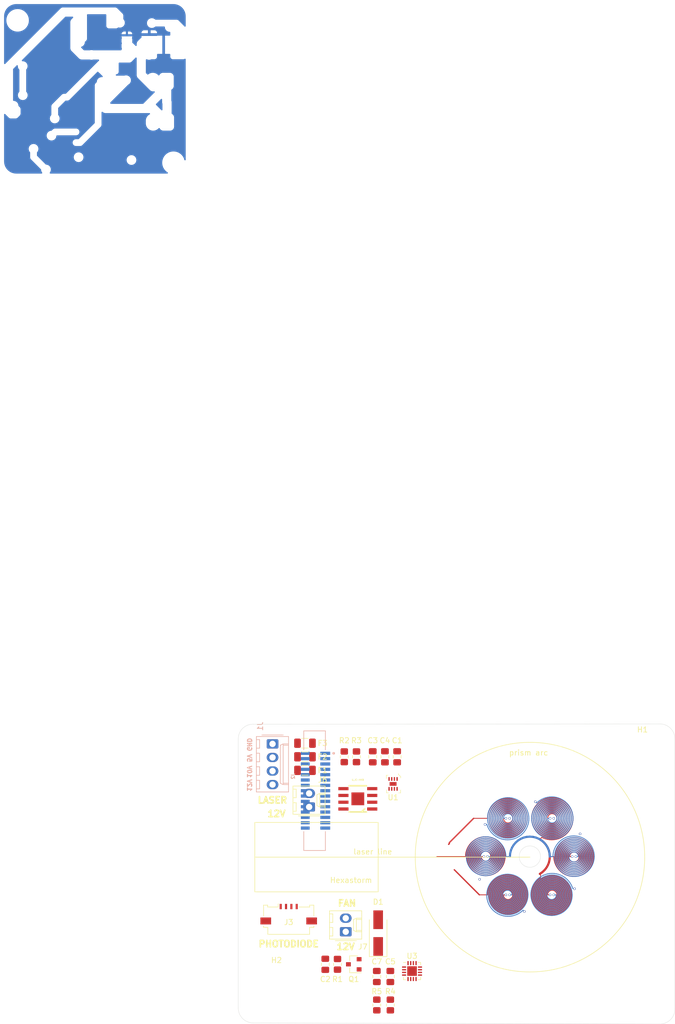
<source format=kicad_pcb>
(kicad_pcb (version 20211014) (generator pcbnew)
  (layers (0 "F.Cu" signal) (1 "In1.Cu" signal) (2 "In2.Cu" signal) (31 "B.Cu" signal) (34 "B.Paste" user) (35 "F.Paste" user) (36 "B.SilkS" user "B.Silkscreen") (37 "F.SilkS" user "F.Silkscreen") (38 "B.Mask" user) (39 "F.Mask" user) (44 "Edge.Cuts" user))
  (net 0 "")
  (net 1 "POT_W")
  (net 2 "GND")
  (net 3 "+12V")
  (net 4 "+5V")
  (net 5 "Net-(D1-Pad2)")
  (net 6 "IC_HB_PWM1")
  (net 7 "IC_HB_PWM2")
  (net 8 "POT_SDA")
  (net 9 "POT_SCL")
  (net 10 "FAN_PWM")
  (net 11 "Net-(F1-Pad1)")
  (net 12 "+10V")
  (net 14 "LDK")
  (net 15 "+3V3")
  (net 19 "PWM1L")
  (net 20 "DIGITAL1")
  (net 21 "PWM1H")
  (net 22 "Net-(F2-Pad1)")
  (net 23 "Net-(F3-Pad2)")
  (net 24 "PWM2L")
  (net 25 "PWM2H")
  (net 26 "PWM3L")
  (net 27 "PWM3H")
  (net 29 "PH1")
  (net 31 "Net-(C7-Pad1)")
  (net 32 "Net-(C5-Pad1)")
  (footprint "Capacitor_SMD:C_0805_2012Metric_Pad1.18x1.45mm_HandSolder" (layer "F.Cu") (at 107.95 89.662 90)
    (fp_text reference "C1")
    (fp_text value "47nF")
  )
  (footprint "Capacitor_SMD:C_0805_2012Metric_Pad1.18x1.45mm_HandSolder" (layer "F.Cu") (at 94.488 128.524 -90)
    (fp_text reference "C2")
    (fp_text value "1uF")
  )
  (footprint "Capacitor_SMD:C_0805_2012Metric_Pad1.18x1.45mm_HandSolder" (layer "F.Cu") (at 103.378 89.662 -90)
    (fp_text reference "C3")
    (fp_text value "1uF")
  )
  (footprint "Capacitor_SMD:C_0805_2012Metric_Pad1.18x1.45mm_HandSolder" (layer "F.Cu") (at 105.664 89.662 90)
    (fp_text reference "C4")
    (fp_text value "0.1uF")
  )
  (footprint "Diode_SMD:D_SMA_Handsoldering" (layer "F.Cu") (at 104.394 122.682 90)
    (fp_text reference "D1")
    (fp_text value "50V_1A")
  )
  (footprint "Connector_Molex:Molex_KK-254_AE-6410-02A_1x02_P2.54mm_Vertical" (layer "F.Cu") (at 91.46 99.06 90)
    (fp_text reference "J6")
    (fp_text value "jumper wire 2 pin")
  )
  (footprint "Connector_Molex:Molex_KK-254_AE-6410-02A_1x02_P2.54mm_Vertical" (layer "F.Cu") (at 98.318 122.428 90)
    (fp_text reference "J7")
    (fp_text value "jumper wire 2 pin")
  )
  (footprint "Package_TO_SOT_SMD:SOT-23" (layer "F.Cu") (at 99.822 128.524 180)
    (fp_text reference "Q1")
    (fp_text value "IRFML8244")
  )
  (footprint "Resistor_SMD:R_0805_2012Metric_Pad1.20x1.40mm_HandSolder" (layer "F.Cu") (at 96.774 128.524 90)
    (fp_text reference "R1")
    (fp_text value "10K")
  )
  (footprint "Resistor_SMD:R_0805_2012Metric_Pad1.20x1.40mm_HandSolder" (layer "F.Cu") (at 98.044 89.662 90)
    (fp_text reference "R2")
    (fp_text value "10K")
  )
  (footprint "Resistor_SMD:R_0805_2012Metric_Pad1.20x1.40mm_HandSolder" (layer "F.Cu") (at 100.33 89.662 -90)
    (fp_text reference "R3")
    (fp_text value "10K")
  )
  (footprint "sockets_scanhead:TDFN-8-1EP" (layer "F.Cu") (at 107.188 94.742 -90)
    (fp_text reference "U1")
    (fp_text value "DIGIPOT_50K")
  )
  (footprint "sockets_scanhead:ICHKB" (layer "F.Cu") (at 100.584 97.536 90)
    (fp_text reference "U2")
    (fp_text value "U_IC-HKB")
  )
  (footprint "MountingHole:MountingHole_3.2mm_M3" (layer "F.Cu") (at 153.924 88.9)
    (fp_text reference "H1")
    (fp_text value "MountingHole")
  )
  (footprint "MountingHole:MountingHole_3.2mm_M3" (layer "F.Cu") (at 85.344 132.842)
    (fp_text reference "H2")
    (fp_text value "MountingHole")
  )
  (footprint "sockets_scanhead:Molex_200528-0040_1x04-1MP_P1.00mm_Horizontal" (layer "F.Cu") (at 87.63 118.618)
    (fp_text reference "J3")
    (fp_text value "FPC molex 4 pin")
  )
  (footprint "Fuse:Fuse_1206_3216Metric" (layer "F.Cu") (at 90.678 89.662)
    (fp_text reference "F2")
    (fp_text value "2A")
  )
  (footprint "Fuse:Fuse_1206_3216Metric" (layer "F.Cu") (at 90.678 87.122 180)
    (fp_text reference "F3")
    (fp_text value "3A")
  )
  (footprint "Capacitor_SMD:C_0805_2012Metric_Pad1.18x1.45mm_HandSolder" (layer "F.Cu") (at 106.68 130.81 90)
    (fp_text reference "C5")
    (fp_text value "10nF")
  )
  (footprint "Resistor_SMD:R_0805_2012Metric_Pad1.20x1.40mm_HandSolder" (layer "F.Cu") (at 106.68 136.144 -90)
    (fp_text reference "R4")
    (fp_text value "10K")
  )
  (footprint "Resistor_SMD:R_0805_2012Metric_Pad1.20x1.40mm_HandSolder" (layer "F.Cu") (at 104.14 136.144 90)
    (fp_text reference "R5")
    (fp_text value "10K")
  )
  (footprint "Package_DFN_QFN:VQFN-16-1EP_3x3mm_P0.5mm_EP1.8x1.8mm" (layer "F.Cu") (at 110.744 129.794)
    (fp_text reference "U3")
    (fp_text value "STSPIN230")
  )
  (footprint "Fuse:Fuse_1206_3216Metric" (layer "F.Cu") (at 90.678 92.202)
    (fp_text reference "F1")
    (fp_text value "2A")
  )
  (footprint "Capacitor_SMD:C_0805_2012Metric_Pad1.18x1.45mm_HandSolder" (layer "F.Cu") (at 104.14 130.81 90)
    (fp_text reference "C7")
    (fp_text value "100nF")
  )
  (footprint "sockets_scanhead:TE_1-1734248-5" (layer "B.Cu") (at 92.455791 96.012 -90)
    (fp_text reference "J2")
    (fp_text value "FPC 15 pin molex vertical")
  )
  (footprint "Connector_Molex:Molex_KK-254_AE-6410-04A_1x04_P2.54mm_Vertical" (layer "B.Cu") (at 84.602 87.249 -90)
    (fp_text reference "J1")
    (fp_text value "Screw_Terminal_01x04")
  )
  (gr_line (start 132.842 108.458) (end 81.28 108.458) (layer "F.SilkS") (width 0.12))
  (gr_rect (start 81.28 101.958) (end 104.394 114.958) (layer "F.SilkS") (width 0.12) (fill none))
  (gr_circle (center 132.842 108.458) (end 154.342 108.458) (layer "F.SilkS") (width 0.12) (fill none))
  (gr_arc (start 160 136.906) (mid 159.181655 138.881655) (end 157.206 139.7) (layer "Edge.Cuts") (width 0.05))
  (gr_arc (start 157.206 83.509656) (mid 159.201675 84.347987) (end 160 86.36) (layer "Edge.Cuts") (width 0.05))
  (gr_arc (start 78.175656 86.303656) (mid 79.017605 84.327598) (end 81.026 83.566) (layer "Edge.Cuts") (width 0.05))
  (gr_line (start 157.206 83.509656) (end 81.026 83.566) (layer "Edge.Cuts") (width 0.05))
  (gr_arc (start 80.969656 139.502344) (mid 78.994 138.684) (end 78.175656 136.708344) (layer "Edge.Cuts") (width 0.05))
  (gr_line (start 157.206 139.7) (end 80.969656 139.502344) (layer "Edge.Cuts") (width 0.05))
  (gr_line (start 160 86.36) (end 160 136.906) (layer "Edge.Cuts") (width 0.05))
  (gr_circle (center 132.820241 108.353426) (end 132.820241 106.353426) (layer "Edge.Cuts") (width 0.05) (fill none))
  (gr_line (start 78.175656 86.303656) (end 78.175656 136.708344) (layer "Edge.Cuts") (width 0.05))
  (gr_text "12V" (at 80.264 94.996 -90) (layer "B.SilkS") (effects (font (size 0.8 0.8) (thickness 0.2)) (justify mirror)))
  (gr_text "5V" (at 80.264 89.916 -90) (layer "B.SilkS") (effects (font (size 0.8 0.8) (thickness 0.2)) (justify mirror)))
  (gr_text "GND" (at 80.264 87.376 -90) (layer "B.SilkS") (effects (font (size 0.8 0.8) (thickness 0.2)) (justify mirror)))
  (gr_text "10V" (at 80.264 92.456 -90) (layer "B.SilkS") (effects (font (size 0.8 0.8) (thickness 0.2)) (justify mirror)))
  (gr_text "12V" (at 98.298 125.222) (layer "F.SilkS") (effects (font (size 1.2 1.2) (thickness 0.3))))
  (gr_text "LASER" (at 84.582 97.79) (layer "F.SilkS") (effects (font (size 1.2 1.2) (thickness 0.3))))
  (gr_text "12V" (at 85.344 100.33) (layer "F.SilkS") (effects (font (size 1.2 1.2) (thickness 0.3))))
  (gr_text "FAN" (at 98.552 117.094) (layer "F.SilkS") (effects (font (size 1.2 1.2) (thickness 0.3))))
  (gr_text "PHOTODIODE" (at 87.63 124.714) (layer "F.SilkS") (effects (font (size 1.2 1.2) (thickness 0.3))))
  (gr_text "Hexastorm" (at 99.314 112.776) (layer "F.SilkS") (effects (font (size 1 1))))
  (gr_text "prism arc" (at 132.588 88.9) (layer "F.SilkS") (effects (font (size 1 1))))
  (gr_text "laser line" (at 103.378 107.442) (layer "F.SilkS") (effects (font (size 1 1))))
  (segment (start 125.630001 117.282286) (end 125.826911 117.594668) (width 0.15) (layer "F.Cu") (net 29))
  (segment (start 140.42066 99.336097) (end 140.589742 99.682642) (width 0.15) (layer "F.Cu") (net 29))
  (segment (start 135.182741 98.112676) (end 135.511792 97.939412) (width 0.15) (layer "F.Cu") (net 29))
  (segment (start 129.335429 113.726539) (end 129.015567 113.632238) (width 0.15) (layer "F.Cu") (net 29))
  (segment (start 133.981872 102.315664) (end 133.86193 101.950115) (width 0.15) (layer "F.Cu") (net 29))
  (segment (start 130.618453 114.533492) (end 130.446398 114.238414) (width 0.15) (layer "F.Cu") (net 29))
  (segment (start 130.232741 101.187066) (end 130.212153 100.882847) (width 0.15) (layer "F.Cu") (net 29))
  (segment (start 138.672857 99.940961) (end 138.853357 100.221201) (width 0.15) (layer "F.Cu") (net 29))
  (segment (start 137.717491 118.848469) (end 137.34062 118.917927) (width 0.15) (layer "F.Cu") (net 29))
  (segment (start 139.551746 99.118416) (end 139.771587 99.419009) (width 0.15) (layer "F.Cu") (net 29))
  (segment (start 140.907741 101.187066) (end 140.893386 101.574693) (width 0.15) (layer "F.Cu") (net 29))
  (segment (start 128.944795 100.209066) (end 128.682741 100.162066) (width 0.15) (layer "F.Cu") (net 29))
  (segment (start 127.257741 98.718893) (end 126.943966 98.92105) (width 0.15) (layer "F.Cu") (net 29))
  (segment (start 140.164264 108.890926) (end 140.044797 108.634892) (width 0.15) (layer "F.Cu") (net 29))
  (segment (start 136.957741 112.544786) (end 137.317033 112.56075) (width 0.15) (layer "F.Cu") (net 29))
  (segment (start 137.763824 116.530583) (end 137.523339 116.694263) (width 0.15) (layer "F.Cu") (net 29))
  (segment (start 138.044713 112.413399) (end 138.388008 112.549807) (width 0.15) (layer "F.Cu") (net 29))
  (segment (start 139.541969 108.996813) (end 139.437101 108.683251) (width 0.15) (layer "F.Cu") (net 29))
  (segment (start 127.413464 103.1621) (end 127.704627 103.328836) (width 0.15) (layer "F.Cu") (net 29))
  (segment (start 127.882741 101.187066) (end 127.897926 101.397356) (width 0.15) (layer "F.Cu") (net 29))
  (segment (start 125.5118 100.802044) (end 125.482741 101.187066) (width 0.15) (layer "F.Cu") (net 29))
  (segment (start 135.315437 114.326582) (end 135.517011 114.079056) (width 0.15) (layer "F.Cu") (net 29))
  (segment (start 127.568463 112.581677) (end 127.219757 112.732303) (width 0.15) (layer "F.Cu") (net 29))
  (segment (start 127.882741 115.519786) (end 127.897926 115.730077) (width 0.15) (layer "F.Cu") (net 29))
  (segment (start 125.826911 103.261948) (end 126.055724 103.552442) (width 0.15) (layer "F.Cu") (net 29))
  (segment (start 139.678018 100.828935) (end 139.707741 101.187066) (width 0.15) (layer "F.Cu") (net 29))
  (segment (start 134.357741 115.519786) (end 134.373788 115.179602) (width 0.15) (layer "F.Cu") (net 29))
  (segment (start 134.144715 102.663456) (end 133.981872 102.315664) (width 0.15) (layer "F.Cu") (net 29))
  (segment (start 121.689411 110.428308) (end 121.918224 110.718803) (width 0.15) (layer "F.Cu") (net 29))
  (segment (start 121.813043 110.07018) (end 122.01825 110.368634) (width 0.15) (layer "F.Cu") (net 29))
  (segment (start 137.702841 104.210056) (end 137.333723 104.283554) (width 0.15) (layer "F.Cu") (net 29))
  (segment (start 127.404447 106.556868) (end 127.189507 106.244694) (width 0.15) (layer "F.Cu") (net 29))
  (segment (start 138.504537 102.733862) (end 138.24793 102.962858) (width 0.15) (layer "F.Cu") (net 29))
  (segment (start 135.121272 116.854059) (end 134.928474 116.55375) (width 0.15) (layer "F.Cu") (net 29))
  (segment (start 140.73734 105.405844) (end 141.095241 105.378426) (width 0.15) (layer "F.Cu") (net 29))
  (segment (start 139.490358 104.273068) (end 139.178286 104.510346) (width 0.15) (layer "F.Cu") (net 29))
  (segment (start 125.218198 110.645306) (end 125.540349 110.532408) (width 0.15) (layer "F.Cu") (net 29))
  (segment (start 143.490565 110.74875) (end 143.210653 111.006069) (width 0.15) (layer "F.Cu") (net 29))
  (segment (start 134.657741 115.519786) (end 134.674403 115.191492) (width 0.15) (layer "F.Cu") (net 29))
  (segment (start 129.769713 104.293453) (end 130.113008 104.157045) (width 0.15) (layer "F.Cu") (net 29))
  (segment (start 128.682741 99.262066) (end 128.347021 99.283104) (width 0.15) (layer "F.Cu") (net 29))
  (segment (start 130.600768 117.437813) (end 130.83967 117.174856) (width 0.15) (layer "F.Cu") (net 29))
  (segment (start 139.214789 99.187496) (end 139.444102 99.470855) (width 0.15) (layer "F.Cu") (net 29))
  (segment (start 129.582741 102.745912) (end 129.845115 102.572329) (width 0.15) (layer "F.Cu") (net 29))
  (segment (start 133.827526 114.805335) (end 133.922145 114.457585) (width 0.15) (layer "F.Cu") (net 29))
  (segment (start 140.281353 100.812585) (end 140.307741 101.187066) (width 0.15) (layer "F.Cu") (net 29))
  (segment (start 126.094485 116.878208) (end 126.272348 117.18356) (width 0.15) (layer "F.Cu") (net 29))
  (segment (start 128.682741 118.794786) (end 129.050024 118.779517) (width 0.15) (layer "F.Cu") (net 29))
  (segment (start 141.095241 109.678426) (end 140.798017 109.655651) (width 0.15) (layer "F.Cu") (net 29))
  (segment (start 137.325662 118.314421) (end 136.957741 118.344786) (width 0.15) (layer "F.Cu") (net 29))
  (segment (start 136.957741 117.444786) (end 136.622021 117.423748) (width 0.15) (layer "F.Cu") (net 29))
  (segment (start 127.750925 117.348577) (end 128.046166 117.478963) (width 0.15) (layer "F.Cu") (net 29))
  (segment (start 127.625321 98.871639) (end 127.302878 99.039957) (width 0.15) (layer "F.Cu") (net 29))
  (segment (start 126.15575 103.202274) (end 126.393483 103.476324) (width 0.15) (layer "F.Cu") (net 29))
  (segment (start 128.359313 103.229111) (end 128.682741 103.262066) (width 0.15) (layer "F.Cu") (net 29))
  (segment (start 126.540985 110.606155) (end 126.802289 110.352996) (width 0.15) (layer "F.Cu") (net 29))
  (segment (start 126.527248 98.484163) (end 126.234384 98.738709) (width 0.15) (layer "F.Cu") (net 29))
  (segment (start 140.074897 110.355963) (end 139.769785 110.177759) (width 0.15) (layer "F.Cu") (net 29))
  (segment (start 130.383468 98.970635) (end 130.082741 98.762195) (width 0.15) (layer "F.Cu") (net 29))
  (segment (start 136.620714 113.175709) (end 136.957741 113.144786) (width 0.15) (layer "F.Cu") (net 29))
  (segment (start 129.201852 116.597731) (end 129.435382 116.463569) (width 0.15) (layer "F.Cu") (net 29))
  (segment (start 125.474945 108.104313) (end 125.389616 107.865926) (width 0.15) (layer "F.Cu") (net 29))
  (segment (start 129.685161 100.387663) (end 129.488824 100.176269) (width 0.15) (layer "F.Cu") (net 29))
  (segment (start 130.032741 103.525334) (end 130.330202 103.334078) (width 0.15) (layer "F.Cu") (net 29))
  (segment (start 139.073863 115.184625) (end 139.107741 115.519786) (width 0.15) (layer "F.Cu") (net 29))
  (segment (start 136.957741 98.812066) (end 137.296709 98.829491) (width 0.15) (layer "F.Cu") (net 29))
  (segment (start 138.507741 101.187066) (end 138.487153 101.491285) (width 0.15) (layer "F.Cu") (net 29))
  (segment (start 134.330724 98.821689) (end 134.589019 98.556333) (width 0.15) (layer "F.Cu") (net 29))
  (segment (start 143.301755 110.046544) (end 143.066301 110.324486) (width 0.15) (layer "F.Cu") (net 29))
  (segment (start 142.16474 107.283927) (end 142.360634 107.507918) (width 0.15) (layer "F.Cu") (net 29))
  (segment (start 127.606385 118.595835) (end 127.956369 118.702229) (width 0.15) (layer "F.Cu") (net 29))
  (segment (start 117.735361 105.923306) (end 117.595241 106.063426) (width 0.25) (layer "F.Cu") (net 29))
  (segment (start 127.082912 113.919957) (end 126.846272 114.185514) (width 0.15) (layer "F.Cu") (net 29))
  (segment (start 131.432741 115.519786) (end 131.415411 115.160023) (width 0.15) (layer "F.Cu") (net 29))
  (segment (start 143.653232 109.412981) (end 143.498461 109.740926) (width 0.15) (layer "F.Cu") (net 29))
  (segment (start 126.594545 106.04024) (end 126.304057 105.805341) (width 0.15) (layer "F.Cu") (net 29))
  (segment (start 128.334399 118.165705) (end 128.682741 118.194786) (width 0.15) (layer "F.Cu") (net 29))
  (segment (start 129.890955 115.795553) (end 129.932741 115.519786) (width 0.15) (layer "F.Cu") (net 29))
  (segment (start 134.476143 116.248449) (end 134.390954 115.888834) (width 0.15) (layer "F.Cu") (net 29))
  (segment (start 125.83543 106.577634) (end 125.545155 106.390984) (width 0.15) (layer "F.Cu") (net 29))
  (segment (start 127.328288 100.877921) (end 127.282741 101.187066) (width 0.15) (layer "F.Cu") (net 29))
  (segment (start 129.041116 98.694515) (end 128.682741 98.662066) (width 0.15) (layer "F.Cu") (net 29))
  (segment (start 137.325024 112.260055) (end 137.688881 112.316452) (width 0.15) (layer "F.Cu") (net 29))
  (segment (start 133.18353 115.916472) (end 133.157741 115.519786) (width 0.15) (layer "F.Cu") (net 29))
  (segment (start 142.126094 105.864726) (end 142.445241 106.015157) (width 0.15) (layer "F.Cu") (net 29))
  (segment (start 137.296709 98.829491) (end 137.630698 98.895186) (width 0.15) (layer "F.Cu") (net 29))
  (segment (start 125.798158 101.537318) (end 125.855807 101.883843) (width 0.15) (layer "F.Cu") (net 29))
  (segment (start 137.988594 98.698365) (end 138.307741 98.848797) (width 0.15) (layer "F.Cu") (net 29))
  (segment (start 137.857741 113.96094) (end 138.120115 114.134523) (width 0.15) (layer "F.Cu") (net 29))
  (segment (start 142.945241 111.55772) (end 142.6022 111.738112) (width 0.15) (layer "F.Cu") (net 29))
  (segment (start 140.406135 105.781648) (end 140.746899 105.707508) (width 0.15) (layer "F.Cu") (net 29))
  (segment (start 137.806819 109.504095) (end 137.693439 109.129865) (width 0.15) (layer "F.Cu") (net 29))
  (segment (start 139.69623 117.985533) (end 139.426833 118.261991) (width 0.15) (layer "F.Cu") (net 29))
  (segment (start 129.295527 117.203402) (end 129.582741 117.078632) (width 0.15) (layer "F.Cu") (net 29))
  (segment (start 125.450796 108.596069) (end 125.495241 108.353426) (width 0.15) (layer "F.Cu") (net 29))
  (segment (start 134.520283 112.549735) (end 134.820532 112.321227) (width 0.15) (layer "F.Cu") (net 29))
  (segment (start 121.44943 107.590377) (end 121.3743 107.968404) (width 0.15) (layer "F.Cu") (net 29))
  (segment (start 140.537761 116.280743) (end 140.443363 116.652334) (width 0.15) (layer "F.Cu") (net 29))
  (segment (start 144.234583 106.540926) (end 144.411411 106.876972) (width 0.15) (layer "F.Cu") (net 29))
  (segment (start 124.172074 111.903869) (end 124.545241 111.928426) (width 0.15) (layer "F.Cu") (net 29))
  (segment (start 138.383961 110.5156) (end 138.154386 110.201287) (width 0.15) (layer "F.Cu") (net 29))
  (segment (start 138.226247 108.731136) (end 138.195241 108.353426) (width 0.15) (layer "F.Cu") (net 29))
  (segment (start 130.232741 115.519786) (end 130.212153 115.215567) (width 0.15) (layer "F.Cu") (net 29))
  (segment (start 136.557741 108.353426) (end 136.537267 107.962751) (width 0.4) (layer "F.Cu") (net 29))
  (segment (start 132.035453 114.027063) (end 131.865384 113.682286) (width 0.15) (layer "F.Cu") (net 29))
  (segment (start 139.321583 101.881152) (end 139.204945 102.21333) (width 0.15) (layer "F.Cu") (net 29))
  (segment (start 122.450028 105.98842) (end 122.175917 106.254388) (width 0.15) (layer "F.Cu") (net 29))
  (segment (start 126.192918 99.749566) (end 126.020813 100.084459) (width 0.15) (layer "F.Cu") (net 29))
  (segment (start 137.863296 115.277143) (end 137.907741 115.519786) (width 0.15) (layer "F.Cu") (net 29))
  (segment (start 131.71623 100.818734) (end 131.655317 100.454392) (width 0.15) (layer "F.Cu") (net 29))
  (segment (start 138.064646 114.986729) (end 138.165955 115.244019) (width 0.15) (layer "F.Cu") (net 29))
  (segment (start 126.072933 113.718366) (end 125.869715 114.043396) (width 0.15) (layer "F.Cu") (net 29))
  (segment (start 130.991609 99.141587) (end 130.732045 98.87388) (width 0.15) (layer "F.Cu") (net 29))
  (segment (start 136.591657 97.937982) (end 136.957741 97.912066) (width 0.15) (layer "F.Cu") (net 29))
  (segment (start 127.242011 116.960516) (end 127.48072 117.174226) (width 0.15) (layer "F.Cu") (net 29))
  (segment (start 135.838219 99.852872) (end 136.082741 99.671521) (width 0.15) (layer "F.Cu") (net 29))
  (segment (start 136.400458 99.841666) (end 136.671812 99.749602) (width 0.15) (layer "F.Cu") (net 29))
  (segment (start 138.66412 113.047669) (end 138.953485 113.267057) (width 0.15) (layer "F.Cu") (net 29))
  (segment (start 136.957741 112.844786) (end 137.307714 112.861475) (width 0.15) (layer "F.Cu") (net 29))
  (segment (start 128.309574 104.737509) (end 128.682741 104.762066) (width 0.15) (layer "F.Cu") (net 29))
  (segment (start 127.000361 101.483715) (end 127.069602 101.7742) (width 0.15) (layer "F.Cu") (net 29))
  (segment (start 122.372077 107.647322) (end 122.280965 107.9948) (width 0.15) (layer "F.Cu") (net 29))
  (segment (start 126.304057 105.805341) (end 125.986777 105.60681) (width 0.15) (layer "F.Cu") (net 29))
  (segment (start 137.758814 115.057286) (end 137.863296 115.277143) (width 0.15) (layer "F.Cu") (net 29))
  (segment (start 135.321117 105.575922) (end 135.017088 105.329725) (width 0.4) (layer "F.Cu") (net 29))
  (segment (start 138.165955 115.244019) (end 138.207741 115.519786) (width 0.15) (layer "F.Cu") (net 29))
  (segment (start 130.212153 115.215567) (end 130.132077 114.919452) (width 0.15) (layer "F.Cu") (net 29))
  (segment (start 137.907741 117.165234) (end 137.610429 117.313033) (width 0.15) (layer "F.Cu") (net 29))
  (segment (start 125.548656 99.67777) (end 125.394319 100.036397) (width 0.15) (layer "F.Cu") (net 29))
  (segment (start 136.634313 113.477741) (end 136.957741 113.444786) (width 0.15) (layer "F.Cu") (net 29))
  (segment (start 138.349388 114.352055) (end 138.538237 114.607286) (width 0.15) (layer "F.Cu") (net 29))
  (segment (start 135.017088 105.329725) (end 134.688991 105.116656) (width 0.4) (layer "F.Cu") (net 29))
  (segment (start 136.193223 118.86936) (end 135.821227 118.767756) (width 0.15) (layer "F.Cu") (net 29))
  (segment (start 126.463268 110.271453) (end 126.70217 110.008496) (width 0.15) (layer "F.Cu") (net 29))
  (segment (start 136.268635 112.948009) (end 136.609399 112.873868) (width 0.15) (layer "F.Cu") (net 29))
  (segment (start 134.862528 117.884792) (end 134.588417 117.618824) (width 0.15) (layer "F.Cu") (net 29))
  (segment (start 127.236792 118.76744) (end 127.582641 118.905547) (width 0.15) (layer "F.Cu") (net 29))
  (segment (start 131.415411 100.827303) (end 131.351111 100.472078) (width 0.15) (layer "F.Cu") (net 29))
  (segment (start 123.173414 110.967224) (end 123.496429 111.118916) (width 0.15) (layer "F.Cu") (net 29))
  (segment (start 127.069602 101.7742) (end 127.188847 102.049566) (width 0.15) (layer "F.Cu") (net 29))
  (segment (start 129.808639 112.302155) (end 129.442491 112.191104) (width 0.15) (layer "F.Cu") (net 29))
  (segment (start 139.356466 110.619441) (end 139.071148 110.377519) (width 0.15) (layer "F.Cu") (net 29))
  (segment (start 138.930925 109.744347) (end 138.748804 109.425008) (width 0.15) (layer "F.Cu") (net 29))
  (segment (start 134.688991 105.116656) (end 134.690134 105.116656) (width 0.25) (layer "F.Cu") (net 29))
  (segment (start 138.783563 113.937702) (end 138.995869 114.209961) (width 0.15) (layer "F.Cu") (net 29))
  (segment (start 134.538331 100.184914) (end 134.684424 99.874566) (width 0.15) (layer "F.Cu") (net 29))
  (segment (start 128.682741 98.662066) (end 128.322426 98.681018) (width 0.15) (layer "F.Cu") (net 29))
  (segment (start 142.675737 107.440926) (end 142.818011 107.726389) (width 0.15) (layer "F.Cu") (net 29))
  (segment (start 129.588296 101.429709) (end 129.632741 101.187066) (width 0.15) (layer "F.Cu") (net 29))
  (segment (start 130.097432 116.10577) (end 130.193763 115.820347) (width 0.15) (layer "F.Cu") (net 29))
  (segment (start 127.93144 114.768485) (end 127.751764 114.982286) (width 0.15) (layer "F.Cu") (net 29))
  (segment (start 127.582641 118.905547) (end 127.941536 119.006882) (width 0.15) (layer "F.Cu") (net 29))
  (segment (start 139.707741 115.519786) (end 139.690411 115.879549) (width 0.15) (layer "F.Cu") (net 29))
  (segment (start 129.612445 100.937952) (end 129.527116 100.699566) (width 0.15) (layer "F.Cu") (net 29))
  (segment (start 136.082741 99.671521) (end 136.356356 99.534773) (width 0.15) (layer "F.Cu") (net 29))
  (segment (start 131.085961 114.132286) (end 130.889255 113.826668) (width 0.15) (layer "F.Cu") (net 29))
  (segment (start 131.68168 102.631279) (end 131.829581 102.288193) (width 0.15) (layer "F.Cu") (net 29))
  (segment (start 126.409424 116.832286) (end 126.59523 117.12159) (width 0.15) (layer "F.Cu") (net 29))
  (segment (start 123.359896 115.516161) (end 118.662041 110.818306) (width 0.25) (layer "F.Cu") (net 29))
  (segment (start 121.945241 108.353426) (end 121.961288 108.69361) (width 0.15) (layer "F.Cu") (net 29))
  (segment (start 127.967524 98.751262) (end 127.625321 98.871639) (width 0.15) (layer "F.Cu") (net 29))
  (segment (start 131.240732 100.127511) (end 131.085961 99.799566) (width 0.15) (layer "F.Cu") (net 29))
  (segment (start 142.311181 109.802527) (end 142.045241 109.998874) (width 0.15) (layer "F.Cu") (net 29))
  (segment (start 140.884056 100.800358) (end 140.907741 101.187066) (width 0.15) (layer "F.Cu") (net 29))
  (segment (start 126.260357 109.599531) (end 126.440857 109.319291) (width 0.15) (layer "F.Cu") (net 29))
  (segment (start 134.928474 116.55375) (end 134.784577 116.22589) (width 0.15) (layer "F.Cu") (net 29))
  (segment (start 130.798153 112.867144) (end 130.4907 112.642436) (width 0.15) (layer "F.Cu") (net 29))
  (segment (start 129.483814 101.649566) (end 129.588296 101.429709) (width 0.15) (layer "F.Cu") (net 29))
  (segment (start 139.107741 101.187066) (end 139.088679 101.524573) (width 0.15) (layer "F.Cu") (net 29))
  (segment (start 140.310426 108.143136) (end 140.38077 107.940926) (width 0.15) (layer "F.Cu") (net 29))
  (segment (start 137.529374 99.807021) (end 137.792833 99.937263) (width 0.15) (layer "F.Cu") (net 29))
  (segment (start 124.892134 106.163227) (end 124.545241 106.128426) (width 0.15) (layer "F.Cu") (net 29))
  (segment (start 136.698663 100.051971) (end 136.957741 100.012066) (width 0.15) (layer "F.Cu") (net 29))
  (segment (start 127.495298 116.31321) (end 127.666275 116.536252) (width 0.15) (layer "F.Cu") (net 29))
  (segment (start 127.750925 103.015857) (end 128.046166 103.146242) (width 0.15) (layer "F.Cu") (net 29))
  (segment (start 128.316657 104.43615) (end 128.682741 104.462066) (width 0.15) (layer "F.Cu") (net 29))
  (segment (start 131.403018 115.877917) (end 131.432741 115.519786) (width 0.15) (layer "F.Cu") (net 29))
  (segment (start 135.193753 99.658561) (end 135.424772 99.417925) (width 0.15) (layer "F.Cu") (net 29))
  (segment (start 138.811903 108.025132) (end 138.875323 107.701599) (width 0.15) (layer "F.Cu") (net 29))
  (segment (start 136.957741 116.544786) (end 136.689216 116.521934) (width 0.15) (layer "F.Cu") (net 29))
  (segment (start 135.121272 102.521338) (end 134.928474 102.221029) (width 0.15) (layer "F.Cu") (net 29))
  (segment (start 136.356356 99.534773) (end 136.650963 99.447239) (width 0.15) (layer "F.Cu") (net 29))
  (segment (start 122.01825 110.368634) (end 122.255983 110.642684) (width 0.15) (layer "F.Cu") (net 29))
  (segment (start 130.653801 113.548726) (end 130.383468 113.303355) (width 0.15) (layer "F.Cu") (net 29))
  (segment (start 135.018556 102.867379) (end 134.793425 102.577987) (width 0.15) (layer "F.Cu") (net 29))
  (segment (start 129.677849 103.366048) (end 129.981508 103.207986) (width 0.15) (layer "F.Cu") (net 29))
  (segment (start 135.532741 103.655238) (end 135.218966 103.453081) (width 0.15) (layer "F.Cu") (net 29))
  (segment (start 139.407741 101.187066) (end 139.389552 101.536707) (width 0.15) (layer "F.Cu") (net 29))
  (segment (start 135.247341 102.174566) (end 135.094017 101.865406) (width 0.15) (layer "F.Cu") (net 29))
  (segment (start 138.821924 107.040926) (end 139.00773 106.751622) (width 0.15) (layer "F.Cu") (net 29))
  (segment (start 131.865384 113.682286) (end 131.659924 113.356736) (width 0.15) (layer "F.Cu") (net 29))
  (segment (start 123.670241 109.86897) (end 123.943856 110.005719) (width 0.15) (layer "F.Cu") (net 29))
  (segment (start 142.045241 108.353426) (end 142.024945 108.602539) (width 0.15) (layer "F.Cu") (net 29))
  (segment (start 125.741886 113.671925) (end 125.548656 114.010491) (width 0.15) (layer "F.Cu") (net 29))
  (segment (start 136.245181 100.293544) (end 136.457225 100.147734) (width 0.15) (layer "F.Cu") (net 29))
  (segment (start 135.299601 115.849611) (end 135.257741 115.519786) (width 0.15) (layer "F.Cu") (net 29))
  (segment (start 140.044797 108.634892) (end 139.995241 108.353426) (width 0.15) (layer "F.Cu") (net 29))
  (segment (start 125.647244 105.447683) (end 125.290341 105.330436) (width 0.15) (layer "F.Cu") (net 29))
  (segment (start 126.17644 106.470923) (end 125.895614 106.252204) (width 0.15) (layer "F.Cu") (net 29))
  (segment (start 138.928801 117.490846) (end 138.658468 117.736217) (width 0.15) (layer "F.Cu") (net 29))
  (segment (start 134.43426 114.843621) (end 134.538331 114.517634) (width 0.15) (layer "F.Cu") (net 29))
  (segment (start 133.18353 101.583751) (end 133.157741 101.187066) (width 0.15) (layer "F.Cu") (net 29))
  (segment (start 129.517833 116.769589) (end 129.75224 116.589285) (width 0.15) (layer "F.Cu") (net 29))
  (segment (start 138.984481 107.389474) (end 139.137415 107.095207) (width 0.15) (layer "F.Cu") (net 29))
  (segment (start 122.628862 108.976095) (end 122.74318 109.271622) (width 0.15) (layer "F.Cu") (net 29))
  (segment (start 126.393483 117.809044) (end 126.660853 118.055154) (width 0.15) (layer "F.Cu") (net 29))
  (segment (start 139.073863 100.851905) (end 139.107741 101.187066) (width 0.15) (layer "F.Cu") (net 29))
  (segment (start 139.886383 113.392004) (end 140.097083 113.707286) (width 0.15) (layer "F.Cu") (net 29))
  (segment (start 127.707741 99.498316) (end 127.423949 99.686895) (width 0.15) (layer "F.Cu") (net 29))
  (segment (start 140.273911 99.710612) (end 140.414831 100.063789) (width 0.15) (layer "F.Cu") (net 29))
  (segment (start 141.453616 110.845976) (end 141.095241 110.878426) (width 0.15) (layer "F.Cu") (net 29))
  (segment (start 129.008516 103.243927) (end 129.328587 103.174774) (width 0.15) (layer "F.Cu") (net 29))
  (segment (start 130.26036 117.340456) (end 130.508563 117.10187) (width 0.15) (layer "F.Cu") (net 29))
  (segment (start 139.321583 116.213873) (end 139.204945 116.54605) (width 0.15) (layer "F.Cu") (net 29))
  (segment (start 127.292628 100.258222) (end 127.129469 100.543679) (width 0.15) (layer "F.Cu") (net 29))
  (segment (start 124.919453 111.913814) (end 125.290604 111.860085) (width 0.15) (layer "F.Cu") (net 29))
  (segment (start 139.11467 113.864716) (end 139.31766 114.157286) (width 0.15) (layer "F.Cu") (net 29))
  (segment (start 140.77639 109.956397) (end 140.466205 109.872053) (width 0.15) (layer "F.Cu") (net 29))
  (segment (start 124.884209 110.711001) (end 125.218198 110.645306) (width 0.15) (layer "F.Cu") (net 29))
  (segment (start 137.603587 99.199358) (end 137.909986 99.31818) (width 0.15) (layer "F.Cu") (net 29))
  (segment (start 134.225543 99.470312) (end 134.43075 99.171858) (width 0.15) (layer "F.Cu") (net 29))
  (segment (start 138.372432 100.601082) (end 138.468763 100.886505) (width 0.15) (layer "F.Cu") (net 29))
  (segment (start 125.380333 109.603229) (end 125.61474 109.422925) (width 0.15) (layer "F.Cu") (net 29))
  (segment (start 130.832741 101.187066) (end 130.813679 100.849558) (width 0.15) (layer "F.Cu") (net 29))
  (segment (start 128.45951 116.352897) (end 128.682741 116.394786) (width 0.15) (layer "F.Cu") (net 29))
  (segment (start 142.624653 108.657645) (end 142.544577 108.953761) (width 0.15) (layer "F.Cu") (net 29))
  (segment (start 128.090539 116.111988) (end 128.257741 116.255908) (width 0.15) (layer "F.Cu") (net 29))
  (segment (start 126.192702 110.500438) (end 126.463268 110.271453) (width 0.15) (layer "F.Cu") (net 29))
  (segment (start 124.545241 105.828426) (end 124.184926 105.847378) (width 0.15) (layer "F.Cu") (net 29))
  (segment (start 130.653801 99.216006) (end 130.383468 98.970635) (width 0.15) (layer "F.Cu") (net 29))
  (segment (start 131.36921 103.605973) (end 131.611383 103.314848) (width 0.15) (layer "F.Cu") (net 29))
  (segment (start 133.907747 117.735737) (end 133.688495 117.407286) (width 0.15) (layer "F.Cu") (net 29))
  (segment (start 140.822648 100.418288) (end 140.884056 100.800358) (width 0.15) (layer "F.Cu") (net 29))
  (segment (start 139.64421 98.768159) (end 139.886383 99.059283) (width 0.15) (layer "F.Cu") (net 29))
  (segment (start 139.99123 115.888118) (end 139.930317 116.25246) (width 0.15) (layer "F.Cu") (net 29))
  (segment (start 139.90791 114.792635) (end 139.979776 115.152845) (width 0.15) (layer "F.Cu") (net 29))
  (segment (start 143.581602 106.637215) (end 143.775448 106.946745) (width 0.15) (layer "F.Cu") (net 29))
  (segment (start 141.747929 110.146673) (end 141.428067 110.240974) (width 0.15) (layer "F.Cu") (net 29))
  (segment (start 123.908666 110.312602) (end 124.221813 110.395472) (width 0.15) (layer "F.Cu") (net 29))
  (segment (start 127.582641 104.572827) (end 127.941536 104.674162) (width 0.15) (layer "F.Cu") (net 29))
  (segment (start 126.963555 108.701127) (end 126.995241 108.353426) (width 0.15) (layer "F.Cu") (net 29))
  (segment (start 129.632741 113.874338) (end 129.335429 113.726539) (width 0.15) (layer "F.Cu") (net 29))
  (segment (start 123.162947 108.628381) (end 123.234487 108.896358) (width 0.15) (layer "F.Cu") (net 29))
  (segment (start 130.441557 98.638981) (end 130.124277 98.440449) (width 0.15) (layer "F.Cu") (net 29))
  (segment (start 127.96827 115.932286) (end 128.090539 116.111988) (width 0.15) (layer "F.Cu") (net 29))
  (segment (start 122.606056 106.673113) (end 122.380925 106.962505) (width 0.15) (layer "F.Cu") (net 29))
  (segment (start 137.998167 103.46528) (end 137.665274 103.596702) (width 0.15) (layer "F.Cu") (net 29))
  (segment (start 126.721332 115.173937) (end 126.682741 115.519786) (width 0.15) (layer "F.Cu") (net 29))
  (segment (start 133.742061 114.088073) (end 133.905001 113.757286) (width 0.15) (layer "F.Cu") (net 29))
  (segment (start 135.629931 114.405621) (end 135.838219 114.185592) (width 0.15) (layer "F.Cu") (net 29))
  (segment (start 139.007045 117.832972) (end 138.716557 118.067871) (width 0.15) (layer "F.Cu") (net 29))
  (segment (start 133.614777 100.100871) (end 133.742061 99.755353) (width 0.15) (layer "F.Cu") (net 29))
  (segment (start 135.463847 114.657286) (end 135.629931 114.405621) (width 0.15) (layer "F.Cu") (net 29))
  (segment (start 126.661363 108.688587) (end 126.695241 108.353426) (width 0.15) (layer "F.Cu") (net 29))
  (segment (start 128.017468 103.452778) (end 128.345714 103.531143) (width 0.15) (layer "F.Cu") (net 29))
  (segment (start 135.094017 101.865406) (end 134.996332 101.532915) (width 0.15) (layer "F.Cu") (net 29))
  (segment (start 135.821227 104.435036) (end 135.462392 104.292191) (width 0.15) (layer "F.Cu") (net 29))
  (segment (start 125.158027 110.037042) (end 125.445241 109.912272) (width 0.15) (layer "F.Cu") (net 29))
  (segment (start 126.056263 108.653987) (end 126.095241 108.353426) (width 0.15) (layer "F.Cu") (net 29))
  (segment (start 122.680247 110.21842) (end 122.935828 110.450854) (width 0.15) (layer "F.Cu") (net 29))
  (segment (start 124.913162 105.558791) (end 124.545241 105.528426) (width 0.15) (layer "F.Cu") (net 29))
  (segment (start 123.082257 105.565942) (end 122.753652 105.757861) (width 0.15) (layer "F.Cu") (net 29))
  (segment (start 127.159512 112.098558) (end 126.807741 112.272191) (width 0.15) (layer "F.Cu") (net 29))
  (segment (start 137.572426 102.671047) (end 137.272934 102.771647) (width 0.15) (layer "F.Cu") (net 29))
  (segment (start 128.682741 116.394786) (end 128.912443 116.377045) (width 0.15) (layer "F.Cu") (net 29))
  (segment (start 141.095241 105.678426) (end 141.445214 105.695114) (width 0.15) (layer "F.Cu") (net 29))
  (segment (start 127.103232 107.293871) (end 126.948461 106.965926) (width 0.15) (layer "F.Cu") (net 29))
  (segment (start 126.475607 112.481927) (end 126.16681 112.725562) (width 0.15) (layer "F.Cu") (net 29))
  (segment (start 136.207118 118.565183) (end 135.843463 118.457895) (width 0.15) (layer "F.Cu") (net 29))
  (segment (start 131.822083 102.999566) (end 131.998911 102.66352) (width 0.15) (layer "F.Cu") (net 29))
  (segment (start 137.325662 103.981701) (end 136.957741 104.012066) (width 0.15) (layer "F.Cu") (net 29))
  (segment (start 136.457225 114.480454) (end 136.698663 114.384692) (width 0.15) (layer "F.Cu") (net 29))
  (segment (start 130.600768 103.105093) (end 130.83967 102.842136) (width 0.15) (layer "F.Cu") (net 29))
  (segment (start 130.939789 103.186636) (end 131.169102 102.903277) (width 0.15) (layer "F.Cu") (net 29))
  (segment (start 131.046583 114.8257) (end 130.929945 114.493522) (width 0.15) (layer "F.Cu") (net 29))
  (segment (start 138.018828 98.389209) (end 138.351017 98.532401) (width 0.15) (layer "F.Cu") (net 29))
  (segment (start 133.307911 100.079902) (end 133.429676 99.725693) (width 0.15) (layer "F.Cu") (net 29))
  (segment (start 127.563219 102.52126) (end 127.807741 102.70261) (width 0.15) (layer "F.Cu") (net 29))
  (segment (start 123.745241 108.353426) (end 123.760426 108.563716) (width 0.15) (layer "F.Cu") (net 29))
  (segment (start 139.076707 112.60328) (end 139.373302 112.837033) (width 0.15) (layer "F.Cu") (net 29))
  (segment (start 126.84628 112.597076) (end 126.527248 112.816883) (width 0.15) (layer "F.Cu") (net 29))
  (segment (start 130.26036 103.007735) (end 130.508563 102.76915) (width 0.15) (layer "F.Cu") (net 29))
  (segment (start 143.816315 109.781556) (end 143.629082 110.10241) (width 0.15) (layer "F.Cu") (net 29))
  (segment (start 127.599875 115.766943) (end 127.672369 116.006356) (width 0.15) (layer "F.Cu") (net 29))
  (segment (start 125.706872 114.391188) (end 125.58693 114.756737) (width 0.15) (layer "F.Cu") (net 29))
  (segment (start 128.423663 102.32216) (end 128.682741 102.362066) (width 0.15) (layer "F.Cu") (net 29))
  (segment (start 131.541947 99.390507) (end 131.327007 99.078334) (width 0.15) (layer "F.Cu") (net 29))
  (segment (start 134.589019 112.889054) (end 134.874042 112.651821) (width 0.15) (layer "F.Cu") (net 29))
  (segment (start 127.295241 108.353426) (end 127.277911 107.993663) (width 0.15) (layer "F.Cu") (net 29))
  (segment (start 137.595241 108.353426) (end 137.609442 107.987054) (width 0.15) (layer "F.Cu") (net 29))
  (segment (start 138.210658 108.003174) (end 138.268307 107.656649) (width 0.15) (layer "F.Cu") (net 29))
  (segment (start 137.688881 97.983731) (end 138.044713 98.080678) (width 0.15) (layer "F.Cu") (net 29))
  (segment (start 143.510802 105.670673) (end 143.78171 105.934519) (width 0.15) (layer "F.Cu") (net 29))
  (segment (start 140.893386 101.574693) (end 140.841038 101.959502) (width 0.15) (layer "F.Cu") (net 29))
  (segment (start 126.475607 98.149207) (end 126.16681 98.392841) (width 0.15) (layer "F.Cu") (net 29))
  (segment (start 128.396812 116.95725) (end 128.682741 116.994786) (width 0.15) (layer "F.Cu") (net 29))
  (segment (start 137.609442 107.987054) (end 137.661943 107.623656) (width 0.15) (layer "F.Cu") (net 29))
  (segment (start 121.360038 108.712312) (end 121.415026 109.067877) (width 0.15) (layer "F.Cu") (net 29))
  (segment (start 128.944795 114.541786) (end 128.682741 114.494786) (width 0.15) (layer "F.Cu") (net 29))
  (segment (start 127.970181 116.413308) (end 128.182225 116.559118) (width 0.15) (layer "F.Cu") (net 29))
  (segment (start 127.423949 114.019616) (end 127.176187 114.255637) (width 0.15) (layer "F.Cu") (net 29))
  (segment (start 124.196001 106.148412) (end 123.853043 106.223059) (width 0.15) (layer "F.Cu") (net 29))
  (segment (start 125.182741 101.187066) (end 125.196942 101.553438) (width 0.15) (layer "F.Cu") (net 29))
  (segment (start 137.247328 114.063933) (end 137.529374 114.139741) (width 0.15) (layer "F.Cu") (net 29))
  (segment (start 139.979776 100.820124) (end 140.007741 101.187066) (width 0.15) (layer "F.Cu") (net 29))
  (segment (start 141.442134 110.543625) (end 141.095241 110.578426) (width 0.15) (layer "F.Cu") (net 29))
  (segment (start 127.970181 102.080587) (end 128.182225 102.226398) (width 0.15) (layer "F.Cu") (net 29))
  (segment (start 136.957741 113.144786) (end 137.296709 113.162212) (width 0.15) (layer "F.Cu") (net 29))
  (segment (start 128.098548 114.306696) (end 127.836576 114.458729) (width 0.15) (layer "F.Cu") (net 29))
  (segment (start 141.840604 104.846767) (end 142.204612 104.939133) (width 0.15) (layer "F.Cu") (net 29))
  (segment (start 134.295813 116.622393) (end 134.16863 116.267126) (width 0.15) (layer "F.Cu") (net 29))
  (segment (start 128.385517 114.217561) (end 128.098548 114.306696) (width 0.15) (layer "F.Cu") (net 29))
  (segment (start 139.041755 116.859101) (end 138.835092 117.14652) (width 0.15) (layer "F.Cu") (net 29))
  (segment (start 124.860434 106.768845) (end 124.545241 106.728426) (width 0.15) (layer "F.Cu") (net 29))
  (segment (start 131.276746 117.588436) (end 131.496587 117.287843) (width 0.15) (layer "F.Cu") (net 29))
  (segment (start 138.511288 108.013242) (end 138.57176 107.677261) (width 0.15) (layer "F.Cu") (net 29))
  (segment (start 141.896314 107.890926) (end 142.000796 108.110783) (width 0.15) (layer "F.Cu") (net 29))
  (segment (start 136.476068 107.576356) (end 136.374815 107.198475) (width 0.4) (layer "F.Cu") (net 29))
  (segment (start 135.218966 103.453081) (end 134.933648 103.211159) (width 0.15) (layer "F.Cu") (net 29))
  (segment (start 122.380925 106.962505) (end 122.198804 107.281844) (width 0.15) (layer "F.Cu") (net 29))
  (segment (start 139.376055 100.839365) (end 139.407741 101.187066) (width 0.15) (layer "F.Cu") (net 29))
  (segment (start 139.295415 114.833383) (end 139.376055 115.172085) (width 0.15) (layer "F.Cu") (net 29))
  (segment (start 130.766755 114.180471) (end 130.560092 113.893053) (width 0.15) (layer "F.Cu") (net 29))
  (segment (start 134.467918 116.957286) (end 134.295813 116.622393) (width 0.15) (layer "F.Cu") (net 29))
  (segment (start 135.166152 118.115351) (end 134.862528 117.884792) (width 0.15) (layer "F.Cu") (net 29))
  (segment (start 122.055418 106.915926) (end 121.883313 107.250819) (width 0.15) (layer "F.Cu") (net 29))
  (segment (start 135.284135 98.762429) (end 135.585914 98.573268) (width 0.15) (layer "F.Cu") (net 29))
  (segment (start 125.110839 107.178949) (end 124.837697 107.072092) (width 0.15) (layer "F.Cu") (net 29))
  (segment (start 130.889255 99.493948) (end 130.653801 99.216006) (width 0.15) (layer "F.Cu") (net 29))
  (segment (start 132.017 115.144105) (end 131.959195 114.771957) (width 0.15) (layer "F.Cu") (net 29))
  (segment (start 139.000028 110.718432) (end 138.725917 110.452464) (width 0.15) (layer "F.Cu") (net 29))
  (segment (start 135.802017 119.076738) (end 135.434512 118.941014) (width 0.15) (layer "F.Cu") (net 29))
  (segment (start 128.29285 97.477499) (end 127.906191 97.533684) (width 0.15) (layer "F.Cu") (net 29))
  (segment (start 126.020813 114.41718) (end 125.89363 114.772446) (width 0.15) (layer "F.Cu") (net 29))
  (segment (start 131.550724 114.432104) (end 131.403815 114.091656) (width 0.15) (layer "F.Cu") (net 29))
  (segment (start 129.483814 115.982286) (end 129.588296 115.762429) (width 0.15) (layer "F.Cu") (net 29))
  (segment (start 132.262761 114.758829) (end 132.168363 114.387239) (width 0.15) (layer "F.Cu") (net 29))
  (segment (start 125.197929 106.560179) (end 124.878067 106.465878) (width 0.15) (layer "F.Cu") (net 29))
  (segment (start 130.713247 116.179537) (end 130.798863 115.854947) (width 0.15) (layer "F.Cu") (net 29))
  (segment (start 136.157741 101.187066) (end 136.172926 100.976775) (width 0.15) (layer "F.Cu") (net 29))
  (segment (start 120.745241 108.353426) (end 115.391981 108.353426) (width 0.15) (layer "F.Cu") (net 29))
  (segment (start 136.73451 100.353955) (end 136.957741 100.312066) (width 0.15) (layer "F.Cu") (net 29))
  (segment (start 140.503039 107.761224) (end 140.670241 107.617304) (width 0.15) (layer "F.Cu") (net 29))
  (segment (start 122.945412 106.753597) (end 122.708772 107.019153) (width 0.15) (layer "F.Cu") (net 29))
  (segment (start 126.699957 101.501108) (end 126.766362 101.809735) (width 0.15) (layer "F.Cu") (net 29))
  (segment (start 131.216582 99.438082) (end 130.991609 99.141587) (width 0.15) (layer "F.Cu") (net 29))
  (segment (start 123.049892 105.248301) (end 122.70878 105.430716) (width 0.15) (layer "F.Cu") (net 29))
  (segment (start 127.354931 116.633951) (end 127.563219 116.85398) (width 0.15) (layer "F.Cu") (net 29))
  (segment (start 133.58577 113.71743) (end 133.774771 113.392994) (width 0.15) (layer "F.Cu") (net 29))
  (segment (start 130.1897 97.80238) (end 129.829194 97.658646) (width 0.15) (layer "F.Cu") (net 29))
  (segment (start 129.588296 115.762429) (end 129.632741 115.519786) (width 0.15) (layer "F.Cu") (net 29))
  (segment (start 123.660096 109.059306) (end 123.832681 109.246948) (width 0.15) (layer "F.Cu") (net 29))
  (segment (start 131.959195 114.771957) (end 131.85992 114.408043) (width 0.15) (layer "F.Cu") (net 29))
  (segment (start 127.882741 101.187066) (end 128.332741 101.187066) (width 0.15) (layer "F.Cu") (net 29))
  (segment (start 126.007459 111.637622) (end 126.345241 111.471117) (width 0.15) (layer "F.Cu") (net 29))
  (segment (start 135.463847 100.324566) (end 135.629931 100.072901) (width 0.15) (layer "F.Cu") (net 29))
  (segment (start 125.707615 109.73869) (end 125.936888 109.521157) (width 0.15) (layer "F.Cu") (net 29))
  (segment (start 126.664207 111.269932) (end 126.960802 111.036179) (width 0.15) (layer "F.Cu") (net 29))
  (segment (start 136.957741 100.312066) (end 137.187443 100.329807) (width 0.15) (layer "F.Cu") (net 29))
  (segment (start 127.662397 99.184529) (end 127.357285 99.362732) (width 0.15) (layer "F.Cu") (net 29))
  (segment (start 142.360634 107.507918) (end 142.509932 107.767442) (width 0.15) (layer "F.Cu") (net 29))
  (segment (start 128.385517 99.884841) (end 128.098548 99.973976) (width 0.15) (layer "F.Cu") (net 29))
  (segment (start 138.893453 102.17336) (end 138.721398 102.468438) (width 0.15) (layer "F.Cu") (net 29))
  (segment (start 141.095241 105.078426) (end 141.462524 105.093695) (width 0.15) (layer "F.Cu") (net 29))
  (segment (start 128.414216 100.184918) (end 128.157741 100.277739) (width 0.15) (layer "F.Cu") (net 29))
  (segment (start 127.082912 99.587237) (end 126.846272 99.852793) (width 0.15) (layer "F.Cu") (net 29))
  (segment (start 141.445214 105.695114) (end 141.790817 105.7575) (width 0.15) (layer "F.Cu") (net 29))
  (segment (start 132.139831 102.310343) (end 132.243198 101.943864) (width 0.15) (layer "F.Cu") (net 29))
  (segment (start 138.53536 99.366396) (end 138.783563 99.604982) (width 0.15) (layer "F.Cu") (net 29))
  (segment (start 142.047486 106.48454) (end 142.332529 106.650445) (width 0.15) (layer "F.Cu") (net 29))
  (segment (start 123.34322 110.007866) (end 123.613425 110.182217) (width 0.15) (layer "F.Cu") (net 29))
  (segment (start 133.58577 99.38471) (end 133.774771 99.060273) (width 0.15) (layer "F.Cu") (net 29))
  (segment (start 137.965026 107.638975) (end 138.059645 107.291225) (width 0.15) (layer "F.Cu") (net 29))
  (segment (start 126.268011 108.980463) (end 126.358929 108.673228) (width 0.15) (layer "F.Cu") (net 29))
  (segment (start 125.290341 105.330436) (end 124.921223 105.256938) (width 0.15) (layer "F.Cu") (net 29))
  (segment (start 142.895241 105.235735) (end 143.214207 105.43692) (width 0.15) (layer "F.Cu") (net 29))
  (segment (start 126.819017 100.508726) (end 126.721332 100.841216) (width 0.15) (layer "F.Cu") (net 29))
  (segment (start 127.563219 116.85398) (end 127.807741 117.035331) (width 0.15) (layer "F.Cu") (net 29))
  (segment (start 131.078065 98.791742) (end 130.798153 98.534423) (width 0.15) (layer "F.Cu") (net 29))
  (segment (start 133.504539 102.72453) (end 133.357992 102.356695) (width 0.15) (layer "F.Cu") (net 29))
  (segment (start 135.451187 102.451215) (end 135.247341 102.174566) (width 0.15) (layer "F.Cu") (net 29))
  (segment (start 131.351111 114.804799) (end 131.240732 114.460231) (width 0.15) (layer "F.Cu") (net 29))
  (segment (start 127.009135 117.944423) (end 127.310914 118.133584) (width 0.15) (layer "F.Cu") (net 29))
  (segment (start 138.893453 116.506081) (end 138.721398 116.801158) (width 0.15) (layer "F.Cu") (net 29))
  (segment (start 130.678485 103.439795) (end 130.939789 103.186636) (width 0.15) (layer "F.Cu") (net 29))
  (segment (start 126.16681 98.392841) (end 125.884801 98.667789) (width 0.15) (layer "F.Cu") (net 29))
  (segment (start 127.522424 106.190376) (end 127.28373 105.88768) (width 0.15) (layer "F.Cu") (net 29))
  (segment (start 138.711834 116.158224) (end 138.581539 116.457286) (width 0.15) (layer "F.Cu") (net 29))
  (segment (start 137.640669 117.621621) (end 137.304634 117.709985) (width 0.15) (layer "F.Cu") (net 29))
  (segment (start 136.59984 98.239484) (end 136.957741 98.212066) (width 0.15) (layer "F.Cu") (net 29))
  (segment (start 135.532741 117.987959) (end 135.218966 117.785802) (width 0.15) (layer "F.Cu") (net 29))
  (segment (start 137.32103 108.750112) (end 137.295241 108.353426) (width 0.15) (layer "F.Cu") (net 29))
  (segment (start 129.743828 118.317643) (end 130.076017 118.174451) (width 0.15) (layer "F.Cu") (net 29))
  (segment (start 129.378317 103.782991) (end 129.713594 103.675766) (width 0.15) (layer "F.Cu") (net 29))
  (segment (start 125.667773 107.230894) (end 125.432417 107.025673) (width 0.15) (layer "F.Cu") (net 29))
  (segment (start 126.817747 117.38478) (end 127.073328 117.617214) (width 0.15) (layer "F.Cu") (net 29))
  (segment (start 140.70535 112.062993) (end 140.318691 112.006807) (width 0.15) (layer "F.Cu") (net 29))
  (segment (start 137.910038 107.99454) (end 137.965026 107.638975) (width 0.15) (layer "F.Cu") (net 29))
  (segment (start 126.682741 115.519786) (end 126.699957 115.833828) (width 0.15) (layer "F.Cu") (net 29))
  (segment (start 141.404914 106.597186) (end 141.708027 106.66981) (width 0.15) (layer "F.Cu") (net 29))
  (segment (start 121.956985 109.711848) (end 122.134848 110.0172) (width 0.15) (layer "F.Cu") (net 29))
  (segment (start 135.082741 104.434661) (end 134.750607 104.224925) (width 0.15) (layer "F.Cu") (net 29))
  (segment (start 131.169102 102.903277) (end 131.362948 102.593747) (width 0.15) (layer "F.Cu") (net 29))
  (segment (start 136.591657 112.270702) (end 136.957741 112.244786) (width 0.15) (layer "F.Cu") (net 29))
  (segment (start 137.304634 117.709985) (end 136.957741 117.744786) (width 0.15) (layer "F.Cu") (net 29))
  (segment (start 126.982741 115.519786) (end 127.000361 115.816435) (width 0.15) (layer "F.Cu") (net 29))
  (segment (start 127.751764 100.649566) (end 127.632297 100.9056) (width 0.15) (layer "F.Cu") (net 29))
  (segment (start 130.441557 112.971702) (end 130.124277 112.77317) (width 0.15) (layer "F.Cu") (net 29))
  (segment (start 137.338017 97.32606) (end 137.715545 97.377328) (width 0.15) (layer "F.Cu") (net 29))
  (segment (start 125.955011 102.221557) (end 126.094485 102.545487) (width 0.15) (layer "F.Cu") (net 29))
  (segment (start 125.229539 99.649601) (end 125.082992 100.017436) (width 0.15) (layer "F.Cu") (net 29))
  (segment (start 135.517011 99.746336) (end 135.75572 99.532626) (width 0.15) (layer "F.Cu") (net 29))
  (segment (start 129.355698 117.811666) (end 129.677849 117.698768) (width 0.15) (layer "F.Cu") (net 29))
  (segment (start 138.7657 118.397136) (end 138.434495 118.586298) (width 0.15) (layer "F.Cu") (net 29))
  (segment (start 122.176519 110.984159) (end 122.461542 111.221391) (width 0.15) (layer "F.Cu") (net 29))
  (segment (start 135.869485 103.814348) (end 135.532741 103.655238) (width 0.15) (layer "F.Cu") (net 29))
  (segment (start 123.145241 108.353426) (end 123.162947 108.628381) (width 0.15) (layer "F.Cu") (net 29))
  (segment (start 123.780723 105.003852) (end 123.408727 105.105456) (width 0.15) (layer "F.Cu") (net 29))
  (segment (start 134.846981 114.555835) (end 134.999915 114.261568) (width 0.15) (layer "F.Cu") (net 29))
  (segment (start 121.509645 109.415627) (end 121.642834 109.751151) (width 0.15) (layer "F.Cu") (net 29))
  (segment (start 126.682741 101.187066) (end 126.699957 101.501108) (width 0.15) (layer "F.Cu") (net 29))
  (segment (start 128.975197 114.238452) (end 128.682741 114.194786) (width 0.15) (layer "F.Cu") (net 29))
  (segment (start 127.684583 110.165926) (end 127.861411 109.82988) (width 0.15) (layer "F.Cu") (net 29))
  (segment (start 139.886383 99.059283) (end 140.097083 99.374566) (width 0.15) (layer "F.Cu") (net 29))
  (segment (start 125.304991 105.024744) (end 124.92812 104.955285) (width 0.15) (layer "F.Cu") (net 29))
  (segment (start 139.076707 98.27056) (end 139.373302 98.504313) (width 0.15) (layer "F.Cu") (net 29))
  (segment (start 123.613425 110.182217) (end 123.908666 110.312602) (width 0.15) (layer "F.Cu") (net 29))
  (segment (start 140.213304 100.444005) (end 140.281353 100.812585) (width 0.15) (layer "F.Cu") (net 29))
  (segment (start 133.250562 101.975051) (end 133.18353 101.583751) (width 0.15) (layer "F.Cu") (net 29))
  (segment (start 137.272934 117.104367) (end 136.957741 117.144786) (width 0.15) (layer "F.Cu") (net 29))
  (segment (start 129.428104 119.026445) (end 129.792112 118.934079) (width 0.15) (layer "F.Cu") (net 29))
  (segment (start 141.095241 106.578426) (end 141.404914 106.597186) (width 0.15) (layer "F.Cu") (net 29))
  (segment (start 141.359087 107.19744) (end 141.614352 107.275481) (width 0.15) (layer "F.Cu") (net 29))
  (segment (start 125.706872 100.058468) (end 125.58693 100.424017) (width 0.15) (layer "F.Cu") (net 29))
  (segment (start 129.75224 102.256565) (end 129.948134 102.032574) (width 0.15) (layer "F.Cu") (net 29))
  (segment (start 135.947369 115.033217) (end 136.072596 114.813907) (width 0.15) (layer "F.Cu") (net 29))
  (segment (start 141.095241 111.478426) (end 140.717868 111.461368) (width 0.15) (layer "F.Cu") (net 29))
  (segment (start 127.213611 107.638438) (end 127.103232 107.293871) (width 0.15) (layer "F.Cu") (net 29))
  (segment (start 125.774347 108.072891) (end 125.690759 107.801774) (width 0.15) (layer "F.Cu") (net 29))
  (segment (start 127.54418 109.797639) (end 127.692081 109.454553) (width 0.15) (layer "F.Cu") (net 29))
  (segment (start 130.144959 118.803982) (end 130.482741 118.637478) (width 0.15) (layer "F.Cu") (net 29))
  (segment (start 141.484087 112.053047) (end 141.095241 112.078426) (width 0.15) (layer "F.Cu") (net 29))
  (segment (start 138.103259 101.738718) (end 137.960161 101.986469) (width 0.15) (layer "F.Cu") (net 29))
  (segment (start 141.095241 109.378426) (end 140.826716 109.355574) (width 0.15) (layer "F.Cu") (net 29))
  (segment (start 136.157741 115.519786) (end 136.172926 115.309496) (width 0.15) (layer "F.Cu") (net 29))
  (segment (start 135.75572 99.532626) (end 136.025925 99.358275) (width 0.15) (layer "F.Cu") (net 29))
  (segment (start 126.263331 102.189218) (end 126.409424 102.499566) (width 0.15) (layer "F.Cu") (net 29))
  (segment (start 139.601963 114.811269) (end 139.678018 115.161655) (width 0.15) (layer "F.Cu") (net 29))
  (segment (start 136.356356 113.867493) (end 136.650963 113.779959) (width 0.15) (layer "F.Cu") (net 29))
  (segment (start 128.682741 99.562066) (end 128.36389 99.584095) (width 0.15) (layer "F.Cu") (net 29))
  (segment (start 141.614352 107.275481) (end 141.847882 107.409644) (width 0.15) (layer "F.Cu") (net 29))
  (segment (start 126.201143 100.458403) (end 126.115954 100.818018) (width 0.15) (layer "F.Cu") (net 29))
  (segment (start 139.00773 106.751622) (end 139.230247 106.488432) (width 0.15) (layer "F.Cu") (net 29))
  (segment (start 129.295527 102.870682) (end 129.582741 102.745912) (width 0.15) (layer "F.Cu") (net 29))
  (segment (start 130.532741 101.187066) (end 130.512842 100.86437) (width 0.15) (layer "F.Cu") (net 29))
  (segment (start 130.229537 99.64027) (end 129.97293 99.411273) (width 0.15) (layer "F.Cu") (net 29))
  (segment (start 123.219785 106.529093) (end 122.945412 106.753597) (width 0.15) (layer "F.Cu") (net 29))
  (segment (start 126.409424 102.499566) (end 126.59523 102.788869) (width 0.15) (layer "F.Cu") (net 29))
  (segment (start 139.934924 103.350116) (end 139.69623 103.652812) (width 0.15) (layer "F.Cu") (net 29))
  (segment (start 129.527116 115.032286) (end 129.381009 114.821518) (width 0.15) (layer "F.Cu") (net 29))
  (segment (start 137.957655 103.149508) (end 137.640669 103.288901) (width 0.15) (layer "F.Cu") (net 29))
  (segment (start 130.097432 101.77305) (end 130.193763 101.487627) (width 0.15) (layer "F.Cu") (net 29))
  (segment (start 133.823656 117.029082) (end 133.669319 116.670455) (width 0.15) (layer "F.Cu") (net 29))
  (segment (start 136.193223 104.53664) (end 135.821227 104.435036) (width 0.15) (layer "F.Cu") (net 29))
  (segment (start 131.496587 102.955122) (end 131.68168 102.631279) (width 0.15) (layer "F.Cu") (net 29))
  (segment (start 139.934924 117.682836) (end 139.69623 117.985533) (width 0.15) (layer "F.Cu") (net 29))
  (segment (start 136.321166 99.227889) (end 136.634313 99.14502) (width 0.15) (layer "F.Cu") (net 29))
  (segment (start 138.939748 111.056329) (end 138.646884 110.801783) (width 0.15) (layer "F.Cu") (net 29))
  (segment (start 134.246461 117.68196) (end 134.016886 117.367648) (width 0.15) (layer "F.Cu") (net 29))
  (segment (start 139.25878 111.276136) (end 138.939748 111.056329) (width 0.15) (layer "F.Cu") (net 29))
  (segment (start 123.445141 111.739187) (end 123.804036 111.840522) (width 0.15) (layer "F.Cu") (net 29))
  (segment (start 138.400458 116.73037) (end 138.173681 116.968887) (width 0.15) (layer "F.Cu") (net 29))
  (segment (start 123.528775 109.369892) (end 123.7414 109.556459) (width 0.15) (layer "F.Cu") (net 29))
  (segment (start 131.085961 99.799566) (end 130.889255 99.493948) (width 0.15) (layer "F.Cu") (net 29))
  (segment (start 129.182741 100.32104) (end 128.944795 100.209066) (width 0.15) (layer "F.Cu") (net 29))
  (segment (start 126.882915 109.039829) (end 126.963555 108.701127) (width 0.15) (layer "F.Cu") (net 29))
  (segment (start 136.039314 102.561589) (end 135.782176 102.362631) (width 0.15) (layer "F.Cu") (net 29))
  (segment (start 125.413495 113.632286) (end 125.229539 113.982322) (width 0.15) (layer "F.Cu") (net 29))
  (segment (start 129.06562 97.788925) (end 128.682741 97.762066) (width 0.15) (layer "F.Cu") (net 29))
  (segment (start 126.336304 100.115484) (end 126.201143 100.458403) (width 0.15) (layer "F.Cu") (net 29))
  (segment (start 126.721332 100.841216) (end 126.682741 101.187066) (width 0.15) (layer "F.Cu") (net 29))
  (segment (start 126.313417 113.420748) (end 126.072933 113.718366) (width 0.15) (layer "F.Cu") (net 29))
  (segment (start 136.957741 105.212066) (end 136.562763 105.197349) (width 0.15) (layer "F.Cu") (net 29))
  (segment (start 142.6022 111.738112) (end 142.241694 111.881846) (width 0.15) (layer "F.Cu") (net 29))
  (segment (start 139.011542 105.485461) (end 139.320241 105.279036) (width 0.15) (layer "F.Cu") (net 29))
  (segment (start 125.782741 115.519786) (end 125.798158 115.870038) (width 0.15) (layer "F.Cu") (net 29))
  (segment (start 130.854608 98.197748) (end 130.532741 97.982772) (width 0.15) (layer "F.Cu") (net 29))
  (segment (start 136.1539 114.316754) (end 136.400458 114.174387) (width 0.15) (layer "F.Cu") (net 29))
  (segment (start 132.307773 115.900792) (end 132.332741 115.519786) (width 0.15) (layer "F.Cu") (net 29))
  (segment (start 133.504539 117.057251) (end 133.357992 116.689416) (width 0.15) (layer "F.Cu") (net 29))
  (segment (start 139.89322 106.698986) (end 140.163425 106.524635) (width 0.15) (layer "F.Cu") (net 29))
  (segment (start 122.583832 108.007577) (end 122.545241 108.353426) (width 0.15) (layer "F.Cu") (net 29))
  (segment (start 127.567276 108.720367) (end 127.595241 108.353426) (width 0.15) (layer "F.Cu") (net 29))
  (segment (start 131.85992 100.075323) (end 131.720293 99.724258) (width 0.15) (layer "F.Cu") (net 29))
  (segment (start 138.53536 113.699117) (end 138.783563 113.937702) (width 0.15) (layer "F.Cu") (net 29))
  (segment (start 140.537958 107.008026) (end 140.809312 106.915963) (width 0.15) (layer "F.Cu") (net 29))
  (segment (start 130.113008 104.157045) (end 130.439397 103.982768) (width 0.15) (layer "F.Cu") (net 29))
  (segment (start 139.626111 116.234774) (end 139.515732 116.579341) (width 0.15) (layer "F.Cu") (net 29))
  (segment (start 130.512842 115.19709) (end 130.436834 114.881349) (width 0.15) (layer "F.Cu") (net 29))
  (segment (start 137.307714 98.528754) (end 137.653317 98.59114) (width 0.15) (layer "F.Cu") (net 29))
  (segment (start 135.908929 112.754296) (end 136.248538 112.642437) (width 0.15) (layer "F.Cu") (net 29))
  (segment (start 129.981508 117.540707) (end 130.26036 117.340456) (width 0.15) (layer "F.Cu") (net 29))
  (segment (start 125.27317 105.63676) (end 124.913162 105.558791) (width 0.15) (layer "F.Cu") (net 29))
  (segment (start 137.346587 104.886687) (end 136.957741 104.912066) (width 0.15) (layer "F.Cu") (net 29))
  (segment (start 139.258772 109.687699) (end 139.065974 109.387389) (width 0.15) (layer "F.Cu") (net 29))
  (segment (start 133.757741 101.187066) (end 133.772538 100.82818) (width 0.15) (layer "F.Cu") (net 29))
  (segment (start 138.064646 100.654009) (end 138.165955 100.911299) (width 0.15) (layer "F.Cu") (net 29))
  (segment (start 128.682741 116.994786) (end 128.972328 116.975639) (width 0.15) (layer "F.Cu") (net 29))
  (segment (start 137.688881 112.316452) (end 138.044713 112.413399) (width 0.15) (layer "F.Cu") (net 29))
  (segment (start 133.555939 116.296225) (end 133.485072 115.911062) (width 0.15) (layer "F.Cu") (net 29))
  (segment (start 130.397857 102.433171) (end 130.578357 102.152931) (width 0.15) (layer "F.Cu") (net 29))
  (segment (start 137.642039 109.890891) (end 137.495492 109.523055) (width 0.15) (layer "F.Cu") (net 29))
  (segment (start 123.745241 108.353426) (end 124.195241 108.353426) (width 0.15) (layer "F.Cu") (net 29))
  (segment (start 142.241694 111.881846) (end 141.867633 111.987244) (width 0.15) (layer "F.Cu") (net 29))
  (segment (start 139.266609 103.232544) (end 139.007045 103.500252) (width 0.15) (layer "F.Cu") (net 29))
  (segment (start 142.394008 106.332506) (end 142.67286 106.532757) (width 0.15) (layer "F.Cu") (net 29))
  (segment (start 135.315437 99.993862) (end 135.517011 99.746336) (width 0.15) (layer "F.Cu") (net 29))
  (segment (start 141.666874 106.973381) (end 141.930333 107.103623) (width 0.15) (layer "F.Cu") (net 29))
  (segment (start 128.081356 102.839359) (end 128.375963 102.926893) (width 0.15) (layer "F.Cu") (net 29))
  (segment (start 134.467918 102.624566) (end 134.295813 102.289672) (width 0.15) (layer "F.Cu") (net 29))
  (segment (start 132.317719 115.137735) (end 132.262761 114.758829) (width 0.15) (layer "F.Cu") (net 29))
  (segment (start 142.156328 105.55557) (end 142.488517 105.698761) (width 0.15) (layer "F.Cu") (net 29))
  (segment (start 137.523339 116.694263) (end 137.250197 116.80112) (width 0.15) (layer "F.Cu") (net 29))
  (segment (start 135.494757 103.974549) (end 135.166152 103.78263) (width 0.15) (layer "F.Cu") (net 29))
  (segment (start 124.995241 109.132849) (end 125.190476 108.998661) (width 0.15) (layer "F.Cu") (net 29))
  (segment (start 127.895241 108.353426) (end 127.8795 107.977745) (width 0.15) (layer "F.Cu") (net 29))
  (segment (start 134.611304 102.258648) (end 134.476143 101.915729) (width 0.15) (layer "F.Cu") (net 29))
  (segment (start 125.630001 102.949566) (end 125.826911 103.261948) (width 0.15) (layer "F.Cu") (net 29))
  (segment (start 129.685161 114.720383) (end 129.488824 114.50899) (width 0.15) (layer "F.Cu") (net 29))
  (segment (start 126.70217 110.008496) (end 126.90516 109.715926) (width 0.15) (layer "F.Cu") (net 29))
  (segment (start 126.518425 114.128865) (end 126.336304 114.448204) (width 0.15) (layer "F.Cu") (net 29))
  (segment (start 125.5118 115.134764) (end 125.482741 115.519786) (width 0.15) (layer "F.Cu") (net 29))
  (segment (start 130.512842 100.86437) (end 130.436834 100.548628) (width 0.15) (layer "F.Cu") (net 29))
  (segment (start 136.957741 114.044786) (end 137.247328 114.063933) (width 0.15) (layer "F.Cu") (net 29))
  (segment (start 140.462 103.060131) (end 140.265431 103.397194) (width 0.15) (layer "F.Cu") (net 29))
  (segment (start 139.980963 111.291535) (end 139.632257 111.14091) (width 0.15) (layer "F.Cu") (net 29))
  (segment (start 140.746899 105.707508) (end 141.095241 105.678426) (width 0.15) (layer "F.Cu") (net 29))
  (segment (start 127.973538 104.064415) (end 128.32484 104.134648) (width 0.15) (layer "F.Cu") (net 29))
  (segment (start 126.399403 101.51536) (end 126.462823 101.838892) (width 0.15) (layer "F.Cu") (net 29))
  (segment (start 130.713247 101.846817) (end 130.798863 101.522227) (width 0.15) (layer "F.Cu") (net 29))
  (segment (start 144.067817 109.0861) (end 143.963224 109.441108) (width 0.15) (layer "F.Cu") (net 29))
  (segment (start 128.992414 102.943306) (end 129.295527 102.870682) (width 0.15) (layer "F.Cu") (net 29))
  (segment (start 136.1539 99.984033) (end 136.400458 99.841666) (width 0.15) (layer "F.Cu") (net 29))
  (segment (start 137.316116 103.679616) (end 136.957741 103.712066) (width 0.15) (layer "F.Cu") (net 29))
  (segment (start 143.404109 110.398904) (end 143.144545 110.666612) (width 0.15) (layer "F.Cu") (net 29))
  (segment (start 142.945241 108.353426) (end 142.925342 108.676122) (width 0.15) (layer "F.Cu") (net 29))
  (segment (start 138.487153 101.491285) (end 138.407077 101.7874) (width 0.15) (layer "F.Cu") (net 29))
  (segment (start 135.546069 112.58842) (end 135.881385 112.443738) (width 0.15) (layer "F.Cu") (net 29))
  (segment (start 130.532741 97.982772) (end 130.1897 97.80238) (width 0.15) (layer "F.Cu") (net 29))
  (segment (start 142.488517 105.698761) (end 142.80162 105.881309) (width 0.15) (layer "F.Cu") (net 29))
  (segment (start 137.802116 116.007286) (end 137.656009 116.218054) (width 0.15) (layer "F.Cu") (net 29))
  (segment (start 126.345241 111.471117) (end 126.664207 111.269932) (width 0.15) (layer "F.Cu") (net 29))
  (segment (start 130.38912 103.659183) (end 130.678485 103.439795) (width 0.15) (layer "F.Cu") (net 29))
  (segment (start 127.310914 118.133584) (end 127.633929 118.285277) (width 0.15) (layer "F.Cu") (net 29))
  (segment (start 140.386038 105.476077) (end 140.73734 105.405844) (width 0.15) (layer "F.Cu") (net 29))
  (segment (start 136.608501 103.39208) (end 136.265543 103.317432) (width 0.15) (layer "F.Cu") (net 29))
  (segment (start 127.006893 113.585754) (end 126.743556 113.839473) (width 0.15) (layer "F.Cu") (net 29))
  (segment (start 130.076017 103.841731) (end 130.38912 103.659183) (width 0.15) (layer "F.Cu") (net 29))
  (segment (start 126.59523 117.12159) (end 126.817747 117.38478) (width 0.15) (layer "F.Cu") (net 29))
  (segment (start 129.6349 101.946387) (end 129.789646 101.720123) (width 0.15) (layer "F.Cu") (net 29))
  (segment (start 123.524897 106.350889) (end 123.219785 106.529093) (width 0.15) (layer "F.Cu") (net 29))
  (segment (start 129.032714 103.845377) (end 129.378317 103.782991) (width 0.15) (layer "F.Cu") (net 29))
  (segment (start 139.164255 102.880184) (end 138.928801 103.158126) (width 0.15) (layer "F.Cu") (net 29))
  (segment (start 141.095241 109.978426) (end 140.77639 109.956397) (width 0.15) (layer "F.Cu") (net 29))
  (segment (start 130.330202 103.334078) (end 130.600768 103.105093) (width 0.15) (layer "F.Cu") (net 29))
  (segment (start 135.275361 115.223137) (end 135.344602 114.932652) (width 0.15) (layer "F.Cu") (net 29))
  (segment (start 138.357741 103.611937) (end 138.031646 103.779703) (width 0.15) (layer "F.Cu") (net 29))
  (segment (start 140.746001 110.55844) (end 140.403043 110.483793) (width 0.15) (layer "F.Cu") (net 29))
  (segment (start 128.682741 113.294786) (end 128.333501 113.314772) (width 0.15) (layer "F.Cu") (net 29))
  (segment (start 134.76115 113.573776) (end 135.007905 113.318877) (width 0.15) (layer "F.Cu") (net 29))
  (segment (start 125.895614 106.252204) (end 125.585667 106.075211) (width 0.15) (layer "F.Cu") (net 29))
  (segment (start 127.707741 113.831037) (end 127.423949 114.019616) (width 0.15) (layer "F.Cu") (net 29))
  (segment (start 121.411156 106.84413) (end 121.256819 107.202757) (width 0.15) (layer "F.Cu") (net 29))
  (segment (start 126.751755 106.660308) (end 126.516301 106.382366) (width 0.15) (layer "F.Cu") (net 29))
  (segment (start 131.865384 99.349566) (end 131.659924 99.024016) (width 0.15) (layer "F.Cu") (net 29))
  (segment (start 128.257741 101.923187) (end 128.45951 102.020177) (width 0.15) (layer "F.Cu") (net 29))
  (segment (start 132.168363 100.054518) (end 132.035453 99.694342) (width 0.15) (layer "F.Cu") (net 29))
  (segment (start 125.339777 102.273261) (end 125.467061 102.618779) (width 0.15) (layer "F.Cu") (net 29))
  (segment (start 136.957741 118.344786) (end 136.588189 118.326814) (width 0.15) (layer "F.Cu") (net 29))
  (segment (start 133.250562 116.307772) (end 133.18353 115.916472) (width 0.15) (layer "F.Cu") (net 29))
  (segment (start 140.380024 110.78923) (end 140.037821 110.668853) (width 0.15) (layer "F.Cu") (net 29))
  (segment (start 134.611304 116.591368) (end 134.476143 116.248449) (width 0.15) (layer "F.Cu") (net 29))
  (segment (start 123.818869 111.535869) (end 124.179157 111.60251) (width 0.15) (layer "F.Cu") (net 29))
  (segment (start 136.562763 105.197349) (end 136.170673 105.143921) (width 0.15) (layer "F.Cu") (net 29))
  (segment (start 140.722074 104.802983) (end 141.095241 104.778426) (width 0.15) (layer "F.Cu") (net 29))
  (segment (start 137.640669 103.288901) (end 137.304634 103.377265) (width 0.15) (layer "F.Cu") (net 29))
  (segment (start 122.670241 105.105831) (end 122.338107 105.315567) (width 0.15) (layer "F.Cu") (net 29))
  (segment (start 121.883313 107.250819) (end 121.75613 107.606086) (width 0.15) (layer "F.Cu") (net 29))
  (segment (start 140.594725 107.314094) (end 140.836163 107.218331) (width 0.15) (layer "F.Cu") (net 29))
  (segment (start 136.365539 114.927584) (end 136.532741 114.783665) (width 0.15) (layer "F.Cu") (net 29))
  (segment (start 137.267414 99.430825) (end 137.570527 99.50345) (width 0.15) (layer "F.Cu") (net 29))
  (segment (start 126.571981 116.483738) (end 126.724915 116.778005) (width 0.15) (layer "F.Cu") (net 29))
  (segment (start 129.021709 103.54464) (end 129.355698 103.478946) (width 0.15) (layer "F.Cu") (net 29))
  (segment (start 138.02724 114.450287) (end 138.223134 114.674278) (width 0.15) (layer "F.Cu") (net 29))
  (segment (start 138.538237 114.607286) (end 138.680511 114.892749) (width 0.15) (layer "F.Cu") (net 29))
  (segment (start 134.874042 98.319101) (end 135.182741 98.112676) (width 0.15) (layer "F.Cu") (net 29))
  (segment (start 128.682741 112.094786) (end 128.298663 112.110998) (width 0.15) (layer "F.Cu") (net 29))
  (segment (start 134.101911 113.444904) (end 134.330724 113.15441) (width 0.15) (layer "F.Cu") (net 29))
  (segment (start 134.657741 101.187066) (end 134.674403 100.858771) (width 0.15) (layer "F.Cu") (net 29))
  (segment (start 138.495241 108.353426) (end 138.511288 108.013242) (width 0.15) (layer "F.Cu") (net 29))
  (segment (start 124.276716 107.351278) (end 124.020241 107.444099) (width 0.15) (layer "F.Cu") (net 29))
  (segment (start 128.912443 102.044325) (end 129.132741 101.966489) (width 0.15) (layer "F.Cu") (net 29))
  (segment (start 141.387697 109.63476) (end 141.095241 109.678426) (width 0.15) (layer "F.Cu") (net 29))
  (segment (start 140.382681 107.459904) (end 140.594725 107.314094) (width 0.15) (layer "F.Cu") (net 29))
  (segment (start 133.221562 100.443894) (end 133.307911 100.079902) (width 0.15) (layer "F.Cu") (net 29))
  (segment (start 136.234617 106.833248) (end 136.057011 106.484676) (width 0.4) (layer "F.Cu") (net 29))
  (segment (start 139.69623 103.652812) (end 139.426833 103.92927) (width 0.15) (layer "F.Cu") (net 29))
  (segment (start 141.095241 105.978426) (end 141.434209 105.995851) (width 0.15) (layer "F.Cu") (net 29))
  (segment (start 140.292 115.895467) (end 140.234195 116.267615) (width 0.15) (layer "F.Cu") (net 29))
  (segment (start 134.055334 99.78934) (end 134.225543 99.470312) (width 0.15) (layer "F.Cu") (net 29))
  (segment (start 128.125458 102.532465) (end 128.396812 102.624529) (width 0.15) (layer "F.Cu") (net 29))
  (segment (start 139.602007 103.295797) (end 139.353065 103.58239) (width 0.15) (layer "F.Cu") (net 29))
  (segment (start 134.357741 101.187066) (end 134.373788 100.846882) (width 0.15) (layer "F.Cu") (net 29))
  (segment (start 129.029634 113.329587) (end 128.682741 113.294786) (width 0.15) (layer "F.Cu") (net 29))
  (segment (start 136.957741 111.944786) (end 137.331953 111.959398) (width 0.15) (layer "F.Cu") (net 29))
  (segment (start 128.972328 102.642919) (end 129.254374 102.567111) (width 0.15) (layer "F.Cu") (net 29))
  (segment (start 138.067112 112.105493) (end 138.419959 112.23559) (width 0.15) (layer "F.Cu") (net 29))
  (segment (start 132.332741 101.187066) (end 132.317719 100.805014) (width 0.15) (layer "F.Cu") (net 29))
  (segment (start 142.445241 106.015157) (end 142.742702 106.206414) (width 0.15) (layer "F.Cu") (net 29))
  (segment (start 134.862528 103.552072) (end 134.588417 103.286104) (width 0.15) (layer "F.Cu") (net 29))
  (segment (start 123.425719 109.68762) (end 123.670241 109.86897) (width 0.15) (layer "F.Cu") (net 29))
  (segment (start 138.357741 117.944657) (end 138.031646 118.112423) (width 0.15) (layer "F.Cu") (net 29))
  (segment (start 126.314019 103.817798) (end 126.599042 104.055031) (width 0.15) (layer "F.Cu") (net 29))
  (segment (start 128.682741 102.062066) (end 128.912443 102.044325) (width 0.15) (layer "F.Cu") (net 29))
  (segment (start 135.348328 113.422358) (end 135.632741 113.224819) (width 0.15) (layer "F.Cu") (net 29))
  (segment (start 132.307773 101.568072) (end 132.332741 101.187066) (width 0.15) (layer "F.Cu") (net 29))
  (segment (start 127.956369 104.369509) (end 128.316657 104.43615) (width 0.15) (layer "F.Cu") (net 29))
  (segment (start 123.496429 111.118916) (end 123.836038 111.230775) (width 0.15) (layer "F.Cu") (net 29))
  (segment (start 130.496429 101.506868) (end 130.532741 101.187066) (width 0.15) (layer "F.Cu") (net 29))
  (segment (start 124.834828 109.809279) (end 125.116874 109.733471) (width 0.15) (layer "F.Cu") (net 29))
  (segment (start 138.269904 116.396545) (end 138.080273 116.642318) (width 0.15) (layer "F.Cu") (net 29))
  (segment (start 127.582793 106.890618) (end 127.404447 106.556868) (width 0.15) (layer "F.Cu") (net 29))
  (segment (start 138.807741 101.187066) (end 138.787842 101.509762) (width 0.15) (layer "F.Cu") (net 29))
  (segment (start 136.671812 114.082323) (end 136.957741 114.044786) (width 0.15) (layer "F.Cu") (net 29))
  (segment (start 135.632741 113.224819) (end 135.941238 113.065731) (width 0.15) (layer "F.Cu") (net 29))
  (segment (start 140.511048 109.566516) (end 140.249076 109.414483) (width 0.15) (layer "F.Cu") (net 29))
  (segment (start 127.632297 100.9056) (end 127.582741 101.187066) (width 0.15) (layer "F.Cu") (net 29))
  (segment (start 136.400458 114.174387) (end 136.671812 114.082323) (width 0.15) (layer "F.Cu") (net 29))
  (segment (start 131.938304 101.930127) (end 132.006353 101.561547) (width 0.15) (layer "F.Cu") (net 29))
  (segment (start 136.072596 114.813907) (end 136.245181 114.626265) (width 0.15) (layer "F.Cu") (net 29))
  (segment (start 127.582741 101.187066) (end 127.599875 101.434223) (width 0.15) (layer "F.Cu") (net 29))
  (segment (start 138.830965 108.712052) (end 138.795241 108.353426) (width 0.15) (layer "F.Cu") (net 29))
  (segment (start 127.024601 115.189962) (end 126.982741 115.519786) (width 0.15) (layer "F.Cu") (net 29))
  (segment (start 131.518358 116.595194) (end 131.63291 116.246938) (width 0.15) (layer "F.Cu") (net 29))
  (segment (start 138.363043 106.636672) (end 138.56825 106.338218) (width 0.15) (layer "F.Cu") (net 29))
  (segment (start 127.236792 104.43472) (end 127.582641 104.572827) (width 0.15) (layer "F.Cu") (net 29))
  (segment (start 126.960802 111.036179) (end 127.23171 110.772333) (width 0.15) (layer "F.Cu") (net 29))
  (segment (start 128.36389 113.916815) (end 128.053705 114.001159) (width 0.15) (layer "F.Cu") (net 29))
  (segment (start 134.999915 114.261568) (end 135.193753 113.991282) (width 0.15) (layer "F.Cu") (net 29))
  (segment (start 131.326963 116.228303) (end 131.403018 115.877917) (width 0.15) (layer "F.Cu") (net 29))
  (segment (start 128.682741 104.462066) (end 129.050024 104.446797) (width 0.15) (layer "F.Cu") (net 29))
  (segment (start 127.704627 103.328836) (end 128.017468 103.452778) (width 0.15) (layer "F.Cu") (net 29))
  (segment (start 135.511792 97.939412) (end 135.857641 97.801305) (width 0.15) (layer "F.Cu") (net 29))
  (segment (start 143.179255 109.692741) (end 142.972592 109.98016) (width 0.15) (layer "F.Cu") (net 29))
  (segment (start 126.308898 107.072054) (end 126.092037 106.80663) (width 0.15) (layer "F.Cu") (net 29))
  (segment (start 125.955011 116.554278) (end 126.094485 116.878208) (width 0.15) (layer "F.Cu") (net 29))
  (segment (start 128.682741 117.594786) (end 129.008516 117.576647) (width 0.15) (layer "F.Cu") (net 29))
  (segment (start 134.520283 98.217015) (end 134.820532 97.988506) (width 0.15) (layer "F.Cu") (net 29))
  (segment (start 134.476143 101.915729) (end 134.390954 101.556114) (width 0.15) (layer "F.Cu") (net 29))
  (segment (start 140.826716 109.355574) (end 140.570241 109.262753) (width 0.15) (layer "F.Cu") (net 29))
  (segment (start 137.907741 115.519786) (end 137.887445 115.7689) (width 0.15) (layer "F.Cu") (net 29))
  (segment (start 128.682741 112.994786) (end 128.322426 113.013738) (width 0.15) (layer "F.Cu") (net 29))
  (segment (start 142.990857 107.387561) (end 143.125747 107.693675) (width 0.15) (layer "F.Cu") (net 29))
  (segment (start 121.345241 108.353426) (end 121.360038 108.712312) (width 0.15) (layer "F.Cu") (net 29))
  (segment (start 139.485828 106.255998) (end 139.770241 106.058459) (width 0.15) (layer "F.Cu") (net 29))
  (segment (start 127.594485 112.892504) (end 127.257741 113.051614) (width 0.15) (layer "F.Cu") (net 29))
  (segment (start 126.375342 108.03073) (end 126.299334 107.714988) (width 0.15) (layer "F.Cu") (net 29))
  (segment (start 129.050662 98.392431) (end 128.682741 98.362066) (width 0.15) (layer "F.Cu") (net 29))
  (segment (start 142.000796 108.110783) (end 142.045241 108.353426) (width 0.15) (layer "F.Cu") (net 29))
  (segment (start 125.196942 115.886158) (end 125.249443 116.249556) (width 0.15) (layer "F.Cu") (net 29))
  (segment (start 135.941275 100.1706) (end 136.1539 99.984033) (width 0.15) (layer "F.Cu") (net 29))
  (segment (start 130.31394 113.637283) (end 130.033114 113.418564) (width 0.15) (layer "F.Cu") (net 29))
  (segment (start 127.189463 109.061943) (end 127.265518 108.711557) (width 0.15) (layer "F.Cu") (net 29))
  (segment (start 129.488824 114.50899) (end 129.248339 114.345309) (width 0.15) (layer "F.Cu") (net 29))
  (segment (start 142.197244 111.259169) (end 141.840341 111.376416) (width 0.15) (layer "F.Cu") (net 29))
  (segment (start 124.179157 111.60251) (end 124.545241 111.628426) (width 0.15) (layer "F.Cu") (net 29))
  (segment (start 138.4647 118.904472) (end 138.104194 119.048206) (width 0.15) (layer "F.Cu") (net 29))
  (segment (start 123.804036 111.840522) (end 124.172074 111.903869) (width 0.15) (layer "F.Cu") (net 29))
  (segment (start 136.537267 108.744101) (end 136.557741 108.353426) (width 0.4) (layer "F.Cu") (net 29))
  (segment (start 133.429676 114.058414) (end 133.58577 113.71743) (width 0.15) (layer "F.Cu") (net 29))
  (segment (start 139.670241 110.821598) (end 139.356466 110.619441) (width 0.15) (layer "F.Cu") (net 29))
  (segment (start 130.929945 100.160802) (end 130.766755 99.847751) (width 0.15) (layer "F.Cu") (net 29))
  (segment (start 138.783563 99.604982) (end 138.995869 99.877241) (width 0.15) (layer "F.Cu") (net 29))
  (segment (start 135.410265 104.923004) (end 135.049321 104.757469) (width 0.15) (layer "F.Cu") (net 29))
  (segment (start 127.473883 110.481209) (end 127.684583 110.165926) (width 0.15) (layer "F.Cu") (net 29))
  (segment (start 130.854608 112.530468) (end 130.532741 112.315492) (width 0.15) (layer "F.Cu") (net 29))
  (segment (start 126.599042 104.055031) (end 126.907741 104.261456) (width 0.15) (layer "F.Cu") (net 29))
  (segment (start 131.720293 114.056978) (end 131.541947 113.723228) (width 0.15) (layer "F.Cu") (net 29))
  (segment (start 125.950543 117.23654) (end 126.15575 117.534994) (width 0.15) (layer "F.Cu") (net 29))
  (segment (start 128.375963 102.926893) (end 128.682741 102.962066) (width 0.15) (layer "F.Cu") (net 29))
  (segment (start 127.666238 117.973841) (end 127.993635 118.091564) (width 0.15) (layer "F.Cu") (net 29))
  (segment (start 132.017 100.811385) (end 131.959195 100.439237) (width 0.15) (layer "F.Cu") (net 29))
  (segment (start 136.457225 100.147734) (end 136.698663 100.051971) (width 0.15) (layer "F.Cu") (net 29))
  (segment (start 126.092037 106.80663) (end 125.83543 106.577634) (width 0.15) (layer "F.Cu") (net 29))
  (segment (start 137.331953 97.626677) (end 137.703104 97.680407) (width 0.15) (layer "F.Cu") (net 29))
  (segment (start 133.171374 100.814141) (end 133.221562 100.443894) (width 0.15) (layer "F.Cu") (net 29))
  (segment (start 126.658648 99.162973) (end 126.406809 99.440681) (width 0.15) (layer "F.Cu") (net 29))
  (segment (start 126.59523 102.788869) (end 126.817747 103.05206) (width 0.15) (layer "F.Cu") (net 29))
  (segment (start 140.360842 111.094241) (end 140.006985 110.980708) (width 0.15) (layer "F.Cu") (net 29))
  (segment (start 130.720869 116.829611) (end 130.892733 116.529056) (width 0.15) (layer "F.Cu") (net 29))
  (segment (start 134.684424 99.874566) (end 134.87023 99.585262) (width 0.15) (layer "F.Cu") (net 29))
  (segment (start 135.869485 118.147069) (end 135.532741 117.987959) (width 0.15) (layer "F.Cu") (net 29))
  (segment (start 126.732905 103.387975) (end 127.009135 103.611703) (width 0.15) (layer "F.Cu") (net 29))
  (segment (start 142.742702 106.206414) (end 143.013268 106.435399) (width 0.15) (layer "F.Cu") (net 29))
  (segment (start 139.784487 107.810494) (end 139.907798 107.560002) (width 0.15) (layer "F.Cu") (net 29))
  (segment (start 126.766362 101.809735) (end 126.88068 102.105262) (width 0.15) (layer "F.Cu") (net 29))
  (segment (start 139.266609 117.565265) (end 139.007045 117.832972) (width 0.15) (layer "F.Cu") (net 29))
  (segment (start 127.187392 112.414661) (end 126.84628 112.597076) (width 0.15) (layer "F.Cu") (net 29))
  (segment (start 138.308114 117.621008) (end 137.998167 117.798001) (width 0.15) (layer "F.Cu") (net 29))
  (segment (start 140.307741 115.519786) (end 140.292 115.895467) (width 0.15) (layer "F.Cu") (net 29))
  (segment (start 125.975508 111.323406) (end 126.301897 111.149128) (width 0.15) (layer "F.Cu") (net 29))
  (segment (start 138.042501 106.590926) (end 138.239411 106.278544) (width 0.15) (layer "F.Cu") (net 29))
  (segment (start 129.634986 103.055952) (end 129.920029 102.890047) (width 0.15) (layer "F.Cu") (net 29))
  (segment (start 139.300032 113.177495) (end 139.551746 113.451136) (width 0.15) (layer "F.Cu") (net 29))
  (segment (start 131.63291 101.914217) (end 131.704776 101.554007) (width 0.15) (layer "F.Cu") (net 29))
  (segment (start 124.545241 109.828426) (end 124.834828 109.809279) (width 0.15) (layer "F.Cu") (net 29))
  (segment (start 136.231369 112.337343) (end 136.591657 112.270702) (width 0.15) (layer "F.Cu") (net 29))
  (segment (start 140.213304 114.776725) (end 140.281353 115.145305) (width 0.15) (layer "F.Cu") (net 29))
  (segment (start 138.059744 104.092809) (end 137.702841 104.210056) (width 0.15) (layer "F.Cu") (net 29))
  (segment (start 125.252774 105.94379) (end 124.903616 105.860876) (width 0.15) (layer "F.Cu") (net 29))
  (segment (start 125.346314 108.815926) (end 125.450796 108.596069) (width 0.15) (layer "F.Cu") (net 29))
  (segment (start 131.403815 114.091656) (end 131.216582 113.770802) (width 0.15) (layer "F.Cu") (net 29))
  (segment (start 128.682741 104.762066) (end 129.056953 104.747454) (width 0.15) (layer "F.Cu") (net 29))
  (segment (start 125.259966 111.253181) (end 125.606328 111.151282) (width 0.15) (layer "F.Cu") (net 29))
  (segment (start 127.266315 106.925296) (end 127.079082 106.604442) (width 0.15) (layer "F.Cu") (net 29))
  (segment (start 129.042033 104.146102) (end 129.397466 104.086821) (width 0.15) (layer "F.Cu") (net 29))
  (segment (start 139.637948 99.780384) (end 139.793358 100.111658) (width 0.15) (layer "F.Cu") (net 29))
  (segment (start 121.111943 109.083196) (end 121.202277 109.439621) (width 0.15) (layer "F.Cu") (net 29))
  (segment (start 137.34062 104.585207) (end 136.957741 104.612066) (width 0.15) (layer "F.Cu") (net 29))
  (segment (start 135.142127 97.790291) (end 135.482018 97.624355) (width 0.15) (layer "F.Cu") (net 29))
  (segment (start 137.763824 102.197862) (end 137.523339 102.361543) (width 0.15) (layer "F.Cu") (net 29))
  (segment (start 127.527017 111.962835) (end 127.159512 112.098558) (width 0.15) (layer "F.Cu") (net 29))
  (segment (start 139.907798 107.560002) (end 140.078775 107.33696) (width 0.15) (layer "F.Cu") (net 29))
  (segment (start 126.743556 113.839473) (end 126.518425 114.128865) (width 0.15) (layer "F.Cu") (net 29))
  (segment (start 139.126201 97.941736) (end 139.436831 98.166286) (width 0.15) (layer "F.Cu") (net 29))
  (segment (start 128.682741 102.662066) (end 128.972328 102.642919) (width 0.15) (layer "F.Cu") (net 29))
  (segment (start 135.937397 117.522323) (end 135.632285 117.34412) (width 0.15) (layer "F.Cu") (net 29))
  (segment (start 136.242524 117.95559) (end 135.900321 117.835213) (width 0.15) (layer "F.Cu") (net 29))
  (segment (start 129.050024 104.446797) (end 129.413881 104.3904) (width 0.15) (layer "F.Cu") (net 29))
  (segment (start 133.922145 114.457585) (end 134.055334 114.122061) (width 0.15) (layer "F.Cu") (net 29))
  (segment (start 126.717108 105.364108) (end 126.395241 105.149132) (width 0.15) (layer "F.Cu") (net 29))
  (segment (start 138.988247 114.860035) (end 139.073863 115.184625) (width 0.15) (layer "F.Cu") (net 29))
  (segment (start 131.611383 117.647569) (end 131.822083 117.332286) (width 0.15) (layer "F.Cu") (net 29))
  (segment (start 136.608501 117.7248) (end 136.265543 117.650153) (width 0.15) (layer "F.Cu") (net 29))
  (segment (start 137.665274 103.596702) (end 137.316116 103.679616) (width 0.15) (layer "F.Cu") (net 29))
  (segment (start 124.871016 110.410287) (end 125.191087 110.341134) (width 0.15) (layer "F.Cu") (net 29))
  (segment (start 133.357992 102.356695) (end 133.250562 101.975051) (width 0.15) (layer "F.Cu") (net 29))
  (segment (start 140.249076 109.414483) (end 140.025807 109.206271) (width 0.15) (layer "F.Cu") (net 29))
  (segment (start 129.805273 100.064534) (end 129.569917 99.859313) (width 0.15) (layer "F.Cu") (net 29))
  (segment (start 129.845115 102.572329) (end 130.074388 102.354797) (width 0.15) (layer "F.Cu") (net 29))
  (segment (start 137.630698 98.895186) (end 137.952849 99.008084) (width 0.15) (layer "F.Cu") (net 29))
  (segment (start 136.957741 102.812066) (end 136.63889 102.790037) (width 0.15) (layer "F.Cu") (net 29))
  (segment (start 129.201852 102.265011) (end 129.435382 102.130848) (width 0.15) (layer "F.Cu") (net 29))
  (segment (start 126.909083 107.659339) (end 126.792445 107.327162) (width 0.15) (layer "F.Cu") (net 29))
  (segment (start 126.039004 109.847189) (end 126.260357 109.599531) (width 0.15) (layer "F.Cu") (net 29))
  (segment (start 124.545241 107.328426) (end 124.276716 107.351278) (width 0.15) (layer "F.Cu") (net 29))
  (segment (start 139.095241 108.353426) (end 139.112457 108.039384) (width 0.15) (layer "F.Cu") (net 29))
  (segment (start 124.545241 111.928426) (end 124.919453 111.913814) (width 0.15) (layer "F.Cu") (net 29))
  (segment (start 125.552526 101.901517) (end 125.647145 102.249267) (width 0.15) (layer "F.Cu") (net 29))
  (segment (start 134.330724 113.15441) (end 134.589019 112.889054) (width 0.15) (layer "F.Cu") (net 29))
  (segment (start 137.333723 118.616274) (end 136.957741 118.644786) (width 0.15) (layer "F.Cu") (net 29))
  (segment (start 137.907741 101.187066) (end 137.887445 101.436179) (width 0.15) (layer "F.Cu") (net 29))
  (segment (start 138.434495 104.253578) (end 138.083639 104.404697) (width 0.15) (layer "F.Cu") (net 29))
  (segment (start 126.604278 107.684404) (end 126.480953 107.367132) (width 0.15) (layer "F.Cu") (net 29))
  (segment (start 142.80162 105.881309) (end 143.090985 106.100697) (width 0.15) (layer "F.Cu") (net 29))
  (segment (start 125.548656 114.010491) (end 125.394319 114.369118) (width 0.15) (layer "F.Cu") (net 29))
  (segment (start 130.4907 98.309716) (end 130.159495 98.120554) (width 0.15) (layer "F.Cu") (net 29))
  (segment (start 125.971461 113.357613) (end 125.741886 113.671925) (width 0.15) (layer "F.Cu") (net 29))
  (segment (start 135.785263 105.052208) (end 135.410265 104.923004) (width 0.15) (layer "F.Cu") (net 29))
  (segment (start 127.868853 108.727907) (end 127.895241 108.353426) (width 0.15) (layer "F.Cu") (net 29))
  (segment (start 122.869393 106.419394) (end 122.606056 106.673113) (width 0.15) (layer "F.Cu") (net 29))
  (segment (start 124.545241 110.128426) (end 124.854914 110.109666) (width 0.15) (layer "F.Cu") (net 29))
  (segment (start 129.632741 115.519786) (end 129.612445 115.270673) (width 0.15) (layer "F.Cu") (net 29))
  (segment (start 128.972328 116.975639) (end 129.254374 116.899831) (width 0.15) (layer "F.Cu") (net 29))
  (segment (start 135.907297 115.801252) (end 135.857741 115.519786) (width 0.15) (layer "F.Cu") (net 29))
  (segment (start 134.057741 115.519786) (end 134.073158 115.169534) (width 0.15) (layer "F.Cu") (net 29))
  (segment (start 137.283516 113.462925) (end 137.603587 113.532078) (width 0.15) (layer "F.Cu") (net 29))
  (segment (start 127.069602 116.106921) (end 127.188847 116.382286) (width 0.15) (layer "F.Cu") (net 29))
  (segment (start 127.625321 113.204359) (end 127.302878 113.372678) (width 0.15) (layer "F.Cu") (net 29))
  (segment (start 134.681809 117.266171) (end 134.467918 116.957286) (width 0.15) (layer "F.Cu") (net 29))
  (segment (start 140.717868 111.461368) (end 140.344618 111.398822) (width 0.15) (layer "F.Cu") (net 29))
  (segment (start 128.682741 119.094786) (end 129.056953 119.080175) (width 0.15) (layer "F.Cu") (net 29))
  (segment (start 126.918753 102.71557) (end 127.149772 102.956207) (width 0.15) (layer "F.Cu") (net 29))
  (segment (start 136.248538 98.309717) (end 136.59984 98.239484) (width 0.15) (layer "F.Cu") (net 29))
  (segment (start 135.770298 100.393642) (end 135.941275 100.1706) (width 0.15) (layer "F.Cu") (net 29))
  (segment (start 129.829194 97.658646) (end 129.455133 97.553247) (width 0.15) (layer "F.Cu") (net 29))
  (segment (start 138.086676 97.465465) (end 138.447815 97.58971) (width 0.15) (layer "F.Cu") (net 29))
  (segment (start 133.555939 101.963505) (end 133.485072 101.578342) (width 0.15) (layer "F.Cu") (net 29))
  (segment (start 139.320241 105.279036) (end 139.649292 105.105772) (width 0.15) (layer "F.Cu") (net 29))
  (segment (start 139.353065 117.91511) (end 139.073153 118.172429) (width 0.15) (layer "F.Cu") (net 29))
  (segment (start 138.57176 107.677261) (end 138.675831 107.351274) (width 0.15) (layer "F.Cu") (net 29))
  (segment (start 139.695241 108.353426) (end 139.712947 108.078471) (width 0.15) (layer "F.Cu") (net 29))
  (segment (start 127.282741 101.187066) (end 127.300447 101.462021) (width 0.15) (layer "F.Cu") (net 29))
  (segment (start 126.724915 116.778005) (end 126.918753 117.048291) (width 0.15) (layer "F.Cu") (net 29))
  (segment (start 129.390274 98.77743) (end 129.041116 98.694515) (width 0.15) (layer "F.Cu") (net 29))
  (segment (start 141.454533 105.39439) (end 141.809966 105.453671) (width 0.15) (layer "F.Cu") (net 29))
  (segment (start 126.695241 108.353426) (end 126.676179 108.015919) (width 0.15) (layer "F.Cu") (net 29))
  (segment (start 136.957741 116.844786) (end 136.660517 116.822011) (width 0.15) (layer "F.Cu") (net 29))
  (segment (start 128.682741 103.862066) (end 129.032714 103.845377) (width 0.15) (layer "F.Cu") (net 29))
  (segment (start 134.16863 101.934406) (end 134.088747 101.564776) (width 0.15) (layer "F.Cu") (net 29))
  (segment (start 140.104581 100.085939) (end 140.213304 100.444005) (width 0.15) (layer "F.Cu") (net 29))
  (segment (start 138.388008 98.217086) (end 138.714397 98.391364) (width 0.15) (layer "F.Cu") (net 29))
  (segment (start 125.243509 107.655158) (end 125.045241 107.487401) (width 0.15) (layer "F.Cu") (net 29))
  (segment (start 139.204945 102.21333) (end 139.041755 102.526381) (width 0.15) (layer "F.Cu") (net 29))
  (segment (start 124.167868 105.245484) (end 123.794618 105.30803) (width 0.15) (layer "F.Cu") (net 29))
  (segment (start 138.757741 98.069374) (end 139.076707 98.27056) (width 0.15) (layer "F.Cu") (net 29))
  (segment (start 130.560092 99.560332) (end 130.31394 99.304562) (width 0.15) (layer "F.Cu") (net 29))
  (segment (start 126.440857 109.319291) (end 126.575747 109.013177) (width 0.15) (layer "F.Cu") (net 29))
  (segment (start 137.407741 114.740363) (end 137.602976 114.874551) (width 0.15) (layer "F.Cu") (net 29))
  (segment (start 121.961288 108.69361) (end 122.02176 109.029591) (width 0.15) (layer "F.Cu") (net 29))
  (segment (start 140.140384 117.357286) (end 139.934924 117.682836) (width 0.15) (layer "F.Cu") (net 29))
  (segment (start 139.793358 114.444379) (end 139.90791 114.792635) (width 0.15) (layer "F.Cu") (net 29))
  (segment (start 136.671812 99.749602) (end 136.957741 99.712066) (width 0.15) (layer "F.Cu") (net 29))
  (segment (start 141.463162 111.148061) (end 141.095241 111.178426) (width 0.15) (layer "F.Cu") (net 29))
  (segment (start 129.365669 99.085231) (end 129.029634 98.996867) (width 0.15) (layer "F.Cu") (net 29))
  (segment (start 136.057011 106.484676) (end 135.843942 106.156579) (width 0.4) (layer "F.Cu") (net 29))
  (segment (start 128.347021 99.283104) (end 128.018652 99.362496) (width 0.15) (layer "F.Cu") (net 29))
  (segment (start 126.846272 99.852793) (end 126.653474 100.153102) (width 0.15) (layer "F.Cu") (net 29))
  (segment (start 127.568463 98.248957) (end 127.219757 98.399582) (width 0.15) (layer "F.Cu") (net 29))
  (segment (start 131.68168 116.963999) (end 131.829581 116.620913) (width 0.15) (layer "F.Cu") (net 29))
  (segment (start 141.095241 110.578426) (end 140.746001 110.55844) (width 0.15) (layer "F.Cu") (net 29))
  (segment (start 126.125737 109.265926) (end 126.268011 108.980463) (width 0.15) (layer "F.Cu") (net 29))
  (segment (start 136.957741 118.644786) (end 136.580368 118.627729) (width 0.15) (layer "F.Cu") (net 29))
  (segment (start 121.492501 110.115926) (end 121.689411 110.428308) (width 0.15) (layer "F.Cu") (net 29))
  (segment (start 121.275995 106.465926) (end 121.092039 106.815961) (width 0.15) (layer "F.Cu") (net 29))
  (segment (start 133.614777 114.433591) (end 133.742061 114.088073) (width 0.15) (layer "F.Cu") (net 29))
  (segment (start 138.988247 100.527315) (end 139.073863 100.851905) (width 0.15) (layer "F.Cu") (net 29))
  (segment (start 127.595241 108.353426) (end 127.57873 107.985094) (width 0.15) (layer "F.Cu") (net 29))
  (segment (start 124.903616 105.860876) (end 124.545241 105.828426) (width 0.15) (layer "F.Cu") (net 29))
  (segment (start 135.577878 117.666895) (end 135.281893 117.453818) (width 0.15) (layer "F.Cu") (net 29))
  (segment (start 138.721398 116.801158) (end 138.504537 117.066582) (width 0.15) (layer "F.Cu") (net 29))
  (segment (start 121.495247 106.137476) (end 121.275995 106.465926) (width 0.15) (layer "F.Cu") (net 29))
  (segment (start 142.217773 109.475958) (end 141.982417 109.681179) (width 0.15) (layer "F.Cu") (net 29))
  (segment (start 134.674403 115.191492) (end 134.737823 114.86796) (width 0.15) (layer "F.Cu") (net 29))
  (segment (start 124.545241 111.328426) (end 124.904533 111.312462) (width 0.15) (layer "F.Cu") (net 29))
  (segment (start 140.140384 103.024566) (end 139.934924 103.350116) (width 0.15) (layer "F.Cu") (net 29))
  (segment (start 122.515974 107.319463) (end 122.372077 107.647322) (width 0.15) (layer "F.Cu") (net 29))
  (segment (start 139.958727 111.601396) (end 139.599892 111.458551) (width 0.15) (layer "F.Cu") (net 29))
  (segment (start 125.61474 109.422925) (end 125.810634 109.198934) (width 0.15) (layer "F.Cu") (net 29))
  (segment (start 142.645241 108.353426) (end 142.624653 108.657645) (width 0.15) (layer "F.Cu") (net 29))
  (segment (start 123.456985 105.726144) (end 123.120241 105.885254) (width 0.15) (layer "F.Cu") (net 29))
  (segment (start 123.303191 107.755286) (end 123.190788 108.044281) (width 0.15) (layer "F.Cu") (net 29))
  (segment (start 138.875323 107.701599) (end 138.984481 107.389474) (width 0.15) (layer "F.Cu") (net 29))
  (segment (start 130.074388 102.354797) (end 130.263237 102.099566) (width 0.15) (layer "F.Cu") (net 29))
  (segment (start 139.995141 104.967665) (end 140.354036 104.86633) (width 0.15) (layer "F.Cu") (net 29))
  (segment (start 137.715545 97.377328) (end 138.086676 97.465465) (width 0.15) (layer "F.Cu") (net 29))
  (segment (start 133.827526 100.472615) (end 133.922145 100.124865) (width 0.15) (layer "F.Cu") (net 29))
  (segment (start 133.774771 99.060273) (end 133.994937 98.755555) (width 0.15) (layer "F.Cu") (net 29))
  (segment (start 140.788463 106.613599) (end 141.095241 106.578426) (width 0.15) (layer "F.Cu") (net 29))
  (segment (start 131.403018 101.545197) (end 131.432741 101.187066) (width 0.15) (layer "F.Cu") (net 29))
  (segment (start 126.313417 99.088028) (end 126.072933 99.385645) (width 0.15) (layer "F.Cu") (net 29))
  (segment (start 137.988594 113.031086) (end 138.307741 113.181518) (width 0.15) (layer "F.Cu") (net 29))
  (segment (start 140.310453 102.679789) (end 140.140384 103.024566) (width 0.15) (layer "F.Cu") (net 29))
  (segment (start 129.381009 100.488798) (end 129.182741 100.32104) (width 0.15) (layer "F.Cu") (net 29))
  (segment (start 135.857641 112.134025) (end 136.216536 112.03269) (width 0.15) (layer "F.Cu") (net 29))
  (segment (start 126.954587 103.937407) (end 127.271069 104.118432) (width 0.15) (layer "F.Cu") (net 29))
  (segment (start 143.090985 106.100697) (end 143.352289 106.353856) (width 0.15) (layer "F.Cu") (net 29))
  (segment (start 135.782176 116.695351) (end 135.567628 116.44863) (width 0.15) (layer "F.Cu") (net 29))
  (segment (start 139.065974 109.387389) (end 138.922077 109.05953) (width 0.15) (layer "F.Cu") (net 29))
  (segment (start 127.359087 110.121483) (end 127.54418 109.797639) (width 0.15) (layer "F.Cu") (net 29))
  (segment (start 136.265543 103.317432) (end 135.937397 103.189603) (width 0.15) (layer "F.Cu") (net 29))
  (segment (start 125.280939 114.743347) (end 125.210072 115.12851) (width 0.15) (layer "F.Cu") (net 29))
  (segment (start 134.935853 98.651698) (end 135.229587 98.436724) (width 0.15) (layer "F.Cu") (net 29))
  (segment (start 125.58693 100.424017) (end 125.5118 100.802044) (width 0.15) (layer "F.Cu") (net 29))
  (segment (start 136.216536 97.69997) (end 136.584574 97.636623) (width 0.15) (layer "F.Cu") (net 29))
  (segment (start 127.371987 101.729998) (end 127.495298 101.98049) (width 0.15) (layer "F.Cu") (net 29))
  (segment (start 126.887532 110.695717) (end 127.139246 110.422076) (width 0.15) (layer "F.Cu") (net 29))
  (segment (start 130.125458 114.309203) (end 129.898681 114.070685) (width 0.15) (layer "F.Cu") (net 29))
  (segment (start 135.357912 117.119615) (end 135.121272 116.854059) (width 0.15) (layer "F.Cu") (net 29))
  (segment (start 135.688464 99.212032) (end 135.979627 99.045296) (width 0.15) (layer "F.Cu") (net 29))
  (segment (start 126.587528 98.82206) (end 126.313417 99.088028) (width 0.15) (layer "F.Cu") (net 29))
  (segment (start 128.125458 116.865186) (end 128.396812 116.95725) (width 0.15) (layer "F.Cu") (net 29))
  (segment (start 136.532741 114.783665) (end 136.73451 114.686675) (width 0.15) (layer "F.Cu") (net 29))
  (segment (start 127.000361 115.816435) (end 127.069602 116.106921) (width 0.15) (layer "F.Cu") (net 29))
  (segment (start 137.909986 113.6509) (end 138.195029 113.816805) (width 0.15) (layer "F.Cu") (net 29))
  (segment (start 136.957741 104.612066) (end 136.573663 104.595854) (width 0.15) (layer "F.Cu") (net 29))
  (segment (start 134.088747 101.564776) (end 134.057741 101.187066) (width 0.15) (layer "F.Cu") (net 29))
  (segment (start 136.622021 103.091027) (end 136.293652 103.011636) (width 0.15) (layer "F.Cu") (net 29))
  (segment (start 138.059744 118.425529) (end 137.702841 118.542776) (width 0.15) (layer "F.Cu") (net 29))
  (segment (start 138.30613 109.100766) (end 138.226247 108.731136) (width 0.15) (layer "F.Cu") (net 29))
  (segment (start 135.462392 118.624911) (end 135.12128 118.442497) (width 0.15) (layer "F.Cu") (net 29))
  (segment (start 130.383468 113.303355) (end 130.082741 113.094915) (width 0.15) (layer "F.Cu") (net 29))
  (segment (start 144.675261 109.114383) (end 144.580863 109.485973) (width 0.15) (layer "F.Cu") (net 29))
  (segment (start 136.597426 118.025834) (end 136.242524 117.95559) (width 0.15) (layer "F.Cu") (net 29))
  (segment (start 122.523353 110.888794) (end 122.817087 111.103768) (width 0.15) (layer "F.Cu") (net 29))
  (segment (start 138.507741 115.519786) (end 138.487153 115.824005) (width 0.15) (layer "F.Cu") (net 29))
  (segment (start 134.016886 103.034927) (end 133.823656 102.696361) (width 0.15) (layer "F.Cu") (net 29))
  (segment (start 136.578384 97.33539) (end 136.957741 97.312066) (width 0.15) (layer "F.Cu") (net 29))
  (segment (start 144.720273 107.97242) (end 144.745241 108.353426) (width 0.15) (layer "F.Cu") (net 29))
  (segment (start 135.646987 114.976854) (end 135.770298 114.726362) (width 0.15) (layer "F.Cu") (net 29))
  (segment (start 126.055724 117.885163) (end 126.314019 118.150519) (width 0.15) (layer "F.Cu") (net 29))
  (segment (start 141.840341 111.376416) (end 141.471223 111.449914) (width 0.15) (layer "F.Cu") (net 29))
  (segment (start 125.082992 114.350157) (end 124.975562 114.731801) (width 0.15) (layer "F.Cu") (net 29))
  (segment (start 135.979627 99.045296) (end 136.292468 98.921354) (width 0.15) (layer "F.Cu") (net 29))
  (segment (start 138.239411 106.278544) (end 138.468224 105.988049) (width 0.15) (layer "F.Cu") (net 29))
  (segment (start 140.624388 102.705841) (end 140.462 103.060131) (width 0.15) (layer "F.Cu") (net 29))
  (segment (start 130.1897 112.1351) (end 129.829194 111.991367) (width 0.15) (layer "F.Cu") (net 29))
  (segment (start 134.373788 115.179602) (end 134.43426 114.843621) (width 0.15) (layer "F.Cu") (net 29))
  (segment (start 123.881152 106.528856) (end 123.570241 106.664676) (width 0.15) (layer "F.Cu") (net 29))
  (segment (start 136.63889 102.790037) (end 136.328705 102.705693) (width 0.15) (layer "F.Cu") (net 29))
  (segment (start 140.751112 102.337772) (end 140.624388 102.705841) (width 0.15) (layer "F.Cu") (net 29))
  (segment (start 129.713594 118.008487) (end 130.032741 117.858055) (width 0.15) (layer "F.Cu") (net 29))
  (segment (start 130.508563 102.76915) (end 130.720869 102.496891) (width 0.15) (layer "F.Cu") (net 29))
  (segment (start 143.211363 108.018265) (end 143.245241 108.353426) (width 0.15) (layer "F.Cu") (net 29))
  (segment (start 122.389748 105.650523) (end 122.096884 105.905069) (width 0.15) (layer "F.Cu") (net 29))
  (segment (start 134.820532 97.988506) (end 135.142127 97.790291) (width 0.15) (layer "F.Cu") (net 29))
  (segment (start 127.897953 106.860703) (end 127.727884 106.515926) (width 0.15) (layer "F.Cu") (net 29))
  (segment (start 141.471223 111.449914) (end 141.095241 111.478426) (width 0.15) (layer "F.Cu") (net 29))
  (segment (start 129.890955 101.462833) (end 129.932741 101.187066) (width 0.15) (layer "F.Cu") (net 29))
  (segment (start 126.201143 114.791123) (end 126.115954 115.150738) (width 0.15) (layer "F.Cu") (net 29))
  (segment (start 135.082741 118.767381) (end 134.750607 118.557645) (width 0.15) (layer "F.Cu") (net 29))
  (segment (start 134.668483 98.897808) (end 134.935853 98.651698) (width 0.15) (layer "F.Cu") (net 29))
  (segment (start 126.418465 100.82844) (end 126.382741 101.187066) (width 0.15) (layer "F.Cu") (net 29))
  (segment (start 137.250197 102.4684) (end 136.957741 102.512066) (width 0.15) (layer "F.Cu") (net 29))
  (segment (start 120.77103 107.95674) (end 120.745241 108.353426) (width 0.15) (layer "F.Cu") (net 29))
  (segment (start 130.83967 117.174856) (end 131.04266 116.882286) (width 0.15) (layer "F.Cu") (net 29))
  (segment (start 127.666238 103.641121) (end 127.993635 103.758843) (width 0.15) (layer "F.Cu") (net 29))
  (segment (start 138.349388 100.019335) (end 138.538237 100.274566) (width 0.15) (layer "F.Cu") (net 29))
  (segment (start 129.455133 111.885968) (end 129.071587 111.820165) (width 0.15) (layer "F.Cu") (net 29))
  (segment (start 127.764314 99.812543) (end 127.507176 100.011501) (width 0.15) (layer "F.Cu") (net 29))
  (segment (start 127.129469 100.543679) (end 127.024601 100.857241) (width 0.15) (layer "F.Cu") (net 29))
  (segment (start 123.389517 104.796475) (end 123.022012 104.932198) (width 0.15) (layer "F.Cu") (net 29))
  (segment (start 129.612445 115.270673) (end 129.527116 115.032286) (width 0.15) (layer "F.Cu") (net 29))
  (segment (start 136.025925 99.358275) (end 136.321166 99.227889) (width 0.15) (layer "F.Cu") (net 29))
  (segment (start 124.895214 111.011738) (end 125.240817 110.949352) (width 0.15) (layer "F.Cu") (net 29))
  (segment (start 139.724296 98.420511) (end 139.985768 98.702028) (width 0.15) (layer "F.Cu") (net 29))
  (segment (start 137.570527 113.83617) (end 137.857741 113.96094) (width 0.15) (layer "F.Cu") (net 29))
  (segment (start 143.618587 107.308222) (end 143.739463 107.644909) (width 0.15) (layer "F.Cu") (net 29))
  (segment (start 125.632213 111.459813) (end 125.975508 111.323406) (width 0.15) (layer "F.Cu") (net 29))
  (segment (start 131.362948 116.926468) (end 131.518358 116.595194) (width 0.15) (layer "F.Cu") (net 29))
  (segment (start 134.846981 100.223114) (end 134.999915 99.928847) (width 0.15) (layer "F.Cu") (net 29))
  (segment (start 128.682741 112.694786) (end 128.313189 112.712758) (width 0.15) (layer "F.Cu") (net 29))
  (segment (start 135.092747 99.322072) (end 135.348328 99.089638) (width 0.15) (layer "F.Cu") (net 29))
  (segment (start 125.795241 108.353426) (end 125.774347 108.072891) (width 0.15) (layer "F.Cu") (net 29))
  (segment (start 139.300032 98.844775) (end 139.551746 99.118416) (width 0.15) (layer "F.Cu") (net 29))
  (segment (start 141.854991 111.682108) (end 141.47812 111.751567) (width 0.15) (layer "F.Cu") (net 29))
  (segment (start 138.154386 110.201287) (end 137.961156 109.862722) (width 0.15) (layer "F.Cu") (net 29))
  (segment (start 138.726519 105.722693) (end 139.011542 105.485461) (width 0.15) (layer "F.Cu") (net 29))
  (segment (start 127.633929 103.952556) (end 127.973538 104.064415) (width 0.15) (layer "F.Cu") (net 29))
  (segment (start 128.912443 116.377045) (end 129.132741 116.299209) (width 0.15) (layer "F.Cu") (net 29))
  (segment (start 127.507176 100.011501) (end 127.292628 100.258222) (width 0.15) (layer "F.Cu") (net 29))
  (segment (start 136.660517 116.822011) (end 136.373548 116.732876) (width 0.15) (layer "F.Cu") (net 29))
  (segment (start 130.113008 118.489766) (end 130.439397 118.315488) (width 0.15) (layer "F.Cu") (net 29))
  (segment (start 125.116874 109.733471) (end 125.380333 109.603229) (width 0.15) (layer "F.Cu") (net 29))
  (segment (start 135.770298 114.726362) (end 135.941275 114.50332) (width 0.15) (layer "F.Cu") (net 29))
  (segment (start 123.462375 108.600583) (end 123.534869 108.839996) (width 0.15) (layer "F.Cu") (net 29))
  (segment (start 125.482741 115.519786) (end 125.497538 115.878672) (width 0.15) (layer "F.Cu") (net 29))
  (segment (start 135.585914 112.905988) (end 135.908929 112.754296) (width 0.15) (layer "F.Cu") (net 29))
  (segment (start 141.595241 109.219451) (end 141.357295 109.331426) (width 0.15) (layer "F.Cu") (net 29))
  (segment (start 121.202277 109.439621) (end 121.329561 109.785139) (width 0.15) (layer "F.Cu") (net 29))
  (segment (start 123.430963 105.415317) (end 123.082257 105.565942) (width 0.15) (layer "F.Cu") (net 29))
  (segment (start 138.835092 117.14652) (end 138.58894 117.40229) (width 0.15) (layer "F.Cu") (net 29))
  (segment (start 126.518425 99.796144) (end 126.336304 100.115484) (width 0.15) (layer "F.Cu") (net 29))
  (segment (start 136.957741 98.212066) (end 137.317033 98.22803) (width 0.15) (layer "F.Cu") (net 29))
  (segment (start 141.660839 109.527903) (end 141.387697 109.63476) (width 0.15) (layer "F.Cu") (net 29))
  (segment (start 139.919676 109.528991) (end 139.705128 109.28227) (width 0.15) (layer "F.Cu") (net 29))
  (segment (start 128.180219 107.971374) (end 128.125261 107.592469) (width 0.15) (layer "F.Cu") (net 29))
  (segment (start 138.787842 101.509762) (end 138.711834 101.825503) (width 0.15) (layer "F.Cu") (net 29))
  (segment (start 136.660517 102.489291) (end 136.373548 102.400156) (width 0.15) (layer "F.Cu") (net 29))
  (segment (start 136.957741 117.744786) (end 136.608501 117.7248) (width 0.15) (layer "F.Cu") (net 29))
  (segment (start 142.38543 110.129218) (end 142.095155 110.315868) (width 0.15) (layer "F.Cu") (net 29))
  (segment (start 137.325024 97.927335) (end 137.688881 97.983731) (width 0.15) (layer "F.Cu") (net 29))
  (segment (start 127.8789 102.390098) (end 128.125458 102.532465) (width 0.15) (layer "F.Cu") (net 29))
  (segment (start 141.095241 105.378426) (end 141.454533 105.39439) (width 0.15) (layer "F.Cu") (net 29))
  (segment (start 137.672466 112.620031) (end 138.018828 112.72193) (width 0.15) (layer "F.Cu") (net 29))
  (segment (start 130.306539 100.249566) (end 130.125458 99.976482) (width 0.15) (layer "F.Cu") (net 29))
  (segment (start 142.642037 109.900222) (end 142.38543 110.129218) (width 0.15) (layer "F.Cu") (net 29))
  (segment (start 122.834841 107.365926) (end 122.681517 107.675086) (width 0.15) (layer "F.Cu") (net 29))
  (segment (start 126.234384 113.071429) (end 125.971461 113.357613) (width 0.15) (layer "F.Cu") (net 29))
  (segment (start 138.119372 109.482024) (end 137.99943 109.116475) (width 0.15) (layer "F.Cu") (net 29))
  (segment (start 139.071148 110.377519) (end 138.819309 110.09981) (width 0.15) (layer "F.Cu") (net 29))
  (segment (start 143.154278 109.022448) (end 143.030953 109.33972) (width 0.15) (layer "F.Cu") (net 29))
  (segment (start 123.038687 107.089277) (end 122.834841 107.365926) (width 0.15) (layer "F.Cu") (net 29))
  (segment (start 140.2914 107.150393) (end 140.537958 107.008026) (width 0.15) (layer "F.Cu") (net 29))
  (segment (start 140.38077 107.940926) (end 140.503039 107.761224) (width 0.15) (layer "F.Cu") (net 29))
  (segment (start 123.133569 111.284793) (end 123.468885 111.429474) (width 0.15) (layer "F.Cu") (net 29))
  (segment (start 131.415411 115.160023) (end 131.351111 114.804799) (width 0.15) (layer "F.Cu") (net 29))
  (segment (start 135.575447 115.244831) (end 135.646987 114.976854) (width 0.15) (layer "F.Cu") (net 29))
  (segment (start 127.662397 113.517249) (end 127.357285 113.695453) (width 0.15) (layer "F.Cu") (net 29))
  (segment (start 128.946587 102.343052) (end 129.201852 102.265011) (width 0.15) (layer "F.Cu") (net 29))
  (segment (start 130.482741 104.304757) (end 130.801707 104.103572) (width 0.15) (layer "F.Cu") (net 29))
  (segment (start 129.828259 114.968134) (end 129.685161 114.720383) (width 0.15) (layer "F.Cu") (net 29))
  (segment (start 130.83967 102.842136) (end 131.04266 102.549566) (width 0.15) (layer "F.Cu") (net 29))
  (segment (start 129.898681 99.737965) (end 129.632741 99.541618) (width 0.15) (layer "F.Cu") (net 29))
  (segment (start 130.732045 98.87388) (end 130.441557 98.638981) (width 0.15) (layer "F.Cu") (net 29))
  (segment (start 140.234195 116.267615) (end 140.13492 116.631529) (width 0.15) (layer "F.Cu") (net 29))
  (segment (start 124.90853 100.79038) (end 124.882741 101.187066) (width 0.15) (layer "F.Cu") (net 29))
  (segment (start 133.994937 98.755555) (end 134.244219 98.473544) (width 0.15) (layer "F.Cu") (net 29))
  (segment (start 138.819309 110.09981) (end 138.605418 109.790926) (width 0.15) (layer "F.Cu") (net 29))
  (segment (start 125.045241 107.487401) (end 124.807295 107.375426) (width 0.15) (layer "F.Cu") (net 29))
  (segment (start 129.071587 97.487444) (end 128.682741 97.462066) (width 0.15) (layer "F.Cu") (net 29))
  (segment (start 129.713594 103.675766) (end 130.032741 103.525334) (width 0.15) (layer "F.Cu") (net 29))
  (segment (start 134.073158 115.169534) (end 134.130807 114.823009) (width 0.15) (layer "F.Cu") (net 29))
  (segment (start 125.857404 107.476667) (end 125.667773 107.230894) (width 0.15) (layer "F.Cu") (net 29))
  (segment (start 123.099292 111.60108) (end 123.445141 111.739187) (width 0.15) (layer "F.Cu") (net 29))
  (segment (start 129.390274 113.11015) (end 129.041116 113.027236) (width 0.15) (layer "F.Cu") (net 29))
  (segment (start 140.607741 115.519786) (end 140.592719 115.901838) (width 0.15) (layer "F.Cu") (net 29))
  (segment (start 129.948134 102.032574) (end 130.097432 101.77305) (width 0.15) (layer "F.Cu") (net 29))
  (segment (start 124.545241 109.528426) (end 124.809087 109.509412) (width 0.15) (layer "F.Cu") (net 29))
  (segment (start 123.987958 109.698826) (end 124.259312 109.790889) (width 0.15) (layer "F.Cu") (net 29))
  (segment (start 138.714397 112.724084) (end 139.019711 112.934158) (width 0.15) (layer "F.Cu") (net 29))
  (segment (start 126.272348 102.85084) (end 126.48615 103.133076) (width 0.15) (layer "F.Cu") (net 29))
  (segment (start 127.073328 103.284494) (end 127.357741 103.482033) (width 0.15) (layer "F.Cu") (net 29))
  (segment (start 123.234487 108.896358) (end 123.357798 109.14685) (width 0.15) (layer "F.Cu") (net 29))
  (segment (start 127.507176 114.344221) (end 127.292628 114.590942) (width 0.15) (layer "F.Cu") (net 29))
  (segment (start 128.946587 116.675772) (end 129.201852 116.597731) (width 0.15) (layer "F.Cu") (net 29))
  (segment (start 142.445614 110.454648) (end 142.135667 110.631641) (width 0.15) (layer "F.Cu") (net 29))
  (segment (start 139.156056 110.033739) (end 138.930925 109.744347) (width 0.15) (layer "F.Cu") (net 29))
  (segment (start 133.357992 116.689416) (end 133.250562 116.307772) (width 0.15) (layer "F.Cu") (net 29))
  (segment (start 128.002331 109.476703) (end 128.105698 109.110225) (width 0.15) (layer "F.Cu") (net 29))
  (segment (start 131.351111 100.472078) (end 131.240732 100.127511) (width 0.15) (layer "F.Cu") (net 29))
  (segment (start 142.719039 109.290926) (end 142.537958 109.564009) (width 0.15) (layer "F.Cu") (net 29))
  (segment (start 137.710382 114.576004) (end 137.9099 114.760465) (width 0.15) (layer "F.Cu") (net 29))
  (segment (start 121.072572 107.96215) (end 121.045241 108.353426) (width 0.15) (layer "F.Cu") (net 29))
  (segment (start 122.02931 105.559201) (end 121.747301 105.834149) (width 0.15) (layer "F.Cu") (net 29))
  (segment (start 135.947369 100.700496) (end 136.072596 100.481186) (width 0.15) (layer "F.Cu") (net 29))
  (segment (start 127.040437 116.71299) (end 127.242011 116.960516) (width 0.15) (layer "F.Cu") (net 29))
  (segment (start 138.795452 97.748951) (end 139.126201 97.941736) (width 0.15) (layer "F.Cu") (net 29))
  (segment (start 123.699076 107.292369) (end 123.475807 107.500581) (width 0.15) (layer "F.Cu") (net 29))
  (segment (start 121.569372 107.224828) (end 121.44943 107.590377) (width 0.15) (layer "F.Cu") (net 29))
  (segment (start 135.715691 101.785206) (end 135.603288 101.496211) (width 0.15) (layer "F.Cu") (net 29))
  (segment (start 134.538331 114.517634) (end 134.684424 114.207286) (width 0.15) (layer "F.Cu") (net 29))
  (segment (start 123.120241 105.885254) (end 122.806466 106.087411) (width 0.15) (layer "F.Cu") (net 29))
  (segment (start 129.381009 114.821518) (end 129.182741 114.653761) (width 0.15) (layer "F.Cu") (net 29))
  (segment (start 135.857741 115.519786) (end 135.874875 115.272629) (width 0.15) (layer "F.Cu") (net 29))
  (segment (start 138.795241 108.353426) (end 138.811903 108.025132) (width 0.15) (layer "F.Cu") (net 29))
  (segment (start 134.225543 113.803033) (end 134.43075 113.504578) (width 0.15) (layer "F.Cu") (net 29))
  (segment (start 134.43075 113.504578) (end 134.668483 113.230528) (width 0.15) (layer "F.Cu") (net 29))
  (segment (start 124.90853 115.123101) (end 124.882976 115.516161) (width 0.15) (layer "F.Cu") (net 29))
  (segment (start 138.122055 105.025294) (end 137.741151 105.125532) (width 0.15) (layer "F.Cu") (net 29))
  (segment (start 126.792445 107.327162) (end 126.629255 107.014111) (width 0.15) (layer "F.Cu") (net 29))
  (segment (start 133.457741 115.519786) (end 133.471942 115.153414) (width 0.15) (layer "F.Cu") (net 29))
  (segment (start 144.745241 108.353426) (end 144.730219 108.735478) (width 0.15) (layer "F.Cu") (net 29))
  (segment (start 130.578357 102.152931) (end 130.713247 101.846817) (width 0.15) (layer "F.Cu") (net 29))
  (segment (start 127.277911 107.993663) (end 127.213611 107.638438) (width 0.15) (layer "F.Cu") (net 29))
  (segment (start 127.932118 98.141669) (end 127.568463 98.248957) (width 0.15) (layer "F.Cu") (net 29))
  (segment (start 143.775448 106.946745) (end 143.930858 107.278018) (width 0.15) (layer "F.Cu") (net 29))
  (segment (start 138.716557 118.067871) (end 138.399277 118.266403) (width 0.15) (layer "F.Cu") (net 29))
  (segment (start 136.957741 97.912066) (end 137.325024 97.927335) (width 0.15) (layer "F.Cu") (net 29))
  (segment (start 138.853357 100.221201) (end 138.988247 100.527315) (width 0.15) (layer "F.Cu") (net 29))
  (segment (start 140.582773 100.80606) (end 140.607741 101.187066) (width 0.15) (layer "F.Cu") (net 29))
  (segment (start 138.468763 115.219225) (end 138.507741 115.519786) (width 0.15) (layer "F.Cu") (net 29))
  (segment (start 128.333501 113.314772) (end 127.990543 113.38942) (width 0.15) (layer "F.Cu") (net 29))
  (segment (start 127.948342 112.778972) (end 127.594485 112.892504) (width 0.15) (layer "F.Cu") (net 29))
  (segment (start 141.095241 110.278426) (end 140.759521 110.257388) (width 0.15) (layer "F.Cu") (net 29))
  (segment (start 143.827911 108.713189) (end 143.763611 109.068414) (width 0.15) (layer "F.Cu") (net 29))
  (segment (start 122.817087 111.103768) (end 123.133569 111.284793) (width 0.15) (layer "F.Cu") (net 29))
  (segment (start 142.67286 106.532757) (end 142.921063 106.771342) (width 0.15) (layer "F.Cu") (net 29))
  (segment (start 133.7868 101.572088) (end 133.757741 101.187066) (width 0.15) (layer "F.Cu") (net 29))
  (segment (start 127.28373 105.88768) (end 127.014333 105.611222) (width 0.15) (layer "F.Cu") (net 29))
  (segment (start 135.941238 98.733011) (end 136.268635 98.615288) (width 0.15) (layer "F.Cu") (net 29))
  (segment (start 130.720869 102.496891) (end 130.892733 102.196335) (width 0.15) (layer "F.Cu") (net 29))
  (segment (start 141.939616 108.840926) (end 141.793509 109.051694) (width 0.15) (layer "F.Cu") (net 29))
  (segment (start 133.907747 103.403016) (end 133.688495 103.074566) (width 0.15) (layer "F.Cu") (net 29))
  (segment (start 126.509577 100.480962) (end 126.418465 100.82844) (width 0.15) (layer "F.Cu") (net 29))
  (segment (start 144.655698 107.596627) (end 144.720273 107.97242) (width 0.15) (layer "F.Cu") (net 29))
  (segment (start 138.928801 103.158126) (end 138.658468 103.403497) (width 0.15) (layer "F.Cu") (net 29))
  (segment (start 130.263237 102.099566) (end 130.405511 101.814103) (width 0.15) (layer "F.Cu") (net 29))
  (segment (start 134.144715 116.996176) (end 133.981872 116.648384) (width 0.15) (layer "F.Cu") (net 29))
  (segment (start 138.716557 103.73515) (end 138.399277 103.933682) (width 0.15) (layer "F.Cu") (net 29))
  (segment (start 143.527052 108.703068) (end 143.459083 109.047513) (width 0.15) (layer "F.Cu") (net 29))
  (segment (start 123.760426 108.563716) (end 123.83077 108.765926) (width 0.15) (layer "F.Cu") (net 29))
  (segment (start 135.229587 112.769445) (end 135.546069 112.58842) (width 0.15) (layer "F.Cu") (net 29))
  (segment (start 127.704627 117.661556) (end 128.017468 117.785498) (width 0.15) (layer "F.Cu") (net 29))
  (segment (start 131.432741 101.187066) (end 131.415411 100.827303) (width 0.15) (layer "F.Cu") (net 29))
  (segment (start 141.778169 110.455261) (end 141.442134 110.543625) (width 0.15) (layer "F.Cu") (net 29))
  (segment (start 135.900321 103.502493) (end 135.577878 103.334174) (width 0.15) (layer "F.Cu") (net 29))
  (segment (start 135.482018 97.624355) (end 135.83697 97.492379) (width 0.15) (layer "F.Cu") (net 29))
  (segment (start 122.269309 106.607042) (end 122.055418 106.915926) (width 0.15) (layer "F.Cu") (net 29))
  (segment (start 124.545241 105.528426) (end 124.175689 105.546398) (width 0.15) (layer "F.Cu") (net 29))
  (segment (start 141.709926 109.837407) (end 141.410434 109.938007) (width 0.15) (layer "F.Cu") (net 29))
  (segment (start 122.125831 109.355578) (end 122.271924 109.665926) (width 0.15) (layer "F.Cu") (net 29))
  (segment (start 136.573663 104.595854) (end 136.193223 104.53664) (width 0.15) (layer "F.Cu") (net 29))
  (segment (start 139.331253 106.824922) (end 139.562272 106.584285) (width 0.15) (layer "F.Cu") (net 29))
  (segment (start 126.891152 112.924222) (end 126.587528 113.15478) (width 0.15) (layer "F.Cu") (net 29))
  (segment (start 122.175917 106.254388) (end 121.935433 106.552005) (width 0.15) (layer "F.Cu") (net 29))
  (segment (start 136.580368 104.295008) (end 136.207118 104.232462) (width 0.15) (layer "F.Cu") (net 29))
  (segment (start 134.928474 102.221029) (end 134.784577 101.89317) (width 0.15) (layer "F.Cu") (net 29))
  (segment (start 140.729157 105.104342) (end 141.095241 105.078426) (width 0.15) (layer "F.Cu") (net 29))
  (segment (start 140.220241 106.837882) (end 140.493856 106.701133) (width 0.15) (layer "F.Cu") (net 29))
  (segment (start 125.495241 106.707978) (end 125.197929 106.560179) (width 0.15) (layer "F.Cu") (net 29))
  (segment (start 121.747301 105.834149) (end 121.495247 106.137476) (width 0.15) (layer "F.Cu") (net 29))
  (segment (start 130.446398 114.238414) (end 130.229537 113.97299) (width 0.15) (layer "F.Cu") (net 29))
  (segment (start 134.793425 116.910708) (end 134.611304 116.591368) (width 0.15) (layer "F.Cu") (net 29))
  (segment (start 130.405511 101.814103) (end 130.496429 101.506868) (width 0.15) (layer "F.Cu") (net 29))
  (segment (start 138.581539 102.124566) (end 138.400458 102.397649) (width 0.15) (layer "F.Cu") (net 29))
  (segment (start 127.672369 101.673635) (end 127.797596 101.892945) (width 0.15) (layer "F.Cu") (net 29))
  (segment (start 125.190476 108.998661) (end 125.346314 108.815926) (width 0.15) (layer "F.Cu") (net 29))
  (segment (start 128.030863 107.220879) (end 127.897953 106.860703) (width 0.15) (layer "F.Cu") (net 29))
  (segment (start 135.218966 117.785802) (end 134.933648 117.543879) (width 0.15) (layer "F.Cu") (net 29))
  (segment (start 139.491582 117.26877) (end 139.266609 117.565265) (width 0.15) (layer "F.Cu") (net 29))
  (segment (start 133.688495 103.074566) (end 133.504539 102.72453) (width 0.15) (layer "F.Cu") (net 29))
  (segment (start 138.504537 117.066582) (end 138.24793 117.295579) (width 0.15) (layer "F.Cu") (net 29))
  (segment (start 130.159495 112.453274) (end 129.808639 112.302155) (width 0.15) (layer "F.Cu") (net 29))
  (segment (start 123.830024 105.917622) (end 123.487821 106.037999) (width 0.15) (layer "F.Cu") (net 29))
  (segment (start 135.041362 114.897117) (end 135.15568 114.60159) (width 0.15) (layer "F.Cu") (net 29))
  (segment (start 130.229537 113.97299) (end 129.97293 113.743994) (width 0.15) (layer "F.Cu") (net 29))
  (segment (start 137.602976 100.541831) (end 137.758814 100.724566) (width 0.15) (layer "F.Cu") (net 29))
  (segment (start 128.682741 98.362066) (end 128.313189 98.380038) (width 0.15) (layer "F.Cu") (net 29))
  (segment (start 130.4907 112.642436) (end 130.159495 112.453274) (width 0.15) (layer "F.Cu") (net 29))
  (segment (start 138.173681 116.968887) (end 137.907741 117.165234) (width 0.15) (layer "F.Cu") (net 29))
  (segment (start 139.436831 98.166286) (end 139.724296 98.420511) (width 0.15) (layer "F.Cu") (net 29))
  (segment (start 128.298663 97.778278) (end 127.918223 97.837492) (width 0.15) (layer "F.Cu") (net 29))
  (segment (start 126.314019 118.150519) (end 126.599042 118.387751) (width 0.15) (layer "F.Cu") (net 29))
  (segment (start 126.509577 114.813682) (end 126.418465 115.16116) (width 0.15) (layer "F.Cu") (net 29))
  (segment (start 129.428104 104.693725) (end 129.792112 104.601359) (width 0.15) (layer "F.Cu") (net 29))
  (segment (start 128.157741 114.61046) (end 127.93144 114.768485) (width 0.15) (layer "F.Cu") (net 29))
  (segment (start 137.752277 107.267231) (end 137.879561 106.921713) (width 0.15) (layer "F.Cu") (net 29))
  (segment (start 136.026764 101.724566) (end 135.907297 101.468531) (width 0.15) (layer "F.Cu") (net 29))
  (segment (start 135.344602 114.932652) (end 135.463847 114.657286) (width 0.15) (layer "F.Cu") (net 29))
  (segment (start 131.114552 115.170145) (end 131.046583 114.8257) (width 0.15) (layer "F.Cu") (net 29))
  (segment (start 136.248538 112.642437) (end 136.59984 112.572204) (width 0.15) (layer "F.Cu") (net 29))
  (segment (start 136.292468 98.921354) (end 136.620714 98.842989) (width 0.15) (layer "F.Cu") (net 29))
  (segment (start 142.557459 105.06923) (end 142.895241 105.235735) (width 0.15) (layer "F.Cu") (net 29))
  (segment (start 130.436834 114.881349) (end 130.306539 114.582286) (width 0.15) (layer "F.Cu") (net 29))
  (segment (start 128.682741 102.362066) (end 128.946587 102.343052) (width 0.15) (layer "F.Cu") (net 29))
  (segment (start 126.192918 114.082286) (end 126.020813 114.41718) (width 0.15) (layer "F.Cu") (net 29))
  (segment (start 129.297426 99.703084) (end 128.997934 99.602485) (width 0.15) (layer "F.Cu") (net 29))
  (segment (start 126.90516 109.715926) (end 127.068587 109.39863) (width 0.15) (layer "F.Cu") (net 29))
  (segment (start 138.434495 118.586298) (end 138.083639 118.737417) (width 0.15) (layer "F.Cu") (net 29))
  (segment (start 123.475807 107.500581) (end 123.303191 107.755286) (width 0.15) (layer "F.Cu") (net 29))
  (segment (start 129.784744 112.614043) (end 129.427841 112.496796) (width 0.15) (layer "F.Cu") (net 29))
  (segment (start 135.494757 118.30727) (end 135.166152 118.115351) (width 0.15) (layer "F.Cu") (net 29))
  (segment (start 141.095241 111.178426) (end 140.725689 111.160454) (width 0.15) (layer "F.Cu") (net 29))
  (segment (start 130.125458 99.976482) (end 129.898681 99.737965) (width 0.15) (layer "F.Cu") (net 29))
  (segment (start 139.421635 105.928789) (end 139.723414 105.739628) (width 0.15) (layer "F.Cu") (net 29))
  (segment (start 131.655317 114.787112) (end 131.550724 114.432104) (width 0.15) (layer "F.Cu") (net 29))
  (segment (start 127.176187 99.922917) (end 126.972341 100.199566) (width 0.15) (layer "F.Cu") (net 29))
  (segment (start 143.739507 110.462158) (end 143.490565 110.74875) (width 0.15) (layer "F.Cu") (net 29))
  (segment (start 125.58693 114.756737) (end 125.5118 115.134764) (width 0.15) (layer "F.Cu") (net 29))
  (segment (start 141.095241 107.178426) (end 141.359087 107.19744) (width 0.15) (layer "F.Cu") (net 29))
  (segment (start 127.882741 115.519786) (end 128.332741 115.519786) (width 0.15) (layer "F.Cu") (net 29))
  (segment (start 129.442491 112.191104) (end 129.06562 112.121645) (width 0.15) (layer "F.Cu") (net 29))
  (segment (start 141.741087 106.365718) (end 142.047486 106.48454) (width 0.15) (layer "F.Cu") (net 29))
  (segment (start 127.546227 97.939096) (end 127.187392 98.081941) (width 0.15) (layer "F.Cu") (net 29))
  (segment (start 121.256819 107.202757) (end 121.143439 107.576987) (width 0.15) (layer "F.Cu") (net 29))
  (segment (start 139.295415 100.500663) (end 139.376055 100.839365) (width 0.15) (layer "F.Cu") (net 29))
  (segment (start 131.326963 101.895583) (end 131.403018 101.545197) (width 0.15) (layer "F.Cu") (net 29))
  (segment (start 123.7414 109.556459) (end 123.987958 109.698826) (width 0.15) (layer "F.Cu") (net 29))
  (segment (start 138.995869 99.877241) (end 139.167733 100.177796) (width 0.15) (layer "F.Cu") (net 29))
  (segment (start 126.371063 109.93551) (end 126.583369 109.663251) (width 0.15) (layer "F.Cu") (net 29))
  (segment (start 140.841038 101.959502) (end 140.751112 102.337772) (width 0.15) (layer "F.Cu") (net 29))
  (segment (start 136.588189 103.994094) (end 136.223342 103.92788) (width 0.15) (layer "F.Cu") (net 29))
  (segment (start 143.066301 110.324486) (end 142.795968 110.569857) (width 0.15) (layer "F.Cu") (net 29))
  (segment (start 124.545241 111.028426) (end 124.895214 111.011738) (width 0.15) (layer "F.Cu") (net 29))
  (segment (start 128.32484 118.467368) (end 128.682741 118.494786) (width 0.15) (layer "F.Cu") (net 29))
  (segment (start 140.570241 109.262753) (end 140.34394 109.104727) (width 0.15) (layer "F.Cu") (net 29))
  (segment (start 124.238463 110.093253) (end 124.545241 110.128426) (width 0.15) (layer "F.Cu") (net 29))
  (segment (start 139.373302 112.837033) (end 139.64421 113.100879) (width 0.15) (layer "F.Cu") (net 29))
  (segment (start 127.149772 102.956207) (end 127.413464 103.1621) (width 0.15) (layer "F.Cu") (net 29))
  (segment (start 138.487153 115.824005) (end 138.407077 116.120121) (width 0.15) (layer "F.Cu") (net 29))
  (segment (start 142.536777 111.100042) (end 142.197244 111.259169) (width 0.15) (layer "F.Cu") (net 29))
  (segment (start 126.802289 110.352996) (end 127.031602 110.069637) (width 0.15) (layer "F.Cu") (net 29))
  (segment (start 139.588687 109.617575) (end 139.384841 109.340926) (width 0.15) (layer "F.Cu") (net 29))
  (segment (start 125.938517 111.008091) (end 126.25162 110.825543) (width 0.15) (layer "F.Cu") (net 29))
  (segment (start 139.816947 117.316345) (end 139.602007 117.628518) (width 0.15) (layer "F.Cu") (net 29))
  (segment (start 140.120241 110.042176) (end 139.836449 109.853596) (width 0.15) (layer "F.Cu") (net 29))
  (segment (start 135.843942 110.550273) (end 136.057011 110.222176) (width 0.4) (layer "F.Cu") (net 29))
  (segment (start 131.611383 103.314848) (end 131.822083 102.999566) (width 0.15) (layer "F.Cu") (net 29))
  (segment (start 124.545241 104.928426) (end 124.161163 104.944638) (width 0.15) (layer "F.Cu") (net 29))
  (segment (start 138.351017 112.865121) (end 138.66412 113.047669) (width 0.15) (layer "F.Cu") (net 29))
  (segment (start 136.620714 98.842989) (end 136.957741 98.812066) (width 0.15) (layer "F.Cu") (net 29))
  (segment (start 127.807741 117.035331) (end 128.081356 117.172079) (width 0.15) (layer "F.Cu") (net 29))
  (segment (start 124.774943 109.210685) (end 124.995241 109.132849) (width 0.15) (layer "F.Cu") (net 29))
  (segment (start 138.995869 114.209961) (end 139.167733 114.510517) (width 0.15) (layer "F.Cu") (net 29))
  (segment (start 132.139831 116.643063) (end 132.243198 116.276585) (width 0.15) (layer "F.Cu") (net 29))
  (segment (start 144.12873 108.721758) (end 144.067817 109.0861) (width 0.15) (layer "F.Cu") (net 29))
  (segment (start 138.953485 98.934336) (end 139.214789 99.187496) (width 0.15) (layer "F.Cu") (net 29))
  (segment (start 137.653317 98.59114) (end 137.988594 98.698365) (width 0.15) (layer "F.Cu") (net 29))
  (segment (start 136.689216 116.521934) (end 136.432741 116.429113) (width 0.15) (layer "F.Cu") (net 29))
  (segment (start 137.304634 103.377265) (end 136.957741 103.412066) (width 0.15) (layer "F.Cu") (net 29))
  (segment (start 135.12128 118.442497) (end 134.802248 118.222689) (width 0.15) (layer "F.Cu") (net 29))
  (segment (start 129.335429 99.393819) (end 129.015567 99.299518) (width 0.15) (layer "F.Cu") (net 29))
  (segment (start 142.509932 107.767442) (end 142.606263 108.052865) (width 0.15) (layer "F.Cu") (net 29))
  (segment (start 122.681517 107.675086) (end 122.583832 108.007577) (width 0.15) (layer "F.Cu") (net 29))
  (segment (start 126.072933 99.385645) (end 125.869715 99.710676) (width 0.15) (layer "F.Cu") (net 29))
  (segment (start 125.810634 109.198934) (end 125.959932 108.93941) (width 0.15) (layer "F.Cu") (net 29))
  (segment (start 129.427841 112.496796) (end 129.058723 112.423298) (width 0.15) (layer "F.Cu") (net 29))
  (segment (start 136.957741 99.412066) (end 137.267414 99.430825) (width 0.15) (layer "F.Cu") (net 29))
  (segment (start 135.048178 104.757469) (end 134.688991 105.116656) (width 0.15) (layer "F.Cu") (net 29))
  (segment (start 136.957741 112.244786) (end 137.325024 112.260055) (width 0.15) (layer "F.Cu") (net 29))
  (segment (start 126.480953 107.367132) (end 126.308898 107.072054) (width 0.15) (layer "F.Cu") (net 29))
  (segment (start 126.995241 108.353426) (end 126.977052 108.003784) (width 0.15) (layer "F.Cu") (net 29))
  (segment (start 135.632285 117.34412) (end 135.357912 117.119615) (width 0.15) (layer "F.Cu") (net 29))
  (segment (start 137.610429 117.313033) (end 137.290567 117.407334) (width 0.15) (layer "F.Cu") (net 29))
  (segment (start 133.669319 116.670455) (end 133.555939 116.296225) (width 0.15) (layer "F.Cu") (net 29))
  (segment (start 138.083639 104.404697) (end 137.717491 104.515748) (width 0.15) (layer "F.Cu") (net 29))
  (segment (start 124.044725 109.392758) (end 124.286163 109.488521) (width 0.15) (layer "F.Cu") (net 29))
  (segment (start 135.857641 97.801305) (end 136.216536 97.69997) (width 0.15) (layer "F.Cu") (net 29))
  (segment (start 125.654612 111.767719) (end 126.007459 111.637622) (width 0.15) (layer "F.Cu") (net 29))
  (segment (start 124.208214 110.697503) (end 124.545241 110.728426) (width 0.15) (layer "F.Cu") (net 29))
  (segment (start 130.892733 102.196335) (end 131.020415 101.873469) (width 0.15) (layer "F.Cu") (net 29))
  (segment (start 125.191087 110.341134) (end 125.497486 110.222312) (width 0.15) (layer "F.Cu") (net 29))
  (segment (start 125.290604 111.860085) (end 125.654612 111.767719) (width 0.15) (layer "F.Cu") (net 29))
  (segment (start 135.434512 118.941014) (end 135.082741 118.767381) (width 0.15) (layer "F.Cu") (net 29))
  (segment (start 139.481087 100.141862) (end 139.601963 100.478549) (width 0.15) (layer "F.Cu") (net 29))
  (segment (start 143.459083 109.047513) (end 143.342445 109.37969) (width 0.15) (layer "F.Cu") (net 29))
  (segment (start 130.892733 116.529056) (end 131.020415 116.206189) (width 0.15) (layer "F.Cu") (net 29))
  (segment (start 138.922077 109.05953) (end 138.830965 108.712052) (width 0.15) (layer "F.Cu") (net 29))
  (segment (start 125.741886 99.339204) (end 125.548656 99.67777) (width 0.15) (layer "F.Cu") (net 29))
  (segment (start 126.234384 98.738709) (end 125.971461 99.024892) (width 0.15) (layer "F.Cu") (net 29))
  (segment (start 124.545241 107.028426) (end 124.248017 107.051201) (width 0.15) (layer "F.Cu") (net 29))
  (segment (start 125.4974 109.112748) (end 125.652146 108.886483) (width 0.15) (layer "F.Cu") (net 29))
  (segment (start 139.016778 116.188808) (end 138.893453 116.506081) (width 0.15) (layer "F.Cu") (net 29))
  (segment (start 136.689216 102.189214) (end 136.432741 102.096392) (width 0.15) (layer "F.Cu") (net 29))
  (segment (start 142.849334 108.991864) (end 142.719039 109.290926) (width 0.15) (layer "F.Cu") (net 29))
  (segment (start 122.245241 108.353426) (end 122.261903 108.68172) (width 0.15) (layer "F.Cu") (net 29))
  (segment (start 128.29285 111.81022) (end 127.906191 111.866405) (width 0.15) (layer "F.Cu") (net 29))
  (segment (start 122.708772 107.019153) (end 122.515974 107.319463) (width 0.15) (layer "F.Cu") (net 29))
  (segment (start 139.178286 104.510346) (end 138.844065 104.716129) (width 0.15) (layer "F.Cu") (net 29))
  (segment (start 129.455133 97.553247) (end 129.071587 97.487444) (width 0.15) (layer "F.Cu") (net 29))
  (segment (start 121.045241 108.353426) (end 121.059442 108.719798) (width 0.15) (layer "F.Cu") (net 29))
  (segment (start 124.921223 105.256938) (end 124.545241 105.228426) (width 0.15) (layer "F.Cu") (net 29))
  (segment (start 129.41067 112.80312) (end 129.050662 112.725151) (width 0.15) (layer "F.Cu") (net 29))
  (segment (start 136.537267 107.962751) (end 136.476068 107.576356) (width 0.4) (layer "F.Cu") (net 29))
  (segment (start 139.412861 108.056777) (end 139.482102 107.766291) (width 0.15) (layer "F.Cu") (net 29))
  (segment (start 127.48072 102.841506) (end 127.750925 103.015857) (width 0.15) (layer "F.Cu") (net 29))
  (segment (start 131.85992 114.408043) (end 131.720293 114.056978) (width 0.15) (layer "F.Cu") (net 29))
  (segment (start 126.48615 117.465796) (end 126.732905 117.720696) (width 0.15) (layer "F.Cu") (net 29))
  (segment (start 134.935853 112.984418) (end 135.229587 112.769445) (width 0.15) (layer "F.Cu") (net 29))
  (segment (start 123.286449 106.853256) (end 123.038687 107.089277) (width 0.15) (layer "F.Cu") (net 29))
  (segment (start 131.998911 102.66352) (end 132.139831 102.310343) (width 0.15) (layer "F.Cu") (net 29))
  (segment (start 130.618453 100.200771) (end 130.446398 99.905694) (width 0.15) (layer "F.Cu") (net 29))
  (segment (start 125.082992 100.017436) (end 124.975562 100.39908) (width 0.15) (layer "F.Cu") (net 29))
  (segment (start 129.994904 100.310307) (end 129.805273 100.064534) (width 0.15) (layer "F.Cu") (net 29))
  (segment (start 144.023883 106.225643) (end 144.234583 106.540926) (width 0.15) (layer "F.Cu") (net 29))
  (segment (start 127.918223 112.170212) (end 127.546227 112.271816) (width 0.15) (layer "F.Cu") (net 29))
  (segment (start 131.020415 116.206189) (end 131.101055 115.867487) (width 0.15) (layer "F.Cu") (net 29))
  (segment (start 127.371987 116.062718) (end 127.495298 116.31321) (width 0.15) (layer "F.Cu") (net 29))
  (segment (start 127.357285 99.362732) (end 127.082912 99.587237) (width 0.15) (layer "F.Cu") (net 29))
  (segment (start 130.132077 114.919452) (end 129.994904 114.643027) (width 0.15) (layer "F.Cu") (net 29))
  (segment (start 142.332529 106.650445) (end 142.589004 106.859663) (width 0.15) (layer "F.Cu") (net 29))
  (segment (start 138.680511 114.892749) (end 138.771429 115.199984) (width 0.15) (layer "F.Cu") (net 29))
  (segment (start 138.399277 103.933682) (end 138.059744 104.092809) (width 0.15) (layer "F.Cu") (net 29))
  (segment (start 134.793425 102.577987) (end 134.611304 102.258648) (width 0.15) (layer "F.Cu") (net 29))
  (segment (start 122.991969 107.710039) (end 122.887101 108.023601) (width 0.15) (layer "F.Cu") (net 29))
  (segment (start 140.458666 106.39425) (end 140.771813 106.31138) (width 0.15) (layer "F.Cu") (net 29))
  (segment (start 123.916205 106.834799) (end 123.626814 106.978903) (width 0.15) (layer "F.Cu") (net 29))
  (segment (start 127.993635 103.758843) (end 128.334399 103.832984) (width 0.15) (layer "F.Cu") (net 29))
  (segment (start 140.429968 106.087714) (end 140.758214 106.009349) (width 0.15) (layer "F.Cu") (net 29))
  (segment (start 131.078065 113.124462) (end 130.798153 112.867144) (width 0.15) (layer "F.Cu") (net 29))
  (segment (start 139.041755 102.526381) (end 138.835092 102.813799) (width 0.15) (layer "F.Cu") (net 29))
  (segment (start 124.545241 110.728426) (end 124.884209 110.711001) (width 0.15) (layer "F.Cu") (net 29))
  (segment (start 138.083639 118.737417) (end 137.717491 118.848469) (width 0.15) (layer "F.Cu") (net 29))
  (segment (start 127.188847 116.382286) (end 127.354931 116.633951) (width 0.15) (layer "F.Cu") (net 29))
  (segment (start 139.90791 100.459914) (end 139.979776 100.820124) (width 0.15) (layer "F.Cu") (net 29))
  (segment (start 134.244219 98.473544) (end 134.520283 98.217015) (width 0.15) (layer "F.Cu") (net 29))
  (segment (start 137.219795 102.165066) (end 136.957741 102.212066) (width 0.15) (layer "F.Cu") (net 29))
  (segment (start 127.897926 115.730077) (end 127.96827 115.932286) (width 0.15) (layer "F.Cu") (net 29))
  (segment (start 138.407077 116.120121) (end 138.269904 116.396545) (width 0.15) (layer "F.Cu") (net 29))
  (segment (start 121.732215 106.877036) (end 121.569372 107.224828) (width 0.15) (layer "F.Cu") (net 29))
  (segment (start 135.348328 99.089638) (end 135.632741 98.892098) (width 0.15) (layer "F.Cu") (net 29))
  (segment (start 121.833961 106.191252) (end 121.604386 106.505565) (width 0.15) (layer "F.Cu") (net 29))
  (segment (start 137.316116 118.012337) (end 136.957741 118.044786) (width 0.15) (layer "F.Cu") (net 29))
  (segment (start 128.36389 99.584095) (end 128.053705 99.668439) (width 0.15) (layer "F.Cu") (net 29))
  (segment (start 125.467061 116.951499) (end 125.630001 117.282286) (width 0.15) (layer "F.Cu") (net 29))
  (segment (start 139.384841 109.340926) (end 139.231517 109.031766) (width 0.15) (layer "F.Cu") (net 29))
  (segment (start 137.68567 103.903732) (end 137.325662 103.981701) (width 0.15) (layer "F.Cu") (net 29))
  (segment (start 132.168363 114.387239) (end 132.035453 114.027063) (width 0.15) (layer "F.Cu") (net 29))
  (segment (start 126.16681 112.725562) (end 125.884801 113.000509) (width 0.15) (layer "F.Cu") (net 29))
  (segment (start 142.810357 107.107321) (end 142.990857 107.387561) (width 0.15) (layer "F.Cu") (net 29))
  (segment (start 139.129608 118.509104) (end 138.807741 118.72408) (width 0.15) (layer "F.Cu") (net 29))
  (segment (start 129.769713 118.626174) (end 130.113008 118.489766) (width 0.15) (layer "F.Cu") (net 29))
  (segment (start 122.096884 105.905069) (end 121.833961 106.191252) (width 0.15) (layer "F.Cu") (net 29))
  (segment (start 137.9099 114.760465) (end 138.064646 114.986729) (width 0.15) (layer "F.Cu") (net 29))
  (segment (start 126.263331 116.521938) (end 126.409424 116.832286) (width 0.15) (layer "F.Cu") (net 29))
  (segment (start 140.836163 107.218331) (end 141.095241 107.178426) (width 0.15) (layer "F.Cu") (net 29))
  (segment (start 125.89363 114.772446) (end 125.813747 115.142076) (width 0.15) (layer "F.Cu") (net 29))
  (segment (start 129.327976 101.832301) (end 129.483814 101.649566) (width 0.15) (layer "F.Cu") (net 29))
  (segment (start 127.906191 97.533684) (end 127.527017 97.630114) (width 0.15) (layer "F.Cu") (net 29))
  (segment (start 141.768198 106.061546) (end 142.090349 106.174444) (width 0.15) (layer "F.Cu") (net 29))
  (segment (start 129.723167 98.908851) (end 129.390274 98.77743) (width 0.15) (layer "F.Cu") (net 29))
  (segment (start 133.981872 116.648384) (end 133.86193 116.282835) (width 0.15) (layer "F.Cu") (net 29))
  (segment (start 128.682741 100.162066) (end 128.414216 100.184918) (width 0.15) (layer "F.Cu") (net 29))
  (segment (start 138.714397 98.391364) (end 139.019711 98.601437) (width 0.15) (layer "F.Cu") (net 29))
  (segment (start 127.024601 100.857241) (end 126.982741 101.187066) (width 0.15) (layer "F.Cu") (net 29))
  (segment (start 141.793509 109.051694) (end 141.595241 109.219451) (width 0.15) (layer "F.Cu") (net 29))
  (segment (start 142.972592 109.98016) (end 142.72644 110.235929) (width 0.15) (layer "F.Cu") (net 29))
  (segment (start 135.941275 114.50332) (end 136.1539 114.316754) (width 0.15) (layer "F.Cu") (net 29))
  (segment (start 129.527116 100.699566) (end 129.381009 100.488798) (width 0.15) (layer "F.Cu") (net 29))
  (segment (start 127.582741 115.519786) (end 127.599875 115.766943) (width 0.15) (layer "F.Cu") (net 29))
  (segment (start 141.095241 106.878426) (end 141.384828 106.897573) (width 0.15) (layer "F.Cu") (net 29))
  (segment (start 143.030953 109.33972) (end 142.858898 109.634798) (width 0.15) (layer "F.Cu") (net 29))
  (segment (start 134.390954 115.888834) (end 134.357741 115.519786) (width 0.15) (layer "F.Cu") (net 29))
  (segment (start 126.982741 101.187066) (end 127.000361 101.483715) (width 0.15) (layer "F.Cu") (net 29))
  (segment (start 137.887445 115.7689) (end 137.802116 116.007286) (width 0.15) (layer "F.Cu") (net 29))
  (segment (start 123.012272 110.122567) (end 123.275964 110.32846) (width 0.15) (layer "F.Cu") (net 29))
  (segment (start 127.292628 114.590942) (end 127.129469 114.8764) (width 0.15) (layer "F.Cu") (net 29))
  (segment (start 138.853357 114.553921) (end 138.988247 114.860035) (width 0.15) (layer "F.Cu") (net 29))
  (segment (start 135.284135 113.095149) (end 135.585914 112.905988) (width 0.15) (layer "F.Cu") (net 29))
  (segment (start 129.682655 113.557344) (end 129.365669 113.417951) (width 0.15) (layer "F.Cu") (net 29))
  (segment (start 124.975562 100.39908) (end 124.90853 100.79038) (width 0.15) (layer "F.Cu") (net 29))
  (segment (start 138.771429 100.867264) (end 138.807741 101.187066) (width 0.15) (layer "F.Cu") (net 29))
  (segment (start 140.025807 109.206271) (end 139.853191 108.951566) (width 0.15) (layer "F.Cu") (net 29))
  (segment (start 135.546069 98.255699) (end 135.881385 98.111017) (width 0.15) (layer "F.Cu") (net 29))
  (segment (start 135.424772 99.417925) (end 135.688464 99.212032) (width 0.15) (layer "F.Cu") (net 29))
  (segment (start 135.646987 100.644134) (end 135.770298 100.393642) (width 0.15) (layer "F.Cu") (net 29))
  (segment (start 135.603288 115.828931) (end 135.557741 115.519786) (width 0.15) (layer "F.Cu") (net 29))
  (segment (start 126.972341 100.199566) (end 126.819017 100.508726) (width 0.15) (layer "F.Cu") (net 29))
  (segment (start 126.607211 110.939054) (end 126.887532 110.695717) (width 0.15) (layer "F.Cu") (net 29))
  (segment (start 138.56825 106.338218) (end 138.805983 106.064168) (width 0.15) (layer "F.Cu") (net 29))
  (segment (start 124.809087 109.509412) (end 125.064352 109.431371) (width 0.15) (layer "F.Cu") (net 29))
  (segment (start 138.7657 104.064416) (end 138.434495 104.253578) (width 0.15) (layer "F.Cu") (net 29))
  (segment (start 140.007741 101.187066) (end 139.99123 101.555398) (width 0.15) (layer "F.Cu") (net 29))
  (segment (start 131.04266 116.882286) (end 131.206087 116.56499) (width 0.15) (layer "F.Cu") (net 29))
  (segment (start 127.666275 116.536252) (end 127.8789 116.722819) (width 0.15) (layer "F.Cu") (net 29))
  (segment (start 130.397857 116.765891) (end 130.578357 116.485651) (width 0.15) (layer "F.Cu") (net 29))
  (segment (start 135.982741 102.875815) (end 135.698949 102.687236) (width 0.15) (layer "F.Cu") (net 29))
  (segment (start 127.49541 109.080577) (end 127.567276 108.720367) (width 0.15) (layer "F.Cu") (net 29))
  (segment (start 122.02176 109.029591) (end 122.125831 109.355578) (width 0.15) (layer "F.Cu") (net 29))
  (segment (start 136.157741 101.187066) (end 136.607741 101.187066) (width 0.15) (layer "F.Cu") (net 29))
  (segment (start 126.943966 98.92105) (end 126.658648 99.162973) (width 0.15) (layer "F.Cu") (net 29))
  (segment (start 126.948461 106.965926) (end 126.751755 106.660308) (width 0.15) (layer "F.Cu") (net 29))
  (segment (start 131.151833 98.444861) (end 130.854608 98.197748) (width 0.15) (layer "F.Cu") (net 29))
  (segment (start 141.469453 104.793038) (end 141.840604 104.846767) (width 0.15) (layer "F.Cu") (net 29))
  (segment (start 130.074388 116.687517) (end 130.263237 116.432286) (width 0.15) (layer "F.Cu") (net 29))
  (segment (start 124.92812 104.955285) (end 124.545241 104.928426) (width 0.15) (layer "F.Cu") (net 29))
  (segment (start 133.7868 115.904808) (end 133.757741 115.519786) (width 0.15) (layer "F.Cu") (net 29))
  (segment (start 122.261903 108.68172) (end 122.325323 109.005253) (width 0.15) (layer "F.Cu") (net 29))
  (segment (start 144.09418 106.909213) (end 144.242081 107.252299) (width 0.15) (layer "F.Cu") (net 29))
  (segment (start 132.032741 101.187066) (end 132.017 100.811385) (width 0.15) (layer "F.Cu") (net 29))
  (segment (start 123.879968 110.619138) (end 124.208214 110.697503) (width 0.15) (layer "F.Cu") (net 29))
  (segment (start 136.20644 116.271087) (end 136.026764 116.057286) (width 0.15) (layer "F.Cu") (net 29))
  (segment (start 125.813747 100.809356) (end 125.782741 101.187066) (width 0.15) (layer "F.Cu") (net 29))
  (segment (start 142.257615 106.968162) (end 142.486888 107.185695) (width 0.15) (layer "F.Cu") (net 29))
  (segment (start 135.247341 116.507286) (end 135.094017 116.198126) (width 0.15) (layer "F.Cu") (net 29))
  (segment (start 135.404469 101.830452) (end 135.299601 101.51689) (width 0.15) (layer "F.Cu") (net 29))
  (segment (start 139.231517 109.031766) (end 139.133832 108.699275) (width 0.15) (layer "F.Cu") (net 29))
  (segment (start 127.031602 110.069637) (end 127.225448 109.760107) (width 0.15) (layer "F.Cu") (net 29))
  (segment (start 126.406809 113.773402) (end 126.192918 114.082286) (width 0.15) (layer "F.Cu") (net 29))
  (segment (start 134.674403 100.858771) (end 134.737823 100.535239) (width 0.15) (layer "F.Cu") (net 29))
  (segment (start 128.105698 109.110225) (end 128.170273 108.734432) (width 0.15) (layer "F.Cu") (net 29))
  (segment (start 127.797596 101.892945) (end 127.970181 102.080587) (width 0.15) (layer "F.Cu") (net 29))
  (segment (start 143.157211 105.767798) (end 143.437532 106.011135) (width 0.15) (layer "F.Cu") (net 29))
  (segment (start 122.271924 109.665926) (end 122.45773 109.95523) (width 0.15) (layer "F.Cu") (net 29))
  (segment (start 139.985768 98.702028) (end 140.218661 99.008189) (width 0.15) (layer "F.Cu") (net 29))
  (segment (start 130.082741 113.094915) (end 129.756646 112.927149) (width 0.15) (layer "F.Cu") (net 29))
  (segment (start 139.825964 106.378392) (end 140.117127 106.211656) (width 0.15) (layer "F.Cu") (net 29))
  (segment (start 128.313189 112.712758) (end 127.948342 112.778972) (width 0.15) (layer "F.Cu") (net 29))
  (segment (start 123.83077 108.765926) (end 123.953039 108.945628) (width 0.15) (layer "F.Cu") (net 29))
  (segment (start 142.589004 106.859663) (end 142.810357 107.107321) (width 0.15) (layer "F.Cu") (net 29))
  (segment (start 128.682741 117.894786) (end 129.021709 117.877361) (width 0.15) (layer "F.Cu") (net 29))
  (segment (start 136.203595 97.395718) (end 136.578384 97.33539) (width 0.15) (layer "F.Cu") (net 29))
  (segment (start 135.629931 100.072901) (end 135.838219 99.852872) (width 0.15) (layer "F.Cu") (net 29))
  (segment (start 129.056953 104.747454) (end 129.428104 104.693725) (width 0.15) (layer "F.Cu") (net 29))
  (segment (start 122.198804 107.281844) (end 122.063643 107.624763) (width 0.15) (layer "F.Cu") (net 29))
  (segment (start 136.957741 99.112066) (end 137.283516 99.130205) (width 0.15) (layer "F.Cu") (net 29))
  (segment (start 138.807741 118.72408) (end 138.4647 118.904472) (width 0.15) (layer "F.Cu") (net 29))
  (segment (start 131.659924 99.024016) (end 131.42123 98.721319) (width 0.15) (layer "F.Cu") (net 29))
  (segment (start 137.603587 113.532078) (end 137.909986 113.6509) (width 0.15) (layer "F.Cu") (net 29))
  (segment (start 136.634313 99.14502) (end 136.957741 99.112066) (width 0.15) (layer "F.Cu") (net 29))
  (segment (start 126.382741 115.519786) (end 126.399403 115.848081) (width 0.15) (layer "F.Cu") (net 29))
  (segment (start 126.25162 110.825543) (end 126.540985 110.606155) (width 0.15) (layer "F.Cu") (net 29))
  (segment (start 139.303652 110.948991) (end 139.000028 110.718432) (width 0.15) (layer "F.Cu") (net 29))
  (segment (start 125.869715 114.043396) (end 125.706872 114.391188) (width 0.15) (layer "F.Cu") (net 29))
  (segment (start 137.952849 99.008084) (end 138.256508 99.166145) (width 0.15) (layer "F.Cu") (net 29))
  (segment (start 139.164255 117.212904) (end 138.928801 117.490846) (width 0.15) (layer "F.Cu") (net 29))
  (segment (start 125.497486 110.222312) (end 125.782529 110.056407) (width 0.15) (layer "F.Cu") (net 29))
  (segment (start 125.497538 115.878672) (end 125.552526 116.234237) (width 0.15) (layer "F.Cu") (net 29))
  (segment (start 138.307741 98.848797) (end 138.605202 99.040053) (width 0.15) (layer "F.Cu") (net 29))
  (segment (start 125.545155 106.390984) (end 125.228169 106.251591) (width 0.15) (layer "F.Cu") (net 29))
  (segment (start 127.068587 109.39863) (end 127.189463 109.061943) (width 0.15) (layer "F.Cu") (net 29))
  (segment (start 122.545241 108.353426) (end 122.562457 108.667468) (width 0.15) (layer "F.Cu") (net 29))
  (segment (start 134.668483 113.230528) (end 134.935853 112.984418) (width 0.15) (layer "F.Cu") (net 29))
  (segment (start 136.026764 116.057286) (end 135.907297 115.801252) (width 0.15) (layer "F.Cu") (net 29))
  (segment (start 136.20644 101.938367) (end 136.026764 101.724566) (width 0.15) (layer "F.Cu") (net 29))
  (segment (start 143.954447 110.149984) (end 143.739507 110.462158) (width 0.15) (layer "F.Cu") (net 29))
  (segment (start 122.461542 111.221391) (end 122.770241 111.427816) (width 0.15) (layer "F.Cu") (net 29))
  (segment (start 121.660658 108.703678) (end 121.718307 109.050203) (width 0.15) (layer "F.Cu") (net 29))
  (segment (start 130.033114 113.418564) (end 129.723167 113.241572) (width 0.15) (layer "F.Cu") (net 29))
  (segment (start 135.688464 113.544752) (end 135.979627 113.378016) (width 0.15) (layer "F.Cu") (net 29))
  (segment (start 126.977052 108.003784) (end 126.909083 107.659339) (width 0.15) (layer "F.Cu") (net 29))
  (segment (start 128.195241 108.353426) (end 128.180219 107.971374) (width 0.15) (layer "F.Cu") (net 29))
  (segment (start 136.293652 117.344356) (end 135.982741 117.208536) (width 0.15) (layer "F.Cu") (net 29))
  (segment (start 129.488824 100.176269) (end 129.248339 100.012589) (width 0.15) (layer "F.Cu") (net 29))
  (segment (start 125.394319 100.036397) (end 125.280939 100.410627) (width 0.15) (layer "F.Cu") (net 29))
  (segment (start 137.250197 116.80112) (end 136.957741 116.844786) (width 0.15) (layer "F.Cu") (net 29))
  (segment (start 131.550724 100.099383) (end 131.403815 99.758936) (width 0.15) (layer "F.Cu") (net 29))
  (segment (start 129.845115 116.90505) (end 130.074388 116.687517) (width 0.15) (layer "F.Cu") (net 29))
  (segment (start 128.182225 102.226398) (end 128.423663 102.32216) (width 0.15) (layer "F.Cu") (net 29))
  (segment (start 126.699957 115.833828) (end 126.766362 116.142455) (width 0.15) (layer "F.Cu") (net 29))
  (segment (start 143.352289 106.353856) (end 143.581602 106.637215) (width 0.15) (layer "F.Cu") (net 29))
  (segment (start 136.111576 102.248123) (end 135.888307 102.039911) (width 0.15) (layer "F.Cu") (net 29))
  (segment (start 135.843463 118.457895) (end 135.494757 118.30727) (width 0.15) (layer "F.Cu") (net 29))
  (segment (start 144.445241 108.353426) (end 144.4295 108.729107) (width 0.15) (layer "F.Cu") (net 29))
  (segment (start 137.529374 114.139741) (end 137.792833 114.269983) (width 0.15) (layer "F.Cu") (net 29))
  (segment (start 121.059442 108.719798) (end 121.111943 109.083196) (width 0.15) (layer "F.Cu") (net 29))
  (segment (start 125.064352 109.431371) (end 125.297882 109.297208) (width 0.15) (layer "F.Cu") (net 29))
  (segment (start 126.658648 113.495693) (end 126.406809 113.773402) (width 0.15) (layer "F.Cu") (net 29))
  (segment (start 139.683569 105.422059) (end 140.018885 105.277378) (width 0.15) (layer "F.Cu") (net 29))
  (segment (start 126.516301 106.382366) (end 126.245968 106.136995) (width 0.15) (layer "F.Cu") (net 29))
  (segment (start 142.921063 106.771342) (end 143.133369 107.043601) (width 0.15) (layer "F.Cu") (net 29))
  (segment (start 141.826381 105.150091) (end 142.182213 105.247039) (width 0.15) (layer "F.Cu") (net 29))
  (segment (start 139.632257 111.14091) (end 139.303652 110.948991) (width 0.15) (layer "F.Cu") (net 29))
  (segment (start 144.132793 109.816234) (end 143.954447 110.149984) (width 0.15) (layer "F.Cu") (net 29))
  (segment (start 134.87023 99.585262) (end 135.092747 99.322072) (width 0.15) (layer "F.Cu") (net 29))
  (segment (start 140.117127 106.211656) (end 140.429968 106.087714) (width 0.15) (layer "F.Cu") (net 29))
  (segment (start 138.433313 109.456033) (end 138.30613 109.100766) (width 0.15) (layer "F.Cu") (net 29))
  (segment (start 134.684424 114.207286) (end 134.87023 113.917983) (width 0.15) (layer "F.Cu") (net 29))
  (segment (start 131.046583 100.492979) (end 130.929945 100.160802) (width 0.15) (layer "F.Cu") (net 29))
  (segment (start 134.999915 99.928847) (end 135.193753 99.658561) (width 0.15) (layer "F.Cu") (net 29))
  (segment (start 135.888307 102.039911) (end 135.715691 101.785206) (width 0.15) (layer "F.Cu") (net 29))
  (segment (start 138.805983 106.064168) (end 139.073353 105.818058) (width 0.15) (layer "F.Cu") (net 29))
  (segment (start 130.124277 112.77317) (end 129.784744 112.614043) (width 0.15) (layer "F.Cu") (net 29))
  (segment (start 137.272934 102.771647) (end 136.957741 102.812066) (width 0.15) (layer "F.Cu") (net 29))
  (segment (start 125.394319 114.369118) (end 125.280939 114.743347) (width 0.15) (layer "F.Cu") (net 29))
  (segment (start 136.365539 100.594864) (end 136.532741 100.450944) (width 0.15) (layer "F.Cu") (net 29))
  (segment (start 130.330202 117.666799) (end 130.600768 117.437813) (width 0.15) (layer "F.Cu") (net 29))
  (segment (start 138.120115 114.134523) (end 138.349388 114.352055) (width 0.15) (layer "F.Cu") (net 29))
  (segment (start 139.723414 105.739628) (end 140.046429 105.587936) (width 0.15) (layer "F.Cu") (net 29))
  (segment (start 141.095241 106.278426) (end 141.421016 106.296565) (width 0.15) (layer "F.Cu") (net 29))
  (segment (start 134.76115 99.241056) (end 135.007905 98.986156) (width 0.15) (layer "F.Cu") (net 29))
  (segment (start 140.798017 109.655651) (end 140.511048 109.566516) (width 0.15) (layer "F.Cu") (net 29))
  (segment (start 135.698949 117.019957) (end 135.451187 116.783935) (width 0.15) (layer "F.Cu") (net 29))
  (segment (start 130.31394 99.304562) (end 130.033114 99.085844) (width 0.15) (layer "F.Cu") (net 29))
  (segment (start 128.375963 117.259613) (end 128.682741 117.294786) (width 0.15) (layer "F.Cu") (net 29))
  (segment (start 134.244219 112.806264) (end 134.520283 112.549735) (width 0.15) (layer "F.Cu") (net 29))
  (segment (start 141.740476 107.708191) (end 141.896314 107.890926) (width 0.15) (layer "F.Cu") (net 29))
  (segment (start 134.974957 115.205744) (end 135.041362 114.897117) (width 0.15) (layer "F.Cu") (net 29))
  (segment (start 139.715378 110.500534) (end 139.419393 110.287458) (width 0.15) (layer "F.Cu") (net 29))
  (segment (start 128.682741 114.194786) (end 128.385517 114.217561) (width 0.15) (layer "F.Cu") (net 29))
  (segment (start 142.345241 108.353426) (end 142.324347 108.633961) (width 0.15) (layer "F.Cu") (net 29))
  (segment (start 126.115954 100.818018) (end 126.082741 101.187066) (width 0.15) (layer "F.Cu") (net 29))
  (segment (start 126.094485 102.545487) (end 126.272348 102.85084) (width 0.15) (layer "F.Cu") (net 29))
  (segment (start 134.750607 104.224925) (end 134.44181 103.98129) (width 0.15) (layer "F.Cu") (net 29))
  (segment (start 138.045247 110.569376) (end 137.825995 110.240926) (width 0.15) (layer "F.Cu") (net 29))
  (segment (start 140.582773 115.13878) (end 140.607741 115.519786) (width 0.15) (layer "F.Cu") (net 29))
  (segment (start 136.957741 114.644786) (end 137.187443 114.662527) (width 0.15) (layer "F.Cu") (net 29))
  (segment (start 137.792833 99.937263) (end 138.02724 100.117567) (width 0.15) (layer "F.Cu") (net 29))
  (segment (start 135.299601 101.51689) (end 135.257741 101.187066) (width 0.15) (layer "F.Cu") (net 29))
  (segment (start 123.022012 104.932198) (end 122.670241 105.105831) (width 0.15) (layer "F.Cu") (net 29))
  (segment (start 141.847882 107.409644) (end 142.0474 107.594104) (width 0.15) (layer "F.Cu") (net 29))
  (segment (start 126.587528 113.15478) (end 126.313417 113.420748) (width 0.15) (layer "F.Cu") (net 29))
  (segment (start 128.345714 103.531143) (end 128.682741 103.562066) (width 0.15) (layer "F.Cu") (net 29))
  (segment (start 130.132077 100.586731) (end 129.994904 100.310307) (width 0.15) (layer "F.Cu") (net 29))
  (segment (start 142.795968 110.569857) (end 142.495241 110.778297) (width 0.15) (layer "F.Cu") (net 29))
  (segment (start 136.957741 113.744786) (end 137.267414 113.763546) (width 0.15) (layer "F.Cu") (net 29))
  (segment (start 121.75613 107.606086) (end 121.676247 107.975716) (width 0.15) (layer "F.Cu") (net 29))
  (segment (start 127.57873 107.985094) (end 127.517817 107.620752) (width 0.15) (layer "F.Cu") (net 29))
  (segment (start 136.584574 97.636623) (end 136.957741 97.612066) (width 0.15) (layer "F.Cu") (net 29))
  (segment (start 137.331953 111.959398) (end 137.703104 112.013127) (width 0.15) (layer "F.Cu") (net 29))
  (segment (start 130.508563 117.10187) (end 130.720869 116.829611) (width 0.15) (layer "F.Cu") (net 29))
  (segment (start 125.895241 110.691695) (end 126.192702 110.500438) (width 0.15) (layer "F.Cu") (net 29))
  (segment (start 136.039314 116.894309) (end 135.782176 116.695351) (width 0.15) (layer "F.Cu") (net 29))
  (segment (start 138.192834 106.955701) (end 138.363043 106.636672) (width 0.15) (layer "F.Cu") (net 29))
  (segment (start 125.445241 109.912272) (end 125.707615 109.73869) (width 0.15) (layer "F.Cu") (net 29))
  (segment (start 134.588417 117.618824) (end 134.347933 117.321207) (width 0.15) (layer "F.Cu") (net 29))
  (segment (start 126.972341 114.532286) (end 126.819017 114.841446) (width 0.15) (layer "F.Cu") (net 29))
  (segment (start 137.267414 113.763546) (end 137.570527 113.83617) (width 0.15) (layer "F.Cu") (net 29))
  (segment (start 117.735361 105.738306) (end 122.286601 101.187066) (width 0.25) (layer "F.Cu") (net 29))
  (segment (start 125.994577 107.753091) (end 125.857404 107.476667) (width 0.15) (layer "F.Cu") (net 29))
  (segment (start 138.605202 113.372774) (end 138.875768 113.601759) (width 0.15) (layer "F.Cu") (net 29))
  (segment (start 138.675831 107.351274) (end 138.821924 107.040926) (width 0.15) (layer "F.Cu") (net 29))
  (segment (start 135.193753 113.991282) (end 135.424772 113.750645) (width 0.15) (layer "F.Cu") (net 29))
  (segment (start 127.413464 117.49482) (end 127.704627 117.661556) (width 0.15) (layer "F.Cu") (net 29))
  (segment (start 126.12286 110.174095) (end 126.371063 109.93551) (width 0.15) (layer "F.Cu") (net 29))
  (segment (start 136.957741 119.244786) (end 136.56785 119.229353) (width 0.15) (layer "F.Cu") (net 29))
  (segment (start 128.414216 114.517638) (end 128.157741 114.61046) (width 0.15) (layer "F.Cu") (net 29))
  (segment (start 134.016886 117.367648) (end 133.823656 117.029082) (width 0.15) (layer "F.Cu") (net 29))
  (segment (start 123.155128 107.424582) (end 122.991969 107.710039) (width 0.15) (layer "F.Cu") (net 29))
  (segment (start 134.820532 111.721737) (end 134.688991 111.590196) (width 0.15) (layer "F.Cu") (net 29))
  (segment (start 124.259312 109.790889) (end 124.545241 109.828426) (width 0.15) (layer "F.Cu") (net 29))
  (segment (start 135.451187 116.783935) (end 135.247341 116.507286) (width 0.15) (layer "F.Cu") (net 29))
  (segment (start 133.757741 115.519786) (end 133.772538 115.1609) (width 0.15) (layer "F.Cu") (net 29))
  (segment (start 130.678485 117.772516) (end 130.939789 117.519356) (width 0.15) (layer "F.Cu") (net 29))
  (segment (start 133.905001 113.757286) (end 134.101911 113.444904) (width 0.15) (layer "F.Cu") (net 29))
  (segment (start 137.863296 100.944423) (end 137.907741 101.187066) (width 0.15) (layer "F.Cu") (net 29))
  (segment (start 128.090539 101.779268) (end 128.257741 101.923187) (width 0.15) (layer "F.Cu") (net 29))
  (segment (start 122.286601 101.187066) (end 124.882741 101.187066) (width 0.15) (layer "F.Cu") (net 29))
  (segment (start 127.666275 102.203532) (end 127.8789 102.390098) (width 0.15) (layer "F.Cu") (net 29))
  (segment (start 131.704776 101.554007) (end 131.732741 101.187066) (width 0.15) (layer "F.Cu") (net 29))
  (segment (start 130.159495 98.120554) (end 129.808639 97.969435) (width 0.15) (layer "F.Cu") (net 29))
  (segment (start 136.573663 118.928574) (end 136.193223 118.86936) (width 0.15) (layer "F.Cu") (net 29))
  (segment (start 130.193763 115.820347) (end 130.232741 115.519786) (width 0.15) (layer "F.Cu") (net 29))
  (segment (start 129.743828 103.984922) (end 130.076017 103.841731) (width 0.15) (layer "F.Cu") (net 29))
  (segment (start 141.384828 106.897573) (end 141.666874 106.973381) (width 0.15) (layer "F.Cu") (net 29))
  (segment (start 140.295241 108.353426) (end 140.745241 108.353426) (width 0.15) (layer "F.Cu") (net 29))
  (segment (start 137.693439 109.129865) (end 137.622572 108.744702) (width 0.15) (layer "F.Cu") (net 29))
  (segment (start 141.421016 106.296565) (end 141.741087 106.365718) (width 0.15) (layer "F.Cu") (net 29))
  (segment (start 136.597426 103.693114) (end 136.242524 103.62287) (width 0.15) (layer "F.Cu") (net 29))
  (segment (start 126.020813 100.084459) (end 125.89363 100.439726) (width 0.15) (layer "F.Cu") (net 29))
  (segment (start 127.188847 102.049566) (end 127.354931 102.301231) (width 0.15) (layer "F.Cu") (net 29))
  (segment (start 127.967524 113.083982) (end 127.625321 113.204359) (width 0.15) (layer "F.Cu") (net 29))
  (segment (start 142.221139 111.571057) (end 141.854991 111.682108) (width 0.15) (layer "F.Cu") (net 29))
  (segment (start 127.006893 99.253034) (end 126.743556 99.506753) (width 0.15) (layer "F.Cu") (net 29))
  (segment (start 124.878067 106.465878) (end 124.545241 106.428426) (width 0.15) (layer "F.Cu") (net 29))
  (segment (start 125.196942 101.553438) (end 125.249443 101.916836) (width 0.15) (layer "F.Cu") (net 29))
  (segment (start 127.594485 98.559783) (end 127.257741 98.718893) (width 0.15) (layer "F.Cu") (net 29))
  (segment (start 127.413224 107.265744) (end 127.266315 106.925296) (width 0.15) (layer "F.Cu") (net 29))
  (segment (start 130.496429 115.839588) (end 130.532741 115.519786) (width 0.15) (layer "F.Cu") (net 29))
  (segment (start 133.994937 113.088276) (end 134.244219 112.806264) (width 0.15) (layer "F.Cu") (net 29))
  (segment (start 138.468224 105.988049) (end 138.726519 105.722693) (width 0.15) (layer "F.Cu") (net 29))
  (segment (start 131.938304 116.262847) (end 132.006353 115.894267) (width 0.15) (layer "F.Cu") (net 29))
  (segment (start 137.221587 114.3638) (end 137.476852 114.441841) (width 0.15) (layer "F.Cu") (net 29))
  (segment (start 138.24793 102.962858) (end 137.957655 103.149508) (width 0.15) (layer "F.Cu") (net 29))
  (segment (start 128.305368 112.411844) (end 127.932118 112.47439) (width 0.15) (layer "F.Cu") (net 29))
  (segment (start 136.957741 99.712066) (end 137.247328 99.731213) (width 0.15) (layer "F.Cu") (net 29))
  (segment (start 128.682741 118.194786) (end 129.032714 118.178098) (width 0.15) (layer "F.Cu") (net 29))
  (segment (start 136.24327 100.774566) (end 136.365539 100.594864) (width 0.15) (layer "F.Cu") (net 29))
  (segment (start 133.86193 101.950115) (end 133.7868 101.572088) (width 0.15) (layer "F.Cu") (net 29))
  (segment (start 140.368869 105.170983) (end 140.729157 105.104342) (width 0.15) (layer "F.Cu") (net 29))
  (segment (start 128.682741 111.794786) (end 128.29285 111.81022) (width 0.15) (layer "F.Cu") (net 29))
  (segment (start 126.301897 111.149128) (end 126.607211 110.939054) (width 0.15) (layer "F.Cu") (net 29))
  (segment (start 137.570527 99.50345) (end 137.857741 99.62822) (width 0.15) (layer "F.Cu") (net 29))
  (segment (start 136.957741 102.212066) (end 136.689216 102.189214) (width 0.15) (layer "F.Cu") (net 29))
  (segment (start 134.802248 118.222689) (end 134.509384 117.968143) (width 0.15) (layer "F.Cu") (net 29))
  (segment (start 131.63291 116.246938) (end 131.704776 115.886728) (width 0.15) (layer "F.Cu") (net 29))
  (segment (start 138.018828 112.72193) (end 138.351017 112.865121) (width 0.15) (layer "F.Cu") (net 29))
  (segment (start 124.196899 110.999344) (end 124.545241 111.028426) (width 0.15) (layer "F.Cu") (net 29))
  (segment (start 136.181191 119.173168) (end 135.802017 119.076738) (width 0.15) (layer "F.Cu") (net 29))
  (segment (start 137.9243 108.738448) (end 137.895241 108.353426) (width 0.15) (layer "F.Cu") (net 29))
  (segment (start 133.772538 100.82818) (end 133.827526 100.472615) (width 0.15) (layer "F.Cu") (net 29))
  (segment (start 125.813747 115.142076) (end 125.782741 115.519786) (width 0.15) (layer "F.Cu") (net 29))
  (segment (start 142.486888 107.185695) (end 142.675737 107.440926) (width 0.15) (layer "F.Cu") (net 29))
  (segment (start 125.950543 102.903819) (end 126.15575 103.202274) (width 0.15) (layer "F.Cu") (net 29))
  (segment (start 125.844008 110.374346) (end 126.12286 110.174095) (width 0.15) (layer "F.Cu") (net 29))
  (segment (start 135.462392 104.292191) (end 135.12128 104.109776) (width 0.15) (layer "F.Cu") (net 29))
  (segment (start 137.187443 100.329807) (end 137.407741 100.407643) (width 0.15) (layer "F.Cu") (net 29))
  (segment (start 143.45516 106.990926) (end 143.618587 107.308222) (width 0.15) (layer "F.Cu") (net 29))
  (segment (start 140.589742 99.682642) (end 140.724198 100.044523) (width 0.15) (layer "F.Cu") (net 29))
  (segment (start 138.605418 109.790926) (end 138.433313 109.456033) (width 0.15) (layer "F.Cu") (net 29))
  (segment (start 139.793358 100.111658) (end 139.90791 100.459914) (width 0.15) (layer "F.Cu") (net 29))
  (segment (start 130.801707 118.436292) (end 131.098302 118.202539) (width 0.15) (layer "F.Cu") (net 29))
  (segment (start 134.43426 100.510901) (end 134.538331 100.184914) (width 0.15) (layer "F.Cu") (net 29))
  (segment (start 122.806466 106.087411) (end 122.521148 106.329333) (width 0.15) (layer "F.Cu") (net 29))
  (segment (start 139.214789 113.520216) (end 139.444102 113.803575) (width 0.15) (layer "F.Cu") (net 29))
  (segment (start 140.670241 107.617304) (end 140.87201 107.520315) (width 0.15) (layer "F.Cu") (net 29))
  (segment (start 139.481087 114.474582) (end 139.601963 114.811269) (width 0.15) (layer "F.Cu") (net 29))
  (segment (start 139.088679 115.857294) (end 139.016778 116.188808) (width 0.15) (layer "F.Cu") (net 29))
  (segment (start 138.367511 107.318934) (end 138.506985 106.995004) (width 0.15) (layer "F.Cu") (net 29))
  (segment (start 140.414831 100.063789) (end 140.518198 100.430267) (width 0.15) (layer "F.Cu") (net 29))
  (segment (start 137.622572 108.744702) (end 137.595241 108.353426) (width 0.15) (layer "F.Cu") (net 29))
  (segment (start 143.144545 110.666612) (end 142.854057 110.901511) (width 0.15) (layer "F.Cu") (net 29))
  (segment (start 139.419393 110.287458) (end 139.156056 110.033739) (width 0.15) (layer "F.Cu") (net 29))
  (segment (start 136.321166 113.56061) (end 136.634313 113.477741) (width 0.15) (layer "F.Cu") (net 29))
  (segment (start 130.832741 115.519786) (end 130.813679 115.182279) (width 0.15) (layer "F.Cu") (net 29))
  (segment (start 127.897926 101.397356) (end 127.96827 101.599566) (width 0.15) (layer "F.Cu") (net 29))
  (segment (start 135.275361 100.890417) (end 135.344602 100.599931) (width 0.15) (layer "F.Cu") (net 29))
  (segment (start 129.056953 119.080175) (end 129.428104 119.026445) (width 0.15) (layer "F.Cu") (net 29))
  (segment (start 127.149772 117.288927) (end 127.413464 117.49482) (width 0.15) (layer "F.Cu") (net 29))
  (segment (start 130.889255 113.826668) (end 130.653801 113.548726) (width 0.15) (layer "F.Cu") (net 29))
  (segment (start 139.367087 105.603084) (end 139.683569 105.422059) (width 0.15) (layer "F.Cu") (net 29))
  (segment (start 142.571995 111.419938) (end 142.221139 111.571057) (width 0.15) (layer "F.Cu") (net 29))
  (segment (start 140.344618 111.398822) (end 139.980963 111.291535) (width 0.15) (layer "F.Cu") (net 29))
  (segment (start 133.774771 113.392994) (end 133.994937 113.088276) (width 0.15) (layer "F.Cu") (net 29))
  (segment (start 134.681809 102.93345) (end 134.467918 102.624566) (width 0.15) (layer "F.Cu") (net 29))
  (segment (start 126.393483 103.476324) (end 126.660853 103.722434) (width 0.15) (layer "F.Cu") (net 29))
  (segment (start 140.176814 109.727949) (end 139.919676 109.528991) (width 0.15) (layer "F.Cu") (net 29))
  (segment (start 127.613307 100.334221) (end 127.440691 100.588926) (width 0.15) (layer "F.Cu") (net 29))
  (segment (start 138.528454 108.722474) (end 138.495241 108.353426) (width 0.15) (layer "F.Cu") (net 29))
  (segment (start 138.672857 114.273681) (end 138.853357 114.553921) (width 0.15) (layer "F.Cu") (net 29))
  (segment (start 122.70878 105.430716) (end 122.389748 105.650523) (width 0.15) (layer "F.Cu") (net 29))
  (segment (start 129.248339 114.345309) (end 128.975197 114.238452) (width 0.15) (layer "F.Cu") (net 29))
  (segment (start 139.220241 111.601021) (end 138.888107 111.391285) (width 0.15) (layer "F.Cu") (net 29))
  (segment (start 137.290567 103.074614) (end 136.957741 103.112066) (width 0.15) (layer "F.Cu") (net 29))
  (segment (start 138.451504 99.693303) (end 138.672857 99.940961) (width 0.15) (layer "F.Cu") (net 29))
  (segment (start 143.498461 109.740926) (end 143.301755 110.046544) (width 0.15) (layer "F.Cu") (net 29))
  (segment (start 134.347933 117.321207) (end 134.144715 116.996176) (width 0.15) (layer "F.Cu") (net 29))
  (segment (start 140.046429 105.587936) (end 140.386038 105.476077) (width 0.15) (layer "F.Cu") (net 29))
  (segment (start 131.822083 117.332286) (end 131.998911 116.99624) (width 0.15) (layer "F.Cu") (net 29))
  (segment (start 134.750607 118.557645) (end 134.44181 118.314011) (width 0.15) (layer "F.Cu") (net 29))
  (segment (start 129.634986 117.388672) (end 129.920029 117.222767) (width 0.15) (layer "F.Cu") (net 29))
  (segment (start 135.092747 113.654792) (end 135.348328 113.422358) (width 0.15) (layer "F.Cu") (net 29))
  (segment (start 143.513555 108.005725) (end 143.545241 108.353426) (width 0.15) (layer "F.Cu") (net 29))
  (segment (start 135.900321 117.835213) (end 135.577878 117.666895) (width 0.15) (layer "F.Cu") (net 29))
  (segment (start 143.963224 109.441108) (end 143.816315 109.781556) (width 0.15) (layer "F.Cu") (net 29))
  (segment (start 128.098548 99.973976) (end 127.836576 100.126009) (width 0.15) (layer "F.Cu") (net 29))
  (segment (start 137.998167 117.798001) (end 137.665274 117.929422) (width 0.15) (layer "F.Cu") (net 29))
  (segment (start 131.240732 114.460231) (end 131.085961 114.132286) (width 0.15) (layer "F.Cu") (net 29))
  (segment (start 143.210653 111.006069) (end 142.9032 111.230776) (width 0.15) (layer "F.Cu") (net 29))
  (segment (start 144.04541 107.626275) (end 144.117276 107.986485) (width 0.15) (layer "F.Cu") (net 29))
  (segment (start 137.283516 99.130205) (end 137.603587 99.199358) (width 0.15) (layer "F.Cu") (net 29))
  (segment (start 125.540349 110.532408) (end 125.844008 110.374346) (width 0.15) (layer "F.Cu") (net 29))
  (segment (start 122.871635 110.778063) (end 123.173414 110.967224) (width 0.15) (layer "F.Cu") (net 29))
  (segment (start 123.832681 109.246948) (end 124.044725 109.392758) (width 0.15) (layer "F.Cu") (net 29))
  (segment (start 139.167733 100.177796) (end 139.295415 100.500663) (width 0.15) (layer "F.Cu") (net 29))
  (segment (start 126.918753 117.048291) (end 127.149772 117.288927) (width 0.15) (layer "F.Cu") (net 29))
  (segment (start 135.821227 118.767756) (end 135.462392 118.624911) (width 0.15) (layer "F.Cu") (net 29))
  (segment (start 139.112457 108.039384) (end 139.178862 107.730757) (width 0.15) (layer "F.Cu") (net 29))
  (segment (start 136.957741 103.112066) (end 136.622021 103.091027) (width 0.15) (layer "F.Cu") (net 29))
  (segment (start 138.875768 99.269039) (end 139.11467 99.531996) (width 0.15) (layer "F.Cu") (net 29))
  (segment (start 138.646884 110.801783) (end 138.383961 110.5156) (width 0.15) (layer "F.Cu") (net 29))
  (segment (start 129.898681 114.070685) (end 129.632741 113.874338) (width 0.15) (layer "F.Cu") (net 29))
  (segment (start 136.373548 116.732876) (end 136.111576 116.580843) (width 0.15) (layer "F.Cu") (net 29))
  (segment (start 135.257741 115.519786) (end 135.275361 115.223137) (width 0.15) (layer "F.Cu") (net 29))
  (segment (start 140.607741 101.187066) (end 140.592719 101.569117) (width 0.15) (layer "F.Cu") (net 29))
  (segment (start 134.130807 100.490289) (end 134.230011 100.152574) (width 0.15) (layer "F.Cu") (net 29))
  (segment (start 126.676179 108.015919) (end 126.604278 107.684404) (width 0.15) (layer "F.Cu") (net 29))
  (segment (start 137.758814 100.724566) (end 137.863296 100.944423) (width 0.15) (layer "F.Cu") (net 29))
  (segment (start 128.305368 98.079123) (end 127.932118 98.141669) (width 0.15) (layer "F.Cu") (net 29))
  (segment (start 124.904533 111.312462) (end 125.259966 111.253181) (width 0.15) (layer "F.Cu") (net 29))
  (segment (start 137.741151 105.125532) (end 137.351801 105.188019) (width 0.15) (layer "F.Cu") (net 29))
  (segment (start 124.882976 115.516161) (end 124.882741 115.519786) (width 0.15) (layer "F.Cu") (net 29))
  (segment (start 127.800804 109.096487) (end 127.868853 108.727907) (width 0.15) (layer "F.Cu") (net 29))
  (segment (start 137.495492 109.523055) (end 137.388062 109.141411) (width 0.15) (layer "F.Cu") (net 29))
  (segment (start 125.761181 106.904325) (end 125.495241 106.707978) (width 0.15) (layer "F.Cu") (net 29))
  (segment (start 139.995241 108.353426) (end 140.012375 108.106269) (width 0.15) (layer "F.Cu") (net 29))
  (segment (start 131.132741 101.187066) (end 131.114552 100.837424) (width 0.15) (layer "F.Cu") (net 29))
  (segment (start 127.357741 103.482033) (end 127.666238 103.641121) (width 0.15) (layer "F.Cu") (net 29))
  (segment (start 139.444102 113.803575) (end 139.637948 114.113105) (width 0.15) (layer "F.Cu") (net 29))
  (segment (start 140.87201 107.520315) (end 141.095241 107.478426) (width 0.15) (layer "F.Cu") (net 29))
  (segment (start 129.328587 103.174774) (end 129.634986 103.055952) (width 0.15) (layer "F.Cu") (net 29))
  (segment (start 143.763611 109.068414) (end 143.653232 109.412981) (width 0.15) (layer "F.Cu") (net 29))
  (segment (start 140.734926 110.859474) (end 140.380024 110.78923) (width 0.15) (layer "F.Cu") (net 29))
  (segment (start 130.082741 98.762195) (end 129.756646 98.594429) (width 0.15) (layer "F.Cu") (net 29))
  (segment (start 139.11467 99.531996) (end 139.31766 99.824566) (width 0.15) (layer "F.Cu") (net 29))
  (segment (start 129.297426 114.035805) (end 128.997934 113.935205) (width 0.15) (layer "F.Cu") (net 29))
  (segment (start 136.072596 100.481186) (end 136.245181 100.293544) (width 0.15) (layer "F.Cu") (net 29))
  (segment (start 139.836449 109.853596) (end 139.588687 109.617575) (width 0.15) (layer "F.Cu") (net 29))
  (segment (start 125.753455 108.629193) (end 125.795241 108.353426) (width 0.15) (layer "F.Cu") (net 29))
  (segment (start 133.823656 102.696361) (end 133.669319 102.337734) (width 0.15) (layer "F.Cu") (net 29))
  (segment (start 137.317033 98.22803) (end 137.672466 98.287311) (width 0.15) (layer "F.Cu") (net 29))
  (segment (start 137.702841 118.542776) (end 137.333723 118.616274) (width 0.15) (layer "F.Cu") (net 29))
  (segment (start 134.373788 100.846882) (end 134.43426 100.510901) (width 0.15) (layer "F.Cu") (net 29))
  (segment (start 142.407404 109.230185) (end 142.217773 109.475958) (width 0.15) (layer "F.Cu") (net 29))
  (segment (start 140.443363 116.652334) (end 140.310453 117.01251) (width 0.15) (layer "F.Cu") (net 29))
  (segment (start 127.918223 97.837492) (end 127.546227 97.939096) (width 0.15) (layer "F.Cu") (net 29))
  (segment (start 139.107741 115.519786) (end 139.088679 115.857294) (width 0.15) (layer "F.Cu") (net 29))
  (segment (start 135.881385 98.111017) (end 136.231369 98.004623) (width 0.15) (layer "F.Cu") (net 29))
  (segment (start 138.419959 112.23559) (end 138.757741 112.402095) (width 0.15) (layer "F.Cu") (net 29))
  (segment (start 124.545241 106.428426) (end 124.209521 106.449464) (width 0.15) (layer "F.Cu") (net 29))
  (segment (start 134.16863 116.267126) (end 134.088747 115.897496) (width 0.15) (layer "F.Cu") (net 29))
  (segment (start 124.175689 105.546398) (end 123.810842 105.612611) (width 0.15) (layer "F.Cu") (net 29))
  (segment (start 134.369485 114.161365) (end 134.547348 113.856012) (width 0.15) (layer "F.Cu") (net 29))
  (segment (start 140.310453 117.01251) (end 140.140384 117.357286) (width 0.15) (layer "F.Cu") (net 29))
  (segment (start 126.907741 118.594176) (end 127.236792 118.76744) (width 0.15) (layer "F.Cu") (net 29))
  (segment (start 129.808639 97.969435) (end 129.442491 97.858383) (width 0.15) (layer "F.Cu") (net 29))
  (segment (start 125.971461 99.024892) (end 125.741886 99.339204) (width 0.15) (layer "F.Cu") (net 29))
  (segment (start 135.166152 103.78263) (end 134.862528 103.552072) (width 0.15) (layer "F.Cu") (net 29))
  (segment (start 127.546227 112.271816) (end 127.187392 112.414661) (width 0.15) (layer "F.Cu") (net 29))
  (segment (start 127.302878 99.039957) (end 127.006893 99.253034) (width 0.15) (layer "F.Cu") (net 29))
  (segment (start 135.15568 100.26887) (end 135.315437 99.993862) (width 0.15) (layer "F.Cu") (net 29))
  (segment (start 135.041362 100.564397) (end 135.15568 100.26887) (width 0.15) (layer "F.Cu") (net 29))
  (segment (start 127.357285 113.695453) (end 127.082912 113.919957) (width 0.15) (layer "F.Cu") (net 29))
  (segment (start 128.396812 102.624529) (end 128.682741 102.662066) (width 0.15) (layer "F.Cu") (net 29))
  (segment (start 129.015567 113.632238) (end 128.682741 113.594786) (width 0.15) (layer "F.Cu") (net 29))
  (segment (start 129.365669 113.417951) (end 129.029634 113.329587) (width 0.15) (layer "F.Cu") (net 29))
  (segment (start 138.282215 109.829816) (end 138.119372 109.482024) (width 0.15) (layer "F.Cu") (net 29))
  (segment (start 126.653474 100.153102) (end 126.509577 100.480962) (width 0.15) (layer "F.Cu") (net 29))
  (segment (start 126.115954 115.150738) (end 126.082741 115.519786) (width 0.15) (layer "F.Cu") (net 29))
  (segment (start 135.907297 101.468531) (end 135.857741 101.187066) (width 0.15) (layer "F.Cu") (net 29))
  (segment (start 139.601963 100.478549) (end 139.678018 100.828935) (width 0.15) (layer "F.Cu") (net 29))
  (segment (start 139.975719 107.019232) (end 140.220241 106.837882) (width 0.15) (layer "F.Cu") (net 29))
  (segment (start 125.884801 113.000509) (end 125.632747 113.303836) (width 0.15) (layer "F.Cu") (net 29))
  (segment (start 138.807741 115.519786) (end 138.787842 115.842482) (width 0.15) (layer "F.Cu") (net 29))
  (segment (start 127.93144 100.435765) (end 127.751764 100.649566) (width 0.15) (layer "F.Cu") (net 29))
  (segment (start 140.34394 109.104727) (end 140.164264 108.890926) (width 0.15) (layer "F.Cu") (net 29))
  (segment (start 135.843942 106.156579) (end 135.597745 105.85255) (width 0.4) (layer "F.Cu") (net 29))
  (segment (start 131.71623 115.151454) (end 131.655317 114.787112) (width 0.15) (layer "F.Cu") (net 29))
  (segment (start 122.45773 109.95523) (end 122.680247 110.21842) (width 0.15) (layer "F.Cu") (net 29))
  (segment (start 121.329561 109.785139) (end 121.492501 110.115926) (width 0.15) (layer "F.Cu") (net 29))
  (segment (start 135.575447 100.91211) (end 135.646987 100.644134) (width 0.15) (layer "F.Cu") (net 29))
  (segment (start 126.660853 118.055154) (end 126.954587 118.270128) (width 0.15) (layer "F.Cu") (net 29))
  (segment (start 142.090349 106.174444) (end 142.394008 106.332506) (width 0.15) (layer "F.Cu") (net 29))
  (segment (start 135.12128 104.109776) (end 134.802248 103.889969) (width 0.15) (layer "F.Cu") (net 29))
  (segment (start 141.357295 109.331426) (end 141.095241 109.378426) (width 0.15) (layer "F.Cu") (net 29))
  (segment (start 127.079082 106.604442) (end 126.854109 106.307948) (width 0.15) (layer "F.Cu") (net 29))
  (segment (start 125.780334 116.917512) (end 125.950543 117.23654) (width 0.15) (layer "F.Cu") (net 29))
  (segment (start 122.74318 109.271622) (end 122.902937 109.54663) (width 0.15) (layer "F.Cu") (net 29))
  (segment (start 128.682741 97.762066) (end 128.298663 97.778278) (width 0.15) (layer "F.Cu") (net 29))
  (segment (start 139.426833 103.92927) (end 139.129608 104.176384) (width 0.15) (layer "F.Cu") (net 29))
  (segment (start 136.234617 109.873604) (end 136.374815 109.508377) (width 0.4) (layer "F.Cu") (net 29))
  (segment (start 138.165955 100.911299) (end 138.207741 101.187066) (width 0.15) (layer "F.Cu") (net 29))
  (segment (start 133.688495 117.407286) (end 133.504539 117.057251) (width 0.15) (layer "F.Cu") (net 29))
  (segment (start 130.801707 104.103572) (end 131.098302 103.869819) (width 0.15) (layer "F.Cu") (net 29))
  (segment (start 123.408727 105.105456) (end 123.049892 105.248301) (width 0.15) (layer "F.Cu") (net 29))
  (segment (start 122.521148 106.329333) (end 122.269309 106.607042) (width 0.15) (layer "F.Cu") (net 29))
  (segment (start 131.132741 115.519786) (end 131.114552 115.170145) (width 0.15) (layer "F.Cu") (net 29))
  (segment (start 137.879561 106.921713) (end 138.042501 106.590926) (width 0.15) (layer "F.Cu") (net 29))
  (segment (start 123.626814 106.978903) (end 123.369676 107.177861) (width 0.15) (layer "F.Cu") (net 29))
  (segment (start 124.854914 110.109666) (end 125.158027 110.037042) (width 0.15) (layer "F.Cu") (net 29))
  (segment (start 126.082741 115.519786) (end 126.098788 115.85997) (width 0.15) (layer "F.Cu") (net 29))
  (segment (start 140.518198 114.762988) (end 140.582773 115.13878) (width 0.15) (layer "F.Cu") (net 29))
  (segment (start 129.911847 100.90653) (end 129.828259 100.635414) (width 0.15) (layer "F.Cu") (net 29))
  (segment (start 128.322426 98.681018) (end 127.967524 98.751262) (width 0.15) (layer "F.Cu") (net 29))
  (segment (start 126.575747 109.013177) (end 126.661363 108.688587) (width 0.15) (layer "F.Cu") (net 29))
  (segment (start 135.344602 100.599931) (end 135.463847 100.324566) (width 0.15) (layer "F.Cu") (net 29))
  (segment (start 137.476852 114.441841) (end 137.710382 114.576004) (width 0.15) (layer "F.Cu") (net 29))
  (segment (start 137.653317 112.923861) (end 137.988594 113.031086) (width 0.15) (layer "F.Cu") (net 29))
  (segment (start 123.357798 109.14685) (end 123.528775 109.369892) (width 0.15) (layer "F.Cu") (net 29))
  (segment (start 129.435382 102.130848) (end 129.6349 101.946387) (width 0.15) (layer "F.Cu") (net 29))
  (segment (start 127.606385 104.263114) (end 127.956369 104.369509) (width 0.15) (layer "F.Cu") (net 29))
  (segment (start 128.45951 102.020177) (end 128.682741 102.062066) (width 0.15) (layer "F.Cu") (net 29))
  (segment (start 136.957741 114.344786) (end 137.221587 114.3638) (width 0.15) (layer "F.Cu") (net 29))
  (segment (start 127.48072 117.174226) (end 127.750925 117.348577) (width 0.15) (layer "F.Cu") (net 29))
  (segment (start 138.4647 104.571752) (end 138.104194 104.715485) (width 0.15) (layer "F.Cu") (net 29))
  (segment (start 140.809312 106.915963) (end 141.095241 106.878426) (width 0.15) (layer "F.Cu") (net 29))
  (segment (start 126.954587 118.270128) (end 127.271069 118.451153) (width 0.15) (layer "F.Cu") (net 29))
  (segment (start 128.046166 117.478963) (end 128.359313 117.561832) (width 0.15) (layer "F.Cu") (net 29))
  (segment (start 131.42123 98.721319) (end 131.151833 98.444861) (width 0.15) (layer "F.Cu") (net 29))
  (segment (start 137.887445 101.436179) (end 137.802116 101.674566) (width 0.15) (layer "F.Cu") (net 29))
  (segment (start 125.249443 101.916836) (end 125.339777 102.273261) (width 0.15) (layer "F.Cu") (net 29))
  (segment (start 137.187443 114.662527) (end 137.407741 114.740363) (width 0.15) (layer "F.Cu") (net 29))
  (segment (start 127.073328 117.617214) (end 127.357741 117.814754) (width 0.15) (layer "F.Cu") (net 29))
  (segment (start 127.932118 112.47439) (end 127.568463 112.581677) (width 0.15) (layer "F.Cu") (net 29))
  (segment (start 124.545241 110.428426) (end 124.871016 110.410287) (width 0.15) (layer "F.Cu") (net 29))
  (segment (start 128.682741 114.494786) (end 128.414216 114.517638) (width 0.15) (layer "F.Cu") (net 29))
  (segment (start 136.957741 97.612066) (end 137.331953 97.626677) (width 0.15) (layer "F.Cu") (net 29))
  (segment (start 138.711834 101.825503) (end 138.581539 102.124566) (width 0.15) (layer "F.Cu") (net 29))
  (segment (start 127.8795 107.977745) (end 127.821695 107.605597) (width 0.15) (layer "F.Cu") (net 29))
  (segment (start 135.941238 113.065731) (end 136.268635 112.948009) (width 0.15) (layer "F.Cu") (net 29))
  (segment (start 136.223342 103.92788) (end 135.869485 103.814348) (width 0.15) (layer "F.Cu") (net 29))
  (segment (start 136.082741 114.004242) (end 136.356356 113.867493) (width 0.15) (layer "F.Cu") (net 29))
  (segment (start 123.853043 106.223059) (end 123.524897 106.350889) (width 0.15) (layer "F.Cu") (net 29))
  (segment (start 142.045241 109.998874) (end 141.747929 110.146673) (width 0.15) (layer "F.Cu") (net 29))
  (segment (start 139.167733 114.510517) (end 139.295415 114.833383) (width 0.15) (layer "F.Cu") (net 29))
  (segment (start 137.9099 100.427744) (end 138.064646 100.654009) (width 0.15) (layer "F.Cu") (net 29))
  (segment (start 130.446398 99.905694) (end 130.229537 99.64027) (width 0.15) (layer "F.Cu") (net 29))
  (segment (start 126.817747 103.05206) (end 127.073328 103.284494) (width 0.15) (layer "F.Cu") (net 29))
  (segment (start 137.792833 114.269983) (end 138.02724 114.450287) (width 0.15) (layer "F.Cu") (net 29))
  (segment (start 135.567628 116.44863) (end 135.404469 116.163173) (width 0.15) (layer "F.Cu") (net 29))
  (segment (start 126.940565 105.958102) (end 126.660653 105.700783) (width 0.15) (layer "F.Cu") (net 29))
  (segment (start 128.345714 117.863863) (end 128.682741 117.894786) (width 0.15) (layer "F.Cu") (net 29))
  (segment (start 128.316657 118.76887) (end 128.682741 118.794786) (width 0.15) (layer "F.Cu") (net 29))
  (segment (start 129.932741 115.519786) (end 129.911847 115.239251) (width 0.15) (layer "F.Cu") (net 29))
  (segment (start 140.078775 107.33696) (end 140.2914 107.150393) (width 0.15) (layer "F.Cu") (net 29))
  (segment (start 129.723167 113.241572) (end 129.390274 113.11015) (width 0.15) (layer "F.Cu") (net 29))
  (segment (start 129.517833 102.436869) (end 129.75224 102.256565) (width 0.15) (layer "F.Cu") (net 29))
  (segment (start 129.981508 103.207986) (end 130.26036 103.007735) (width 0.15) (layer "F.Cu") (net 29))
  (segment (start 139.740788 108.662571) (end 139.695241 108.353426) (width 0.15) (layer "F.Cu") (net 29))
  (segment (start 139.637948 114.113105) (end 139.793358 114.444379) (width 0.15) (layer "F.Cu") (net 29))
  (segment (start 140.493856 106.701133) (end 140.788463 106.613599) (width 0.15) (layer "F.Cu") (net 29))
  (segment (start 128.313189 98.380038) (end 127.948342 98.446251) (width 0.15) (layer "F.Cu") (net 29))
  (segment (start 129.050662 112.725151) (end 128.682741 112.694786) (width 0.15) (layer "F.Cu") (net 29))
  (segment (start 134.369485 99.828644) (end 134.547348 99.523292) (width 0.15) (layer "F.Cu") (net 29))
  (segment (start 142.240759 108.905078) (end 142.097661 109.152829) (width 0.15) (layer "F.Cu") (net 29))
  (segment (start 126.169039 107.415926) (end 125.987958 107.142843) (width 0.15) (layer "F.Cu") (net 29))
  (segment (start 137.952849 113.340804) (end 138.256508 113.498866) (width 0.15) (layer "F.Cu") (net 29))
  (segment (start 124.545241 106.128426) (end 124.196001 106.148412) (width 0.15) (layer "F.Cu") (net 29))
  (segment (start 122.134848 110.0172) (end 122.34865 110.299436) (width 0.15) (layer "F.Cu") (net 29))
  (segment (start 142.135667 110.631641) (end 141.802774 110.763062) (width 0.15) (layer "F.Cu") (net 29))
  (segment (start 125.647145 116.581987) (end 125.780334 116.917512) (width 0.15) (layer "F.Cu") (net 29))
  (segment (start 128.682741 113.594786) (end 128.347021 113.615825) (width 0.15) (layer "F.Cu") (net 29))
  (segment (start 129.789646 101.720123) (end 129.890955 101.462833) (width 0.15) (layer "F.Cu") (net 29))
  (segment (start 139.678815 102.615196) (end 139.491582 102.93605) (width 0.15) (layer "F.Cu") (net 29))
  (segment (start 125.936888 109.521157) (end 126.125737 109.265926) (width 0.15) (layer "F.Cu") (net 29))
  (segment (start 137.351801 105.188019) (end 136.957741 105.212066) (width 0.15) (layer "F.Cu") (net 29))
  (segment (start 139.649292 105.105772) (end 139.995141 104.967665) (width 0.15) (layer "F.Cu") (net 29))
  (segment (start 139.230247 106.488432) (end 139.485828 106.255998) (width 0.15) (layer "F.Cu") (net 29))
  (segment (start 132.243198 101.943864) (end 132.307773 101.568072) (width 0.15) (layer "F.Cu") (net 29))
  (segment (start 136.59984 112.572204) (end 136.957741 112.544786) (width 0.15) (layer "F.Cu") (net 29))
  (segment (start 133.171374 115.146862) (end 133.221562 114.776614) (width 0.15) (layer "F.Cu") (net 29))
  (segment (start 139.690411 101.546829) (end 139.626111 101.902053) (width 0.15) (layer "F.Cu") (net 29))
  (segment (start 137.957655 117.482228) (end 137.640669 117.621621) (width 0.15) (layer "F.Cu") (net 29))
  (segment (start 127.354931 102.301231) (end 127.563219 102.52126) (width 0.15) (layer "F.Cu") (net 29))
  (segment (start 122.595405 110.554335) (end 122.871635 110.778063) (width 0.15) (layer "F.Cu") (net 29))
  (segment (start 133.429676 99.725693) (end 133.58577 99.38471) (width 0.15) (layer "F.Cu") (net 29))
  (segment (start 134.159801 118.039063) (end 133.907747 117.735737) (width 0.15) (layer "F.Cu") (net 29))
  (segment (start 142.851897 105.557724) (end 143.157211 105.767798) (width 0.15) (layer "F.Cu") (net 29))
  (segment (start 128.682741 103.562066) (end 129.021709 103.54464) (width 0.15) (layer "F.Cu") (net 29))
  (segment (start 143.267108 111.342744) (end 142.945241 111.55772) (width 0.15) (layer "F.Cu") (net 29))
  (segment (start 129.582741 117.078632) (end 129.845115 116.90505) (width 0.15) (layer "F.Cu") (net 29))
  (segment (start 139.626111 101.902053) (end 139.515732 102.246621) (width 0.15) (layer "F.Cu") (net 29))
  (segment (start 142.169146 110.946063) (end 141.82317 111.070092) (width 0.15) (layer "F.Cu") (net 29))
  (segment (start 136.207118 104.232462) (end 135.843463 104.125175) (width 0.15) (layer "F.Cu") (net 29))
  (segment (start 124.248017 107.051201) (end 123.961048 107.140336) (width 0.15) (layer "F.Cu") (net 29))
  (segment (start 138.66412 98.714949) (end 138.953485 98.934336) (width 0.15) (layer "F.Cu") (net 29))
  (segment (start 142.324347 108.633961) (end 142.240759 108.905078) (width 0.15) (layer "F.Cu") (net 29))
  (segment (start 141.410434 109.938007) (end 141.095241 109.978426) (width 0.15) (layer "F.Cu") (net 29))
  (segment (start 137.656009 101.885334) (end 137.457741 102.053091) (width 0.15) (layer "F.Cu") (net 29))
  (segment (start 140.097083 113.707286) (end 140.273911 114.043332) (width 0.15) (layer "F.Cu") (net 29))
  (segment (start 133.905001 99.424566) (end 134.101911 99.112184) (width 0.15) (layer "F.Cu") (net 29))
  (segment (start 133.485072 101.578342) (end 133.457741 101.187066) (width 0.15) (layer "F.Cu") (net 29))
  (segment (start 137.710382 100.243283) (end 137.9099 100.427744) (width 0.15) (layer "F.Cu") (net 29))
  (segment (start 122.770241 111.427816) (end 123.099292 111.60108) (width 0.15) (layer "F.Cu") (net 29))
  (segment (start 125.497538 101.545952) (end 125.552526 101.901517) (width 0.15) (layer "F.Cu") (net 29))
  (segment (start 137.802116 101.674566) (end 137.656009 101.885334) (width 0.15) (layer "F.Cu") (net 29))
  (segment (start 127.941536 104.674162) (end 128.309574 104.737509) (width 0.15) (layer "F.Cu") (net 29))
  (segment (start 131.659924 113.356736) (end 131.42123 113.05404) (width 0.15) (layer "F.Cu") (net 29))
  (segment (start 139.769785 110.177759) (end 139.495412 109.953255) (width 0.15) (layer "F.Cu") (net 29))
  (segment (start 140.592719 101.569117) (end 140.537761 101.948023) (width 0.15) (layer "F.Cu") (net 29))
  (segment (start 127.973538 118.397135) (end 128.32484 118.467368) (width 0.15) (layer "F.Cu") (net 29))
  (segment (start 123.369676 107.177861) (end 123.155128 107.424582) (width 0.15) (layer "F.Cu") (net 29))
  (segment (start 132.317719 100.805014) (end 132.262761 100.426109) (width 0.15) (layer "F.Cu") (net 29))
  (segment (start 133.524443 114.790016) (end 133.614777 114.433591) (width 0.15) (layer "F.Cu") (net 29))
  (segment (start 125.228169 106.251591) (end 124.892134 106.163227) (width 0.15) (layer "F.Cu") (net 29))
  (segment (start 129.248339 100.012589) (end 128.975197 99.905732) (width 0.15) (layer "F.Cu") (net 29))
  (segment (start 132.006353 101.561547) (end 132.032741 101.187066) (width 0.15) (layer "F.Cu") (net 29))
  (segment (start 125.986777 105.60681) (end 125.647244 105.447683) (width 0.15) (layer "F.Cu") (net 29))
  (segment (start 144.418853 107.978945) (end 144.445241 108.353426) (width 0.15) (layer "F.Cu") (net 29))
  (segment (start 126.891152 98.591501) (end 126.587528 98.82206) (width 0.15) (layer "F.Cu") (net 29))
  (segment (start 125.389616 107.865926) (end 125.243509 107.655158) (width 0.15) (layer "F.Cu") (net 29))
  (segment (start 127.599875 101.434223) (end 127.672369 101.673635) (width 0.15) (layer "F.Cu") (net 29))
  (segment (start 127.956369 118.702229) (end 128.316657 118.76887) (width 0.15) (layer "F.Cu") (net 29))
  (segment (start 131.276746 103.255716) (end 131.496587 102.955122) (width 0.15) (layer "F.Cu") (net 29))
  (segment (start 128.682741 103.262066) (end 129.008516 103.243927) (width 0.15) (layer "F.Cu") (net 29))
  (segment (start 128.682741 116.694786) (end 128.946587 116.675772) (width 0.15) (layer "F.Cu") (net 29))
  (segment (start 136.157741 115.519786) (end 136.607741 115.519786) (width 0.15) (layer "F.Cu") (net 29))
  (segment (start 128.682741 98.062066) (end 128.305368 98.079123) (width 0.15) (layer "F.Cu") (net 29))
  (segment (start 127.517817 107.620752) (end 127.413224 107.265744) (width 0.15) (layer "F.Cu") (net 29))
  (segment (start 126.082741 101.187066) (end 126.098788 101.52725) (width 0.15) (layer "F.Cu") (net 29))
  (segment (start 129.058723 98.090578) (end 128.682741 98.062066) (width 0.15) (layer "F.Cu") (net 29))
  (segment (start 136.580368 118.627729) (end 136.207118 118.565183) (width 0.15) (layer "F.Cu") (net 29))
  (segment (start 137.703104 97.680407) (end 138.067112 97.772773) (width 0.15) (layer "F.Cu") (net 29))
  (segment (start 131.025032 117.862077) (end 131.276746 117.588436) (width 0.15) (layer "F.Cu") (net 29))
  (segment (start 127.797596 116.225666) (end 127.970181 116.413308) (width 0.15) (layer "F.Cu") (net 29))
  (segment (start 131.206087 102.23227) (end 131.326963 101.895583) (width 0.15) (layer "F.Cu") (net 29))
  (segment (start 136.476068 109.130496) (end 136.537267 108.744101) (width 0.4) (layer "F.Cu") (net 29))
  (segment (start 126.88068 116.437982) (end 127.040437 116.71299) (width 0.15) (layer "F.Cu") (net 29))
  (segment (start 124.912524 111.613157) (end 125.276381 111.556761) (width 0.15) (layer "F.Cu") (net 29))
  (segment (start 139.777329 104.006654) (end 139.490358 104.273068) (width 0.15) (layer "F.Cu") (net 29))
  (segment (start 128.018652 113.695216) (end 127.707741 113.831037) (width 0.15) (layer "F.Cu") (net 29))
  (segment (start 137.572426 117.003768) (end 137.272934 117.104367) (width 0.15) (layer "F.Cu") (net 29))
  (segment (start 142.544577 108.953761) (end 142.407404 109.230185) (width 0.15) (layer "F.Cu") (net 29))
  (segment (start 136.650963 113.779959) (end 136.957741 113.744786) (width 0.15) (layer "F.Cu") (net 29))
  (segment (start 139.178862 107.730757) (end 139.29318 107.43523) (width 0.15) (layer "F.Cu") (net 29))
  (segment (start 136.622021 117.423748) (end 136.293652 117.344356) (width 0.15) (layer "F.Cu") (net 29))
  (segment (start 139.95668 99.742853) (end 140.104581 100.085939) (width 0.15) (layer "F.Cu") (net 29))
  (segment (start 135.585914 98.573268) (end 135.908929 98.421575) (width 0.15) (layer "F.Cu") (net 29))
  (segment (start 139.129608 104.176384) (end 138.807741 104.39136) (width 0.15) (layer "F.Cu") (net 29))
  (segment (start 127.23171 110.772333) (end 127.473883 110.481209) (width 0.15) (layer "F.Cu") (net 29))
  (segment (start 134.996332 101.532915) (end 134.957741 101.187066) (width 0.15) (layer "F.Cu") (net 29))
  (segment (start 126.907741 104.261456) (end 127.236792 104.43472) (width 0.15) (layer "F.Cu") (net 29))
  (segment (start 123.104511 109.794156) (end 123.34322 110.007866) (width 0.15) (layer "F.Cu") (net 29))
  (segment (start 139.770241 106.058459) (end 140.078738 105.899371) (width 0.15) (layer "F.Cu") (net 29))
  (segment (start 123.528738 110.807481) (end 123.856135 110.925204) (width 0.15) (layer "F.Cu") (net 29))
  (segment (start 125.884801 98.667789) (end 125.632747 98.971115) (width 0.15) (layer "F.Cu") (net 29))
  (segment (start 139.678018 115.161655) (end 139.707741 115.519786) (width 0.15) (layer "F.Cu") (net 29))
  (segment (start 128.682741 117.294786) (end 128.992414 117.276027) (width 0.15) (layer "F.Cu") (net 29))
  (segment (start 139.825724 102.274748) (end 139.678815 102.615196) (width 0.15) (layer "F.Cu") (net 29))
  (segment (start 139.979776 115.152845) (end 140.007741 115.519786) (width 0.15) (layer "F.Cu") (net 29))
  (segment (start 124.209521 106.449464) (end 123.881152 106.528856) (width 0.15) (layer "F.Cu") (net 29))
  (segment (start 123.768691 104.700045) (end 123.389517 104.796475) (width 0.15) (layer "F.Cu") (net 29))
  (segment (start 137.34062 118.917927) (end 136.957741 118.944786) (width 0.15) (layer "F.Cu") (net 29))
  (segment (start 126.653474 114.485823) (end 126.509577 114.813682) (width 0.15) (layer "F.Cu") (net 29))
  (segment (start 135.83697 97.492379) (end 136.203595 97.395718) (width 0.15) (layer "F.Cu") (net 29))
  (segment (start 127.72242 107.241683) (end 127.582793 106.890618) (width 0.15) (layer "F.Cu") (net 29))
  (segment (start 143.133369 107.043601) (end 143.305233 107.344156) (width 0.15) (layer "F.Cu") (net 29))
  (segment (start 130.212153 100.882847) (end 130.132077 100.586731) (width 0.15) (layer "F.Cu") (net 29))
  (segment (start 128.682741 112.394786) (end 128.305368 112.411844) (width 0.15) (layer "F.Cu") (net 29))
  (segment (start 137.844917 116.847539) (end 137.572426 117.003768) (width 0.15) (layer "F.Cu") (net 29))
  (segment (start 140.018885 105.277378) (end 140.368869 105.170983) (width 0.15) (layer "F.Cu") (net 29))
  (segment (start 139.939517 111.910377) (end 139.572012 111.774654) (width 0.15) (layer "F.Cu") (net 29))
  (segment (start 140.431152 110.177996) (end 140.120241 110.042176) (width 0.15) (layer "F.Cu") (net 29))
  (segment (start 127.257741 113.051614) (end 126.943966 113.253771) (width 0.15) (layer "F.Cu") (net 29))
  (segment (start 127.440691 100.588926) (end 127.328288 100.877921) (width 0.15) (layer "F.Cu") (net 29))
  (segment (start 125.210072 115.12851) (end 125.182741 115.519786) (width 0.15) (layer "F.Cu") (net 29))
  (segment (start 138.490867 104.888358) (end 138.122055 105.025294) (width 0.15) (layer "F.Cu") (net 29))
  (segment (start 138.173681 102.636167) (end 137.907741 102.832514) (width 0.15) (layer "F.Cu") (net 29))
  (segment (start 128.053705 99.668439) (end 127.764314 99.812543) (width 0.15) (layer "F.Cu") (net 29))
  (segment (start 141.982417 109.681179) (end 141.709926 109.837407) (width 0.15) (layer "F.Cu") (net 29))
  (segment (start 143.83373 110.819172) (end 143.564333 111.09563) (width 0.15) (layer "F.Cu") (net 29))
  (segment (start 128.682741 104.162066) (end 129.042033 104.146102) (width 0.15) (layer "F.Cu") (net 29))
  (segment (start 125.691694 104.825006) (end 125.317633 104.719608) (width 0.15) (layer "F.Cu") (net 29))
  (segment (start 138.613643 109.082089) (end 138.528454 108.722474) (width 0.15) (layer "F.Cu") (net 29))
  (segment (start 123.836038 111.230775) (end 124.18734 111.301008) (width 0.15) (layer "F.Cu") (net 29))
  (segment (start 138.372432 114.933802) (end 138.468763 115.219225) (width 0.15) (layer "F.Cu") (net 29))
  (segment (start 126.88068 102.105262) (end 127.040437 102.38027) (width 0.15) (layer "F.Cu") (net 29))
  (segment (start 139.389552 115.869428) (end 139.321583 116.213873) (width 0.15) (layer "F.Cu") (net 29))
  (segment (start 126.807741 112.272191) (end 126.475607 112.481927) (width 0.15) (layer "F.Cu") (net 29))
  (segment (start 138.195241 108.353426) (end 138.210658 108.003174) (width 0.15) (layer "F.Cu") (net 29))
  (segment (start 122.063643 107.624763) (end 121.978454 107.984378) (width 0.15) (layer "F.Cu") (net 29))
  (segment (start 134.688991 111.590196) (end 135.017088 111.377127) (width 0.4) (layer "F.Cu") (net 29))
  (segment (start 140.414831 114.396509) (end 140.518198 114.762988) (width 0.15) (layer "F.Cu") (net 29))
  (segment (start 133.772538 115.1609) (end 133.827526 114.805335) (width 0.15) (layer "F.Cu") (net 29))
  (segment (start 129.378317 118.115712) (end 129.713594 118.008487) (width 0.15) (layer "F.Cu") (net 29))
  (segment (start 135.007905 113.318877) (end 135.284135 113.095149) (width 0.15) (layer "F.Cu") (net 29))
  (segment (start 126.629255 107.014111) (end 126.422592 106.726692) (width 0.15) (layer "F.Cu") (net 29))
  (segment (start 139.767431 107.239261) (end 139.975719 107.019232) (width 0.15) (layer "F.Cu") (net 29))
  (segment (start 127.906191 111.866405) (end 127.527017 111.962835) (width 0.15) (layer "F.Cu") (net 29))
  (segment (start 140.295241 108.353426) (end 140.310426 108.143136) (width 0.15) (layer "F.Cu") (net 29))
  (segment (start 137.630698 113.227906) (end 137.952849 113.340804) (width 0.15) (layer "F.Cu") (net 29))
  (segment (start 136.181191 104.840447) (end 135.802017 104.744017) (width 0.15) (layer "F.Cu") (net 29))
  (segment (start 135.017088 111.377127) (end 135.321117 111.13093) (width 0.4) (layer "F.Cu") (net 29))
  (segment (start 134.509384 117.968143) (end 134.246461 117.68196) (width 0.15) (layer "F.Cu") (net 29))
  (segment (start 131.655317 100.454392) (end 131.550724 100.099383) (width 0.15) (layer "F.Cu") (net 29))
  (segment (start 133.457741 101.187066) (end 133.471942 100.820694) (width 0.15) (layer "F.Cu") (net 29))
  (segment (start 130.798863 115.854947) (end 130.832741 115.519786) (width 0.15) (layer "F.Cu") (net 29))
  (segment (start 138.57931 111.147651) (end 138.297301 110.872703) (width 0.15) (layer "F.Cu") (net 29))
  (segment (start 130.439397 103.982768) (end 130.744711 103.772694) (width 0.15) (layer "F.Cu") (net 29))
  (segment (start 126.15926 116.195951) (end 126.263331 116.521938) (width 0.15) (layer "F.Cu") (net 29))
  (segment (start 127.8789 116.722819) (end 128.125458 116.865186) (width 0.15) (layer "F.Cu") (net 29))
  (segment (start 127.836576 100.126009) (end 127.613307 100.334221) (width 0.15) (layer "F.Cu") (net 29))
  (segment (start 143.245241 108.353426) (end 143.226179 108.690933) (width 0.15) (layer "F.Cu") (net 29))
  (segment (start 134.784577 101.89317) (end 134.693465 101.545692) (width 0.15) (layer "F.Cu") (net 29))
  (segment (start 130.741778 100.518044) (end 130.618453 100.200771) (width 0.15) (layer "F.Cu") (net 29))
  (segment (start 125.987958 107.142843) (end 125.761181 106.904325) (width 0.15) (layer "F.Cu") (net 29))
  (segment (start 143.629082 110.10241) (end 143.404109 110.398904) (width 0.15) (layer "F.Cu") (net 29))
  (segment (start 127.495298 101.98049) (end 127.666275 102.203532) (width 0.15) (layer "F.Cu") (net 29))
  (segment (start 139.360961 102.574566) (end 139.164255 102.880184) (width 0.15) (layer "F.Cu") (net 29))
  (segment (start 124.18734 111.301008) (end 124.545241 111.328426) (width 0.15) (layer "F.Cu") (net 29))
  (segment (start 127.527017 97.630114) (end 127.159512 97.765838) (width 0.15) (layer "F.Cu") (net 29))
  (segment (start 138.407077 101.7874) (end 138.269904 102.063825) (width 0.15) (layer "F.Cu") (net 29))
  (segment (start 135.018556 117.200099) (end 134.793425 116.910708) (width 0.15) (layer "F.Cu") (net 29))
  (segment (start 140.273911 114.043332) (end 140.414831 114.396509) (width 0.15) (layer "F.Cu") (net 29))
  (segment (start 129.911847 115.239251) (end 129.828259 114.968134) (width 0.15) (layer "F.Cu") (net 29))
  (segment (start 141.095241 110.878426) (end 140.734926 110.859474) (width 0.15) (layer "F.Cu") (net 29))
  (segment (start 139.64421 113.100879) (end 139.886383 113.392004) (width 0.15) (layer "F.Cu") (net 29))
  (segment (start 128.257741 116.255908) (end 128.45951 116.352897) (width 0.15) (layer "F.Cu") (net 29))
  (segment (start 137.825995 110.240926) (end 137.642039 109.890891) (width 0.15) (layer "F.Cu") (net 29))
  (segment (start 135.838219 114.185592) (end 136.082741 114.004242) (width 0.15) (layer "F.Cu") (net 29))
  (segment (start 123.494797 108.07196) (end 123.445241 108.353426) (width 0.15) (layer "F.Cu") (net 29))
  (segment (start 128.157741 100.277739) (end 127.93144 100.435765) (width 0.15) (layer "F.Cu") (net 29))
  (segment (start 136.057011 110.222176) (end 136.234617 109.873604) (width 0.4) (layer "F.Cu") (net 29))
  (segment (start 136.242524 103.62287) (end 135.900321 103.502493) (width 0.15) (layer "F.Cu") (net 29))
  (segment (start 140.724198 100.044523) (end 140.822648 100.418288) (width 0.15) (layer "F.Cu") (net 29))
  (segment (start 128.682741 97.462066) (end 128.29285 97.477499) (width 0.15) (layer "F.Cu") (net 29))
  (segment (start 142.854057 110.901511) (end 142.536777 111.100042) (width 0.15) (layer "F.Cu") (net 29))
  (segment (start 131.327007 113.411055) (end 131.078065 113.124462) (width 0.15) (layer "F.Cu") (net 29))
  (segment (start 129.132741 116.299209) (end 129.327976 116.165021) (width 0.15) (layer "F.Cu") (net 29))
  (segment (start 134.390954 101.556114) (end 134.357741 101.187066) (width 0.15) (layer "F.Cu") (net 29))
  (segment (start 130.991609 113.474308) (end 130.732045 113.2066) (width 0.15) (layer "F.Cu") (net 29))
  (segment (start 136.63889 117.122757) (end 136.328705 117.038413) (width 0.15) (layer "F.Cu") (net 29))
  (segment (start 139.145405 106.152517) (end 139.421635 105.928789) (width 0.15) (layer "F.Cu") (net 29))
  (segment (start 124.22639 106.750455) (end 123.916205 106.834799) (width 0.15) (layer "F.Cu") (net 29))
  (segment (start 129.932741 101.187066) (end 129.911847 100.90653) (width 0.15) (layer "F.Cu") (net 29))
  (segment (start 136.223342 118.260601) (end 135.869485 118.147069) (width 0.15) (layer "F.Cu") (net 29))
  (segment (start 130.732045 113.2066) (end 130.441557 112.971702) (width 0.15) (layer "F.Cu") (net 29))
  (segment (start 127.219757 112.732303) (end 126.891152 112.924222) (width 0.15) (layer "F.Cu") (net 29))
  (segment (start 122.887101 108.023601) (end 122.845241 108.353426) (width 0.15) (layer "F.Cu") (net 29))
  (segment (start 137.961156 109.862722) (end 137.806819 109.504095) (width 0.15) (layer "F.Cu") (net 29))
  (segment (start 142.72644 110.235929) (end 142.445614 110.454648) (width 0.15) (layer "F.Cu") (net 29))
  (segment (start 138.256508 113.498866) (end 138.53536 113.699117) (width 0.15) (layer "F.Cu") (net 29))
  (segment (start 141.930333 107.103623) (end 142.16474 107.283927) (width 0.15) (layer "F.Cu") (net 29))
  (segment (start 130.076017 118.174451) (end 130.38912 117.991903) (width 0.15) (layer "F.Cu") (net 29))
  (segment (start 144.242081 107.252299) (end 144.350804 107.610365) (width 0.15) (layer "F.Cu") (net 29))
  (segment (start 126.418465 115.16116) (end 126.382741 115.519786) (width 0.15) (layer "F.Cu") (net 29))
  (segment (start 134.933648 103.211159) (end 134.681809 102.93345) (width 0.15) (layer "F.Cu") (net 29))
  (segment (start 122.255983 110.642684) (end 122.523353 110.888794) (width 0.15) (layer "F.Cu") (net 29))
  (segment (start 136.328705 102.705693) (end 136.039314 102.561589) (width 0.15) (layer "F.Cu") (net 29))
  (segment (start 140.330723 111.703) (end 139.958727 111.601396) (width 0.15) (layer "F.Cu") (net 29))
  (segment (start 124.934087 104.653805) (end 124.545241 104.628426) (width 0.15) (layer "F.Cu") (net 29))
  (segment (start 138.24793 117.295579) (end 137.957655 117.482228) (width 0.15) (layer "F.Cu") (net 29))
  (segment (start 130.560092 113.893053) (end 130.31394 113.637283) (width 0.15) (layer "F.Cu") (net 29))
  (segment (start 139.437101 108.683251) (end 139.395241 108.353426) (width 0.15) (layer "F.Cu") (net 29))
  (segment (start 139.137415 107.095207) (end 139.331253 106.824922) (width 0.15) (layer "F.Cu") (net 29))
  (segment (start 141.462524 105.093695) (end 141.826381 105.150091) (width 0.15) (layer "F.Cu") (net 29))
  (segment (start 134.057741 101.187066) (end 134.073158 100.836814) (width 0.15) (layer "F.Cu") (net 29))
  (segment (start 122.562457 108.667468) (end 122.628862 108.976095) (width 0.15) (layer "F.Cu") (net 29))
  (segment (start 143.432915 107.667023) (end 143.513555 108.005725) (width 0.15) (layer "F.Cu") (net 29))
  (segment (start 142.537958 109.564009) (end 142.311181 109.802527) (width 0.15) (layer "F.Cu") (net 29))
  (segment (start 137.730133 119.153605) (end 137.346587 119.219408) (width 0.15) (layer "F.Cu") (net 29))
  (segment (start 127.310914 103.800864) (end 127.633929 103.952556) (width 0.15) (layer "F.Cu") (net 29))
  (segment (start 128.333501 98.982052) (end 127.990543 99.056699) (width 0.15) (layer "F.Cu") (net 29))
  (segment (start 129.397466 118.419541) (end 129.743828 118.317643) (width 0.15) (layer "F.Cu") (net 29))
  (segment (start 131.518358 102.262473) (end 131.63291 101.914217) (width 0.15) (layer "F.Cu") (net 29))
  (segment (start 121.604386 106.505565) (end 121.411156 106.84413) (width 0.15) (layer "F.Cu") (net 29))
  (segment (start 134.737823 114.86796) (end 134.846981 114.555835) (width 0.15) (layer "F.Cu") (net 29))
  (segment (start 136.432741 116.429113) (end 136.20644 116.271087) (width 0.15) (layer "F.Cu") (net 29))
  (segment (start 143.909087 106.585369) (end 144.09418 106.909213) (width 0.15) (layer "F.Cu") (net 29))
  (segment (start 125.619146 105.760789) (end 125.27317 105.63676) (width 0.15) (layer "F.Cu") (net 29))
  (segment (start 121.092039 106.815961) (end 120.945492 107.183797) (width 0.15) (layer "F.Cu") (net 29))
  (segment (start 133.307911 114.412622) (end 133.429676 114.058414) (width 0.15) (layer "F.Cu") (net 29))
  (segment (start 136.268635 98.615288) (end 136.609399 98.541147) (width 0.15) (layer "F.Cu") (net 29))
  (segment (start 123.961048 107.140336) (end 123.699076 107.292369) (width 0.15) (layer "F.Cu") (net 29))
  (segment (start 128.682741 118.494786) (end 129.042033 118.478822) (width 0.15) (layer "F.Cu") (net 29))
  (segment (start 131.36921 117.938693) (end 131.611383 117.647569) (width 0.15) (layer "F.Cu") (net 29))
  (segment (start 134.588417 103.286104) (end 134.347933 102.988486) (width 0.15) (layer "F.Cu") (net 29))
  (segment (start 140.007741 115.519786) (end 139.99123 115.888118) (width 0.15) (layer "F.Cu") (net 29))
  (segment (start 121.642834 109.751151) (end 121.813043 110.07018) (width 0.15) (layer "F.Cu") (net 29))
  (segment (start 127.807741 102.70261) (end 128.081356 102.839359) (width 0.15) (layer "F.Cu") (net 29))
  (segment (start 129.029634 98.996867) (end 128.682741 98.962066) (width 0.15) (layer "F.Cu") (net 29))
  (segment (start 134.996332 115.865636) (end 134.957741 115.519786) (width 0.15) (layer "F.Cu") (net 29))
  (segment (start 141.901324 109.364222) (end 141.660839 109.527903) (width 0.15) (layer "F.Cu") (net 29))
  (segment (start 142.525508 105.383446) (end 142.851897 105.557724) (width 0.15) (layer "F.Cu") (net 29))
  (segment (start 136.609399 98.541147) (end 136.957741 98.512066) (width 0.15) (layer "F.Cu") (net 29))
  (segment (start 128.125261 107.592469) (end 128.030863 107.220879) (width 0.15) (layer "F.Cu") (net 29))
  (segment (start 126.098788 101.52725) (end 126.15926 101.863231) (width 0.15) (layer "F.Cu") (net 29))
  (segment (start 130.532741 112.315492) (end 130.1897 112.1351) (width 0.15) (layer "F.Cu") (net 29))
  (segment (start 125.89363 100.439726) (end 125.813747 100.809356) (width 0.15) (layer "F.Cu") (net 29))
  (segment (start 127.176187 114.255637) (end 126.972341 114.532286) (width 0.15) (layer "F.Cu") (net 29))
  (segment (start 134.784577 116.22589) (end 134.693465 115.878412) (width 0.15) (layer "F.Cu") (net 29))
  (segment (start 135.434512 104.608294) (end 135.082741 104.434661) (width 0.15) (layer "F.Cu") (net 29))
  (segment (start 121.415026 109.067877) (end 121.509645 109.415627) (width 0.15) (layer "F.Cu") (net 29))
  (segment (start 127.225448 109.760107) (end 127.380858 109.428834) (width 0.15) (layer "F.Cu") (net 29))
  (segment (start 131.327007 99.078334) (end 131.078065 98.791742) (width 0.15) (layer "F.Cu") (net 29))
  (segment (start 142.818011 107.726389) (end 142.908929 108.033624) (width 0.15) (layer "F.Cu") (net 29))
  (segment (start 129.015567 99.299518) (end 128.682741 99.262066) (width 0.15) (layer "F.Cu") (net 29))
  (segment (start 129.569917 114.192033) (end 129.297426 114.035805) (width 0.15) (layer "F.Cu") (net 29))
  (segment (start 125.280939 100.410627) (end 125.210072 100.79579) (width 0.15) (layer "F.Cu") (net 29))
  (segment (start 136.957741 113.444786) (end 137.283516 113.462925) (width 0.15) (layer "F.Cu") (net 29))
  (segment (start 142.204612 104.939133) (end 142.557459 105.06923) (width 0.15) (layer "F.Cu") (net 29))
  (segment (start 130.532741 115.519786) (end 130.512842 115.19709) (width 0.15) (layer "F.Cu") (net 29))
  (segment (start 123.570241 106.664676) (end 123.286449 106.853256) (width 0.15) (layer "F.Cu") (net 29))
  (segment (start 139.019711 98.601437) (end 139.300032 98.844775) (width 0.15) (layer "F.Cu") (net 29))
  (segment (start 129.920029 117.222767) (end 130.176504 117.013549) (width 0.15) (layer "F.Cu") (net 29))
  (segment (start 140.443363 102.319613) (end 140.310453 102.679789) (width 0.15) (layer "F.Cu") (net 29))
  (segment (start 125.552526 116.234237) (end 125.647145 116.581987) (width 0.15) (layer "F.Cu") (net 29))
  (segment (start 136.216536 112.03269) (end 136.584574 111.969343) (width 0.15) (layer "F.Cu") (net 29))
  (segment (start 129.435382 116.463569) (end 129.6349 116.279108) (width 0.15) (layer "F.Cu") (net 29))
  (segment (start 125.632747 113.303836) (end 125.413495 113.632286) (width 0.15) (layer "F.Cu") (net 29))
  (segment (start 135.75572 113.865346) (end 136.025925 113.690995) (width 0.15) (layer "F.Cu") (net 29))
  (segment (start 130.744711 103.772694) (end 131.025032 103.529357) (width 0.15) (layer "F.Cu") (net 29))
  (segment (start 142.097661 109.152829) (end 141.901324 109.364222) (width 0.15) (layer "F.Cu") (net 29))
  (segment (start 125.652146 108.886483) (end 125.753455 108.629193) (width 0.15) (layer "F.Cu") (net 29))
  (segment (start 135.517011 114.079056) (end 135.75572 113.865346) (width 0.15) (layer "F.Cu") (net 29))
  (segment (start 138.031646 118.112423) (end 137.68567 118.236453) (width 0.15) (layer "F.Cu") (net 29))
  (segment (start 135.888307 116.372631) (end 135.715691 116.117926) (width 0.15) (layer "F.Cu") (net 29))
  (segment (start 128.359313 117.561832) (end 128.682741 117.594786) (width 0.15) (layer "F.Cu") (net 29))
  (segment (start 126.732905 117.720696) (end 127.009135 117.944423) (width 0.15) (layer "F.Cu") (net 29))
  (segment (start 140.354036 104.86633) (end 140.722074 104.802983) (width 0.15) (layer "F.Cu") (net 29))
  (segment (start 133.221562 114.776614) (end 133.307911 114.412622) (width 0.15) (layer "F.Cu") (net 29))
  (segment (start 139.31766 99.824566) (end 139.481087 100.141862) (width 0.15) (layer "F.Cu") (net 29))
  (segment (start 124.545241 105.228426) (end 124.167868 105.245484) (width 0.15) (layer "F.Cu") (net 29))
  (segment (start 135.404469 116.163173) (end 135.299601 115.849611) (width 0.15) (layer "F.Cu") (net 29))
  (segment (start 123.165378 106.206318) (end 122.869393 106.419394) (width 0.15) (layer "F.Cu") (net 29))
  (segment (start 128.322426 113.013738) (end 127.967524 113.083982) (width 0.15) (layer "F.Cu") (net 29))
  (segment (start 138.104194 104.715485) (end 137.730133 104.820884) (width 0.15) (layer "F.Cu") (net 29))
  (segment (start 138.485433 110.154847) (end 138.282215 109.829816) (width 0.15) (layer "F.Cu") (net 29))
  (segment (start 139.654511 106.912696) (end 139.89322 106.698986) (width 0.15) (layer "F.Cu") (net 29))
  (segment (start 134.230011 100.152574) (end 134.369485 99.828644) (width 0.15) (layer "F.Cu") (net 29))
  (segment (start 139.930317 101.91974) (end 139.825724 102.274748) (width 0.15) (layer "F.Cu") (net 29))
  (segment (start 135.597745 105.85255) (end 135.321117 105.575922) (width 0.4) (layer "F.Cu") (net 29))
  (segment (start 127.96827 101.599566) (end 128.090539 101.779268) (width 0.15) (layer "F.Cu") (net 29))
  (segment (start 126.15575 117.534994) (end 126.393483 117.809044) (width 0.15) (layer "F.Cu") (net 29))
  (segment (start 127.440691 114.921646) (end 127.328288 115.210641) (width 0.15) (layer "F.Cu") (net 29))
  (segment (start 129.041116 113.027236) (end 128.682741 112.994786) (width 0.15) (layer "F.Cu") (net 29))
  (segment (start 125.855807 101.883843) (end 125.955011 102.221557) (width 0.15) (layer "F.Cu") (net 29))
  (segment (start 129.042033 118.478822) (end 129.397466 118.419541) (width 0.15) (layer "F.Cu") (net 29))
  (segment (start 126.743556 99.506753) (end 126.518425 99.796144) (width 0.15) (layer "F.Cu") (net 29))
  (segment (start 135.857741 101.187066) (end 135.874875 100.939909) (width 0.15) (layer "F.Cu") (net 29))
  (segment (start 125.482741 101.187066) (end 125.497538 101.545952) (width 0.15) (layer "F.Cu") (net 29))
  (segment (start 139.995293 116.982594) (end 139.816947 117.316345) (width 0.15) (layer "F.Cu") (net 29))
  (segment (start 127.129469 114.8764) (end 127.024601 115.189962) (width 0.15) (layer "F.Cu") (net 29))
  (segment (start 125.690759 107.801774) (end 125.547661 107.554023) (width 0.15) (layer "F.Cu") (net 29))
  (segment (start 126.755233 109.362696) (end 126.882915 109.039829) (width 0.15) (layer "F.Cu") (net 29))
  (segment (start 138.080273 102.309598) (end 137.844917 102.514819) (width 0.15) (layer "F.Cu") (net 29))
  (segment (start 138.725917 110.452464) (end 138.485433 110.154847) (width 0.15) (layer "F.Cu") (net 29))
  (segment (start 125.317633 104.719608) (end 124.934087 104.653805) (width 0.15) (layer "F.Cu") (net 29))
  (segment (start 140.037821 110.668853) (end 139.715378 110.500534) (width 0.15) (layer "F.Cu") (net 29))
  (segment (start 134.509384 103.635423) (end 134.246461 103.349239) (width 0.15) (layer "F.Cu") (net 29))
  (segment (start 127.990543 113.38942) (end 127.662397 113.517249) (width 0.15) (layer "F.Cu") (net 29))
  (segment (start 128.682741 99.862066) (end 128.385517 99.884841) (width 0.15) (layer "F.Cu") (net 29))
  (segment (start 140.759521 110.257388) (end 140.431152 110.177996) (width 0.15) (layer "F.Cu") (net 29))
  (segment (start 126.527248 112.816883) (end 126.234384 113.071429) (width 0.15) (layer "F.Cu") (net 29))
  (segment (start 138.186847 115.800322) (end 138.103259 116.071438) (width 0.15) (layer "F.Cu") (net 29))
  (segment (start 126.0522 104.96874) (end 125.691694 104.825006) (width 0.15) (layer "F.Cu") (net 29))
  (segment (start 131.101055 115.867487) (end 131.132741 115.519786) (width 0.15) (layer "F.Cu") (net 29))
  (segment (start 127.821695 107.605597) (end 127.72242 107.241683) (width 0.15) (layer "F.Cu") (net 29))
  (segment (start 140.006985 110.980708) (end 139.670241 110.821598) (width 0.15) (layer "F.Cu") (net 29))
  (segment (start 142.606263 108.052865) (end 142.645241 108.353426) (width 0.15) (layer "F.Cu") (net 29))
  (segment (start 122.781253 109.88193) (end 123.012272 110.122567) (width 0.15) (layer "F.Cu") (net 29))
  (segment (start 126.055724 103.552442) (end 126.314019 103.817798) (width 0.15) (layer "F.Cu") (net 29))
  (segment (start 123.217431 109.467591) (end 123.425719 109.68762) (width 0.15) (layer "F.Cu") (net 29))
  (segment (start 137.407741 100.407643) (end 137.602976 100.541831) (width 0.15) (layer "F.Cu") (net 29))
  (segment (start 138.58894 117.40229) (end 138.308114 117.621008) (width 0.15) (layer "F.Cu") (net 29))
  (segment (start 139.360961 116.907286) (end 139.164255 117.212904) (width 0.15) (layer "F.Cu") (net 29))
  (segment (start 134.693465 115.878412) (end 134.657741 115.519786) (width 0.15) (layer "F.Cu") (net 29))
  (segment (start 134.974957 100.873024) (end 135.041362 100.564397) (width 0.15) (layer "F.Cu") (net 29))
  (segment (start 144.4295 108.729107) (end 144.371695 109.101255) (width 0.15) (layer "F.Cu") (net 29))
  (segment (start 138.351017 98.532401) (end 138.66412 98.714949) (width 0.15) (layer "F.Cu") (net 29))
  (segment (start 133.742061 99.755353) (end 133.905001 99.424566) (width 0.15) (layer "F.Cu") (net 29))
  (segment (start 129.632741 101.187066) (end 129.612445 100.937952) (width 0.15) (layer "F.Cu") (net 29))
  (segment (start 124.807295 107.375426) (end 124.545241 107.328426) (width 0.15) (layer "F.Cu") (net 29))
  (segment (start 136.609399 112.873868) (end 136.957741 112.844786) (width 0.15) (layer "F.Cu") (net 29))
  (segment (start 129.41067 98.470399) (end 129.050662 98.392431) (width 0.15) (layer "F.Cu") (net 29))
  (segment (start 128.018652 99.362496) (end 127.707741 99.498316) (width 0.15) (layer "F.Cu") (net 29))
  (segment (start 136.584574 111.969343) (end 136.957741 111.944786) (width 0.15) (layer "F.Cu") (net 29))
  (segment (start 122.338107 105.315567) (end 122.02931 105.559201) (width 0.15) (layer "F.Cu") (net 29))
  (segment (start 124.975562 114.731801) (end 124.90853 115.123101) (width 0.15) (layer "F.Cu") (net 29))
  (segment (start 137.99943 109.116475) (end 137.9243 108.738448) (width 0.15) (layer "F.Cu") (net 29))
  (segment (start 140.466205 109.872053) (end 140.176814 109.727949) (width 0.15) (layer "F.Cu") (net 29))
  (segment (start 135.511792 112.272132) (end 135.857641 112.134025) (width 0.15) (layer "F.Cu") (net 29))
  (segment (start 139.482102 107.766291) (end 139.601347 107.490926) (width 0.15) (layer "F.Cu") (net 29))
  (segment (start 138.059645 107.291225) (end 138.192834 106.955701) (width 0.15) (layer "F.Cu") (net 29))
  (segment (start 144.580863 109.485973) (end 144.447953 109.846149) (width 0.15) (layer "F.Cu") (net 29))
  (segment (start 129.805273 114.397254) (end 129.569917 114.192033) (width 0.15) (layer "F.Cu") (net 29))
  (segment (start 126.336304 114.448204) (end 126.201143 114.791123) (width 0.15) (layer "F.Cu") (net 29))
  (segment (start 137.290567 117.407334) (end 136.957741 117.444786) (width 0.15) (layer "F.Cu") (net 29))
  (segment (start 138.844065 104.716129) (end 138.490867 104.888358) (width 0.15) (layer "F.Cu") (net 29))
  (segment (start 125.432417 107.025673) (end 125.159926 106.869445) (width 0.15) (layer "F.Cu") (net 29))
  (segment (start 125.467061 102.618779) (end 125.630001 102.949566) (width 0.15) (layer "F.Cu") (net 29))
  (segment (start 140.078738 105.899371) (end 140.406135 105.781648) (width 0.15) (layer "F.Cu") (net 29))
  (segment (start 121.935433 106.552005) (end 121.732215 106.877036) (width 0.15) (layer "F.Cu") (net 29))
  (segment (start 137.476852 100.109121) (end 137.710382 100.243283) (width 0.15) (layer "F.Cu") (net 29))
  (segment (start 138.104194 119.048206) (end 137.730133 119.153605) (width 0.15) (layer "F.Cu") (net 29))
  (segment (start 136.172926 100.976775) (end 136.24327 100.774566) (width 0.15) (layer "F.Cu") (net 29))
  (segment (start 126.660653 105.700783) (end 126.3532 105.476076) (width 0.15) (layer "F.Cu") (net 29))
  (segment (start 136.56785 119.229353) (end 136.181191 119.173168) (width 0.15) (layer "F.Cu") (net 29))
  (segment (start 142.495241 110.778297) (end 142.169146 110.946063) (width 0.15) (layer "F.Cu") (net 29))
  (segment (start 127.672369 116.006356) (end 127.797596 116.225666) (width 0.15) (layer "F.Cu") (net 29))
  (segment (start 131.829581 102.288193) (end 131.938304 101.930127) (width 0.15) (layer "F.Cu") (net 29))
  (segment (start 136.957741 102.512066) (end 136.660517 102.489291) (width 0.15) (layer "F.Cu") (net 29))
  (segment (start 129.050024 118.779517) (end 129.413881 118.723121) (width 0.15) (layer "F.Cu") (net 29))
  (segment (start 139.29318 107.43523) (end 139.452937 107.160222) (width 0.15) (layer "F.Cu") (net 29))
  (segment (start 131.42123 113.05404) (end 131.151833 112.777582) (width 0.15) (layer "F.Cu") (net 29))
  (segment (start 122.845241 108.353426) (end 122.862861 108.650075) (width 0.15) (layer "F.Cu") (net 29))
  (segment (start 130.405511 116.146823) (end 130.496429 115.839588) (width 0.15) (layer "F.Cu") (net 29))
  (segment (start 141.47812 111.751567) (end 141.095241 111.778426) (width 0.15) (layer "F.Cu") (net 29))
  (segment (start 143.545241 108.353426) (end 143.527052 108.703068) (width 0.15) (layer "F.Cu") (net 29))
  (segment (start 137.672466 98.287311) (end 138.018828 98.389209) (width 0.15) (layer "F.Cu") (net 29))
  (segment (start 130.033114 99.085844) (end 129.723167 98.908851) (width 0.15) (layer "F.Cu") (net 29))
  (segment (start 135.782176 102.362631) (end 135.567628 102.11591) (width 0.15) (layer "F.Cu") (net 29))
  (segment (start 139.133832 108.699275) (end 139.095241 108.353426) (width 0.15) (layer "F.Cu") (net 29))
  (segment (start 136.957741 118.044786) (end 136.597426 118.025834) (width 0.15) (layer "F.Cu") (net 29))
  (segment (start 144.371695 109.101255) (end 144.27242 109.465169) (width 0.15) (layer "F.Cu") (net 29))
  (segment (start 135.715691 116.117926) (end 135.603288 115.828931) (width 0.15) (layer "F.Cu") (net 29))
  (segment (start 127.861411 109.82988) (end 128.002331 109.476703) (width 0.15) (layer "F.Cu") (net 29))
  (segment (start 136.293652 103.011636) (end 135.982741 102.875815) (width 0.15) (layer "F.Cu") (net 29))
  (segment (start 143.013268 106.435399) (end 143.25217 106.698356) (width 0.15) (layer "F.Cu") (net 29))
  (segment (start 139.495412 109.953255) (end 139.258772 109.687699) (width 0.15) (layer "F.Cu") (net 29))
  (segment (start 127.189507 106.244694) (end 126.940565 105.958102) (width 0.15) (layer "F.Cu") (net 29))
  (segment (start 127.282741 115.519786) (end 127.300447 115.794742) (width 0.15) (layer "F.Cu") (net 29))
  (segment (start 134.547348 113.856012) (end 134.76115 113.573776) (width 0.15) (layer "F.Cu") (net 29))
  (segment (start 127.271069 104.118432) (end 127.606385 104.263114) (width 0.15) (layer "F.Cu") (net 29))
  (segment (start 136.56785 104.896632) (end 136.181191 104.840447) (width 0.15) (layer "F.Cu") (net 29))
  (segment (start 130.38912 117.991903) (end 130.678485 117.772516) (width 0.15) (layer "F.Cu") (net 29))
  (segment (start 135.874875 115.272629) (end 135.947369 115.033217) (width 0.15) (layer "F.Cu") (net 29))
  (segment (start 141.095241 112.078426) (end 140.70535 112.062993) (width 0.15) (layer "F.Cu") (net 29))
  (segment (start 129.328587 117.507494) (end 129.634986 117.388672) (width 0.15) (layer "F.Cu") (net 29))
  (segment (start 139.073153 118.172429) (end 138.7657 118.397136) (width 0.15) (layer "F.Cu") (net 29))
  (segment (start 140.318691 112.006807) (end 139.939517 111.910377) (width 0.15) (layer "F.Cu") (net 29))
  (segment (start 138.419959 97.90287) (end 138.757741 98.069374) (width 0.15) (layer "F.Cu") (net 29))
  (segment (start 135.321117 111.13093) (end 135.597745 110.854302) (width 0.4) (layer "F.Cu") (net 29))
  (segment (start 141.434209 105.995851) (end 141.768198 106.061546) (width 0.15) (layer "F.Cu") (net 29))
  (segment (start 139.678815 116.947916) (end 139.491582 117.26877) (width 0.15) (layer "F.Cu") (net 29))
  (segment (start 140.281353 115.145305) (end 140.307741 115.519786) (width 0.15) (layer "F.Cu") (net 29))
  (segment (start 125.798158 115.870038) (end 125.855807 116.216563) (width 0.15) (layer "F.Cu") (net 29))
  (segment (start 126.846272 114.185514) (end 126.653474 114.485823) (width 0.15) (layer "F.Cu") (net 29))
  (segment (start 144.145241 108.353426) (end 144.12873 108.721758) (width 0.15) (layer "F.Cu") (net 29))
  (segment (start 128.32484 104.134648) (end 128.682741 104.162066) (width 0.15) (layer "F.Cu") (net 29))
  (segment (start 124.020241 107.444099) (end 123.79394 107.602125) (width 0.15) (layer "F.Cu") (net 29))
  (segment (start 131.362948 102.593747) (end 131.518358 102.262473) (width 0.15) (layer "F.Cu") (net 29))
  (segment (start 131.206087 116.56499) (end 131.326963 116.228303) (width 0.15) (layer "F.Cu") (net 29))
  (segment (start 139.601347 107.490926) (end 139.767431 107.239261) (width 0.15) (layer "F.Cu") (net 29))
  (segment (start 121.978454 107.984378) (end 121.945241 108.353426) (width 0.15) (layer "F.Cu") (net 29))
  (segment (start 128.997934 113.935205) (end 128.682741 113.894786) (width 0.15) (layer "F.Cu") (net 29))
  (segment (start 129.828259 100.635414) (end 129.685161 100.387663) (width 0.15) (layer "F.Cu") (net 29))
  (segment (start 126.358929 108.673228) (end 126.395241 108.353426) (width 0.15) (layer "F.Cu") (net 29))
  (segment (start 137.661943 107.623656) (end 137.752277 107.267231) (width 0.15) (layer "F.Cu") (net 29))
  (segment (start 143.125747 107.693675) (end 143.211363 108.018265) (width 0.15) (layer "F.Cu") (net 29))
  (segment (start 127.139246 110.422076) (end 127.359087 110.121483) (width 0.15) (layer "F.Cu") (net 29))
  (segment (start 138.268307 107.656649) (end 138.367511 107.318934) (width 0.15) (layer "F.Cu") (net 29))
  (segment (start 139.602007 117.628518) (end 139.353065 117.91511) (width 0.15) (layer "F.Cu") (net 29))
  (segment (start 136.957741 104.312066) (end 136.580368 104.295008) (width 0.15) (layer "F.Cu") (net 29))
  (segment (start 140.758214 106.009349) (end 141.095241 105.978426) (width 0.15) (layer "F.Cu") (net 29))
  (segment (start 125.869715 99.710676) (end 125.706872 100.058468) (width 0.15) (layer "F.Cu") (net 29))
  (segment (start 137.909986 99.31818) (end 138.195029 99.484085) (width 0.15) (layer "F.Cu") (net 29))
  (segment (start 122.434481 109.317378) (end 122.587415 109.611645) (width 0.15) (layer "F.Cu") (net 29))
  (segment (start 127.219757 98.399582) (end 126.891152 98.591501) (width 0.15) (layer "F.Cu") (net 29))
  (segment (start 142.908929 108.033624) (end 142.945241 108.353426) (width 0.15) (layer "F.Cu") (net 29))
  (segment (start 124.120241 109.089548) (end 124.32201 109.186537) (width 0.15) (layer "F.Cu") (net 29))
  (segment (start 135.802017 104.744017) (end 135.434512 104.608294) (width 0.15) (layer "F.Cu") (net 29))
  (segment (start 132.332741 115.519786) (end 132.317719 115.137735) (width 0.15) (layer "F.Cu") (net 29))
  (segment (start 136.374815 107.198475) (end 136.234617 106.833248) (width 0.4) (layer "F.Cu") (net 29))
  (segment (start 128.081356 117.172079) (end 128.375963 117.259613) (width 0.15) (layer "F.Cu") (net 29))
  (segment (start 136.957741 103.412066) (end 136.608501 103.39208) (width 0.15) (layer "F.Cu") (net 29))
  (segment (start 128.682741 102.962066) (end 128.992414 102.943306) (width 0.15) (layer "F.Cu") (net 29))
  (segment (start 135.908929 98.421575) (end 136.248538 98.309717) (width 0.15) (layer "F.Cu") (net 29))
  (segment (start 139.353065 103.58239) (end 139.073153 103.839708) (width 0.15) (layer "F.Cu") (net 29))
  (segment (start 127.009135 103.611703) (end 127.310914 103.800864) (width 0.15) (layer "F.Cu") (net 29))
  (segment (start 127.040437 102.38027) (end 127.242011 102.627796) (width 0.15) (layer "F.Cu") (net 29))
  (segment (start 137.247328 99.731213) (end 137.529374 99.807021) (width 0.15) (layer "F.Cu") (net 29))
  (segment (start 129.413881 118.723121) (end 129.769713 118.626174) (width 0.15) (layer "F.Cu") (net 29))
  (segment (start 135.357912 102.786895) (end 135.121272 102.521338) (width 0.15) (layer "F.Cu") (net 29))
  (segment (start 138.269904 102.063825) (end 138.080273 102.309598) (width 0.15) (layer "F.Cu") (net 29))
  (segment (start 133.922145 100.124865) (end 134.055334 99.78934) (width 0.15) (layer "F.Cu") (net 29))
  (segment (start 139.825724 116.607469) (end 139.678815 116.947916) (width 0.15) (layer "F.Cu") (net 29))
  (segment (start 125.210072 100.79579) (end 125.182741 101.187066) (width 0.15) (layer "F.Cu") (net 29))
  (segment (start 141.708027 106.66981) (end 141.995241 106.79458) (width 0.15) (layer "F.Cu") (net 29))
  (segment (start 138.031646 103.779703) (end 137.68567 103.903732) (width 0.15) (layer "F.Cu") (net 29))
  (segment (start 137.895241 108.353426) (end 137.910038 107.99454) (width 0.15) (layer "F.Cu") (net 29))
  (segment (start 138.223134 100.341557) (end 138.372432 100.601082) (width 0.15) (layer "F.Cu") (net 29))
  (segment (start 142.0474 107.594104) (end 142.202146 107.820369) (width 0.15) (layer "F.Cu") (net 29))
  (segment (start 130.744711 118.105415) (end 131.025032 117.862077) (width 0.15) (layer "F.Cu") (net 29))
  (segment (start 123.468885 111.429474) (end 123.818869 111.535869) (width 0.15) (layer "F.Cu") (net 29))
  (segment (start 124.545241 111.628426) (end 124.912524 111.613157) (width 0.15) (layer "F.Cu") (net 29))
  (segment (start 142.024945 108.602539) (end 141.939616 108.840926) (width 0.15) (layer "F.Cu") (net 29))
  (segment (start 136.957741 97.312066) (end 137.338017 97.32606) (width 0.15) (layer "F.Cu") (net 29))
  (segment (start 139.690411 115.879549) (end 139.626111 116.234774) (width 0.15) (layer "F.Cu") (net 29))
  (segment (start 134.43075 99.171858) (end 134.668483 98.897808) (width 0.15) (layer "F.Cu") (net 29))
  (segment (start 127.159512 97.765838) (end 126.807741 97.939471) (width 0.15) (layer "F.Cu") (net 29))
  (segment (start 134.820532 112.321227) (end 134.820532 111.721737) (width 0.15) (layer "F.Cu") (net 29))
  (segment (start 125.606328 111.151282) (end 125.938517 111.008091) (width 0.15) (layer "F.Cu") (net 29))
  (segment (start 130.813679 115.182279) (end 130.741778 114.850764) (width 0.15) (layer "F.Cu") (net 29))
  (segment (start 129.06562 112.121645) (end 128.682741 112.094786) (width 0.15) (layer "F.Cu") (net 29))
  (segment (start 131.216582 113.770802) (end 130.991609 113.474308) (width 0.15) (layer "F.Cu") (net 29))
  (segment (start 126.599042 118.387751) (end 126.907741 118.594176) (width 0.15) (layer "F.Cu") (net 29))
  (segment (start 139.95668 114.075573) (end 140.104581 114.418659) (width 0.15) (layer "F.Cu") (net 29))
  (segment (start 128.053705 114.001159) (end 127.764314 114.145263) (width 0.15) (layer "F.Cu") (net 29))
  (segment (start 144.411411 106.876972) (end 144.552331 107.230149) (width 0.15) (layer "F.Cu") (net 29))
  (segment (start 136.111576 116.580843) (end 135.888307 116.372631) (width 0.15) (layer "F.Cu") (net 29))
  (segment (start 134.547348 99.523292) (end 134.76115 99.241056) (width 0.15) (layer "F.Cu") (net 29))
  (segment (start 123.534869 108.839996) (end 123.660096 109.059306) (width 0.15) (layer "F.Cu") (net 29))
  (segment (start 123.953039 108.945628) (end 124.120241 109.089548) (width 0.15) (layer "F.Cu") (net 29))
  (segment (start 137.317033 112.56075) (end 137.672466 112.620031) (width 0.15) (layer "F.Cu") (net 29))
  (segment (start 125.182741 115.519786) (end 125.196942 115.886158) (width 0.15) (layer "F.Cu") (net 29))
  (segment (start 130.124277 98.440449) (end 129.784744 98.281323) (width 0.15) (layer "F.Cu") (net 29))
  (segment (start 129.784744 98.281323) (end 129.427841 98.164076) (width 0.15) (layer "F.Cu") (net 29))
  (segment (start 136.532741 100.450944) (end 136.73451 100.353955) (width 0.15) (layer "F.Cu") (net 29))
  (segment (start 140.104581 114.418659) (end 140.213304 114.776725) (width 0.15) (layer "F.Cu") (net 29))
  (segment (start 139.395241 108.353426) (end 139.412861 108.056777) (width 0.15) (layer "F.Cu") (net 29))
  (segment (start 138.256508 99.166145) (end 138.53536 99.366396) (width 0.15) (layer "F.Cu") (net 29))
  (segment (start 141.545241 107.574003) (end 141.740476 107.708191) (width 0.15) (layer "F.Cu") (net 29))
  (segment (start 131.098302 103.869819) (end 131.36921 103.605973) (width 0.15) (layer "F.Cu") (net 29))
  (segment (start 138.195029 99.484085) (end 138.451504 99.693303) (width 0.15) (layer "F.Cu") (net 29))
  (segment (start 127.357741 117.814754) (end 127.666238 117.973841) (width 0.15) (layer "F.Cu") (net 29))
  (segment (start 135.15568 114.60159) (end 135.315437 114.326582) (width 0.15) (layer "F.Cu") (net 29))
  (segment (start 139.853191 108.951566) (end 139.740788 108.662571) (width 0.15) (layer "F.Cu") (net 29))
  (segment (start 141.790817 105.7575) (end 142.126094 105.864726) (width 0.15) (layer "F.Cu") (net 29))
  (segment (start 126.943966 113.253771) (end 126.658648 113.495693) (width 0.15) (layer "F.Cu") (net 29))
  (segment (start 135.557741 101.187066) (end 135.575447 100.91211) (width 0.15) (layer "F.Cu") (net 29))
  (segment (start 138.684848 106.689652) (end 138.89865 106.407416) (width 0.15) (layer "F.Cu") (net 29))
  (segment (start 126.272348 117.18356) (end 126.48615 117.465796) (width 0.15) (layer "F.Cu") (net 29))
  (segment (start 123.275964 110.32846) (end 123.567127 110.495196) (width 0.15) (layer "F.Cu") (net 29))
  (segment (start 144.277884 110.190926) (end 144.072424 110.516476) (width 0.15) (layer "F.Cu") (net 29))
  (segment (start 123.487821 106.037999) (end 123.165378 106.206318) (width 0.15) (layer "F.Cu") (net 29))
  (segment (start 123.856135 110.925204) (end 124.196899 110.999344) (width 0.15) (layer "F.Cu") (net 29))
  (segment (start 137.221587 100.03108) (end 137.476852 100.109121) (width 0.15) (layer "F.Cu") (net 29))
  (segment (start 131.732741 101.187066) (end 131.71623 100.818734) (width 0.15) (layer "F.Cu") (net 29))
  (segment (start 129.182741 114.653761) (end 128.944795 114.541786) (width 0.15) (layer "F.Cu") (net 29))
  (segment (start 139.712947 108.078471) (end 139.784487 107.810494) (width 0.15) (layer "F.Cu") (net 29))
  (segment (start 134.088747 115.897496) (end 134.057741 115.519786) (width 0.15) (layer "F.Cu") (net 29))
  (segment (start 129.427841 98.164076) (end 129.058723 98.090578) (width 0.15) (layer "F.Cu") (net 29))
  (segment (start 127.380858 109.428834) (end 127.49541 109.080577) (width 0.15) (layer "F.Cu") (net 29))
  (segment (start 135.603288 101.496211) (end 135.557741 101.187066) (width 0.15) (layer "F.Cu") (net 29))
  (segment (start 139.016778 101.856088) (end 138.893453 102.17336) (width 0.15) (layer "F.Cu") (net 29))
  (segment (start 135.007905 98.986156) (end 135.284135 98.762429) (width 0.15) (layer "F.Cu") (net 29))
  (segment (start 135.281893 103.121098) (end 135.018556 102.867379) (width 0.15) (layer "F.Cu") (net 29))
  (segment (start 143.305233 107.344156) (end 143.432915 107.667023) (width 0.15) (layer "F.Cu") (net 29))
  (segment (start 135.874875 100.939909) (end 135.947369 100.700496) (width 0.15) (layer "F.Cu") (net 29))
  (segment (start 138.748804 109.425008) (end 138.613643 109.082089) (width 0.15) (layer "F.Cu") (net 29))
  (segment (start 123.445241 108.353426) (end 123.462375 108.600583) (width 0.15) (layer "F.Cu") (net 29))
  (segment (start 127.836576 114.458729) (end 127.613307 114.666941) (width 0.15) (layer "F.Cu") (net 29))
  (segment (start 137.333723 104.283554) (end 136.957741 104.312066) (width 0.15) (layer "F.Cu") (net 29))
  (segment (start 139.444102 99.470855) (end 139.637948 99.780384) (width 0.15) (layer "F.Cu") (net 29))
  (segment (start 135.182741 112.445396) (end 135.511792 112.272132) (width 0.15) (layer "F.Cu") (net 29))
  (segment (start 143.437532 106.011135) (end 143.689246 106.284776) (width 0.15) (layer "F.Cu") (net 29))
  (segment (start 144.447953 109.846149) (end 144.277884 110.190926) (width 0.15) (layer "F.Cu") (net 29))
  (segment (start 137.296709 113.162212) (end 137.630698 113.227906) (width 0.15) (layer "F.Cu") (net 29))
  (segment (start 135.937397 103.189603) (end 135.632285 103.011399) (width 0.15) (layer "F.Cu") (net 29))
  (segment (start 139.007045 103.500252) (end 138.716557 103.73515) (width 0.15) (layer "F.Cu") (net 29))
  (segment (start 129.829194 111.991367) (end 129.455133 111.885968) (width 0.15) (layer "F.Cu") (net 29))
  (segment (start 137.656009 116.218054) (end 137.457741 116.385812) (width 0.15) (layer "F.Cu") (net 29))
  (segment (start 125.276381 111.556761) (end 125.632213 111.459813) (width 0.15) (layer "F.Cu") (net 29))
  (segment (start 123.794618 105.30803) (end 123.430963 105.415317) (width 0.15) (layer "F.Cu") (net 29))
  (segment (start 142.095155 110.315868) (end 141.778169 110.455261) (width 0.15) (layer "F.Cu") (net 29))
  (segment (start 137.844917 102.514819) (end 137.572426 102.671047) (width 0.15) (layer "F.Cu") (net 29))
  (segment (start 132.262761 100.426109) (end 132.168363 100.054518) (width 0.15) (layer "F.Cu") (net 29))
  (segment (start 125.297882 109.297208) (end 125.4974 109.112748) (width 0.15) (layer "F.Cu") (net 29))
  (segment (start 130.741778 114.850764) (end 130.618453 114.533492) (width 0.15) (layer "F.Cu") (net 29))
  (segment (start 138.89865 106.407416) (end 139.145405 106.152517) (width 0.15) (layer "F.Cu") (net 29))
  (segment (start 136.957741 117.144786) (end 136.63889 117.122757) (width 0.15) (layer "F.Cu") (net 29))
  (segment (start 125.240817 110.949352) (end 125.576094 110.842126) (width 0.15) (layer "F.Cu") (net 29))
  (segment (start 135.094017 116.198126) (end 134.996332 115.865636) (width 0.15) (layer "F.Cu") (net 29))
  (segment (start 134.874042 112.651821) (end 135.182741 112.445396) (width 0.15) (layer "F.Cu") (net 29))
  (segment (start 127.423949 99.686895) (end 127.176187 99.922917) (width 0.15) (layer "F.Cu") (net 29))
  (segment (start 138.721398 102.468438) (end 138.504537 102.733862) (width 0.15) (layer "F.Cu") (net 29))
  (segment (start 140.292 101.562747) (end 140.234195 101.934895) (width 0.15) (layer "F.Cu") (net 29))
  (segment (start 136.73451 114.686675) (end 136.957741 114.644786) (width 0.15) (layer "F.Cu") (net 29))
  (segment (start 140.518198 100.430267) (end 140.582773 100.80606) (width 0.15) (layer "F.Cu") (net 29))
  (segment (start 126.854109 106.307948) (end 126.594545 106.04024) (width 0.15) (layer "F.Cu") (net 29))
  (segment (start 134.44181 118.314011) (end 134.159801 118.039063) (width 0.15) (layer "F.Cu") (net 29))
  (segment (start 143.930858 107.278018) (end 144.04541 107.626275) (width 0.15) (layer "F.Cu") (net 29))
  (segment (start 130.439397 118.315488) (end 130.744711 118.105415) (width 0.15) (layer "F.Cu") (net 29))
  (segment (start 131.025032 103.529357) (end 131.276746 103.255716) (width 0.15) (layer "F.Cu") (net 29))
  (segment (start 129.032714 118.178098) (end 129.378317 118.115712) (width 0.15) (layer "F.Cu") (net 29))
  (segment (start 126.766362 116.142455) (end 126.88068 116.437982) (width 0.15) (layer "F.Cu") (net 29))
  (segment (start 141.324943 107.496167) (end 141.545241 107.574003) (width 0.15) (layer "F.Cu") (net 29))
  (segment (start 141.867633 111.987244) (end 141.484087 112.053047) (width 0.15) (layer "F.Cu") (net 29))
  (segment (start 137.219795 116.497786) (end 136.957741 116.544786) (width 0.15) (layer "F.Cu") (net 29))
  (segment (start 138.447815 97.58971) (end 138.795452 97.748951) (width 0.15) (layer "F.Cu") (net 29))
  (segment (start 135.632741 98.892098) (end 135.941238 98.733011) (width 0.15) (layer "F.Cu") (net 29))
  (segment (start 144.072424 110.516476) (end 143.83373 110.819172) (width 0.15) (layer "F.Cu") (net 29))
  (segment (start 127.993635 118.091564) (end 128.334399 118.165705) (width 0.15) (layer "F.Cu") (net 29))
  (segment (start 125.576094 110.842126) (end 125.895241 110.691695) (width 0.15) (layer "F.Cu") (net 29))
  (segment (start 131.541947 113.723228) (end 131.327007 113.411055) (width 0.15) (layer "F.Cu") (net 29))
  (segment (start 126.382741 101.187066) (end 126.399403 101.51536) (width 0.15) (layer "F.Cu") (net 29))
  (segment (start 124.15535 104.643859) (end 123.768691 104.700045) (width 0.15) (layer "F.Cu") (net 29))
  (segment (start 139.599892 111.458551) (end 139.25878 111.276136) (width 0.15) (layer "F.Cu") (net 29))
  (segment (start 135.979627 113.378016) (end 136.292468 113.254074) (width 0.15) (layer "F.Cu") (net 29))
  (segment (start 128.182225 116.559118) (end 128.423663 116.654881) (width 0.15) (layer "F.Cu") (net 29))
  (segment (start 138.044713 98.080678) (end 138.388008 98.217086) (width 0.15) (layer "F.Cu") (net 29))
  (segment (start 129.682655 99.224624) (end 129.365669 99.085231) (width 0.15) (layer "F.Cu") (net 29))
  (segment (start 138.658468 103.403497) (end 138.357741 103.611937) (width 0.15) (layer "F.Cu") (net 29))
  (segment (start 123.051347 109.215926) (end 123.217431 109.467591) (width 0.15) (layer "F.Cu") (net 29))
  (segment (start 124.184926 105.847378) (end 123.830024 105.917622) (width 0.15) (layer "F.Cu") (net 29))
  (segment (start 137.602976 114.874551) (end 137.758814 115.057286) (width 0.15) (layer "F.Cu") (net 29))
  (segment (start 131.151833 112.777582) (end 130.854608 112.530468) (width 0.15) (layer "F.Cu") (net 29))
  (segment (start 138.538237 100.274566) (end 138.680511 100.560029) (width 0.15) (layer "F.Cu") (net 29))
  (segment (start 135.229587 98.436724) (end 135.546069 98.255699) (width 0.15) (layer "F.Cu") (net 29))
  (segment (start 128.298663 112.110998) (end 127.918223 112.170212) (width 0.15) (layer "F.Cu") (net 29))
  (segment (start 130.193763 101.487627) (end 130.232741 101.187066) (width 0.15) (layer "F.Cu") (net 29))
  (segment (start 125.413495 99.299566) (end 125.229539 99.649601) (width 0.15) (layer "F.Cu") (net 29))
  (segment (start 126.098788 115.85997) (end 126.15926 116.195951) (width 0.15) (layer "F.Cu") (net 29))
  (segment (start 134.159801 103.706343) (end 133.907747 103.403016) (width 0.15) (layer "F.Cu") (net 29))
  (segment (start 125.495241 108.353426) (end 125.474945 108.104313) (width 0.15) (layer "F.Cu") (net 29))
  (segment (start 136.588189 118.326814) (end 136.223342 118.260601) (width 0.15) (layer "F.Cu") (net 29))
  (segment (start 138.581539 116.457286) (end 138.400458 116.73037) (width 0.15) (layer "F.Cu") (net 29))
  (segment (start 136.231369 98.004623) (end 136.591657 97.937982) (width 0.15) (layer "F.Cu") (net 29))
  (segment (start 138.605202 99.040053) (end 138.875768 99.269039) (width 0.15) (layer "F.Cu") (net 29))
  (segment (start 129.632741 99.541618) (end 129.335429 99.393819) (width 0.15) (layer "F.Cu") (net 29))
  (segment (start 129.756646 98.594429) (end 129.41067 98.470399) (width 0.15) (layer "F.Cu") (net 29))
  (segment (start 136.292468 113.254074) (end 136.620714 113.175709) (width 0.15) (layer "F.Cu") (net 29))
  (segment (start 126.48615 103.133076) (end 126.732905 103.387975) (width 0.15) (layer "F.Cu") (net 29))
  (segment (start 138.835092 102.813799) (end 138.58894 103.069569) (width 0.15) (layer "F.Cu") (net 29))
  (segment (start 125.249443 116.249556) (end 125.339777 116.605981) (width 0.15) (layer "F.Cu") (net 29))
  (segment (start 134.933648 117.543879) (end 134.681809 117.266171) (width 0.15) (layer "F.Cu") (net 29))
  (segment (start 138.757741 112.402095) (end 139.076707 112.60328) (width 0.15) (layer "F.Cu") (net 29))
  (segment (start 135.281893 117.453818) (end 135.018556 117.200099) (width 0.15) (layer "F.Cu") (net 29))
  (segment (start 130.939789 117.519356) (end 131.169102 117.235997) (width 0.15) (layer "F.Cu") (net 29))
  (segment (start 136.432741 102.096392) (end 136.20644 101.938367) (width 0.15) (layer "F.Cu") (net 29))
  (segment (start 142.202146 107.820369) (end 142.303455 108.077659) (width 0.15) (layer "F.Cu") (net 29))
  (segment (start 137.457741 116.385812) (end 137.219795 116.497786) (width 0.15) (layer "F.Cu") (net 29))
  (segment (start 126.3532 105.476076) (end 126.021995 105.286914) (width 0.15) (layer "F.Cu") (net 29))
  (segment (start 128.309574 119.070229) (end 128.682741 119.094786) (width 0.15) (layer "F.Cu") (net 29))
  (segment (start 141.802774 110.763062) (end 141.453616 110.845976) (width 0.15) (layer "F.Cu") (net 29))
  (segment (start 138.308114 103.288288) (end 137.998167 103.46528) (width 0.15) (layer "F.Cu") (net 29))
  (segment (start 137.665274 117.929422) (end 137.316116 118.012337) (width 0.15) (layer "F.Cu") (net 29))
  (segment (start 139.204945 116.54605) (end 139.041755 116.859101) (width 0.15) (layer "F.Cu") (net 29))
  (segment (start 137.960161 116.319189) (end 137.763824 116.530583) (width 0.15) (layer "F.Cu") (net 29))
  (segment (start 130.482741 118.637478) (end 130.801707 118.436292) (width 0.15) (layer "F.Cu") (net 29))
  (segment (start 136.373548 102.400156) (end 136.111576 102.248123) (width 0.15) (layer "F.Cu") (net 29))
  (segment (start 125.780334 102.584791) (end 125.950543 102.903819) (width 0.15) (layer "F.Cu") (net 29))
  (segment (start 139.816947 102.983624) (end 139.602007 103.295797) (width 0.15) (layer "F.Cu") (net 29))
  (segment (start 126.422592 106.726692) (end 126.17644 106.470923) (width 0.15) (layer "F.Cu") (net 29))
  (segment (start 123.614264 107.815926) (end 123.494797 108.07196) (width 0.15) (layer "F.Cu") (net 29))
  (segment (start 130.176504 102.680829) (end 130.397857 102.433171) (width 0.15) (layer "F.Cu") (net 29))
  (segment (start 129.569917 99.859313) (end 129.297426 99.703084) (width 0.15) (layer "F.Cu") (net 29))
  (segment (start 140.403043 110.483793) (end 140.074897 110.355963) (width 0.15) (layer "F.Cu") (net 29))
  (segment (start 129.994904 114.643027) (end 129.805273 114.397254) (width 0.15) (layer "F.Cu") (net 29))
  (segment (start 139.452937 107.160222) (end 139.654511 106.912696) (width 0.15) (layer "F.Cu") (net 29))
  (segment (start 120.838062 107.565441) (end 120.77103 107.95674) (width 0.15) (layer "F.Cu") (net 29))
  (segment (start 135.049321 104.757469) (end 135.048178 104.757469) (width 0.15) (layer "F.Cu") (net 29))
  (segment (start 141.809966 105.453671) (end 142.156328 105.55557) (width 0.15) (layer "F.Cu") (net 29))
  (segment (start 135.424772 113.750645) (end 135.688464 113.544752) (width 0.15) (layer "F.Cu") (net 29))
  (segment (start 139.426833 118.261991) (end 139.129608 118.509104) (width 0.15) (layer "F.Cu") (net 29))
  (segment (start 135.577878 103.334174) (end 135.281893 103.121098) (width 0.15) (layer "F.Cu") (net 29))
  (segment (start 126.571981 102.151017) (end 126.724915 102.445284) (width 0.15) (layer "F.Cu") (net 29))
  (segment (start 140.012375 108.106269) (end 140.084869 107.866856) (width 0.15) (layer "F.Cu") (net 29))
  (segment (start 139.407741 115.519786) (end 139.389552 115.869428) (width 0.15) (layer "F.Cu") (net 29))
  (segment (start 139.373302 98.504313) (end 139.64421 98.768159) (width 0.15) (layer "F.Cu") (net 29))
  (segment (start 141.095241 111.778426) (end 140.711163 111.762214) (width 0.15) (layer "F.Cu") (net 29))
  (segment (start 139.771587 99.419009) (end 139.95668 99.742853) (width 0.15) (layer "F.Cu") (net 29))
  (segment (start 137.457741 102.053091) (end 137.219795 102.165066) (width 0.15) (layer "F.Cu") (net 29))
  (segment (start 129.413881 104.3904) (end 129.769713 104.293453) (width 0.15) (layer "F.Cu") (net 29))
  (segment (start 134.802248 103.889969) (end 134.509384 103.635423) (width 0.15) (layer "F.Cu") (net 29))
  (segment (start 125.585667 106.075211) (end 125.252774 105.94379) (width 0.15) (layer "F.Cu") (net 29))
  (segment (start 125.945241 105.928555) (end 125.619146 105.760789) (width 0.15) (layer "F.Cu") (net 29))
  (segment (start 125.632747 98.971115) (end 125.413495 99.299566) (width 0.15) (layer "F.Cu") (net 29))
  (segment (start 127.300447 115.794742) (end 127.371987 116.062718) (width 0.15) (layer "F.Cu") (net 29))
  (segment (start 122.587415 109.611645) (end 122.781253 109.88193) (width 0.15) (layer "F.Cu") (net 29))
  (segment (start 140.537761 101.948023) (end 140.443363 102.319613) (width 0.15) (layer "F.Cu") (net 29))
  (segment (start 121.3743 107.968404) (end 121.345241 108.353426) (width 0.15) (layer "F.Cu") (net 29))
  (segment (start 130.306539 114.582286) (end 130.125458 114.309203) (width 0.15) (layer "F.Cu") (net 29))
  (segment (start 126.807741 97.939471) (end 126.475607 98.149207) (width 0.15) (layer "F.Cu") (net 29))
  (segment (start 137.730133 104.820884) (end 137.346587 104.886687) (width 0.15) (layer "F.Cu") (net 29))
  (segment (start 139.31766 114.157286) (end 139.481087 114.474582) (width 0.15) (layer "F.Cu") (net 29))
  (segment (start 125.159926 106.869445) (end 124.860434 106.768845) (width 0.15) (layer "F.Cu") (net 29))
  (segment (start 127.328288 115.210641) (end 127.282741 115.519786) (width 0.15) (layer "F.Cu") (net 29))
  (segment (start 130.144959 104.471262) (end 130.482741 104.304757) (width 0.15) (layer "F.Cu") (net 29))
  (segment (start 127.300447 101.462021) (end 127.371987 101.729998) (width 0.15) (layer "F.Cu") (net 29))
  (segment (start 129.97293 99.411273) (end 129.682655 99.224624) (width 0.15) (layer "F.Cu") (net 29))
  (segment (start 138.953485 113.267057) (end 139.214789 113.520216) (width 0.15) (layer "F.Cu") (net 29))
  (segment (start 136.24327 115.107286) (end 136.365539 114.927584) (width 0.15) (layer "F.Cu") (net 29))
  (segment (start 131.020415 101.873469) (end 131.101055 101.534767) (width 0.15) (layer "F.Cu") (net 29))
  (segment (start 137.960161 101.986469) (end 137.763824 102.197862) (width 0.15) (layer "F.Cu") (net 29))
  (segment (start 127.941536 119.006882) (end 128.309574 119.070229) (width 0.15) (layer "F.Cu") (net 29))
  (segment (start 125.826911 117.594668) (end 126.055724 117.885163) (width 0.15) (layer "F.Cu") (net 29))
  (segment (start 138.807741 104.39136) (end 138.4647 104.571752) (width 0.15) (layer "F.Cu") (net 29))
  (segment (start 126.245968 106.136995) (end 125.945241 105.928555) (width 0.15) (layer "F.Cu") (net 29))
  (segment (start 140.036497 103.713735) (end 139.777329 104.006654) (width 0.15) (layer "F.Cu") (net 29))
  (segment (start 138.307741 113.181518) (end 138.605202 113.372774) (width 0.15) (layer "F.Cu") (net 29))
  (segment (start 127.632297 115.238321) (end 127.582741 115.519786) (width 0.15) (layer "F.Cu") (net 29))
  (segment (start 136.957741 104.012066) (end 136.588189 103.994094) (width 0.15) (layer "F.Cu") (net 29))
  (segment (start 130.798863 101.522227) (end 130.832741 101.187066) (width 0.15) (layer "F.Cu") (net 29))
  (segment (start 128.017468 117.785498) (end 128.345714 117.863863) (width 0.15) (layer "F.Cu") (net 29))
  (segment (start 124.882976 115.516161) (end 123.359896 115.516161) (width 0.15) (layer "F.Cu") (net 29))
  (segment (start 121.645241 108.353426) (end 121.660658 108.703678) (width 0.15) (layer "F.Cu") (net 29))
  (segment (start 140.13492 116.631529) (end 139.995293 116.982594) (width 0.15) (layer "F.Cu") (net 29))
  (segment (start 129.021709 117.877361) (end 129.355698 117.811666) (width 0.15) (layer "F.Cu") (net 29))
  (segment (start 133.157741 115.519786) (end 133.171374 115.146862) (width 0.15) (layer "F.Cu") (net 29))
  (segment (start 138.067112 97.772773) (end 138.419959 97.90287) (width 0.15) (layer "F.Cu") (net 29))
  (segment (start 126.84628 98.264355) (end 126.527248 98.484163) (width 0.15) (layer "F.Cu") (net 29))
  (segment (start 132.035453 99.694342) (end 131.865384 99.349566) (width 0.15) (layer "F.Cu") (net 29))
  (segment (start 138.120115 99.801802) (end 138.349388 100.019335) (width 0.15) (layer "F.Cu") (net 29))
  (segment (start 121.817511 109.387918) (end 121.956985 109.711848) (width 0.15) (layer "F.Cu") (net 29))
  (segment (start 139.389552 101.536707) (end 139.321583 101.881152) (width 0.15) (layer "F.Cu") (net 29))
  (segment (start 134.589019 98.556333) (end 134.874042 98.319101) (width 0.15) (layer "F.Cu") (net 29))
  (segment (start 122.932102 108.940561) (end 123.051347 109.215926) (width 0.15) (layer "F.Cu") (net 29))
  (segment (start 123.810842 105.612611) (end 123.456985 105.726144) (width 0.15) (layer "F.Cu") (net 29))
  (segment (start 143.815518 107.995295) (end 143.845241 108.353426) (width 0.15) (layer "F.Cu") (net 29))
  (segment (start 134.693465 101.545692) (end 134.657741 101.187066) (width 0.15) (layer "F.Cu") (net 29))
  (segment (start 141.095241 104.778426) (end 141.469453 104.793038) (width 0.15) (layer "F.Cu") (net 29))
  (segment (start 137.717491 104.515748) (end 137.34062 104.585207) (width 0.15) (layer "F.Cu") (net 29))
  (segment (start 135.557741 115.519786) (end 135.575447 115.244831) (width 0.15) (layer "F.Cu") (net 29))
  (segment (start 123.79394 107.602125) (end 123.614264 107.815926) (width 0.15) (layer "F.Cu") (net 29))
  (segment (start 126.395241 108.353426) (end 126.375342 108.03073) (width 0.15) (layer "F.Cu") (net 29))
  (segment (start 128.682741 98.962066) (end 128.333501 98.982052) (width 0.15) (layer "F.Cu") (net 29))
  (segment (start 137.295241 108.353426) (end 136.557741 108.353426) (width 0.15) (layer "F.Cu") (net 29))
  (segment (start 126.15926 101.863231) (end 126.263331 102.189218) (width 0.15) (layer "F.Cu") (net 29))
  (segment (start 126.660853 103.722434) (end 126.954587 103.937407) (width 0.15) (layer "F.Cu") (net 29))
  (segment (start 127.764314 114.145263) (end 127.507176 114.344221) (width 0.15) (layer "F.Cu") (net 29))
  (segment (start 122.325323 109.005253) (end 122.434481 109.317378) (width 0.15) (layer "F.Cu") (net 29))
  (segment (start 134.957741 115.519786) (end 134.974957 115.205744) (width 0.15) (layer "F.Cu") (net 29))
  (segment (start 129.792112 104.601359) (end 130.144959 104.471262) (width 0.15) (layer "F.Cu") (net 29))
  (segment (start 128.170273 108.734432) (end 128.195241 108.353426) (width 0.15) (layer "F.Cu") (net 29))
  (segment (start 133.669319 102.337734) (end 133.555939 101.963505) (width 0.15) (layer "F.Cu") (net 29))
  (segment (start 131.998911 116.99624) (end 132.139831 116.643063) (width 0.15) (layer "F.Cu") (net 29))
  (segment (start 138.080273 116.642318) (end 137.844917 116.847539) (width 0.15) (layer "F.Cu") (net 29))
  (segment (start 139.99123 101.555398) (end 139.930317 101.91974) (width 0.15) (layer "F.Cu") (net 29))
  (segment (start 142.303455 108.077659) (end 142.345241 108.353426) (width 0.15) (layer "F.Cu") (net 29))
  (segment (start 139.995293 102.649874) (end 139.816947 102.983624) (width 0.15) (layer "F.Cu") (net 29))
  (segment (start 135.698949 102.687236) (end 135.451187 102.451215) (width 0.15) (layer "F.Cu") (net 29))
  (segment (start 126.462823 116.171613) (end 126.571981 116.483738) (width 0.15) (layer "F.Cu") (net 29))
  (segment (start 136.172926 115.309496) (end 136.24327 115.107286) (width 0.15) (layer "F.Cu") (net 29))
  (segment (start 139.515732 116.579341) (end 139.360961 116.907286) (width 0.15) (layer "F.Cu") (net 29))
  (segment (start 143.845241 108.353426) (end 143.827911 108.713189) (width 0.15) (layer "F.Cu") (net 29))
  (segment (start 117.735361 105.738306) (end 117.735361 105.923306) (width 0.25) (layer "F.Cu") (net 29))
  (segment (start 135.843463 104.125175) (end 135.494757 103.974549) (width 0.15) (layer "F.Cu") (net 29))
  (segment (start 127.187392 98.081941) (end 126.84628 98.264355) (width 0.15) (layer "F.Cu") (net 29))
  (segment (start 137.703104 112.013127) (end 138.067112 112.105493) (width 0.15) (layer "F.Cu") (net 29))
  (segment (start 126.406809 99.440681) (end 126.192918 99.749566) (width 0.15) (layer "F.Cu") (net 29))
  (segment (start 137.307714 112.861475) (end 137.653317 112.923861) (width 0.15) (layer "F.Cu") (net 29))
  (segment (start 140.234195 101.934895) (end 140.13492 102.298809) (width 0.15) (layer "F.Cu") (net 29))
  (segment (start 129.792112 118.934079) (end 130.144959 118.803982) (width 0.15) (layer "F.Cu") (net 29))
  (segment (start 134.957741 101.187066) (end 134.974957 100.873024) (width 0.15) (layer "F.Cu") (net 29))
  (segment (start 136.374815 109.508377) (end 136.476068 109.130496) (width 0.4) (layer "F.Cu") (net 29))
  (segment (start 144.730219 108.735478) (end 144.675261 109.114383) (width 0.15) (layer "F.Cu") (net 29))
  (segment (start 141.095241 107.478426) (end 141.324943 107.496167) (width 0.15) (layer "F.Cu") (net 29))
  (segment (start 128.992414 117.276027) (end 129.295527 117.203402) (width 0.15) (layer "F.Cu") (net 29))
  (segment (start 126.819017 114.841446) (end 126.721332 115.173937) (width 0.15) (layer "F.Cu") (net 29))
  (segment (start 128.997934 99.602485) (end 128.682741 99.562066) (width 0.15) (layer "F.Cu") (net 29))
  (segment (start 128.334399 103.832984) (end 128.682741 103.862066) (width 0.15) (layer "F.Cu") (net 29))
  (segment (start 140.210096 107.647546) (end 140.382681 107.459904) (width 0.15) (layer "F.Cu") (net 29))
  (segment (start 136.265543 117.650153) (end 135.937397 117.522323) (width 0.15) (layer "F.Cu") (net 29))
  (segment (start 138.658468 117.736217) (end 138.357741 117.944657) (width 0.15) (layer "F.Cu") (net 29))
  (segment (start 131.704776 115.886728) (end 131.732741 115.519786) (width 0.15) (layer "F.Cu") (net 29))
  (segment (start 128.046166 103.146242) (end 128.359313 103.229111) (width 0.15) (layer "F.Cu") (net 29))
  (segment (start 126.021995 105.286914) (end 125.671139 105.135795) (width 0.15) (layer "F.Cu") (net 29))
  (segment (start 126.583369 109.663251) (end 126.755233 109.362696) (width 0.15) (layer "F.Cu") (net 29))
  (segment (start 138.399277 118.266403) (end 138.059744 118.425529) (width 0.15) (layer "F.Cu") (net 29))
  (segment (start 131.403815 99.758936) (end 131.216582 99.438082) (width 0.15) (layer "F.Cu") (net 29))
  (segment (start 124.545241 109.228426) (end 124.774943 109.210685) (width 0.15) (layer "F.Cu") (net 29))
  (segment (start 135.597745 110.854302) (end 135.843942 110.550273) (width 0.4) (layer "F.Cu") (net 29))
  (segment (start 136.957741 103.712066) (end 136.597426 103.693114) (width 0.15) (layer "F.Cu") (net 29))
  (segment (start 131.959195 100.439237) (end 131.85992 100.075323) (width 0.15) (layer "F.Cu") (net 29))
  (segment (start 131.101055 101.534767) (end 131.132741 101.187066) (width 0.15) (layer "F.Cu") (net 29))
  (segment (start 121.676247 107.975716) (end 121.645241 108.353426) (width 0.15) (layer "F.Cu") (net 29))
  (segment (start 139.376055 115.172085) (end 139.407741 115.519786) (width 0.15) (layer "F.Cu") (net 29))
  (segment (start 125.782741 101.187066) (end 125.798158 101.537318) (width 0.15) (layer "F.Cu") (net 29))
  (segment (start 126.095241 108.353426) (end 126.074653 108.049207) (width 0.15) (layer "F.Cu") (net 29))
  (segment (start 138.875768 113.601759) (end 139.11467 113.864716) (width 0.15) (layer "F.Cu") (net 29))
  (segment (start 127.990543 99.056699) (end 127.662397 99.184529) (width 0.15) (layer "F.Cu") (net 29))
  (segment (start 130.798153 98.534423) (end 130.4907 98.309716) (width 0.15) (layer "F.Cu") (net 29))
  (segment (start 124.545241 106.728426) (end 124.22639 106.750455) (width 0.15) (layer "F.Cu") (net 29))
  (segment (start 125.547661 107.554023) (end 125.351324 107.34263) (width 0.15) (layer "F.Cu") (net 29))
  (segment (start 122.34865 110.299436) (end 122.595405 110.554335) (width 0.15) (layer "F.Cu") (net 29))
  (segment (start 128.975197 99.905732) (end 128.682741 99.862066) (width 0.15) (layer "F.Cu") (net 29))
  (segment (start 131.04266 102.549566) (end 131.206087 102.23227) (width 0.15) (layer "F.Cu") (net 29))
  (segment (start 137.68567 118.236453) (end 137.325662 118.314421) (width 0.15) (layer "F.Cu") (net 29))
  (segment (start 140.592719 115.901838) (end 140.537761 116.280743) (width 0.15) (layer "F.Cu") (net 29))
  (segment (start 122.280965 107.9948) (end 122.245241 108.353426) (width 0.15) (layer "F.Cu") (net 29))
  (segment (start 140.725689 111.160454) (end 140.360842 111.094241) (width 0.15) (layer "F.Cu") (net 29))
  (segment (start 135.567628 102.11591) (end 135.404469 101.830452) (width 0.15) (layer "F.Cu") (net 29))
  (segment (start 144.350804 107.610365) (end 144.418853 107.978945) (width 0.15) (layer "F.Cu") (net 29))
  (segment (start 138.787842 115.842482) (end 138.711834 116.158224) (width 0.15) (layer "F.Cu") (net 29))
  (segment (start 124.161163 104.944638) (end 123.780723 105.003852) (width 0.15) (layer "F.Cu") (net 29))
  (segment (start 134.073158 100.836814) (end 134.130807 100.490289) (width 0.15) (layer "F.Cu") (net 29))
  (segment (start 131.732741 115.519786) (end 131.71623 115.151454) (width 0.15) (layer "F.Cu") (net 29))
  (segment (start 139.515732 102.246621) (end 139.360961 102.574566) (width 0.15) (layer "F.Cu") (net 29))
  (segment (start 130.578357 116.485651) (end 130.713247 116.179537) (width 0.15) (layer "F.Cu") (net 29))
  (segment (start 141.428067 110.240974) (end 141.095241 110.278426) (width 0.15) (layer "F.Cu") (net 29))
  (segment (start 142.858898 109.634798) (end 142.642037 109.900222) (width 0.15) (layer "F.Cu") (net 29))
  (segment (start 122.935828 110.450854) (end 123.220241 110.648393) (width 0.15) (layer "F.Cu") (net 29))
  (segment (start 123.220241 110.648393) (end 123.528738 110.807481) (width 0.15) (layer "F.Cu") (net 29))
  (segment (start 129.948134 116.365295) (end 130.097432 116.10577) (width 0.15) (layer "F.Cu") (net 29))
  (segment (start 139.088679 101.524573) (end 139.016778 101.856088) (width 0.15) (layer "F.Cu") (net 29))
  (segment (start 143.25217 106.698356) (end 143.45516 106.990926) (width 0.15) (layer "F.Cu") (net 29))
  (segment (start 134.44181 103.98129) (end 134.159801 103.706343) (width 0.15) (layer "F.Cu") (net 29))
  (segment (start 129.756646 112.927149) (end 129.41067 112.80312) (width 0.15) (layer "F.Cu") (net 29))
  (segment (start 131.720293 99.724258) (end 131.541947 99.390507) (width 0.15) (layer "F.Cu") (net 29))
  (segment (start 140.265431 103.397194) (end 140.036497 103.713735) (width 0.15) (layer "F.Cu") (net 29))
  (segment (start 127.014333 105.611222) (end 126.717108 105.364108) (width 0.15) (layer "F.Cu") (net 29))
  (segment (start 129.920029 102.890047) (end 130.176504 102.680829) (width 0.15) (layer "F.Cu") (net 29))
  (segment (start 136.170673 105.143921) (end 135.785263 105.052208) (width 0.15) (layer "F.Cu") (net 29))
  (segment (start 126.399403 115.848081) (end 126.462823 116.171613) (width 0.15) (layer "F.Cu") (net 29))
  (segment (start 122.902937 109.54663) (end 123.104511 109.794156) (width 0.15) (layer "F.Cu") (net 29))
  (segment (start 136.957741 118.944786) (end 136.573663 118.928574) (width 0.15) (layer "F.Cu") (net 29))
  (segment (start 123.943856 110.005719) (end 124.238463 110.093253) (width 0.15) (layer "F.Cu") (net 29))
  (segment (start 127.692081 109.454553) (end 127.800804 109.096487) (width 0.15) (layer "F.Cu") (net 29))
  (segment (start 124.32201 109.186537) (end 124.545241 109.228426) (width 0.15) (layer "F.Cu") (net 29))
  (segment (start 131.169102 117.235997) (end 131.362948 116.926468) (width 0.15) (layer "F.Cu") (net 29))
  (segment (start 134.246461 103.349239) (end 134.016886 103.034927) (width 0.15) (layer "F.Cu") (net 29))
  (segment (start 132.032741 115.519786) (end 132.017 115.144105) (width 0.15) (layer "F.Cu") (net 29))
  (segment (start 141.995241 106.79458) (end 142.257615 106.968162) (width 0.15) (layer "F.Cu") (net 29))
  (segment (start 136.025925 113.690995) (end 136.321166 113.56061) (width 0.15) (layer "F.Cu") (net 29))
  (segment (start 143.78171 105.934519) (end 144.023883 106.225643) (width 0.15) (layer "F.Cu") (net 29))
  (segment (start 123.190788 108.044281) (end 123.145241 108.353426) (width 0.15) (layer "F.Cu") (net 29))
  (segment (start 138.297301 110.872703) (end 138.045247 110.569376) (width 0.15) (layer "F.Cu") (net 29))
  (segment (start 144.27242 109.465169) (end 144.132793 109.816234) (width 0.15) (layer "F.Cu") (net 29))
  (segment (start 127.613307 114.666941) (end 127.440691 114.921646) (width 0.15) (layer "F.Cu") (net 29))
  (segment (start 138.400458 102.397649) (end 138.173681 102.636167) (width 0.15) (layer "F.Cu") (net 29))
  (segment (start 139.771587 113.75173) (end 139.95668 114.075573) (width 0.15) (layer "F.Cu") (net 29))
  (segment (start 138.02724 100.117567) (end 138.223134 100.341557) (width 0.15) (layer "F.Cu") (net 29))
  (segment (start 140.218661 99.008189) (end 140.42066 99.336097) (width 0.15) (layer "F.Cu") (net 29))
  (segment (start 129.677849 117.698768) (end 129.981508 117.540707) (width 0.15) (layer "F.Cu") (net 29))
  (segment (start 138.207741 115.519786) (end 138.186847 115.800322) (width 0.15) (layer "F.Cu") (net 29))
  (segment (start 130.032741 117.858055) (end 130.330202 117.666799) (width 0.15) (layer "F.Cu") (net 29))
  (segment (start 131.114552 100.837424) (end 131.046583 100.492979) (width 0.15) (layer "F.Cu") (net 29))
  (segment (start 138.771429 115.199984) (end 138.807741 115.519786) (width 0.15) (layer "F.Cu") (net 29))
  (segment (start 124.837697 107.072092) (end 124.545241 107.028426) (width 0.15) (layer "F.Cu") (net 29))
  (segment (start 138.195029 113.816805) (end 138.451504 114.026023) (width 0.15) (layer "F.Cu") (net 29))
  (segment (start 128.423663 116.654881) (end 128.682741 116.694786) (width 0.15) (layer "F.Cu") (net 29))
  (segment (start 143.342445 109.37969) (end 143.179255 109.692741) (width 0.15) (layer "F.Cu") (net 29))
  (segment (start 129.071587 111.820165) (end 128.682741 111.794786) (width 0.15) (layer "F.Cu") (net 29))
  (segment (start 140.163425 106.524635) (end 140.458666 106.39425) (width 0.15) (layer "F.Cu") (net 29))
  (segment (start 139.707741 101.187066) (end 139.690411 101.546829) (width 0.15) (layer "F.Cu") (net 29))
  (segment (start 134.347933 102.988486) (end 134.144715 102.663456) (width 0.15) (layer "F.Cu") (net 29))
  (segment (start 132.006353 115.894267) (end 132.032741 115.519786) (width 0.15) (layer "F.Cu") (net 29))
  (segment (start 143.689246 106.284776) (end 143.909087 106.585369) (width 0.15) (layer "F.Cu") (net 29))
  (segment (start 127.727884 106.515926) (end 127.522424 106.190376) (width 0.15) (layer "F.Cu") (net 29))
  (segment (start 126.074653 108.049207) (end 125.994577 107.753091) (width 0.15) (layer "F.Cu") (net 29))
  (segment (start 129.008516 117.576647) (end 129.328587 117.507494) (width 0.15) (layer "F.Cu") (net 29))
  (segment (start 143.739463 107.644909) (end 143.815518 107.995295) (width 0.15) (layer "F.Cu") (net 29))
  (segment (start 125.351324 107.34263) (end 125.110839 107.178949) (width 0.15) (layer "F.Cu") (net 29))
  (segment (start 140.307741 101.187066) (end 140.292 101.562747) (width 0.15) (layer "F.Cu") (net 29))
  (segment (start 141.82317 111.070092) (end 141.463162 111.148061) (width 0.15) (layer "F.Cu") (net 29))
  (segment (start 127.751764 114.982286) (end 127.632297 115.238321) (width 0.15) (layer "F.Cu") (net 29))
  (segment (start 129.789646 116.052843) (end 129.890955 115.795553) (width 0.15) (layer "F.Cu") (net 29))
  (segment (start 134.130807 114.823009) (end 134.230011 114.485295) (width 0.15) (layer "F.Cu") (net 29))
  (segment (start 125.229539 113.982322) (end 125.082992 114.350157) (width 0.15) (layer "F.Cu") (net 29))
  (segment (start 130.929945 114.493522) (end 130.766755 114.180471) (width 0.15) (layer "F.Cu") (net 29))
  (segment (start 127.302878 113.372678) (end 127.006893 113.585754) (width 0.15) (layer "F.Cu") (net 29))
  (segment (start 126.299334 107.714988) (end 126.169039 107.415926) (width 0.15) (layer "F.Cu") (net 29))
  (segment (start 126.462823 101.838892) (end 126.571981 102.151017) (width 0.15) (layer "F.Cu") (net 29))
  (segment (start 123.567127 110.495196) (end 123.879968 110.619138) (width 0.15) (layer "F.Cu") (net 29))
  (segment (start 121.718307 109.050203) (end 121.817511 109.387918) (width 0.15) (layer "F.Cu") (net 29))
  (segment (start 139.073353 105.818058) (end 139.367087 105.603084) (width 0.15) (layer "F.Cu") (net 29))
  (segment (start 122.753652 105.757861) (end 122.450028 105.98842) (width 0.15) (layer "F.Cu") (net 29))
  (segment (start 139.073153 103.839708) (end 138.7657 104.064416) (width 0.15) (layer "F.Cu") (net 29))
  (segment (start 142.925342 108.676122) (end 142.849334 108.991864) (width 0.15) (layer "F.Cu") (net 29))
  (segment (start 129.355698 103.478946) (end 129.677849 103.366048) (width 0.15) (layer "F.Cu") (net 29))
  (segment (start 125.671139 105.135795) (end 125.304991 105.024744) (width 0.15) (layer "F.Cu") (net 29))
  (segment (start 124.545241 104.628426) (end 124.15535 104.643859) (width 0.15) (layer "F.Cu") (net 29))
  (segment (start 127.271069 118.451153) (end 127.606385 118.595835) (width 0.15) (layer "F.Cu") (net 29))
  (segment (start 134.295813 102.289672) (end 134.16863 101.934406) (width 0.15) (layer "F.Cu") (net 29))
  (segment (start 134.230011 114.485295) (end 134.369485 114.161365) (width 0.15) (layer "F.Cu") (net 29))
  (segment (start 130.766755 99.847751) (end 130.560092 99.560332) (width 0.15) (layer "F.Cu") (net 29))
  (segment (start 143.226179 108.690933) (end 143.154278 109.022448) (width 0.15) (layer "F.Cu") (net 29))
  (segment (start 144.552331 107.230149) (end 144.655698 107.596627) (width 0.15) (layer "F.Cu") (net 29))
  (segment (start 133.471942 115.153414) (end 133.524443 114.790016) (width 0.15) (layer "F.Cu") (net 29))
  (segment (start 135.881385 112.443738) (end 136.231369 112.337343) (width 0.15) (layer "F.Cu") (net 29))
  (segment (start 139.491582 102.93605) (end 139.266609 103.232544) (width 0.15) (layer "F.Cu") (net 29))
  (segment (start 129.058723 112.423298) (end 128.682741 112.394786) (width 0.15) (layer "F.Cu") (net 29))
  (segment (start 139.930317 116.25246) (end 139.825724 116.607469) (width 0.15) (layer "F.Cu") (net 29))
  (segment (start 129.97293 113.743994) (end 129.682655 113.557344) (width 0.15) (layer "F.Cu") (net 29))
  (segment (start 137.523339 102.361543) (end 137.250197 102.4684) (width 0.15) (layer "F.Cu") (net 29))
  (segment (start 138.680511 100.560029) (end 138.771429 100.867264) (width 0.15) (layer "F.Cu") (net 29))
  (segment (start 126.724915 102.445284) (end 126.918753 102.71557) (width 0.15) (layer "F.Cu") (net 29))
  (segment (start 129.397466 104.086821) (end 129.743828 103.984922) (width 0.15) (layer "F.Cu") (net 29))
  (segment (start 137.610429 102.980313) (end 137.290567 103.074614) (width 0.15) (layer "F.Cu") (net 29))
  (segment (start 129.6349 116.279108) (end 129.789646 116.052843) (width 0.15) (layer "F.Cu") (net 29))
  (segment (start 138.186847 101.467601) (end 138.103259 101.738718) (width 0.15) (layer "F.Cu") (net 29))
  (segment (start 144.117276 107.986485) (end 144.145241 108.353426) (width 0.15) (layer "F.Cu") (net 29))
  (segment (start 139.705128 109.28227) (end 139.541969 108.996813) (width 0.15) (layer "F.Cu") (net 29))
  (segment (start 137.907741 102.832514) (end 137.610429 102.980313) (width 0.15) (layer "F.Cu") (net 29))
  (segment (start 125.782529 110.056407) (end 126.039004 109.847189) (width 0.15) (layer "F.Cu") (net 29))
  (segment (start 125.647145 102.249267) (end 125.780334 102.584791) (width 0.15) (layer "F.Cu") (net 29))
  (segment (start 127.265518 108.711557) (end 127.295241 108.353426) (width 0.15) (layer "F.Cu") (net 29))
  (segment (start 134.101911 99.112184) (end 134.330724 98.821689) (width 0.15) (layer "F.Cu") (net 29))
  (segment (start 139.019711 112.934158) (end 139.300032 113.177495) (width 0.15) (layer "F.Cu") (net 29))
  (segment (start 128.682741 113.894786) (end 128.36389 113.916815) (width 0.15) (layer "F.Cu") (net 29))
  (segment (start 140.084869 107.866856) (end 140.210096 107.647546) (width 0.15) (layer "F.Cu") (net 29))
  (segment (start 120.945492 107.183797) (end 120.838062 107.565441) (width 0.15) (layer "F.Cu") (net 29))
  (segment (start 138.888107 111.391285) (end 138.57931 111.147651) (width 0.15) (layer "F.Cu") (net 29))
  (segment (start 133.524443 100.457296) (end 133.614777 100.100871) (width 0.15) (layer "F.Cu") (net 29))
  (segment (start 139.572012 111.774654) (end 139.220241 111.601021) (width 0.15) (layer "F.Cu") (net 29))
  (segment (start 129.254374 102.567111) (end 129.517833 102.436869) (width 0.15) (layer "F.Cu") (net 29))
  (segment (start 133.157741 101.187066) (end 133.171374 100.814141) (width 0.15) (layer "F.Cu") (net 29))
  (segment (start 121.918224 110.718803) (end 122.176519 110.984159) (width 0.15) (layer "F.Cu") (net 29))
  (segment (start 127.242011 102.627796) (end 127.48072 102.841506) (width 0.15) (layer "F.Cu") (net 29))
  (segment (start 140.711163 111.762214) (end 140.330723 111.703) (width 0.15) (layer "F.Cu") (net 29))
  (segment (start 129.327976 116.165021) (end 129.483814 115.982286) (width 0.15) (layer "F.Cu") (net 29))
  (segment (start 129.132741 101.966489) (end 129.327976 101.832301) (width 0.15) (layer "F.Cu") (net 29))
  (segment (start 129.75224 116.589285) (end 129.948134 116.365295) (width 0.15) (layer "F.Cu") (net 29))
  (segment (start 138.207741 101.187066) (end 138.186847 101.467601) (width 0.15) (layer "F.Cu") (net 29))
  (segment (start 130.263237 116.432286) (end 130.405511 116.146823) (width 0.15) (layer "F.Cu") (net 29))
  (segment (start 133.86193 116.282835) (end 133.7868 115.904808) (width 0.15) (layer "F.Cu") (net 29))
  (segment (start 139.562272 106.584285) (end 139.825964 106.378392) (width 0.15) (layer "F.Cu") (net 29))
  (segment (start 121.143439 107.576987) (end 121.072572 107.96215) (width 0.15) (layer "F.Cu") (net 29))
  (segment (start 136.328705 117.038413) (end 136.039314 116.894309) (width 0.15) (layer "F.Cu") (net 29))
  (segment (start 131.098302 118.202539) (end 131.36921 117.938693) (width 0.15) (layer "F.Cu") (net 29))
  (segment (start 124.221813 110.395472) (end 124.545241 110.428426) (width 0.15) (layer "F.Cu") (net 29))
  (segment (start 136.698663 114.384692) (end 136.957741 114.344786) (width 0.15) (layer "F.Cu") (net 29))
  (segment (start 125.855807 116.216563) (end 125.955011 116.554278) (width 0.15) (layer "F.Cu") (net 29))
  (segment (start 137.346587 119.219408) (end 136.957741 119.244786) (width 0.15) (layer "F.Cu") (net 29))
  (segment (start 143.564333 111.09563) (end 143.267108 111.342744) (width 0.15) (layer "F.Cu") (net 29))
  (segment (start 131.829581 116.620913) (end 131.938304 116.262847) (width 0.15) (layer "F.Cu") (net 29))
  (segment (start 138.506985 106.995004) (end 138.684848 106.689652) (width 0.15) (layer "F.Cu") (net 29))
  (segment (start 135.257741 101.187066) (end 135.275361 100.890417) (width 0.15) (layer "F.Cu") (net 29))
  (segment (start 134.737823 100.535239) (end 134.846981 100.223114) (width 0.15) (layer "F.Cu") (net 29))
  (segment (start 136.957741 104.912066) (end 136.56785 104.896632) (width 0.15) (layer "F.Cu") (net 29))
  (segment (start 128.347021 113.615825) (end 128.018652 113.695216) (width 0.15) (layer "F.Cu") (net 29))
  (segment (start 138.103259 116.071438) (end 137.960161 116.319189) (width 0.15) (layer "F.Cu") (net 29))
  (segment (start 127.633929 118.285277) (end 127.973538 118.397135) (width 0.15) (layer "F.Cu") (net 29))
  (segment (start 135.982741 117.208536) (end 135.698949 117.019957) (width 0.15) (layer "F.Cu") (net 29))
  (segment (start 142.9032 111.230776) (end 142.571995 111.419938) (width 0.15) (layer "F.Cu") (net 29))
  (segment (start 130.436834 100.548628) (end 130.306539 100.249566) (width 0.15) (layer "F.Cu") (net 29))
  (segment (start 124.286163 109.488521) (end 124.545241 109.528426) (width 0.15) (layer "F.Cu") (net 29))
  (segment (start 138.58894 103.069569) (end 138.308114 103.288288) (width 0.15) (layer "F.Cu") (net 29))
  (segment (start 140.097083 99.374566) (end 140.273911 99.710612) (width 0.15) (layer "F.Cu") (net 29))
  (segment (start 140.13492 102.298809) (end 139.995293 102.649874) (width 0.15) (layer "F.Cu") (net 29))
  (segment (start 130.813679 100.849558) (end 130.741778 100.518044) (width 0.15) (layer "F.Cu") (net 29))
  (segment (start 138.223134 114.674278) (end 138.372432 114.933802) (width 0.15) (layer "F.Cu") (net 29))
  (segment (start 126.395241 105.149132) (end 126.0522 104.96874) (width 0.15) (layer "F.Cu") (net 29))
  (segment (start 134.055334 114.122061) (end 134.225543 113.803033) (width 0.15) (layer "F.Cu") (net 29))
  (segment (start 137.388062 109.141411) (end 137.32103 108.750112) (width 0.15) (layer "F.Cu") (net 29))
  (segment (start 136.245181 114.626265) (end 136.457225 114.480454) (width 0.15) (layer "F.Cu") (net 29))
  (segment (start 135.632285 103.011399) (end 135.357912 102.786895) (width 0.15) (layer "F.Cu") (net 29))
  (segment (start 133.485072 115.911062) (end 133.457741 115.519786) (width 0.15) (layer "F.Cu") (net 29))
  (segment (start 132.243198 116.276585) (end 132.307773 115.900792) (width 0.15) (layer "F.Cu") (net 29))
  (segment (start 134.87023 113.917983) (end 135.092747 113.654792) (width 0.15) (layer "F.Cu") (net 29))
  (segment (start 142.182213 105.247039) (end 142.525508 105.383446) (width 0.15) (layer "F.Cu") (net 29))
  (segment (start 125.339777 116.605981) (end 125.467061 116.951499) (width 0.15) (layer "F.Cu") (net 29))
  (segment (start 129.254374 116.899831) (end 129.517833 116.769589) (width 0.15) (layer "F.Cu") (net 29))
  (segment (start 131.496587 117.287843) (end 131.68168 116.963999) (width 0.15) (layer "F.Cu") (net 29))
  (segment (start 125.959932 108.93941) (end 126.056263 108.653987) (width 0.15) (layer "F.Cu") (net 29))
  (segment (start 139.551746 113.451136) (end 139.771587 113.75173) (width 0.15) (layer "F.Cu") (net 29))
  (segment (start 136.957741 98.512066) (end 137.307714 98.528754) (width 0.15) (layer "F.Cu") (net 29))
  (segment (start 140.771813 106.31138) (end 141.095241 106.278426) (width 0.15) (layer "F.Cu") (net 29))
  (segment (start 138.468763 100.886505) (end 138.507741 101.187066) (width 0.15) (layer "F.Cu") (net 29))
  (segment (start 127.948342 98.446251) (end 127.594485 98.559783) (width 0.15) (layer "F.Cu") (net 29))
  (segment (start 138.451504 114.026023) (end 138.672857 114.273681) (width 0.15) (layer "F.Cu") (net 29))
  (segment (start 133.471942 100.820694) (end 133.524443 100.457296) (width 0.15) (layer "F.Cu") (net 29))
  (segment (start 136.650963 99.447239) (end 136.957741 99.412066) (width 0.15) (layer "F.Cu") (net 29))
  (segment (start 130.176504 117.013549) (end 130.397857 116.765891) (width 0.15) (layer "F.Cu") (net 29))
  (segment (start 137.857741 99.62822) (end 138.120115 99.801802) (width 0.15) (layer "F.Cu") (net 29))
  (segment (start 143.214207 105.43692) (end 143.510802 105.670673) (width 0.15) (layer "F.Cu") (net 29))
  (segment (start 129.442491 97.858383) (end 129.06562 97.788925) (width 0.15) (layer "F.Cu") (net 29))
  (segment (start 136.957741 100.012066) (end 137.221587 100.03108) (width 0.15) (layer "F.Cu") (net 29))
  (segment (start 122.862861 108.650075) (end 122.932102 108.940561) (width 0.15) (layer "F.Cu") (net 29))
  (segment (start 138.388008 112.549807) (end 138.714397 112.724084) (width 0.15) (layer "F.Cu") (net 29))
  (via (at 141.445241 108.353426) (size 0.45) (drill 0.3) (layers "F.Cu" "B.Cu") (net 29))
  (via (at 129.032741 115.519786) (size 0.45) (drill 0.3) (layers "F.Cu" "B.Cu") (net 29))
  (via (at 137.307741 115.519786) (size 0.45) (drill 0.3) (layers "F.Cu" "B.Cu") (net 29))
  (via (at 124.895241 108.353426) (size 0.45) (drill 0.3) (layers "F.Cu" "B.Cu") (net 29))
  (via (at 131.794011 118.631056) (size 0.45) (drill 0.3) (layers "F.Cu" "B.Cu") (net 29))
  (via (at 128.332741 115.519786) (size 0.45) (drill 0.3) (layers "F.Cu" "B.Cu") (net 29))
  (via (at 128.332741 101.187066) (size 0.45) (drill 0.3) (layers "F.Cu" "B.Cu") (net 29))
  (via (at 136.607741 101.187066) (size 0.45) (drill 0.3) (layers "F.Cu" "B.Cu") (net 29))
  (via (at 123.406437 112.6035) (size 0.45) (drill 0.3) (layers "F.Cu" "B.Cu") (net 29))
  (via (at 137.307741 101.187066) (size 0.45) (drill 0.3) (layers "F.Cu" "B.Cu") (net 29))
  (via (at 140.745241 108.353426) (size 0.45) (drill 0.3) (layers "F.Cu" "B.Cu") (net 29))
  (via (at 141.207815 114.380982) (size 0.45) (drill 0.3) (layers "F.Cu" "B.Cu") (net 29))
  (via (at 129.032741 101.187066) (size 0.45) (drill 0.3) (layers "F.Cu" "B.Cu") (net 29))
  (via (at 124.195241 108.353426) (size 0.45) (drill 0.3) (layers "F.Cu" "B.Cu") (net 29))
  (via (at 124.432667 102.32587) (size 0.45) (drill 0.3) (layers "F.Cu" "B.Cu") (net 29))
  (via (at 142.234045 104.103352) (size 0.45) (drill 0.3) (layers "F.Cu" "B.Cu") (net 29))
  (via (at 133.846471 98.075796) (size 0.45) (drill 0.3) (layers "F.Cu" "B.Cu") (net 29))
  (via (at 136.607741 115.519786) (size 0.45) (drill 0.3) (layers "F.Cu" "B.Cu") (net 29))
  (segment (start 138.408772 105.934519) (end 138.166599 106.225643) (width 0.15) (layer "B.Cu") (net 29))
  (segment (start 137.998167 98.908851) (end 138.308114 99.085844) (width 0.15) (layer "B.Cu") (net 29))
  (segment (start 124.545241 104.628426) (end 124.935132 104.643859) (width 0.15) (layer "B.Cu") (net 29))
  (segment (start 133.524443 101.916836) (end 133.471942 101.553438) (width 0.15) (layer "B.Cu") (net 29))
  (segment (start 140.310453 99.694342) (end 140.443363 100.054518) (width 0.15) (layer "B.Cu") (net 29))
  (segment (start 137.832741 117.035331) (end 137.559126 117.172079) (width 0.15) (layer "B.Cu") (net 29))
  (segment (start 142.589135 107.490926) (end 142.423051 107.239261) (width 0.15) (layer "B.Cu") (net 29))
  (segment (start 125.174277 106.834799) (end 125.463668 106.978903) (width 0.15) (layer "B.Cu") (net 29))
  (segment (start 140.265431 98.976938) (end 140.462 99.314) (width 0.15) (layer "B.Cu") (net 29))
  (segment (start 142.88683 110.948991) (end 143.190454 110.718432) (width 0.15) (layer "B.Cu") (net 29))
  (segment (start 129.932741 101.187066) (end 129.911847 101.467601) (width 0.15) (layer "B.Cu") (net 29))
  (segment (start 137.351801 97.186112) (end 137.741151 97.2486) (width 0.15) (layer "B.Cu") (net 29))
  (segment (start 122.609529 107.367132) (end 122.781584 107.072054) (width 0.15) (layer "B.Cu") (net 29))
  (segment (start 128.090539 100.594864) (end 128.257741 100.450944) (width 0.15) (layer "B.Cu") (net 29))
  (segment (start 142.105613 107.866856) (end 141.980386 107.647546) (width 0.15) (layer "B.Cu") (net 29))
  (segment (start 129.660855 113.378016) (end 129.952018 113.544752) (width 0.15) (layer "B.Cu") (net 29))
  (segment (start 140.748348 110.543625) (end 141.095241 110.578426) (width 0.15) (layer "B.Cu") (net 29))
  (segment (start 137.978085 113.517249) (end 138.283197 113.695453) (width 0.15) (layer "B.Cu") (net 29))
  (segment (start 139.295415 101.873469) (end 139.167733 102.196335) (width 0.15) (layer "B.Cu") (net 29))
  (segment (start 130.547735 113.654792) (end 130.770252 113.917983) (width 0.15) (layer "B.Cu") (net 29))
  (segment (start 138.349388 102.354797) (end 138.120115 102.572329) (width 0.15) (layer "B.Cu") (net 29))
  (segment (start 128.037506 114.874551) (end 128.232741 114.740363) (width 0.15) (layer "B.Cu") (net 29))
  (segment (start 141.970241 106.837882) (end 141.696626 106.701133) (width 0.15) (layer "B.Cu") (net 29))
  (segment (start 126.741832 110.299436) (end 126.495077 110.554335) (width 0.15) (layer "B.Cu") (net 29))
  (segment (start 135.793427 111.681558) (end 136.174331 111.58132) (width 0.15) (layer "B.Cu") (net 29))
  (segment (start 131.276746 99.118416) (end 131.496587 99.419009) (width 0.15) (layer "B.Cu") (net 29))
  (segment (start 140.250866 108.840926) (end 140.396973 109.051694) (width 0.15) (layer "B.Cu") (net 29))
  (segment (start 127.730582 114.760465) (end 127.9301 114.576004) (width 0.15) (layer "B.Cu") (net 29))
  (segment (start 127.716182 107.968404) (end 127.745241 108.353426) (width 0.15) (layer "B.Cu") (net 29))
  (segment (start 130.956058 114.207286) (end 131.102151 114.517634) (width 0.15) (layer "B.Cu") (net 29))
  (segment (start 123.068487 105.286914) (end 123.419343 105.135795) (width 0.15) (layer "B.Cu") (net 29))
  (segment (start 141.821613 105.170983) (end 141.461325 105.104342) (width 0.15) (layer "B.Cu") (net 29))
  (segment (start 131.720293 102.649874) (end 131.541947 102.983624) (width 0.15) (layer "B.Cu") (net 29))
  (segment (start 140.294168 107.890926) (end 140.189686 108.110783) (width 0.15) (layer "B.Cu") (net 29))
  (segment (start 126.882741 112.402095) (end 127.220523 112.23559) (width 0.15) (layer "B.Cu") (net 29))
  (segment (start 127.372175 109.050203) (end 127.272971 109.387918) (width 0.15) (layer "B.Cu") (net 29))
  (segment (start 134.425124 112.433784) (end 134.737196 112.196506) (width 0.15) (layer "B.Cu") (net 29))
  (segment (start 126.14507 106.753597) (end 126.38171 107.019153) (width 0.15) (layer "B.Cu") (net 29))
  (segment (start 126.15575 99.171858) (end 126.393483 98.897808) (width 0.15) (layer "B.Cu") (net 29))
  (segment (start 139.770767 114.043396) (end 139.93361 114.391188) (width 0.15) (layer "B.Cu") (net 29))
  (segment (start 124.095241 109.132849) (end 123.900006 108.998661) (width 0.15) (layer "B.Cu") (net 29))
  (segment (start 136.568895 111.820165) (end 136.957741 111.794786) (width 0.15) (layer "B.Cu") (net 29))
  (segment (start 124.545241 107.328426) (end 124.813766 107.351278) (width 0.15) (layer "B.Cu") (net 29))
  (segment (start 139.53199 112.383055) (end 139.830362 112.647165) (width 0.15) (layer "B.Cu") (net 29))
  (segment (start 126.094485 99.828644) (end 126.272348 99.523292) (width 0.15) (layer "B.Cu") (net 29))
  (segment (start 131.943661 99.008189) (end 132.14566 99.336097) (width 0.15) (layer "B.Cu") (net 29))
  (segment (start 139.829848 107.507918) (end 139.68055 107.767442) (width 0.15) (layer "B.Cu") (net 29))
  (segment (start 121.901019 109.061943) (end 121.824964 108.711557) (width 0.15) (layer "B.Cu") (net 29))
  (segment (start 123.145241 105.928555) (end 123.471336 105.760789) (width 0.15) (layer "B.Cu") (net 29))
  (segment (start 136.457741 114.653761) (end 136.695687 114.541786) (width 0.15) (layer "B.Cu") (net 29))
  (segment (start 139.372471 107.726389) (end 139.281553 108.033624) (width 0.15) (layer "B.Cu") (net 29))
  (segment (start 130.600768 99.269039) (end 130.83967 99.531996) (width 0.15) (layer "B.Cu") (net 29))
  (segment (start 122.998445 106.80663) (end 123.255052 106.577634) (width 0.15) (layer "B.Cu") (net 29))
  (segment (start 126.510874 118.509104) (end 126.213649 118.261991) (width 0.15) (layer "B.Cu") (net 29))
  (segment (start 129.614557 113.690995) (end 129.884762 113.865346) (width 0.15) (layer "B.Cu") (net 29))
  (segment (start 126.682741 101.187066) (end 126.699957 100.873024) (width 0.15) (layer "B.Cu") (net 29))
  (segment (start 124.842465 107.051201) (end 125.129434 107.140336) (width 0.15) (layer "B.Cu") (net 29))
  (segment (start 137.476852 102.265011) (end 137.221587 102.343052) (width 0.15) (layer "B.Cu") (net 29))
  (segment (start 129.466151 105.125532) (end 129.076801 105.188019) (width 0.15) (layer "B.Cu") (net 29))
  (segment (start 127.795565 116.847539) (end 127.560209 116.642318) (width 0.15) (layer "B.Cu") (net 29))
  (segment (start 126.314019 98.556333) (end 126.599042 98.319101) (width 0.15) (layer "B.Cu") (net 29))
  (segment (start 129.657741 117.208536) (end 129.34683 117.344356) (width 0.15) (layer "B.Cu") (net 29))
  (segment (start 131.550724 102.274748) (end 131.403815 102.615196) (width 0.15) (layer "B.Cu") (net 29))
  (segment (start 122.426275 111.269932) (end 122.12968 111.036179) (width 0.15) (layer "B.Cu") (net 29))
  (segment (start 132.28249 116.689416) (end 132.135943 117.057251) (width 0.15) (layer "B.Cu") (net 29))
  (segment (start 131.151833 103.92927) (end 130.854608 104.176384) (width 0.15) (layer "B.Cu") (net 29))
  (segment (start 125.296542 107.602125) (end 125.476218 107.815926) (width 0.15) (layer "B.Cu") (net 29))
  (segment (start 140.335491 111.682108) (end 140.712362 111.751567) (width 0.15) (layer "B.Cu") (net 29))
  (segment (start 138.487153 100.882847) (end 138.507741 101.187066) (width 0.15) (layer "B.Cu") (net 29))
  (segment (start 126.528025 108.667468) (end 126.46162 108.976095) (width 0.15) (layer "B.Cu") (net 29))
  (segment (start 143.268405 109.05953) (end 143.359517 108.712052) (width 0.15) (layer "B.Cu") (net 29))
  (segment (start 136.305053 113.726539) (end 136.624915 113.632238) (width 0.15) (layer "B.Cu") (net 29))
  (segment (start 131.971163 116.670455) (end 131.816826 117.029082) (width 0.15) (layer "B.Cu") (net 29))
  (segment (start 143.893181 110.872703) (end 144.145235 110.569376) (width 0.15) (layer "B.Cu") (net 29))
  (segment (start 127.187392 104.292191) (end 126.84628 104.109776) (width 0.15) (layer "B.Cu") (net 29))
  (segment (start 137.267414 102.943306) (end 136.957741 102.962066) (width 0.15) (layer "B.Cu") (net 29))
  (segment (start 134.520283 104.157117) (end 134.244219 103.900588) (width 0.15) (layer "B.Cu") (net 29))
  (segment (start 138.464295 114.255637) (end 138.668141 114.532286) (width 0.15) (layer "B.Cu") (net 29))
  (segment (start 130.47433 118.115351) (end 130.145725 118.30727) (width 0.15) (layer "B.Cu") (net 29))
  (segment (start 137.653317 103.782991) (end 137.307714 103.845377) (width 0.15) (layer "B.Cu") (net 29))
  (segment (start 140.289158 109.364222) (end 140.529643 109.527903) (width 0.15) (layer "B.Cu") (net 29))
  (segment (start 134.751227 113.826668) (end 134.986681 113.548726) (width 0.15) (layer "B.Cu") (net 29))
  (segment (start 130.356347 113.095149) (end 130.632577 113.318877) (width 0.15) (layer "B.Cu") (net 29))
  (segment (start 142.027057 106.524635) (end 141.731816 106.39425) (width 0.15) (layer "B.Cu") (net 29))
  (segment (start 133.929714 118.004824) (end 133.696821 117.698663) (width 0.15) (layer "B.Cu") (net 29))
  (segment (start 140.391039 116.249556) (end 140.300705 116.605981) (width 0.15) (layer "B.Cu") (net 29))
  (segment (start 126.943966 103.453081) (end 126.658648 103.211159) (width 0.15) (layer "B.Cu") (net 29))
  (segment (start 136.005582 116.279108) (end 135.850836 116.052843) (width 0.15) (layer "B.Cu") (net 29))
  (segment (start 128.418895 114.3638) (end 128.682741 114.344786) (width 0.15) (layer "B.Cu") (net 29))
  (segment (start 130.632577 113.318877) (end 130.879332 113.573776) (width 0.15) (layer "B.Cu") (net 29))
  (segment (start 128.682741 112.844786) (end 129.031083 112.873868) (width 0.15) (layer "B.Cu") (net 29))
  (segment (start 138.308114 99.085844) (end 138.58894 99.304562) (width 0.15) (layer "B.Cu") (net 29))
  (segment (start 140.841038 100.41463) (end 140.893386 100.799439) (width 0.15) (layer "B.Cu") (net 29))
  (segment (start 136.957741 99.862066) (end 137.250197 99.905732) (width 0.15) (layer "B.Cu") (net 29))
  (segment (start 139.653705 111.100042) (end 139.993238 111.259169) (width 0.15) (layer "B.Cu") (net 29))
  (segment (start 128.324366 118.012337) (end 127.975208 117.929422) (width 0.15) (layer "B.Cu") (net 29))
  (segment (start 130.144959 97.90287) (end 130.482741 98.069374) (width 0.15) (layer "B.Cu") (net 29))
  (segment (start 126.80539 117.14652) (end 126.598727 116.859101) (width 0.15) (layer "B.Cu") (net 29))
  (segment (start 131.582741 115.519786) (end 131.551735 115.897496) (width 0.15) (layer "B.Cu") (net 29))
  (segment (start 137.918062 109.465169) (end 138.057689 109.816234) (width 0.15) (layer "B.Cu") (net 29))
  (segment (start 126.660853 98.651698) (end 126.954587 98.436724) (width 0.15) (layer "B.Cu") (net 29))
  (segment (start 125.561707 109.369892) (end 125.349082 109.556459) (width 0.15) (layer "B.Cu") (net 29))
  (segment (start 138.685895 118.270128) (end 138.369413 118.451153) (width 0.15) (layer "B.Cu") (net 29))
  (segment (start 131.518358 100.111658) (end 131.63291 100.459914) (width 0.15) (layer "B.Cu") (net 29))
  (segment (start 134.87023 102.788869) (end 134.684424 102.499566) (width 0.15) (layer "B.Cu") (net 29))
  (segment (start 136.588189 98.380038) (end 136.957741 98.362066) (width 0.15) (layer "B.Cu") (net 29))
  (segment (start 133.920189 114.056978) (end 134.098535 113.723228) (width 0.15) (layer "B.Cu") (net 29))
  (segment (start 136.070565 114.192033) (end 136.343056 114.035805) (width 0.15) (layer "B.Cu") (net 29))
  (segment (start 127.310914 98.573268) (end 127.633929 98.421575) (width 0.15) (layer "B.Cu") (net 29))
  (segment (start 135.838219 102.52126) (end 135.629931 102.301231) (width 0.15) (layer "B.Cu") (net 29))
  (segment (start 136.250208 113.11015) (end 136.599366 113.027236) (width 0.15) (layer "B.Cu") (net 29))
  (segment (start 142.070241 110.042176) (end 142.354033 109.853596) (width 0.15) (layer "B.Cu") (net 29))
  (segment (start 134.76115 103.133076) (end 134.547348 102.85084) (width 0.15) (layer "B.Cu") (net 29))
  (segment (start 137.907741 101.187066) (end 137.863296 101.429709) (width 0.15) (layer "B.Cu") (net 29))
  (segment (start 125.182741 101.187066) (end 125.196942 100.820694) (width 0.15) (layer "B.Cu") (net 29))
  (segment (start 121.795241 108.353426) (end 121.812571 107.993663) (width 0.15) (layer "B.Cu") (net 29))
  (segment (start 134.785874 112.530468) (end 135.107741 112.315492) (width 0.15) (layer "B.Cu") (net 29))
  (segment (start 125.683802 114.075573) (end 125.868895 113.75173) (width 0.15) (layer "B.Cu") (net 29))
  (segment (start 144.278211 106.226634) (end 144.058045 105.921915) (width 0.15) (layer "B.Cu") (net 29))
  (segment (start 127.777186 115.277143) (end 127.881668 115.057286) (width 0.15) (layer "B.Cu") (net 29))
  (segment (start 134.330724 103.552442) (end 134.101911 103.261948) (width 0.15) (layer "B.Cu") (net 29))
  (segment (start 128.305368 104.295008) (end 127.932118 104.232462) (width 0.15) (layer "B.Cu") (net 29))
  (segment (start 125.985971 109.794156) (end 125.747262 110.007866) (width 0.15) (layer "B.Cu") (net 29))
  (segment (start 138.976275 105.43692) (end 138.67968 105.670673) (width 0.15) (layer "B.Cu") (net 29))
  (segment (start 126.088736 113.451136) (end 126.34045 113.177495) (width 0.15) (layer "B.Cu") (net 29))
  (segment (start 136.591657 104.43615) (end 136.231369 104.369509) (width 0.15) (layer "B.Cu") (net 29))
  (segment (start 142.768847 105.928789) (end 142.467068 105.739628) (width 0.15) (layer "B.Cu") (net 29))
  (segment (start 135.251362 117.991903) (end 134.961997 117.772516) (width 0.15) (layer "B.Cu") (net 29))
  (segment (start 143.441678 109.425008) (end 143.576839 109.082089) (width 0.15) (layer "B.Cu") (net 29))
  (segment (start 134.101911 103.261948) (end 133.905001 102.949566) (width 0.15) (layer "B.Cu") (net 29))
  (segment (start 142.420697 110.177759) (end 142.69507 109.953255) (width 0.15) (layer "B.Cu") (net 29))
  (segment (start 122.483271 110.939054) (end 122.20295 110.695717) (width 0.15) (layer "B.Cu") (net 29))
  (segment (start 133.757741 101.187066) (end 133.7868 100.802044) (width 0.15) (layer "B.Cu") (net 29))
  (segment (start 141.880056 108.143136) (end 141.809712 107.940926) (width 0.15) (layer "B.Cu") (net 29))
  (segment (start 127.423949 102.687236) (end 127.176187 102.451215) (width 0.15) (layer "B.Cu") (net 29))
  (segment (start 124.545241 105.528426) (end 124.914793 105.546398) (width 0.15) (layer "B.Cu") (net 29))
  (segment (start 130.557741 118.767381) (end 130.20597 118.941014) (width 0.15) (layer "B.Cu") (net 29))
  (segment (start 137.306083 118.165705) (end 136.957741 118.194786) (width 0.15) (layer "B.Cu") (net 29))
  (segment (start 136.028037 115.270673) (end 136.113366 115.032286) (width 0.15) (layer "B.Cu") (net 29))
  (segment (start 136.618773 117.877361) (end 136.284784 117.811666) (width 0.15) (layer "B.Cu") (net 29))
  (segment (start 127.171719 115.219225) (end 127.26805 114.933802) (width 0.15) (layer "B.Cu") (net 29))
  (segment (start 137.646847 118.091564) (end 137.306083 118.165705) (width 0.15) (layer "B.Cu") (net 29))
  (segment (start 123.102524 107.142843) (end 123.329301 106.904325) (width 0.15) (layer "B.Cu") (net 29))
  (segment (start 123.233078 107.476667) (end 123.422709 107.230894) (width 0.15) (layer "B.Cu") (net 29))
  (segment (start 126.46162 108.976095) (end 126.347302 109.271622) (width 0.15) (layer "B.Cu") (net 29))
  (segment (start 131.990431 103.397194) (end 131.761497 103.713735) (width 0.15) (layer "B.Cu") (net 29))
  (segment (start 134.313475 113.411055) (end 134.562417 113.124462) (width 0.15) (layer "B.Cu") (net 29))
  (segment (start 127.970181 100.293544) (end 128.182225 100.147734) (width 0.15) (layer "B.Cu") (net 29))
  (segment (start 134.143895 117.287843) (end 133.958802 116.963999) (width 0.15) (layer "B.Cu") (net 29))
  (segment (start 137.630698 103.478946) (end 137.296709 103.54464) (width 0.15) (layer "B.Cu") (net 29))
  (segment (start 127.188978 114.026023) (end 127.445453 113.816805) (width 0.15) (layer "B.Cu") (net 29))
  (segment (start 125.330056 108.563716) (end 125.259712 108.765926) (width 0.15) (layer "B.Cu") (net 29))
  (segment (start 137.742556 115.730077) (end 137.672212 115.932286) (width 0.15) (layer "B.Cu") (net 29))
  (segment (start 138.061752 108.721758) (end 138.122665 109.0861) (width 0.15) (layer "B.Cu") (net 29))
  (segment (start 136.242524 98.751262) (end 136.597426 98.681018) (width 0.15) (layer "B.Cu") (net 29))
  (segment (start 126.245283 98.217015) (end 126.545532 97.988506) (width 0.15) (layer "B.Cu") (net 29))
  (segment (start 138.357741 115.519786) (end 138.340035 115.794742) (width 0.15) (layer "B.Cu") (net 29))
  (segment (start 126.07821 110.122567) (end 125.814518 110.32846) (width 0.15) (layer "B.Cu") (net 29))
  (segment (start 131.959195 101.934895) (end 131.85992 102.298809) (width 0.15) (layer "B.Cu") (net 29))
  (segment (start 134.747749 116.529056) (end 134.620067 116.206189) (width 0.15) (layer "B.Cu") (net 29))
  (segment (start 129.490104 106.656637) (end 129.265667 107.198475) (width 0.4) (layer "B.Cu") (net 29))
  (segment (start 137.534784 107.596627) (end 137.470209 107.97242) (width 0.15) (layer "B.Cu") (net 29))
  (segment (start 136.957741 104.762066) (end 136.584574 104.737509) (width 0.15) (layer "B.Cu") (net 29))
  (segment (start 127.93144 101.938367) (end 127.751764 101.724566) (width 0.15) (layer "B.Cu") (net 29))
  (segment (start 125.538763 103.767262) (end 125.297101 103.449278) (width 0.15) (layer "B.Cu") (net 29))
  (segment (start 125.257801 109.246948) (end 125.045757 109.392758) (width 0.15) (layer "B.Cu") (net 29))
  (segment (start 130.292154 113.422358) (end 130.547735 113.654792) (width 0.15) (layer "B.Cu") (net 29))
  (segment (start 132.025705 114.433591) (end 132.116039 114.790016) (width 0.15) (layer "B.Cu") (net 29))
  (segment (start 124.912158 102.748893) (end 124.772743 102.373151) (width 0.15) (layer "B.Cu") (net 29))
  (segment (start 141.679434 109.566516) (end 141.941406 109.414483) (width 0.15) (layer "B.Cu") (net 29))
  (segment (start 139.164875 112.481927) (end 139.473672 112.725562) (width 0.15) (layer "B.Cu") (net 29))
  (segment (start 139.107741 101.187066) (end 139.073863 101.522227) (width 0.15) (layer "B.Cu") (net 29))
  (segment (start 130.382741 115.519786) (end 130.340881 115.849611) (width 0.15) (layer "B.Cu") (net 29))
  (segment (start 127.8789 99.984033) (end 128.125458 99.841666) (width 0.15) (layer "B.Cu") (net 29))
  (segment (start 124.219466 110.410287) (end 123.899395 110.341134) (width 0.15) (layer "B.Cu") (net 29))
  (segment (start 139.541694 115.85997) (end 139.481222 116.195951) (width 0.15) (layer "B.Cu") (net 29))
  (segment (start 139.949723 108.905078) (end 140.092821 109.152829) (width 0.15) (layer "B.Cu") (net 29))
  (segment (start 138.759802 116.437982) (end 138.600045 116.71299) (width 0.15) (layer "B.Cu") (net 29))
  (segment (start 131.898421 114.088073) (end 132.025705 114.433591) (width 0.15) (layer "B.Cu") (net 29))
  (segment (start 142.795241 108.353426) (end 142.777621 108.056777) (width 0.15) (layer "B.Cu") (net 29))
  (segment (start 129.008516 99.130205) (end 129.328587 99.199358) (width 0.15) (layer "B.Cu") (net 29))
  (segment (start 135.166152 98.591501) (end 135.494757 98.399582) (width 0.15) (layer "B.Cu") (net 29))
  (segment (start 121.951236 110.422076) (end 121.731395 110.121483) (width 0.15) (layer "B.Cu") (net 29))
  (segment (start 143.464565 110.452464) (end 143.705049 110.154847) (width 0.15) (layer "B.Cu") (net 29))
  (segment (start 125.855807 100.490289) (end 125.955011 100.152574) (width 0.15) (layer "B.Cu") (net 29))
  (segment (start 131.710768 98.702028) (end 131.943661 99.008189) (width 0.15) (layer "B.Cu") (net 29))
  (segment (start 136.957741 112.994786) (end 137.318056 113.013738) (width 0.15) (layer "B.Cu") (net 29))
  (segment (start 125.935354 107.424582) (end 126.098513 107.710039) (width 0.15) (layer "B.Cu") (net 29))
  (segment (start 139.338585 105.557724) (end 139.033271 105.767798) (width 0.15) (layer "B.Cu") (net 29))
  (segment (start 121.865034 109.760107) (end 121.709624 109.428834) (width 0.15) (layer "B.Cu") (net 29))
  (segment (start 135.194084 114.238414) (end 135.410945 113.97299) (width 0.15) (layer "B.Cu") (net 29))
  (segment (start 131.120199 112.549735) (end 131.396263 112.806264) (width 0.15) (layer "B.Cu") (net 29))
  (segment (start 140.3426 107.409644) (end 140.143082 107.594104) (width 0.15) (layer "B.Cu") (net 29))
  (segment (start 142.282684 107.560002) (end 142.111707 107.33696) (width 0.15) (layer "B.Cu") (net 29))
  (segment (start 141.980386 107.647546) (end 141.807801 107.459904) (width 0.15) (layer "B.Cu") (net 29))
  (segment (start 137.337098 119.371462) (end 136.957741 119.394786) (width 0.15) (layer "B.Cu") (net 29))
  (segment (start 135.557741 113.094915) (end 135.883836 112.927149) (width 0.15) (layer "B.Cu") (net 29))
  (segment (start 139.11467 102.842136) (end 138.875768 103.105093) (width 0.15) (layer "B.Cu") (net 29))
  (segment (start 126.072933 102.988486) (end 125.869715 102.663456) (width 0.15) (layer "B.Cu") (net 29))
  (segment (start 138.866161 111.949383) (end 139.209537 112.149736) (width 0.15) (layer "B.Cu") (net 29))
  (segment (start 142.970241 111.601021) (end 143.302375 111.391285) (width 0.15) (layer "B.Cu") (net 29))
  (segment (start 126.514281 112.274456) (end 126.84503 112.081671) (width 0.15) (layer "B.Cu") (net 29))
  (segment (start 122.495937 106.04024) (end 122.786425 105.805341) (width 0.15) (layer "B.Cu") (net 29))
  (segment (start 122.781584 107.072054) (end 122.998445 106.80663) (width 0.15) (layer "B.Cu") (net 29))
  (segment (start 121.210982 107.977745) (end 121.268787 107.605597) (width 0.15) (layer "B.Cu") (net 29))
  (segment (start 136.584574 104.737509) (end 136.216536 104.674162) (width 0.15) (layer "B.Cu") (net 29))
  (segment (start 126.599042 98.319101) (end 126.907741 98.112676) (width 0.15) (layer "B.Cu") (net 29))
  (segment (start 125.082992 102.356695) (end 124.975562 101.975051) (width 0.15) (layer "B.Cu") (net 29))
  (segment (start 126.039135 109.215926) (end 125.873051 109.467591) (width 0.15) (layer "B.Cu") (net 29))
  (segment (start 138.034097 118.595835) (end 137.684113 118.702229) (width 0.15) (layer "B.Cu") (net 29))
  (segment (start 127.613307 102.039911) (end 127.440691 101.785206) (width 0.15) (layer "B.Cu") (net 29))
  (segment (start 139.524528 115.150738) (end 139.557741 115.519786) (width 0.15) (layer "B.Cu") (net 29))
  (segment (start 124.911325 111.60251) (end 124.545241 111.628426) (width 0.15) (layer "B.Cu") (net 29))
  (segment (start 138.407077 100.586731) (end 138.487153 100.882847) (width 0.15) (layer "B.Cu") (net 29))
  (segment (start 127.937641 118.542776) (end 127.580738 118.425529) (width 0.15) (layer "B.Cu") (net 29))
  (segment (start 129.056953 97.626677) (end 129.428104 97.680407) (width 0.15) (layer "B.Cu") (net 29))
  (segment (start 125.497538 100.82818) (end 125.552526 100.472615) (width 0.15) (layer "B.Cu") (net 29))
  (segment (start 139.90791 101.914217) (end 139.793358 102.262473) (width 0.15) (layer "B.Cu") (net 29))
  (segment (start 139.199625 107.387561) (end 139.064735 107.693675) (width 0.15) (layer "B.Cu") (net 29))
  (segment (start 142.477535 108.078471) (end 142.405995 107.810494) (width 0.15) (layer "B.Cu") (net 29))
  (segment (start 127.192667 111.92243) (end 127.553806 111.798185) (width 0.15) (layer "B.Cu") (net 29))
  (segment (start 130.496429 100.867264) (end 130.532741 101.187066) (width 0.15) (layer "B.Cu") (net 29))
  (segment (start 133.074444 114.74735) (end 133.16437 114.36908) (width 0.15) (layer "B.Cu") (net 29))
  (segment (start 140.728324 113.957959) (end 140.867739 114.333701) (width 0.15) (layer "B.Cu") (net 29))
  (segment (start 139.771587 102.955122) (end 139.551746 103.255716) (width 0.15) (layer "B.Cu") (net 29))
  (segment (start 128.375963 99.447239) (end 128.682741 99.412066) (width 0.15) (layer "B.Cu") (net 29))
  (segment (start 130.678485 98.934336) (end 130.939789 99.187496) (width 0.15) (layer "B.Cu") (net 29))
  (segment (start 130.4907 104.064416) (end 130.159495 104.253578) (width 0.15) (layer "B.Cu") (net 29))
  (segment (start 127.370578 116.396545) (end 127.233405 116.120121) (width 0.15) (layer "B.Cu") (net 29))
  (segment (start 140.756273 105.995851) (end 140.422284 106.061546) (width 0.15) (layer "B.Cu") (net 29))
  (segment (start 139.857741 115.519786) (end 139.842324 115.870038) (width 0.15) (layer "B.Cu") (net 29))
  (segment (start 142.420241 106.058459) (end 142.111744 105.899371) (width 0.15) (layer "B.Cu") (net 29))
  (segment (start 136.400458 102.532465) (end 136.1539 102.390098) (width 0.15) (layer "B.Cu") (net 29))
  (segment (start 138.615881 115.189962) (end 138.657741 115.519786) (width 0.15) (layer "B.Cu") (net 29))
  (segment (start 123.151965 111.008091) (end 122.838862 110.825543) (width 0.15) (layer "B.Cu") (net 29))
  (segment (start 135.564465 118.174451) (end 135.251362 117.991903) (width 0.15) (layer "B.Cu") (net 29))
  (segment (start 139.295241 105.235735) (end 138.976275 105.43692) (width 0.15) (layer "B.Cu") (net 29))
  (segment (start 133.935706 115.886728) (end 133.907741 115.519786) (width 0.15) (layer "B.Cu") (net 29))
  (segment (start 122.298037 107.327162) (end 122.461227 107.014111) (width 0.15) (layer "B.Cu") (net 29))
  (segment (start 134.130807 101.883843) (end 134.073158 101.537318) (width 0.15) (layer "B.Cu") (net 29))
  (segment (start 130.082741 103.611937) (end 129.756646 103.779703) (width 0.15) (layer "B.Cu") (net 29))
  (segment (start 138.24793 99.411273) (end 138.504537 99.64027) (width 0.15) (layer "B.Cu") (net 29))
  (segment (start 126.1489 117.26877) (end 125.961667 116.947916) (width 0.15) (layer "B.Cu") (net 29))
  (segment (start 138.692021 109.740926) (end 138.888727 110.046544) (width 0.15) (layer "B.Cu") (net 29))
  (segment (start 138.269904 100.310307) (end 138.407077 100.586731) (width 0.15) (layer "B.Cu") (net 29))
  (segment (start 133.772538 101.545952) (end 133.757741 101.187066) (width 0.15) (layer "B.Cu") (net 29))
  (segment (start 126.255641 107.365926) (end 126.408965 107.675086) (width 0.15) (layer "B.Cu") (net 29))
  (segment (start 140.092821 109.152829) (end 140.289158 109.364222) (width 0.15) (layer "B.Cu") (net 29))
  (segment (start 135.463847 102.049566) (end 135.344602 101.7742) (width 0.15) (layer "B.Cu") (net 29))
  (segment (start 138.227258 109.441108) (end 138.374167 109.781556) (width 0.15) (layer "B.Cu") (net 29))
  (segment (start 136.620714 103.531143) (end 136.292468 103.452778) (width 0.15) (layer "B.Cu") (net 29))
  (segment (start 126.919084 116.801158) (end 126.747029 116.506081) (width 0.15) (layer "B.Cu") (net 29))
  (segment (start 139.159529 109.33972) (end 139.331584 109.634798) (width 0.15) (layer "B.Cu") (net 29))
  (segment (start 134.919613 116.829611) (end 134.747749 116.529056) (width 0.15) (layer "B.Cu") (net 29))
  (segment (start 134.611304 100.115484) (end 134.793425 99.796144) (width 0.15) (layer "B.Cu") (net 29))
  (segment (start 135.428329 115.215567) (end 135.508405 114.919452) (width 0.15) (layer "B.Cu") (net 29))
  (segment (start 122.822471 108.980463) (end 122.731553 108.673228) (width 0.15) (layer "B.Cu") (net 29))
  (segment (start 127.568463 104.125175) (end 127.219757 103.974549) (width 0.15) (layer "B.Cu") (net 29))
  (segment (start 133.555939 100.410627) (end 133.669319 100.036397) (width 0.15) (layer "B.Cu") (net 29))
  (segment (start 125.647145 100.124865) (end 125.780334 99.78934) (width 0.15) (layer "B.Cu") (net 29))
  (segment (start 128.682741 116.544786) (end 128.420687 116.497786) (width 0.15) (layer "B.Cu") (net 29))
  (segment (start 124.545241 111.928426) (end 124.171029 111.913814) (width 0.15) (layer "B.Cu") (net 29))
  (segment (start 139.857953 106.650445) (end 139.601478 106.859663) (width 0.15) (layer "B.Cu") (net 29))
  (segment (start 126.476227 117.212904) (end 126.279521 116.907286) (width 0.15) (layer "B.Cu") (net 29))
  (segment (start 138.53725 109.412981) (end 138.692021 109.740926) (width 0.15) (layer "B.Cu") (net 29))
  (segment (start 127.922991 118.848469) (end 127.556843 118.737417) (width 0.15) (layer "B.Cu") (net 29))
  (segment (start 126.234384 103.635423) (end 125.971461 103.349239) (width 0.15) (layer "B.Cu") (net 29))
  (segment (start 138.507741 101.187066) (end 138.468763 101.487627) (width 0.15) (layer "B.Cu") (net 29))
  (segment (start 127.625321 103.502493) (end 127.302878 103.334174) (width 0.15) (layer "B.Cu") (net 29))
  (segment (start 133.453482 113.646721) (end 133.650051 113.309658) (width 0.15) (layer "B.Cu") (net 29))
  (segment (start 129.355698 98.895186) (end 129.677849 99.008084) (width 0.15) (layer "B.Cu") (net 29))
  (segment (start 122.142021 106.965926) (end 122.338727 106.660308) (width 0.15) (layer "B.Cu") (net 29))
  (segment (start 139.045937 110.666612) (end 139.336425 110.901511) (width 0.15) (layer "B.Cu") (net 29))
  (segment (start 134.383492 98.050334) (end 134.705945 97.817016) (width 0.15) (layer "B.Cu") (net 29))
  (segment (start 129.183257 114.480454) (end 129.395301 114.626265) (width 0.15) (layer "B.Cu") (net 29))
  (segment (start 123.382867 109.73869) (end 123.153594 109.521157) (width 0.15) (layer "B.Cu") (net 29))
  (segment (start 134.219252 113.05404) (end 134.488649 112.777582) (width 0.15) (layer "B.Cu") (net 29))
  (segment (start 135.907297 100.9056) (end 136.026764 100.649566) (width 0.15) (layer "B.Cu") (net 29))
  (segment (start 129.713594 98.698365) (end 130.032741 98.848797) (width 0.15) (layer "B.Cu") (net 29))
  (segment (start 133.878985 112.993117) (end 134.138153 112.700198) (width 0.15) (layer "B.Cu") (net 29))
  (segment (start 137.457741 100.32104) (end 137.656009 100.488798) (width 0.15) (layer "B.Cu") (net 29))
  (segment (start 137.230334 107.584648) (end 137.168926 107.966718) (width 0.15) (layer "B.Cu") (net 29))
  (segment (start 136.193223 97.837492) (end 136.573663 97.778278) (width 0.15) (layer "B.Cu") (net 29))
  (segment (start 128.117143 116.694263) (end 127.876658 116.530583) (width 0.15) (layer "B.Cu") (net 29))
  (segment (start 126.159395 114.474582) (end 126.322822 114.157286) (width 0.15) (layer "B.Cu") (net 29))
  (segment (start 128.420687 116.497786) (end 128.182741 116.385812) (width 0.15) (layer "B.Cu") (net 29))
  (segment (start 138.195029 102.890047) (end 137.909986 103.055952) (width 0.15) (layer "B.Cu") (net 29))
  (segment (start 138.419959 104.471262) (end 138.067112 104.601359) (width 0.15) (layer "B.Cu") (net 29))
  (segment (start 128.334399 98.541147) (end 128.682741 98.512066) (width 0.15) (layer "B.Cu") (net 29))
  (segment (start 130.28257 117.119615) (end 130.008197 117.34412) (width 0.15) (layer "B.Cu") (net 29))
  (segment (start 135.142127 104.583841) (end 134.820532 104.385625) (width 0.15) (layer "B.Cu") (net 29))
  (segment (start 126.819017 101.865406) (end 126.721332 101.532915) (width 0.15) (layer "B.Cu") (net 29))
  (segment (start 132.006353 100.812585) (end 132.032741 101.187066) (width 0.15) (layer "B.Cu") (net 29))
  (segment (start 142.823395 105.603084) (end 142.506913 105.422059) (width 0.15) (layer "B.Cu") (net 29))
  (segment (start 137.688881 104.3904) (end 137.325024 104.446797) (width 0.15) (layer "B.Cu") (net 29))
  (segment (start 140.480556 109.837407) (end 140.780048 109.938007) (width 0.15) (layer "B.Cu") (net 29))
  (segment (start 138.268495 116.062718) (end 138.145184 116.31321) (width 0.15) (layer "B.Cu") (net 29))
  (segment (start 123.979643 107.178949) (end 124.252785 107.072092) (width 0.15) (layer "B.Cu") (net 29))
  (segment (start 134.807741 115.519786) (end 134.826803 115.182279) (width 0.15) (layer "B.Cu") (net 29))
  (segment (start 139.701965 105.698761) (end 139.388862 105.881309) (width 0.15) (layer "B.Cu") (net 29))
  (segment (start 135.284135 103.611703) (end 135.007905 103.387975) (width 0.15) (layer "B.Cu") (net 29))
  (segment (start 125.916186 112.753231) (end 126.203651 112.499006) (width 0.15) (layer "B.Cu") (net 29))
  (segment (start 128.306759 118.616274) (end 127.937641 118.542776) (width 0.15) (layer "B.Cu") (net 29))
  (segment (start 129.335429 102.980313) (end 129.015567 103.074614) (width 0.15) (layer "B.Cu") (net 29))
  (segment (start 127.445241 108.353426) (end 127.429824 108.703678) (width 0.15) (layer "B.Cu") (net 29))
  (segment (start 127.272971 109.387918) (end 127.133497 109.711848) (width 0.15) (layer "B.Cu") (net 29))
  (segment (start 142.013668 109.727949) (end 142.270806 109.528991) (width 0.15) (layer "B.Cu") (net 29))
  (segment (start 140.731952 115.123101) (end 140.757741 115.519786) (width 0.15) (layer "B.Cu") (net 29))
  (segment (start 137.888718 114.982286) (end 138.008185 115.238321) (width 0.15) (layer "B.Cu") (net 29))
  (segment (start 143.368558 107.040926) (end 143.182752 106.751622) (width 0.15) (layer "B.Cu") (net 29))
  (segment (start 126.15926 100.510901) (end 126.263331 100.184914) (width 0.15) (layer "B.Cu") (net 29))
  (segment (start 144.036096 110.201287) (end 144.229326 109.862722) (width 0.15) (layer "B.Cu") (net 29))
  (segment (start 132.566038 101.959502) (end 132.476112 102.337772) (width 0.15) (layer "B.Cu") (net 29))
  (segment (start 124.252785 107.072092) (end 124.545241 107.028426) (width 0.15) (layer "B.Cu") (net 29))
  (segment (start 134.589019 103.817798) (end 134.330724 103.552442) (width 0.15) (layer "B.Cu") (net 29))
  (segment (start 136.259473 114.821518) (end 136.457741 114.653761) (width 0.15) (layer "B.Cu") (net 29))
  (segment (start 136.957741 117.894786) (end 136.618773 117.877361) (width 0.15) (layer "B.Cu") (net 29))
  (segment (start 124.813766 107.351278) (end 125.070241 107.444099) (width 0.15) (layer "B.Cu") (net 29))
  (segment (start 132.116039 114.790016) (end 132.16854 115.153414) (width 0.15) (layer "B.Cu") (net 29))
  (segment (start 128.356966 113.462925) (end 128.682741 113.444786) (width 0.15) (layer "B.Cu") (net 29))
  (segment (start 138.807741 97.982772) (end 139.129608 98.197748) (width 0.15) (layer "B.Cu") (net 29))
  (segment (start 139.204945 100.160802) (end 139.321583 100.492979) (width 0.15) (layer "B.Cu") (net 29))
  (segment (start 129.802263 114.185592) (end 130.010551 114.405621) (width 0.15) (layer "B.Cu") (net 29))
  (segment (start 137.281169 117.561832) (end 136.957741 117.594786) (width 0.15) (layer "B.Cu") (net 29))
  (segment (start 138.844065 97.658003) (end 139.178286 97.863786) (width 0.15) (layer "B.Cu") (net 29))
  (segment (start 128.682741 98.812066) (end 129.021709 98.829491) (width 0.15) (layer "B.Cu") (net 29))
  (segment (start 126.008225 105.565942) (end 126.33683 105.757861) (width 0.15) (layer "B.Cu") (net 29))
  (segment (start 129.391944 112.642437) (end 129.731553 112.754296) (width 0.15) (layer "B.Cu") (net 29))
  (segment (start 139.932867 106.968162) (end 139.703594 107.185695) (width 0.15) (layer "B.Cu") (net 29))
  (segment (start 133.607741 115.519786) (end 133.623482 115.144105) (width 0.15) (layer "B.Cu") (net 29))
  (segment (start 125.05074 114.015362) (end 125.219822 113.668817) (width 0.15) (layer "B.Cu") (net 29))
  (segment (start 125.391406 107.292369) (end 125.614675 107.500581) (width 0.15) (layer "B.Cu") (net 29))
  (segment (start 132.182741 115.519786) (end 132.15541 115.911062) (width 0.15) (layer "B.Cu") (net 29))
  (segment (start 125.330029 117.01251) (end 125.197119 116.652334) (width 0.15) (layer "B.Cu") (net 29))
  (segment (start 142.026218 108.890926) (end 142.145685 108.634892) (width 0.15) (layer "B.Cu") (net 29))
  (segment (start 138.426871 109.068414) (end 138.53725 109.412981) (width 0.15) (layer "B.Cu") (net 29))
  (segment (start 137.665274 98.77743) (end 137.998167 98.908851) (width 0.15) (layer "B.Cu") (net 29))
  (segment (start 123.095905 107.753091) (end 123.233078 107.476667) (width 0.15) (layer "B.Cu") (net 29))
  (segment (start 132.14566 99.336097) (end 132.314742 99.682642) (width 0.15) (layer "B.Cu") (net 29))
  (segment (start 137.470209 107.97242) (end 137.445241 108.353426) (width 0.15) (layer "B.Cu") (net 29))
  (segment (start 134.826803 115.182279) (end 134.898704 114.850764) (width 0.15) (layer "B.Cu") (net 29))
  (segment (start 127.401071 110.428308) (end 127.172258 110.718803) (width 0.15) (layer "B.Cu") (net 29))
  (segment (start 140.234195 100.439237) (end 140.292 100.811385) (width 0.15) (layer "B.Cu") (net 29))
  (segment (start 125.359129 115.145305) (end 125.427178 114.776725) (width 0.15) (layer "B.Cu") (net 29))
  (segment (start 124.198348 106.163227) (end 124.545241 106.128426) (width 0.15) (layer "B.Cu") (net 29))
  (segment (start 126.928648 116.158224) (end 126.85264 115.842482) (width 0.15) (layer "B.Cu") (net 29))
  (segment (start 127.241205 118.266403) (end 126.923925 118.067871) (width 0.15) (layer "B.Cu") (net 29))
  (segment (start 129.434042 116.271087) (end 129.207741 116.429113) (width 0.15) (layer "B.Cu") (net 29))
  (segment (start 141.810458 110.78923) (end 142.152661 110.668853) (width 0.15) (layer "B.Cu") (net 29))
  (segment (start 138.631347 117.944423) (end 138.329568 118.133584) (width 0.15) (layer "B.Cu") (net 29))
  (segment (start 138.015161 113.204359) (end 138.337604 113.372678) (width 0.15) (layer "B.Cu") (net 29))
  (segment (start 137.907741 99.541618) (end 138.173681 99.737965) (width 0.15) (layer "B.Cu") (net 29))
  (segment (start 136.693895 116.675772) (end 136.43863 116.597731) (width 0.15) (layer "B.Cu") (net 29))
  (segment (start 139.407741 101.187066) (end 139.376055 101.534767) (width 0.15) (layer "B.Cu") (net 29))
  (segment (start 137.168926 107.966718) (end 137.145241 108.353426) (width 0.15) (layer "B.Cu") (net 29))
  (segment (start 128.069955 113.83617) (end 128.373068 113.763546) (width 0.15) (layer "B.Cu") (net 29))
  (segment (start 129.265667 107.198475) (end 129.128756 107.768752) (width 0.4) (layer "B.Cu") (net 29))
  (segment (start 138.259624 107.278018) (end 138.145072 107.626275) (width 0.15) (layer "B.Cu") (net 29))
  (segment (start 139.444102 102.903277) (end 139.214789 103.186636) (width 0.15) (layer "B.Cu") (net 29))
  (segment (start 138.433464 119.082497) (end 138.078512 119.214473) (width 0.15) (layer "B.Cu") (net 29))
  (segment (start 127.058943 116.457286) (end 126.928648 116.158224) (width 0.15) (layer "B.Cu") (net 29))
  (segment (start 136.157741 101.187066) (end 136.607741 101.187066) (width 0.15) (layer "B.Cu") (net 29))
  (segment (start 136.025925 103.015857) (end 135.75572 102.841506) (width 0.15) (layer "B.Cu") (net 29))
  (segment (start 125.996272 113.100879) (end 126.26718 112.837033) (width 0.15) (layer "B.Cu") (net 29))
  (segment (start 139.377151 116.521938) (end 139.231058 116.832286) (width 0.15) (layer "B.Cu") (net 29))
  (segment (start 135.982741 99.498316) (end 136.293652 99.362496) (width 0.15) (layer "B.Cu") (net 29))
  (segment (start 137.909986 103.055952) (end 137.603587 103.174774) (width 0.15) (layer "B.Cu") (net 29))
  (segment (start 142.475104 110.500534) (end 142.771089 110.287458) (width 0.15) (layer "B.Cu") (net 29))
  (segment (start 127.133497 109.711848) (end 126.955634 110.0172) (width 0.15) (layer "B.Cu") (net 29))
  (segment (start 141.859759 111.703) (end 142.231755 111.601396) (width 0.15) (layer "B.Cu") (net 29))
  (segment (start 134.016886 99.339204) (end 134.246461 99.024892) (width 0.15) (layer "B.Cu") (net 29))
  (segment (start 136.957741 114.494786) (end 137.226266 114.517638) (width 0.15) (layer "B.Cu") (net 29))
  (segment (start 138.571895 107.308222) (end 138.451019 107.644909) (width 0.15) (layer "B.Cu") (net 29))
  (segment (start 121.98725 107.293871) (end 122.142021 106.965926) (width 0.15) (layer "B.Cu") (net 29))
  (segment (start 136.957741 100.162066) (end 137.219795 100.209066) (width 0.15) (layer "B.Cu") (net 29))
  (segment (start 135.299601 100.857241) (end 135.404469 100.543679) (width 0.15) (layer "B.Cu") (net 29))
  (segment (start 130.405511 100.560029) (end 130.496429 100.867264) (width 0.15) (layer "B.Cu") (net 29))
  (segment (start 133.980558 113.356736) (end 134.219252 113.05404) (width 0.15) (layer "B.Cu") (net 29))
  (segment (start 129.75224 100.117567) (end 129.948134 100.341557) (width 0.15) (layer "B.Cu") (net 29))
  (segment (start 135.218966 98.92105) (end 135.532741 98.718893) (width 0.15) (layer "B.Cu") (net 29))
  (segment (start 129.428104 97.680407) (end 129.792112 97.772773) (width 0.15) (layer "B.Cu") (net 29))
  (segment (start 135.326542 113.637283) (end 135.607368 113.418564) (width 0.15) (layer "B.Cu") (net 29))
  (segment (start 127.332741 113.181518) (end 127.651888 113.031086) (width 0.15) (layer "B.Cu") (net 29))
  (segment (start 135.434512 97.765838) (end 135.802017 97.630114) (width 0.15) (layer "B.Cu") (net 29))
  (segment (start 135.15568 102.105262) (end 135.041362 101.809735) (width 0.15) (layer "B.Cu") (net 29))
  (segment (start 133.16437 114.36908) (end 133.291094 114.001011) (width 0.15) (layer "B.Cu") (net 29))
  (segment (start 136.20644 100.435765) (end 136.432741 100.277739) (width 0.15) (layer "B.Cu") (net 29))
  (segment (start 140.143082 107.594104) (end 139.988336 107.820369) (width 0.15) (layer "B.Cu") (net 29))
  (segment (start 129.060114 118.627729) (end 128.682741 118.644786) (width 0.15) (layer "B.Cu") (net 29))
  (segment (start 140.624388 99.668291) (end 140.751112 100.036359) (width 0.15) (layer "B.Cu") (net 29))
  (segment (start 133.985165 114.787112) (end 134.089758 114.432104) (width 0.15) (layer "B.Cu") (net 29))
  (segment (start 137.887445 100.937952) (end 137.907741 101.187066) (width 0.15) (layer "B.Cu") (net 29))
  (segment (start 128.308529 111.959398) (end 128.682741 111.944786) (width 0.15) (layer "B.Cu") (net 29))
  (segment (start 143.722258 105.988049) (end 143.463963 105.722693) (width 0.15) (layer "B.Cu") (net 29))
  (segment (start 127.641052 107.590377) (end 127.716182 107.968404) (width 0.15) (layer "B.Cu") (net 29))
  (segment (start 130.653801 103.158126) (end 130.383468 103.403497) (width 0.15) (layer "B.Cu") (net 29))
  (segment (start 128.009784 113.227906) (end 128.343773 113.162212) (width 0.15) (layer "B.Cu") (net 29))
  (segment (start 127.897926 100.976775) (end 127.96827 100.774566) (width 0.15) (layer "B.Cu") (net 29))
  (segment (start 138.875768 103.105093) (end 138.605202 103.334078) (width 0.15) (layer "B.Cu") (net 29))
  (segment (start 122.076149 105.611222) (end 122.373374 105.364108) (width 0.15) (layer "B.Cu") (net 29))
  (segment (start 130.798863 100.851905) (end 130.832741 101.187066) (width 0.15) (layer "B.Cu") (net 29))
  (segment (start 127.153329 115.824005) (end 127.132741 115.519786) (width 0.15) (layer "B.Cu") (net 29))
  (segment (start 139.993337 116.581987) (end 139.860148 116.917512) (width 0.15) (layer "B.Cu") (net 29))
  (segment (start 136.957741 102.962066) (end 136.650963 102.926893) (width 0.15) (layer "B.Cu") (net 29))
  (segment (start 142.897302 107.43523) (end 142.737545 107.160222) (width 0.15) (layer "B.Cu") (net 29))
  (segment (start 136.262165 118.115712) (end 135.926888 118.008487) (width 0.15) (layer "B.Cu") (net 29))
  (segment (start 134.4239 113.770802) (end 134.648873 113.474308) (width 0.15) (layer "B.Cu") (net 29))
  (segment (start 139.602007 99.078334) (end 139.816947 99.390507) (width 0.15) (layer "B.Cu") (net 29))
  (segment (start 136.248538 104.064415) (end 135.908929 103.952556) (width 0.15) (layer "B.Cu") (net 29))
  (segment (start 124.171029 111.913814) (end 123.799878 111.860085) (width 0.15) (layer "B.Cu") (net 29))
  (segment (start 140.822648 101.955844) (end 140.724198 102.329608) (width 0.15) (layer "B.Cu") (net 29))
  (segment (start 125.798158 100.836814) (end 125.855807 100.490289) (width 0.15) (layer "B.Cu") (net 29))
  (segment (start 141.095241 107.478426) (end 140.865539 107.496167) (width 0.15) (layer "B.Cu") (net 29))
  (segment (start 123.443238 105.447683) (end 123.800141 105.330436) (width 0.15) (layer "B.Cu") (net 29))
  (segment (start 123.051478 109.847189) (end 122.830125 109.599531) (width 0.15) (layer "B.Cu") (net 29))
  (segment (start 132.262761 101.948023) (end 132.168363 102.319613) (width 0.15) (layer "B.Cu") (net 29))
  (segment (start 139.245241 108.353426) (end 139.26514 108.676122) (width 0.15) (layer "B.Cu") (net 29))
  (segment (start 130.81995 112.321227) (end 131.120199 112.549735) (width 0.15) (layer "B.Cu") (net 29))
  (segment (start 127.679326 106.84413) (end 127.833663 107.202757) (width 0.15) (layer "B.Cu") (net 29))
  (segment (start 136.082741 102.70261) (end 135.838219 102.52126) (width 0.15) (layer "B.Cu") (net 29))
  (segment (start 135.12764 115.19709) (end 135.203648 114.881349) (width 0.15) (layer "B.Cu") (net 29))
  (segment (start 124.935132 104.643859) (end 125.321791 104.700045) (width 0.15) (layer "B.Cu") (net 29))
  (segment (start 121.876871 107.638438) (end 121.98725 107.293871) (width 0.15) (layer "B.Cu") (net 29))
  (segment (start 122.236373 106.307948) (end 122.495937 106.04024) (width 0.15) (layer "B.Cu") (net 29))
  (segment (start 139.783078 109.230185) (end 139.972709 109.475958) (width 0.15) (layer "B.Cu") (net 29))
  (segment (start 143.705049 110.154847) (end 143.908267 109.829816) (width 0.15) (layer "B.Cu") (net 29))
  (segment (start 129.058723 104.283554) (end 128.682741 104.312066) (width 0.15) (layer "B.Cu") (net 29))
  (segment (start 132.017 101.562747) (end 131.959195 101.934895) (width 0.15) (layer "B.Cu") (net 29))
  (segment (start 132.15541 115.911062) (end 132.084543 116.296225) (width 0.15) (layer "B.Cu") (net 29))
  (segment (start 141.095241 111.478426) (end 141.472614 111.461368) (width 0.15) (layer "B.Cu") (net 29))
  (segment (start 134.225543 102.903819) (end 134.055334 102.584791) (width 0.15) (layer "B.Cu") (net 29))
  (segment (start 133.846471 98.075796) (end 134.08512 98.314444) (width 0.15) (layer "B.Cu") (net 29))
  (segment (start 135.08039 113.893053) (end 135.326542 113.637283) (width 0.15) (layer "B.Cu") (net 29))
  (segment (start 144.364487 110.240926) (end 144.548443 109.890891) (width 0.15) (layer "B.Cu") (net 29))
  (segment (start 140.57613 107.275481) (end 140.3426 107.409644) (width 0.15) (layer "B.Cu") (net 29))
  (segment (start 138.721398 99.905694) (end 138.893453 100.200771) (width 0.15) (layer "B.Cu") (net 29))
  (segment (start 132.317719 101.569117) (end 132.262761 101.948023) (width 0.15) (layer "B.Cu") (net 29))
  (segment (start 138.567154 117.617214) (end 138.282741 117.814754) (width 0.15) (layer "B.Cu") (net 29))
  (segment (start 125.955011 100.152574) (end 126.094485 99.828644) (width 0.15) (layer "B.Cu") (net 29))
  (segment (start 126.284016 106.087411) (end 126.569334 106.329333) (width 0.15) (layer "B.Cu") (net 29))
  (segment (start 138.362571 108.713189) (end 138.426871 109.068414) (width 0.15) (layer "B.Cu") (net 29))
  (segment (start 127.951601 112.316452) (end 128.315458 112.260055) (width 0.15) (layer "B.Cu") (net 29))
  (segment (start 130.306539 102.124566) (end 130.125458 102.397649) (width 0.15) (layer "B.Cu") (net 29))
  (segment (start 135.333943 114.582286) (end 135.515024 114.309203) (width 0.15) (layer "B.Cu") (net 29))
  (segment (start 127.282741 101.187066) (end 127.300447 100.91211) (width 0.15) (layer "B.Cu") (net 29))
  (segment (start 126.809517 107.9948) (end 126.845241 108.353426) (width 0.15) (layer "B.Cu") (net 29))
  (segment (start 134.554521 114.132286) (end 134.751227 113.826668) (width 0.15) (layer "B.Cu") (net 29))
  (segment (start 128.682741 105.212066) (end 128.287763 105.197349) (width 0.15) (layer "B.Cu") (net 29))
  (segment (start 125.632741 115.519786) (end 125.660706 115.152845) (width 0.15) (layer "B.Cu") (net 29))
  (segment (start 140.337437 104.543688) (end 139.966306 104.631825) (width 0.15) (layer "B.Cu") (net 29))
  (segment (start 127.149615 119.221079) (end 126.796417 119.048849) (width 0.15) (layer "B.Cu") (net 29))
  (segment (start 142.960235 106.488432) (end 142.704654 106.255998) (width 0.15) (layer "B.Cu") (net 29))
  (segment (start 130.798153 103.839708) (end 130.4907 104.064416) (width 0.15) (layer "B.Cu") (net 29))
  (segment (start 130.560092 102.813799) (end 130.31394 103.069569) (width 0.15) (layer "B.Cu") (net 29))
  (segment (start 135.941238 103.641121) (end 135.632741 103.482033) (width 0.15) (layer "B.Cu") (net 29))
  (segment (start 136.386108 116.899831) (end 136.122649 116.769589) (width 0.15) (layer "B.Cu") (net 29))
  (segment (start 127.300447 100.91211) (end 127.371987 100.644134) (width 0.15) (layer "B.Cu") (net 29))
  (segment (start 126.752375 105.315567) (end 127.061172 105.559201) (width 0.15) (layer "B.Cu") (net 29))
  (segment (start 131.114552 101.536707) (end 131.046583 101.881152) (width 0.15) (layer "B.Cu") (net 29))
  (segment (start 138.915567 116.778005) (end 138.721729 117.048291) (width 0.15) (layer "B.Cu") (net 29))
  (segment (start 135.257014 113.303355) (end 135.557741 113.094915) (width 0.15) (layer "B.Cu") (net 29))
  (segment (start 137.744809 111.562931) (end 138.130219 111.654644) (width 0.15) (layer "B.Cu") (net 29))
  (segment (start 136.292468 103.452778) (end 135.979627 103.328836) (width 0.15) (layer "B.Cu") (net 29))
  (segment (start 128.682741 118.644786) (end 128.306759 118.616274) (width 0.15) (layer "B.Cu") (net 29))
  (segment (start 136.957741 119.394786) (end 136.577465 119.380792) (width 0.15) (layer "B.Cu") (net 29))
  (segment (start 140.189686 108.110783) (end 140.145241 108.353426) (width 0.15) (layer "B.Cu") (net 29))
  (segment (start 127.354931 100.072901) (end 127.563219 99.852872) (width 0.15) (layer "B.Cu") (net 29))
  (segment (start 126.891678 107.281844) (end 127.026839 107.624763) (width 0.15) (layer "B.Cu") (net 29))
  (segment (start 128.03104 108.719798) (end 127.978539 109.083196) (width 0.15) (layer "B.Cu") (net 29))
  (segment (start 140.410943 113.982322) (end 140.55749 114.350157) (width 0.15) (layer "B.Cu") (net 29))
  (segment (start 123.595241 108.353426) (end 123.615537 108.104313) (width 0.15) (layer "B.Cu") (net 29))
  (segment (start 126.154654 110.450854) (end 125.870241 110.648393) (width 0.15) (layer "B.Cu") (net 29))
  (segment (start 137.347632 111.81022) (end 137.734291 111.866405) (width 0.15) (layer "B.Cu") (net 29))
  (segment (start 141.445241 108.353426) (end 141.895241 108.353426) (width 0.15) (layer "B.Cu") (net 29))
  (segment (start 122.844514 106.136995) (end 123.145241 105.928555) (width 0.15) (layer "B.Cu") (net 29))
  (segment (start 143.951071 106.278544) (end 143.722258 105.988049) (width 0.15) (layer "B.Cu") (net 29))
  (segment (start 135.407741 115.519786) (end 135.428329 115.215567) (width 0.15) (layer "B.Cu") (net 29))
  (segment (start 136.957741 113.294786) (end 137.306981 113.314772) (width 0.15) (layer "B.Cu") (net 29))
  (segment (start 130.076017 98.532401) (end 130.38912 98.714949) (width 0.15) (layer "B.Cu") (net 29))
  (segment (start 130.892733 100.177796) (end 131.020415 100.500663) (width 0.15) (layer "B.Cu") (net 29))
  (segment (start 125.814518 110.32846) (end 125.523355 110.495196) (width 0.15) (layer "B.Cu") (net 29))
  (segment (start 124.804319 109.488521) (end 124.545241 109.528426) (width 0.15) (layer "B.Cu") (net 29))
  (segment (start 140.485806 116.981159) (end 140.329712 117.322142) (width 0.15) (layer "B.Cu") (net 29))
  (segment (start 134.668483 103.476324) (end 134.43075 103.202274) (width 0.15) (layer "B.Cu") (net 29))
  (segment (start 137.272934 99.602485) (end 137.572426 99.703084) (width 0.15) (layer "B.Cu") (net 29))
  (segment (start 123.083023 111.637622) (end 122.745241 111.471117) (width 0.15) (layer "B.Cu") (net 29))
  (segment (start 129.409113 112.337343) (end 129.759097 112.443738) (width 0.15) (layer "B.Cu") (net 29))
  (segment (start 127.956369 98.004623) (end 128.316657 97.937982) (width 0.15) (layer "B.Cu") (net 29))
  (segment (start 126.954587 98.436724) (end 127.271069 98.255699) (width 0.15) (layer "B.Cu") (net 29))
  (segment (start 127.895673 105.143921) (end 127.510263 105.052208) (width 0.15) (layer "B.Cu") (net 29))
  (segment (start 130.212153 101.491285) (end 130.132077 101.7874) (width 0.15) (layer "B.Cu") (net 29))
  (segment (start 136.122649 116.769589) (end 135.888242 116.589285) (width 0.15) (layer "B.Cu") (net 29))
  (segment (start 126.686997 113.267057) (end 126.976362 113.047669) (width 0.15) (layer "B.Cu") (net 29))
  (segment (start 127.973538 98.309717) (end 128.32484 98.239484) (width 0.15) (layer "B.Cu") (net 29))
  (segment (start 125.413495 103.074566) (end 125.229539 102.72453) (width 0.15) (layer "B.Cu") (net 29))
  (segment (start 133.681287 114.771957) (end 133.780562 114.408043) (width 0.15) (layer "B.Cu") (net 29))
  (segment (start 139.154332 117.465796) (end 138.907577 117.720696) (width 0.15) (layer "B.Cu") (net 29))
  (segment (start 143.979824 108.003174) (end 143.922175 107.656649) (width 0.15) (layer "B.Cu") (net 29))
  (segment (start 129.952018 113.544752) (end 130.21571 113.750645) (width 0.15) (layer "B.Cu") (net 29))
  (segment (start 131.812956 114.805335) (end 131.867944 115.1609) (width 0.15) (layer "B.Cu") (net 29))
  (segment (start 140.260149 107.103623) (end 140.025742 107.283927) (width 0.15) (layer "B.Cu") (net 29))
  (segment (start 141.520241 107.617304) (end 141.318472 107.520315) (width 0.15) (layer "B.Cu") (net 29))
  (segment (start 141.455556 110.859474) (end 141.810458 110.78923) (width 0.15) (layer "B.Cu") (net 29))
  (segment (start 134.43426 101.863231) (end 134.373788 101.52725) (width 0.15) (layer "B.Cu") (net 29))
  (segment (start 127.984473 116.218054) (end 127.838366 116.007286) (width 0.15) (layer "B.Cu") (net 29))
  (segment (start 138.281395 106.585369) (end 138.096302 106.909213) (width 0.15) (layer "B.Cu") (net 29))
  (segment (start 125.664763 109.68762) (end 125.420241 109.86897) (width 0.15) (layer "B.Cu") (net 29))
  (segment (start 139.557741 115.519786) (end 139.541694 115.85997) (width 0.15) (layer "B.Cu") (net 29))
  (segment (start 124.186866 105.860876) (end 124.545241 105.828426) (width 0.15) (layer "B.Cu") (net 29))
  (segment (start 136.212641 112.496796) (end 136.581759 112.423298) (width 0.15) (layer "B.Cu") (net 29))
  (segment (start 125.295864 105.30803) (end 125.659519 105.415317) (width 0.15) (layer "B.Cu") (net 29))
  (segment (start 124.545241 109.228426) (end 124.315539 109.210685) (width 0.15) (layer "B.Cu") (net 29))
  (segment (start 138.40369 118.76744) (end 138.057841 118.905547) (width 0.15) (layer "B.Cu") (net 29))
  (segment (start 139.69623 98.721319) (end 139.934924 99.024016) (width 0.15) (layer "B.Cu") (net 29))
  (segment (start 125.210072 101.578342) (end 125.182741 101.187066) (width 0.15) (layer "B.Cu") (net 29))
  (segment (start 131.394021 117.68196) (end 131.131098 117.968143) (width 0.15) (layer "B.Cu") (net 29))
  (segment (start 136.957741 98.062066) (end 137.333723 98.090578) (width 0.15) (layer "B.Cu") (net 29))
  (segment (start 129.632741 101.187066) (end 129.612445 101.436179) (width 0.15) (layer "B.Cu") (net 29))
  (segment (start 125.197119 116.652334) (end 125.102721 116.280743) (width 0.15) (layer "B.Cu") (net 29))
  (segment (start 128.01791 107.96215) (end 128.045241 108.353426) (width 0.15) (layer "B.Cu") (net 29))
  (segment (start 133.221562 101.930238) (end 133.171374 101.55999) (width 0.15) (layer "B.Cu") (net 29))
  (segment (start 132.135943 117.057251) (end 131.951987 117.407286) (width 0.15) (layer "B.Cu") (net 29))
  (segment (start 138.083639 97.969435) (end 138.434495 98.120554) (width 0.15) (layer "B.Cu") (net 29))
  (segment (start 139.664974 105.383446) (end 139.338585 105.557724) (width 0.15) (layer "B.Cu") (net 29))
  (segment (start 128.111108 114.139741) (end 128.393154 114.063933) (width 0.15) (layer "B.Cu") (net 29))
  (segment (start 139.394514 110.569857) (end 139.695241 110.778297) (width 0.15) (layer "B.Cu") (net 29))
  (segment (start 132.084543 116.296225) (end 131.971163 116.670455) (width 0.15) (layer "B.Cu") (net 29))
  (segment (start 131.623596 117.367648) (end 131.394021 117.68196) (width 0.15) (layer "B.Cu") (net 29))
  (segment (start 135.380122 117.340456) (end 135.131919 117.10187) (width 0.15) (layer "B.Cu") (net 29))
  (segment (start 139.033271 105.767798) (end 138.75295 106.011135) (width 0.15) (layer "B.Cu") (net 29))
  (segment (start 139.995293 99.724258) (end 140.13492 100.075323) (width 0.15) (layer "B.Cu") (net 29))
  (segment (start 127.633929 98.421575) (end 127.973538 98.309717) (width 0.15) (layer "B.Cu") (net 29))
  (segment (start 138.356752 110.819172) (end 138.626149 111.09563) (width 0.15) (layer "B.Cu") (net 29))
  (segment (start 139.31766 102.549566) (end 139.11467 102.842136) (width 0.15) (layer "B.Cu") (net 29))
  (segment (start 141.418669 106.31138) (end 141.095241 106.278426) (width 0.15) (layer "B.Cu") (net 29))
  (segment (start 134.057741 101.187066) (end 134.088747 100.809356) (width 0.15) (layer "B.Cu") (net 29))
  (segment (start 122.574181 106.382366) (end 122.844514 106.136995) (width 0.15) (layer "B.Cu") (net 29))
  (segment (start 137.323825 118.76887) (end 136.957741 118.794786) (width 0.15) (layer "B.Cu") (net 29))
  (segment (start 131.655317 101.91974) (end 131.550724 102.274748) (width 0.15) (layer "B.Cu") (net 29))
  (segment (start 141.095241 109.678426) (end 141.392465 109.655651) (width 0.15) (layer "B.Cu") (net 29))
  (segment (start 137.684113 118.702229) (end 137.323825 118.76887) (width 0.15) (layer "B.Cu") (net 29))
  (segment (start 125.349082 109.556459) (end 125.102524 109.698826) (width 0.15) (layer "B.Cu") (net 29))
  (segment (start 135.720453 117.222767) (end 135.463978 117.013549) (width 0.15) (layer "B.Cu") (net 29))
  (segment (start 135.603288 100.877921) (end 135.715691 100.588926) (width 0.15) (layer "B.Cu") (net 29))
  (segment (start 134.862528 98.82206) (end 135.166152 98.591501) (width 0.15) (layer "B.Cu") (net 29))
  (segment (start 138.067214 105.868389) (end 137.834321 106.174549) (width 0.15) (layer "B.Cu") (net 29))
  (segment (start 140.399665 105.7575) (end 140.064388 105.864726) (width 0.15) (layer "B.Cu") (net 29))
  (segment (start 135.446719 115.820347) (end 135.407741 115.519786) (width 0.15) (layer "B.Cu") (net 29))
  (segment (start 126.632752 109.95523) (end 126.410235 110.21842) (width 0.15) (layer "B.Cu") (net 29))
  (segment (start 143.01162 107.730757) (end 142.897302 107.43523) (width 0.15) (layer "B.Cu") (net 29))
  (segment (start 139.545997 116.878208) (end 139.368134 117.18356) (width 0.15) (layer "B.Cu") (net 29))
  (segment (start 134.908437 113.2066) (end 135.198925 112.971702) (width 0.15) (layer "B.Cu") (net 29))
  (segment (start 126.406809 102.93345) (end 126.192918 102.624566) (width 0.15) (layer "B.Cu") (net 29))
  (segment (start 130.520452 97.748951) (end 130.851201 97.941736) (width 0.15) (layer "B.Cu") (net 29))
  (segment (start 138.721729 117.048291) (end 138.49071 117.288927) (width 0.15) (layer "B.Cu") (net 29))
  (segment (start 127.556843 118.737417) (end 127.205987 118.586298) (width 0.15) (layer "B.Cu") (net 29))
  (segment (start 128.313189 103.994094) (end 127.948342 103.92788) (width 0.15) (layer "B.Cu") (net 29))
  (segment (start 130.770252 113.917983) (end 130.956058 114.207286) (width 0.15) (layer "B.Cu") (net 29))
  (segment (start 125.632747 103.403016) (end 125.413495 103.074566) (width 0.15) (layer "B.Cu") (net 29))
  (segment (start 130.29588 114.932652) (end 130.365121 115.223137) (width 0.15) (layer "B.Cu") (net 29))
  (segment (start 141.402019 106.613599) (end 141.095241 106.578426) (width 0.15) (layer "B.Cu") (net 29))
  (segment (start 141.095241 111.178426) (end 141.464793 111.160454) (width 0.15) (layer "B.Cu") (net 29))
  (segment (start 121.806752 105.88768) (end 122.076149 105.611222) (width 0.15) (layer "B.Cu") (net 29))
  (segment (start 134.935853 103.722434) (end 134.668483 103.476324) (width 0.15) (layer "B.Cu") (net 29))
  (segment (start 138.027175 114.666941) (end 138.199791 114.921646) (width 0.15) (layer "B.Cu") (net 29))
  (segment (start 138.714397 103.982768) (end 138.388008 104.157045) (width 0.15) (layer "B.Cu") (net 29))
  (segment (start 125.732572 114.792635) (end 125.847124 114.444379) (width 0.15) (layer "B.Cu") (net 29))
  (segment (start 130.340881 115.849611) (end 130.236013 116.163173) (width 0.15) (layer "B.Cu") (net 29))
  (segment (start 138.382741 113.051614) (end 138.696516 113.253771) (width 0.15) (layer "B.Cu") (net 29))
  (segment (start 123.545327 106.390984) (end 123.862313 106.251591) (width 0.15) (layer "B.Cu") (net 29))
  (segment (start 137.715545 104.996804) (end 137.338017 105.048072) (width 0.15) (layer "B.Cu") (net 29))
  (segment (start 135.242625 116.765891) (end 135.062125 116.485651) (width 0.15) (layer "B.Cu") (net 29))
  (segment (start 138.145072 107.626275) (end 138.073206 107.986485) (width 0.15) (layer "B.Cu") (net 29))
  (segment (start 128.682741 113.444786) (end 129.006169 113.477741) (width 0.15) (layer "B.Cu") (net 29))
  (segment (start 133.823656 99.67777) (end 134.016886 99.339204) (width 0.15) (layer "B.Cu") (net 29))
  (segment (start 128.682741 98.512066) (end 129.032714 98.528754) (width 0.15) (layer "B.Cu") (net 29))
  (segment (start 131.794011 118.631056) (end 131.555362 118.392408) (width 0.15) (layer "B.Cu") (net 29))
  (segment (start 127.236792 97.939412) (end 127.582641 97.801305) (width 0.15) (layer "B.Cu") (net 29))
  (segment (start 125.463668 106.978903) (end 125.720806 107.177861) (width 0.15) (layer "B.Cu") (net 29))
  (segment (start 128.682741 97.912066) (end 129.050024 97.927335) (width 0.15) (layer "B.Cu") (net 29))
  (segment (start 123.514388 110.842126) (end 123.195241 110.691695) (width 0.15) (layer "B.Cu") (net 29))
  (segment (start 127.760921 109.785139) (end 127.597981 110.115926) (width 0.15) (layer "B.Cu") (net 29))
  (segment (start 129.884762 113.865346) (end 130.123471 114.079056) (width 0.15) (layer "B.Cu") (net 29))
  (segment (start 140.735949 105.39439) (end 140.380516 105.453671) (width 0.15) (layer "B.Cu") (net 29))
  (segment (start 140.589742 102.69149) (end 140.42066 103.038035) (width 0.15) (layer "B.Cu") (net 29))
  (segment (start 124.545241 107.028426) (end 124.842465 107.051201) (width 0.15) (layer "B.Cu") (net 29))
  (segment (start 122.181399 107.659339) (end 122.298037 107.327162) (width 0.15) (layer "B.Cu") (net 29))
  (segment (start 136.374815 107.198475) (end 136.150378 106.656637) (width 0.4) (layer "B.Cu") (net 29))
  (segment (start 138.957741 115.519786) (end 138.940525 115.833828) (width 0.15) (layer "B.Cu") (net 29))
  (segment (start 131.718337 114.457585) (end 131.812956 114.805335) (width 0.15) (layer "B.Cu") (net 29))
  (segment (start 131.403018 100.828935) (end 131.432741 101.187066) (width 0.15) (layer "B.Cu") (net 29))
  (segment (start 124.922614 105.245484) (end 125.295864 105.30803) (width 0.15) (layer "B.Cu") (net 29))
  (segment (start 128.287763 105.197349) (end 127.895673 105.143921) (width 0.15) (layer "B.Cu") (net 29))
  (segment (start 130.330202 99.040053) (end 130.600768 99.269039) (width 0.15) (layer "B.Cu") (net 29))
  (segment (start 125.543399 113.707286) (end 125.754099 113.392004) (width 0.15) (layer "B.Cu") (net 29))
  (segment (start 127.520367 114.134523) (end 127.782741 113.96094) (width 0.15) (layer "B.Cu") (net 29))
  (segment (start 142.601795 109.617575) (end 142.805641 109.340926) (width 0.15) (layer "B.Cu") (net 29))
  (segment (start 136.151658 114.50899) (end 136.392143 114.345309) (width 0.15) (layer "B.Cu") (net 29))
  (segment (start 143.182752 106.751622) (end 142.960235 106.488432) (width 0.15) (layer "B.Cu") (net 29))
  (segment (start 129.557741 114.004242) (end 129.802263 114.185592) (width 0.15) (layer "B.Cu") (net 29))
  (segment (start 122.995241 108.353426) (end 123.015829 108.049207) (width 0.15) (layer "B.Cu") (net 29))
  (segment (start 136.957741 116.694786) (end 136.693895 116.675772) (width 0.15) (layer "B.Cu") (net 29))
  (segment (start 130.682741 115.519786) (end 130.64415 115.865636) (width 0.15) (layer "B.Cu") (net 29))
  (segment (start 140.380516 105.453671) (end 140.034154 105.55557) (width 0.15) (layer "B.Cu") (net 29))
  (segment (start 129.941533 117.019957) (end 129.657741 117.208536) (width 0.15) (layer "B.Cu") (net 29))
  (segment (start 131.029178 116.591368) (end 130.847057 116.910708) (width 0.15) (layer "B.Cu") (net 29))
  (segment (start 137.935855 117.661556) (end 137.623014 117.785498) (width 0.15) (layer "B.Cu") (net 29))
  (segment (start 126.509577 101.89317) (end 126.418465 101.545692) (width 0.15) (layer "B.Cu") (net 29))
  (segment (start 139.484732 117.534994) (end 139.246999 117.809044) (width 0.15) (layer "B.Cu") (net 29))
  (segment (start 135.979627 103.328836) (end 135.688464 103.1621) (width 0.15) (layer "B.Cu") (net 29))
  (segment (start 135.462392 98.081941) (end 135.821227 97.939096) (width 0.15) (layer "B.Cu") (net 29))
  (segment (start 137.839678 107.610365) (end 137.771629 107.978945) (width 0.15) (layer "B.Cu") (net 29))
  (segment (start 138.940525 115.833828) (end 138.87412 116.142455) (width 0.15) (layer "B.Cu") (net 29))
  (segment (start 125.633497 105.726144) (end 125.970241 105.885254) (width 0.15) (layer "B.Cu") (net 29))
  (segment (start 127.358267 106.877036) (end 127.52111 107.224828) (width 0.15) (layer "B.Cu") (net 29))
  (segment (start 137.327293 112.712758) (end 137.69214 112.778972) (width 0.15) (layer "B.Cu") (net 29))
  (segment (start 129.019768 113.175709) (end 129.348014 113.254074) (width 0.15) (layer "B.Cu") (net 29))
  (segment (start 137.974244 117.973841) (end 137.646847 118.091564) (width 0.15) (layer "B.Cu") (net 29))
  (segment (start 140.145241 109.998874) (end 140.442553 110.146673) (width 0.15) (layer "B.Cu") (net 29))
  (segment (start 142.958965 109.031766) (end 143.05665 108.699275) (width 0.15) (layer "B.Cu") (net 29))
  (segment (start 138.159762 117.174226) (end 137.889557 117.348577) (width 0.15) (layer "B.Cu") (net 29))
  (segment (start 137.254965 114.217561) (end 137.541934 114.306696) (width 0.15) (layer "B.Cu") (net 29))
  (segment (start 137.570527 102.870682) (end 137.267414 102.943306) (width 0.15) (layer "B.Cu") (net 29))
  (segment (start 130.436834 101.825503) (end 130.306539 102.124566) (width 0.15) (layer "B.Cu") (net 29))
  (segment (start 135.54305 116.10577) (end 135.446719 115.820347) (width 0.15) (layer "B.Cu") (net 29))
  (segment (start 129.397466 98.287311) (end 129.743828 98.389209) (width 0.15) (layer "B.Cu") (net 29))
  (segment (start 135.131919 117.10187) (end 134.919613 116.829611) (width 0.15) (layer "B.Cu") (net 29))
  (segment (start 138.113465 111.962835) (end 138.48097 112.098558) (width 0.15) (layer "B.Cu") (net 29))
  (segment (start 126.914565 106.254388) (end 127.155049 106.552005) (width 0.15) (layer "B.Cu") (net 29))
  (segment (start 136.957741 118.494786) (end 136.598449 118.478822) (width 0.15) (layer "B.Cu") (net 29))
  (segment (start 123.900006 108.998661) (end 123.744168 108.815926) (width 0.15) (layer "B.Cu") (net 29))
  (segment (start 143.679194 108.013242) (end 143.618722 107.677261) (width 0.15) (layer "B.Cu") (net 29))
  (segment (start 143.250734 111.056329) (end 143.543598 110.801783) (width 0.15) (layer "B.Cu") (net 29))
  (segment (start 138.186847 100.90653) (end 138.207741 101.187066) (width 0.15) (layer "B.Cu") (net 29))
  (segment (start 138.795452 104.625181) (end 138.447815 104.784422) (width 0.15) (layer "B.Cu") (net 29))
  (segment (start 132.235567 104.661941) (end 131.66529 104.798852) (width 0.4) (layer "B.Cu") (net 29))
  (segment (start 127.474527 115.244019) (end 127.575836 114.986729) (width 0.15) (layer "B.Cu") (net 29))
  (segment (start 127.814487 106.465926) (end 127.998443 106.815961) (width 0.15) (layer "B.Cu") (net 29))
  (segment (start 136.365539 101.779268) (end 136.24327 101.599566) (width 0.15) (layer "B.Cu") (net 29))
  (segment (start 126.959971 114.892749) (end 127.102245 114.607286) (width 0.15) (layer "B.Cu") (net 29))
  (segment (start 128.345714 98.842989) (end 128.682741 98.812066) (width 0.15) (layer "B.Cu") (net 29))
  (segment (start 133.696821 117.698663) (end 133.494822 117.370755) (width 0.15) (layer "B.Cu") (net 29))
  (segment (start 135.896654 118.317643) (end 135.564465 118.174451) (width 0.15) (layer "B.Cu") (net 29))
  (segment (start 124.162362 104.955285) (end 124.545241 104.928426) (width 0.15) (layer "B.Cu") (net 29))
  (segment (start 138.145184 116.31321) (end 137.974207 116.536252) (width 0.15) (layer "B.Cu") (net 29))
  (segment (start 139.744868 110.454648) (end 140.054815 110.631641) (width 0.15) (layer "B.Cu") (net 29))
  (segment (start 123.153594 109.521157) (end 122.964745 109.265926) (width 0.15) (layer "B.Cu") (net 29))
  (segment (start 140.396973 109.051694) (end 140.595241 109.219451) (width 0.15) (layer "B.Cu") (net 29))
  (segment (start 137.745241 108.353426) (end 137.760982 108.729107) (width 0.15) (layer "B.Cu") (net 29))
  (segment (start 128.682741 100.312066) (end 128.912443 100.329807) (width 0.15) (layer "B.Cu") (net 29))
  (segment (start 137.331953 104.747454) (end 136.957741 104.762066) (width 0.15) (layer "B.Cu") (net 29))
  (segment (start 141.095241 109.978426) (end 141.414092 109.956397) (width 0.15) (layer "B.Cu") (net 29))
  (segment (start 126.082741 101.187066) (end 126.098788 100.846882) (width 0.15) (layer "B.Cu") (net 29))
  (segment (start 140.736866 110.845976) (end 141.095241 110.878426) (width 0.15) (layer "B.Cu") (net 29))
  (segment (start 129.34683 117.344356) (end 129.018461 117.423748) (width 0.15) (layer "B.Cu") (net 29))
  (segment (start 137.703104 104.693725) (end 137.331953 104.747454) (width 0.15) (layer "B.Cu") (net 29))
  (segment (start 138.735322 106.990926) (end 138.571895 107.308222) (width 0.15) (layer "B.Cu") (net 29))
  (segment (start 125.016094 117.038561) (end 124.88937 116.670493) (width 0.15) (layer "B.Cu") (net 29))
  (segment (start 138.55757 113.919957) (end 138.79421 114.185514) (width 0.15) (layer "B.Cu") (net 29))
  (segment (start 138.680511 101.814103) (end 138.538237 102.099566) (width 0.15) (layer "B.Cu") (net 29))
  (segment (start 139.605167 104.75607) (end 139.25753 104.915311) (width 0.15) (layer "B.Cu") (net 29))
  (segment (start 128.682741 116.844786) (end 128.390285 116.80112) (width 0.15) (layer "B.Cu") (net 29))
  (segment (start 137.602976 101.832301) (end 137.407741 101.966489) (width 0.15) (layer "B.Cu") (net 29))
  (segment (start 129.041116 103.679616) (end 128.682741 103.712066) (width 0.15) (layer "B.Cu") (net 29))
  (segment (start 131.292549 117.321207) (end 131.052065 117.618824) (width 0.15) (layer "B.Cu") (net 29))
  (segment (start 130.59912 114.897117) (end 130.665525 115.205744) (width 0.15) (layer "B.Cu") (net 29))
  (segment (start 135.908929 103.952556) (end 135.585914 103.800864) (width 0.15) (layer "B.Cu") (net 29))
  (segment (start 133.994937 103.618576) (end 133.774771 103.313858) (width 0.15) (layer "B.Cu") (net 29))
  (segment (start 127.847649 114.269983) (end 128.111108 114.139741) (width 0.15) (layer "B.Cu") (net 29))
  (segment (start 137.672212 115.932286) (end 137.549943 116.111988) (width 0.15) (layer "B.Cu") (net 29))
  (segment (start 135.450782 112.1351) (end 135.811288 111.991367) (width 0.15) (layer "B.Cu") (net 29))
  (segment (start 141.095241 109.378426) (end 141.363766 109.355574) (width 0.15) (layer "B.Cu") (net 29))
  (segment (start 126.59523 99.585262) (end 126.817747 99.322072) (width 0.15) (layer "B.Cu") (net 29))
  (segment (start 125.500098 117.357286) (end 125.330029 117.01251) (width 0.15) (layer "B.Cu") (net 29))
  (segment (start 126.48615 99.241056) (end 126.732905 98.986156) (width 0.15) (layer "B.Cu") (net 29))
  (segment (start 144.295241 108.353426) (end 144.280444 107.99454) (width 0.15) (layer "B.Cu") (net 29))
  (segment (start 130.720869 99.877241) (end 130.892733 100.177796) (width 0.15) (layer "B.Cu") (net 29))
  (segment (start 128.682741 113.144786) (end 129.019768 113.175709) (width 0.15) (layer "B.Cu") (net 29))
  (segment (start 137.24367 116.95725) (end 136.957741 116.994786) (width 0.15) (layer "B.Cu") (net 29))
  (segment (start 123.615537 108.104313) (end 123.700866 107.865926) (width 0.15) (layer "B.Cu") (net 29))
  (segment (start 133.494822 117.370755) (end 133.32574 117.02421) (width 0.15) (layer "B.Cu") (net 29))
  (segment (start 131.502329 104.006654) (end 131.215358 104.273068) (width 0.15) (layer "B.Cu") (net 29))
  (segment (start 139.088679 100.849558) (end 139.107741 101.187066) (width 0.15) (layer "B.Cu") (net 29))
  (segment (start 135.888307 100.334221) (end 136.111576 100.126009) (width 0.15) (layer "B.Cu") (net 29))
  (segment (start 138.064646 101.720123) (end 137.9099 101.946387) (width 0.15) (layer "B.Cu") (net 29))
  (segment (start 126.976362 113.047669) (end 127.289465 112.865121) (width 0.15) (layer "B.Cu") (net 29))
  (segment (start 127.96827 100.774566) (end 128.090539 100.594864) (width 0.15) (layer "B.Cu") (net 29))
  (segment (start 132.38992 116.307772) (end 132.28249 116.689416) (width 0.15) (layer "B.Cu") (net 29))
  (segment (start 130.032741 98.848797) (end 130.330202 99.040053) (width 0.15) (layer "B.Cu") (net 29))
  (segment (start 132.332741 101.187066) (end 132.317719 101.569117) (width 0.15) (layer "B.Cu") (net 29))
  (segment (start 130.189295 116.783935) (end 129.941533 117.019957) (width 0.15) (layer "B.Cu") (net 29))
  (segment (start 141.784347 105.781648) (end 141.443583 105.707508) (width 0.15) (layer "B.Cu") (net 29))
  (segment (start 136.557741 108.353426) (end 136.511726 107.768752) (width 0.4) (layer "B.Cu") (net 29))
  (segment (start 139.164255 99.493948) (end 139.360961 99.799566) (width 0.15) (layer "B.Cu") (net 29))
  (segment (start 133.775098 113.682286) (end 133.980558 113.356736) (width 0.15) (layer "B.Cu") (net 29))
  (segment (start 141.895241 108.353426) (end 141.880056 108.143136) (width 0.15) (layer "B.Cu") (net 29))
  (segment (start 141.095241 112.078426) (end 141.485132 112.062993) (width 0.15) (layer "B.Cu") (net 29))
  (segment (start 126.563775 112.60328) (end 126.882741 112.402095) (width 0.15) (layer "B.Cu") (net 29))
  (segment (start 125.047763 115.901838) (end 125.032741 115.519786) (width 0.15) (layer "B.Cu") (net 29))
  (segment (start 135.532741 98.718893) (end 135.869485 98.559783) (width 0.15) (layer "B.Cu") (net 29))
  (segment (start 131.131098 117.968143) (end 130.838234 118.222689) (width 0.15) (layer "B.Cu") (net 29))
  (segment (start 142.648513 108.996813) (end 142.753381 108.683251) (width 0.15) (layer "B.Cu") (net 29))
  (segment (start 129.79654 106.156579) (end 129.490104 106.656637) (width 0.4) (layer "B.Cu") (net 29))
  (segment (start 126.192918 102.624566) (end 126.020813 102.289672) (width 0.15) (layer "B.Cu") (net 29))
  (segment (start 127.918223 104.53664) (end 127.546227 104.435036) (width 0.15) (layer "B.Cu") (net 29))
  (segment (start 139.685471 116.554278) (end 139.545997 116.878208) (width 0.15) (layer "B.Cu") (net 29))
  (segment (start 126.828579 108.68172) (end 126.765159 109.005253) (width 0.15) (layer "B.Cu") (net 29))
  (segment (start 130.482741 98.069374) (end 130.801707 98.27056) (width 0.15) (layer "B.Cu") (net 29))
  (segment (start 141.472614 111.461368) (end 141.845864 111.398822) (width 0.15) (layer "B.Cu") (net 29))
  (segment (start 130.929945 102.21333) (end 130.766755 102.526381) (width 0.15) (layer "B.Cu") (net 29))
  (segment (start 134.122124 116.595194) (end 134.007572 116.246938) (width 0.15) (layer "B.Cu") (net 29))
  (segment (start 125.870241 110.648393) (end 125.561744 110.807481) (width 0.15) (layer "B.Cu") (net 29))
  (segment (start 135.658974 117.540707) (end 135.380122 117.340456) (width 0.15) (layer "B.Cu") (net 29))
  (segment (start 125.154676 99.725693) (end 125.31077 99.38471) (width 0.15) (layer "B.Cu") (net 29))
  (segment (start 134.928474 100.153102) (end 135.121272 99.852793) (width 0.15) (layer "B.Cu") (net 29))
  (segment (start 128.682741 97.312066) (end 129.063017 97.32606) (width 0.15) (layer "B.Cu") (net 29))
  (segment (start 125.280939 101.963505) (end 125.210072 101.578342) (width 0.15) (layer "B.Cu") (net 29))
  (segment (start 135.795367 116.90505) (end 135.566094 116.687517) (width 0.15) (layer "B.Cu") (net 29))
  (segment (start 131.778552 116.282835) (end 131.65861 116.648384) (width 0.15) (layer "B.Cu") (net 29))
  (segment (start 127.207018 97.624355) (end 127.56197 97.492379) (width 0.15) (layer "B.Cu") (net 29))
  (segment (start 130.934537 118.889836) (end 130.591161 119.090189) (width 0.15) (layer "B.Cu") (net 29))
  (segment (start 125.628107 108.600583) (end 125.555613 108.839996) (width 0.15) (layer "B.Cu") (net 29))
  (segment (start 129.792112 97.772773) (end 130.144959 97.90287) (width 0.15) (layer "B.Cu") (net 29))
  (segment (start 126.709557 106.962505) (end 126.891678 107.281844) (width 0.15) (layer "B.Cu") (net 29))
  (segment (start 135.741801 114.070685) (end 136.007741 113.874338) (width 0.15) (layer "B.Cu") (net 29))
  (segment (start 130.31394 103.069569) (end 130.033114 103.288288) (width 0.15) (layer "B.Cu") (net 29))
  (segment (start 138.369413 118.451153) (end 138.034097 118.595835) (width 0.15) (layer "B.Cu") (net 29))
  (segment (start 144.623306 106.892054) (end 144.467212 106.55107) (width 0.15) (layer "B.Cu") (net 29))
  (segment (start 137.325024 104.446797) (end 136.957741 104.462066) (width 0.15) (layer "B.Cu") (net 29))
  (segment (start 129.588296 100.944423) (end 129.632741 101.187066) (width 0.15) (layer "B.Cu") (net 29))
  (segment (start 132.456952 115.916472) (end 132.38992 116.307772) (width 0.15) (layer "B.Cu") (net 29))
  (segment (start 125.032741 115.519786) (end 125.057709 115.13878) (width 0.15) (layer "B.Cu") (net 29))
  (segment (start 139.64421 103.605973) (end 139.373302 103.869819) (width 0.15) (layer "B.Cu") (net 29))
  (segment (start 135.451187 99.922917) (end 135.698949 99.686895) (width 0.15) (layer "B.Cu") (net 29))
  (segment (start 143.757169 109.456033) (end 143.884352 109.100766) (width 0.15) (layer "B.Cu") (net 29))
  (segment (start 127.662397 103.189603) (end 127.357285 103.011399) (width 0.15) (layer "B.Cu") (net 29))
  (segment (start 126.34045 113.177495) (end 126.620771 112.934158) (width 0.15) (layer "B.Cu") (net 29))
  (segment (start 137.952849 103.366048) (end 137.630698 103.478946) (width 0.15) (layer "B.Cu") (net 29))
  (segment (start 128.682741 111.644786) (end 129.062098 111.66811) (width 0.15) (layer "B.Cu") (net 29))
  (segment (start 138.888727 110.046544) (end 139.124181 110.324486) (width 0.15) (layer "B.Cu") (net 29))
  (segment (start 138.398471 116.960516) (end 138.159762 117.174226) (width 0.15) (layer "B.Cu") (net 29))
  (segment (start 143.695241 108.353426) (end 143.679194 108.013242) (width 0.15) (layer "B.Cu") (net 29))
  (segment (start 129.784744 104.092809) (end 129.427841 104.210056) (width 0.15) (layer "B.Cu") (net 29))
  (segment (start 134.648873 113.474308) (end 134.908437 113.2066) (width 0.15) (layer "B.Cu") (net 29))
  (segment (start 127.672369 100.700496) (end 127.797596 100.481186) (width 0.15) (layer "B.Cu") (net 29))
  (segment (start 122.838862 110.825543) (end 122.549497 110.606155) (width 0.15) (layer "B.Cu") (net 29))
  (segment (start 125.81012 104.059687) (end 125.538763 103.767262) (width 0.15) (layer "B.Cu") (net 29))
  (segment (start 126.12475 116.579341) (end 126.014371 116.234774) (width 0.15) (layer "B.Cu") (net 29))
  (segment (start 127.371987 100.644134) (end 127.495298 100.393642) (width 0.15) (layer "B.Cu") (net 29))
  (segment (start 138.832741 112.272191) (end 139.164875 112.481927) (width 0.15) (layer "B.Cu") (net 29))
  (segment (start 129.284126 113.867493) (end 129.557741 114.004242) (width 0.15) (layer "B.Cu") (net 29))
  (segment (start 126.430945 104.557116) (end 126.108492 104.323797) (width 0.15) (layer "B.Cu") (net 29))
  (segment (start 123.316135 108.072891) (end 123.399723 107.801774) (width 0.15) (layer "B.Cu") (net 29))
  (segment (start 131.480681 118.039063) (end 131.198672 118.314011) (width 0.15) (layer "B.Cu") (net 29))
  (segment (start 125.595685 108.07196) (end 125.645241 108.353426) (width 0.15) (layer "B.Cu") (net 29))
  (segment (start 142.111707 107.33696) (end 141.899082 107.150393) (width 0.15) (layer "B.Cu") (net 29))
  (segment (start 138.104194 97.658646) (end 138.4647 97.80238) (width 0.15) (layer "B.Cu") (net 29))
  (segment (start 125.523355 110.495196) (end 125.210514 110.619138) (width 0.15) (layer "B.Cu") (net 29))
  (segment (start 132.139831 100.063789) (end 132.243198 100.430267) (width 0.15) (layer "B.Cu") (net 29))
  (segment (start 138.501236 106.284776) (end 138.281395 106.585369) (width 0.15) (layer "B.Cu") (net 29))
  (segment (start 142.570964 104.790716) (end 142.216012 104.658739) (width 0.15) (layer "B.Cu") (net 29))
  (segment (start 129.632741 102.832514) (end 129.335429 102.980313) (width 0.15) (layer "B.Cu") (net 29))
  (segment (start 142.753381 108.683251) (end 142.795241 108.353426) (width 0.15) (layer "B.Cu") (net 29))
  (segment (start 128.682741 113.744786) (end 128.989519 113.779959) (width 0.15) (layer "B.Cu") (net 29))
  (segment (start 142.69507 109.953255) (end 142.93171 109.687699) (width 0.15) (layer "B.Cu") (net 29))
  (segment (start 143.922175 107.656649) (end 143.822971 107.318934) (width 0.15) (layer "B.Cu") (net 29))
  (segment (start 135.585914 103.800864) (end 135.284135 103.611703) (width 0.15) (layer "B.Cu") (net 29))
  (segment (start 127.132741 115.519786) (end 127.171719 115.219225) (width 0.15) (layer "B.Cu") (net 29))
  (segment (start 126.399403 100.858771) (end 126.462823 100.535239) (width 0.15) (layer "B.Cu") (net 29))
  (segment (start 130.097432 100.601082) (end 130.193763 100.886505) (width 0.15) (layer "B.Cu") (net 29))
  (segment (start 135.357912 99.587237) (end 135.632285 99.362732) (width 0.15) (layer "B.Cu") (net 29))
  (segment (start 136.957741 111.494786) (end 137.352719 111.509503) (width 0.15) (layer "B.Cu") (net 29))
  (segment (start 127.707741 102.875815) (end 127.423949 102.687236) (width 0.15) (layer "B.Cu") (net 29))
  (segment (start 122.288193 110.352996) (end 122.05888 110.069637) (width 0.15) (layer "B.Cu") (net 29))
  (segment (start 136.1539 102.390098) (end 135.941275 102.203532) (width 0.15) (layer "B.Cu") (net 29))
  (segment (start 125.706872 102.315664) (end 125.58693 101.950115) (width 0.15) (layer "B.Cu") (net 29))
  (segment (start 128.946587 100.03108) (end 129.201852 100.109121) (width 0.15) (layer "B.Cu") (net 29))
  (segment (start 129.765607 115.272629) (end 129.782741 115.519786) (width 0.15) (layer "B.Cu") (net 29))
  (segment (start 123.817312 105.63676) (end 124.17732 105.558791) (width 0.15) (layer "B.Cu") (net 29))
  (segment (start 126.566619 115.184625) (end 126.652235 114.860035) (width 0.15) (layer "B.Cu") (net 29))
  (segment (start 125.614675 107.500581) (end 125.787291 107.755286) (width 0.15) (layer "B.Cu") (net 29))
  (segment (start 139.064735 107.693675) (end 138.979119 108.018265) (width 0.15) (layer "B.Cu") (net 29))
  (segment (start 126.721332 101.532915) (end 126.682741 101.187066) (width 0.15) (layer "B.Cu") (net 29))
  (segment (start 126.320241 111.427816) (end 125.99119 111.60108) (width 0.15) (layer "B.Cu") (net 29))
  (segment (start 123.872284 110.645306) (end 123.550133 110.532408) (width 0.15) (layer "B.Cu") (net 29))
  (segment (start 131.541947 102.983624) (end 131.327007 103.295797) (width 0.15) (layer "B.Cu") (net 29))
  (segment (start 135.575447 101.462021) (end 135.557741 101.187066) (width 0.15) (layer "B.Cu") (net 29))
  (segment (start 139.052954 113.15478) (end 139.327065 113.420748) (width 0.15) (layer "B.Cu") (net 29))
  (segment (start 134.52593 115.170145) (end 134.593899 114.8257) (width 0.15) (layer "B.Cu") (net 29))
  (segment (start 129.993495 114.976854) (end 130.065035 115.244831) (width 0.15) (layer "B.Cu") (net 29))
  (segment (start 140.442553 110.146673) (end 140.762415 110.240974) (width 0.15) (layer "B.Cu") (net 29))
  (segment (start 139.842324 115.870038) (end 139.784675 116.216563) (width 0.15) (layer "B.Cu") (net 29))
  (segment (start 124.799444 116.292222) (end 124.747096 115.907413) (width 0.15) (layer "B.Cu") (net 29))
  (segment (start 126.700734 105.650523) (end 126.993598 105.905069) (width 0.15) (layer "B.Cu") (net 29))
  (segment (start 128.030053 117.313033) (end 127.732741 117.165234) (width 0.15) (layer "B.Cu") (net 29))
  (segment (start 127.682827 117.482228) (end 127.392552 117.295579) (width 0.15) (layer "B.Cu") (net 29))
  (segment (start 134.073158 101.537318) (end 134.057741 101.187066) (width 0.15) (layer "B.Cu") (net 29))
  (segment (start 122.830125 109.599531) (end 122.649625 109.319291) (width 0.15) (layer "B.Cu") (net 29))
  (segment (start 128.232741 114.740363) (end 128.453039 114.662527) (width 0.15) (layer "B.Cu") (net 29))
  (segment (start 123.592996 110.222312) (end 123.307953 110.056407) (width 0.15) (layer "B.Cu") (net 29))
  (segment (start 128.682741 114.344786) (end 128.941819 114.384692) (width 0.15) (layer "B.Cu") (net 29))
  (segment (start 129.182741 102.053091) (end 128.944795 102.165066) (width 0.15) (layer "B.Cu") (net 29))
  (segment (start 143.23245 105.154866) (end 142.910855 104.956651) (width 0.15) (layer "B.Cu") (net 29))
  (segment (start 136.665285 114.238452) (end 136.957741 114.194786) (width 0.15) (layer "B.Cu") (net 29))
  (segment (start 136.597426 98.681018) (end 136.957741 98.662066) (width 0.15) (layer "B.Cu") (net 29))
  (segment (start 136.373548 99.973976) (end 136.660517 99.884841) (width 0.15) (layer "B.Cu") (net 29))
  (segment (start 125.520241 106.664676) (end 125.804033 106.853256) (width 0.15) (layer "B.Cu") (net 29))
  (segment (start 126.313417 103.286104) (end 126.072933 102.988486) (width 0.15) (layer "B.Cu") (net 29))
  (segment (start 134.313519 116.228303) (end 134.237464 115.877917) (width 0.15) (layer "B.Cu") (net 29))
  (segment (start 126.926085 112.724084) (end 127.252474 112.549807) (width 0.15) (layer "B.Cu") (net 29))
  (segment (start 135.377245 116.432286) (end 135.234971 116.146823) (width 0.15) (layer "B.Cu") (net 29))
  (segment (start 138.057841 118.905547) (end 137.698946 119.006882) (width 0.15) (layer "B.Cu") (net 29))
  (segment (start 136.005496 117.388672) (end 135.720453 117.222767) (width 0.15) (layer "B.Cu") (net 29))
  (segment (start 139.057113 107.043601) (end 138.885249 107.344156) (width 0.15) (layer "B.Cu") (net 29))
  (segment (start 138.357741 98.762195) (end 138.658468 98.970635) (width 0.15) (layer "B.Cu") (net 29))
  (segment (start 137.264519 117.259613) (end 136.957741 117.294786) (width 0.15) (layer "B.Cu") (net 29))
  (segment (start 137.523339 100.012589) (end 137.763824 100.176269) (width 0.15) (layer "B.Cu") (net 29))
  (segment (start 140.036497 98.660396) (end 140.265431 98.976938) (width 0.15) (layer "B.Cu") (net 29))
  (segment (start 140.607741 101.187066) (end 140.582773 101.568072) (width 0.15) (layer "B.Cu") (net 29))
  (segment (start 129.994904 102.063825) (end 129.805273 102.309598) (width 0.15) (layer "B.Cu") (net 29))
  (segment (start 143.17894 105.485461) (end 142.870241 105.279036) (width 0.15) (layer "B.Cu") (net 29))
  (segment (start 135.646987 101.729998) (end 135.575447 101.462021) (width 0.15) (layer "B.Cu") (net 29))
  (segment (start 127.52111 107.224828) (end 127.641052 107.590377) (width 0.15) (layer "B.Cu") (net 29))
  (segment (start 127.704627 99.045296) (end 128.017468 98.921354) (width 0.15) (layer "B.Cu") (net 29))
  (segment (start 140.422284 106.061546) (end 140.100133 106.174444) (width 0.15) (layer "B.Cu") (net 29))
  (segment (start 144.130837 107.291225) (end 143.997648 106.955701) (width 0.15) (layer "B.Cu") (net 29))
  (segment (start 127.129469 101.830452) (end 127.024601 101.51689) (width 0.15) (layer "B.Cu") (net 29))
  (segment (start 123.034219 108.653987) (end 122.995241 108.353426) (width 0.15) (layer "B.Cu") (net 29))
  (segment (start 135.071417 111.990723) (end 135.424615 111.818494) (width 0.15) (layer "B.Cu") (net 29))
  (segment (start 131.816826 117.029082) (end 131.623596 117.367648) (width 0.15) (layer "B.Cu") (net 29))
  (segment (start 121.289678 109.096487) (end 121.221629 108.727907) (width 0.15) (layer "B.Cu") (net 29))
  (segment (start 131.998911 99.710612) (end 132.139831 100.063789) (width 0.15) (layer "B.Cu") (net 29))
  (segment (start 125.645241 108.353426) (end 125.628107 108.600583) (width 0.15) (layer "B.Cu") (net 29))
  (segment (start 137.219795 100.209066) (end 137.457741 100.32104) (width 0.15) (layer "B.Cu") (net 29))
  (segment (start 125.602661 106.037999) (end 125.925104 106.206318) (width 0.15) (layer "B.Cu") (net 29))
  (segment (start 125.603985 118.046456) (end 125.375051 117.729914) (width 0.15) (layer "B.Cu") (net 29))
  (segment (start 122.373374 105.364108) (end 122.695241 105.149132) (width 0.15) (layer "B.Cu") (net 29))
  (segment (start 136.650963 102.926893) (end 136.356356 102.839359) (width 0.15) (layer "B.Cu") (net 29))
  (segment (start 129.699207 114.50332) (end 129.870184 114.726362) (width 0.15) (layer "B.Cu") (net 29))
  (segment (start 129.601168 116.894309) (end 129.311777 117.038413) (width 0.15) (layer "B.Cu") (net 29))
  (segment (start 122.514735 109.013177) (end 122.429119 108.688587) (width 0.15) (layer "B.Cu") (net 29))
  (segment (start 138.018828 103.984922) (end 137.672466 104.086821) (width 0.15) (layer "B.Cu") (net 29))
  (segment (start 136.203595 104.978414) (end 135.83697 104.881753) (width 0.15) (layer "B.Cu") (net 29))
  (segment (start 136.432741 100.277739) (end 136.689216 100.184918) (width 0.15) (layer "B.Cu") (net 29))
  (segment (start 130.532741 101.187066) (end 130.512842 101.509762) (width 0.15) (layer "B.Cu") (net 29))
  (segment (start 138.122665 109.0861) (end 138.227258 109.441108) (width 0.15) (layer "B.Cu") (net 29))
  (segment (start 125.917068 110.967224) (end 125.594053 111.118916) (width 0.15) (layer "B.Cu") (net 29))
  (segment (start 131.351111 101.902053) (end 131.240732 102.246621) (width 0.15) (layer "B.Cu") (net 29))
  (segment (start 127.149772 99.417925) (end 127.413464 99.212032) (width 0.15) (layer "B.Cu") (net 29))
  (segment (start 140.780048 109.938007) (end 141.095241 109.978426) (width 0.15) (layer "B.Cu") (net 29))
  (segment (start 129.348014 113.254074) (end 129.660855 113.378016) (width 0.15) (layer "B.Cu") (net 29))
  (segment (start 137.792833 102.436869) (end 137.529374 102.567111) (width 0.15) (layer "B.Cu") (net 29))
  (segment (start 123.399723 107.801774) (end 123.542821 107.554023) (width 0.15) (layer "B.Cu") (net 29))
  (segment (start 144.869452 108.750112) (end 144.895241 108.353426) (width 0.15) (layer "B.Cu") (net 29))
  (segment (start 141.095241 105.078426) (end 140.727958 105.093695) (width 0.15) (layer "B.Cu") (net 29))
  (segment (start 143.543598 110.801783) (end 143.806521 110.5156) (width 0.15) (layer "B.Cu") (net 29))
  (segment (start 136.56785 97.477499) (end 136.957741 97.462066) (width 0.15) (layer "B.Cu") (net 29))
  (segment (start 129.365669 103.288901) (end 129.029634 103.377265) (width 0.15) (layer "B.Cu") (net 29))
  (segment (start 136.343056 114.035805) (end 136.642548 113.935205) (width 0.15) (layer "B.Cu") (net 29))
  (segment (start 122.89778 110.500438) (end 122.627214 110.271453) (width 0.15) (layer "B.Cu") (net 29))
  (segment (start 134.898704 114.850764) (end 135.022029 114.533492) (width 0.15) (layer "B.Cu") (net 29))
  (segment (start 140.712362 111.751567) (end 141.095241 111.778426) (width 0.15) (layer "B.Cu") (net 29))
  (segment (start 130.358589 117.453818) (end 130.062604 117.666895) (width 0.15) (layer "B.Cu") (net 29))
  (segment (start 133.614777 102.273261) (end 133.524443 101.916836) (width 0.15) (layer "B.Cu") (net 29))
  (segment (start 123.246474 110.374346) (end 122.967622 110.174095) (width 0.15) (layer "B.Cu") (net 29))
  (segment (start 126.19638 113.803575) (end 126.425693 113.520216) (width 0.15) (layer "B.Cu") (net 29))
  (segment (start 138.374964 107.995295) (end 138.345241 108.353426) (width 0.15) (layer "B.Cu") (net 29))
  (segment (start 134.793425 99.796144) (end 135.018556 99.506753) (width 0.15) (layer "B.Cu") (net 29))
  (segment (start 136.111576 100.126009) (end 136.373548 99.973976) (width 0.15) (layer "B.Cu") (net 29))
  (segment (start 126.187545 109.54663) (end 125.985971 109.794156) (width 0.15) (layer "B.Cu") (net 29))
  (segment (start 137.458257 116.559118) (end 137.216819 116.654881) (width 0.15) (layer "B.Cu") (net 29))
  (segment (start 127.967524 103.62287) (end 127.625321 103.502493) (width 0.15) (layer "B.Cu") (net 29))
  (segment (start 143.053067 107.095207) (end 142.859229 106.824922) (width 0.15) (layer "B.Cu") (net 29))
  (segment (start 130.054568 112.905988) (end 130.356347 113.095149) (width 0.15) (layer "B.Cu") (net 29))
  (segment (start 139.669021 113.357613) (end 139.898596 113.671925) (width 0.15) (layer "B.Cu") (net 29))
  (segment (start 128.332768 112.861475) (end 128.682741 112.844786) (width 0.15) (layer "B.Cu") (net 29))
  (segment (start 120.895241 108.353426) (end 120.910263 107.971374) (width 0.15) (layer "B.Cu") (net 29))
  (segment (start 131.68168 99.742853) (end 131.829581 100.085939) (width 0.15) (layer "B.Cu") (net 29))
  (segment (start 142.171597 105.277378) (end 141.821613 105.170983) (width 0.15) (layer "B.Cu") (net 29))
  (segment (start 129.274943 114.927584) (end 129.397212 115.107286) (width 0.15) (layer "B.Cu") (net 29))
  (segment (start 127.26805 114.933802) (end 127.417348 114.674278) (width 0.15) (layer "B.Cu") (net 29))
  (segment (start 126.26718 112.837033) (end 126.563775 112.60328) (width 0.15) (layer "B.Cu") (net 29))
  (segment (start 127.998443 106.815961) (end 128.14499 107.183797) (width 0.15) (layer "B.Cu") (net 29))
  (segment (start 135.715691 100.588926) (end 135.888307 100.334221) (width 0.15) (layer "B.Cu") (net 29))
  (segment (start 133.471942 101.553438) (end 133.457741 101.187066) (width 0.15) (layer "B.Cu") (net 29))
  (segment (start 125.249443 100.457296) (end 125.339777 100.100871) (width 0.15) (layer "B.Cu") (net 29))
  (segment (start 138.256508 103.207986) (end 137.952849 103.366048) (width 0.15) (layer "B.Cu") (net 29))
  (segment (start 136.293652 99.362496) (end 136.622021 99.283104) (width 0.15) (layer "B.Cu") (net 29))
  (segment (start 138.600045 116.71299) (end 138.398471 116.960516) (width 0.15) (layer "B.Cu") (net 29))
  (segment (start 123.195241 110.691695) (end 122.89778 110.500438) (width 0.15) (layer "B.Cu") (net 29))
  (segment (start 129.319316 113.56061) (end 129.614557 113.690995) (width 0.15) (layer "B.Cu") (net 29))
  (segment (start 130.741778 101.856088) (end 130.618453 102.17336) (width 0.15) (layer "B.Cu") (net 29))
  (segment (start 123.504815 106.075211) (end 123.837708 105.94379) (width 0.15) (layer "B.Cu") (net 29))
  (segment (start 140.744108 115.892711) (end 140.69392 116.262958) (width 0.15) (layer "B.Cu") (net 29))
  (segment (start 128.25242 107.565441) (end 128.319452 107.95674) (width 0.15) (layer "B.Cu") (net 29))
  (segment (start 124.545241 110.428426) (end 124.219466 110.410287) (width 0.15) (layer "B.Cu") (net 29))
  (segment (start 136.563681 111.518833) (end 136.957741 111.494786) (width 0.15) (layer "B.Cu") (net 29))
  (segment (start 128.018652 103.011636) (end 127.707741 102.875815) (width 0.15) (layer "B.Cu") (net 29))
  (segment (start 131.085961 102.574566) (end 130.889255 102.880184) (width 0.15) (layer "B.Cu") (net 29))
  (segment (start 135.193753 102.71557) (end 134.999915 102.445284) (width 0.15) (layer "B.Cu") (net 29))
  (segment (start 129.427841 104.210056) (end 129.058723 104.283554) (width 0.15) (layer "B.Cu") (net 29))
  (segment (start 122.05888 110.069637) (end 121.865034 109.760107) (width 0.15) (layer "B.Cu") (net 29))
  (segment (start 129.052293 118.326814) (end 128.682741 118.344786) (width 0.15) (layer "B.Cu") (net 29))
  (segment (start 124.545241 105.228426) (end 124.922614 105.245484) (width 0.15) (layer "B.Cu") (net 29))
  (segment (start 140.482455 106.66981) (end 140.195241 106.79458) (width 0.15) (layer "B.Cu") (net 29))
  (segment (start 138.605202 103.334078) (end 138.307741 103.525334) (width 0.15) (layer "B.Cu") (net 29))
  (segment (start 127.599875 100.939909) (end 127.672369 100.700496) (width 0.15) (layer "B.Cu") (net 29))
  (segment (start 134.236667 114.091656) (end 134.4239 113.770802) (width 0.15) (layer "B.Cu") (net 29))
  (segment (start 134.277534 116.926468) (end 134.122124 116.595194) (width 0.15) (layer "B.Cu") (net 29))
  (segment (start 142.558225 111.14091) (end 142.88683 110.948991) (width 0.15) (layer "B.Cu") (net 29))
  (segment (start 136.957741 104.162066) (end 136.59984 104.134648) (width 0.15) (layer "B.Cu") (net 29))
  (segment (start 138.096302 106.909213) (end 137.948401 107.252299) (width 0.15) (layer "B.Cu") (net 29))
  (segment (start 129.486582 114.316754) (end 129.699207 114.50332) (width 0.15) (layer "B.Cu") (net 29))
  (segment (start 137.352719 111.509503) (end 137.744809 111.562931) (width 0.15) (layer "B.Cu") (net 29))
  (segment (start 137.702841 98.164076) (end 138.059744 98.281323) (width 0.15) (layer "B.Cu") (net 29))
  (segment (start 123.471336 105.760789) (end 123.817312 105.63676) (width 0.15) (layer "B.Cu") (net 29))
  (segment (start 130.958673 117.266171) (end 130.706834 117.543879) (width 0.15) (layer "B.Cu") (net 29))
  (segment (start 139.745241 106.015157) (end 139.44778 106.206414) (width 0.15) (layer "B.Cu") (net 29))
  (segment (start 126.263331 100.184914) (end 126.409424 99.874566) (width 0.15) (layer "B.Cu") (net 29))
  (segment (start 134.999915 102.445284) (end 134.846981 102.151017) (width 0.15) (layer "B.Cu") (net 29))
  (segment (start 138.79421 114.185514) (end 138.987008 114.485823) (width 0.15) (layer "B.Cu") (net 29))
  (segment (start 137.632322 106.502457) (end 137.46324 106.849002) (width 0.15) (layer "B.Cu") (net 29))
  (segment (start 129.613718 116.057286) (end 129.434042 116.271087) (width 0.15) (layer "B.Cu") (net 29))
  (segment (start 136.507741 116.299209) (end 136.312506 116.165021) (width 0.15) (layer "B.Cu") (net 29))
  (segment (start 140.095327 110.315868) (end 140.412313 110.455261) (width 0.15) (layer "B.Cu") (net 29))
  (segment (start 139.99123 100.818734) (end 140.007741 101.187066) (width 0.15) (layer "B.Cu") (net 29))
  (segment (start 139.491582 99.438082) (end 139.678815 99.758936) (width 0.15) (layer "B.Cu") (net 29))
  (segment (start 127.069602 100.599931) (end 127.188847 100.324566) (width 0.15) (layer "B.Cu") (net 29))
  (segment (start 141.468408 104.802983) (end 141.095241 104.778426) (width 0.15) (layer "B.Cu") (net 29))
  (segment (start 139.618487 111.419938) (end 139.969343 111.571057) (width 0.15) (layer "B.Cu") (net 29))
  (segment (start 139.689939 117.23654) (end 139.484732 117.534994) (width 0.15) (layer "B.Cu") (net 29))
  (segment (start 128.682741 117.144786) (end 128.367548 117.104367) (width 0.15) (layer "B.Cu") (net 29))
  (segment (start 139.245241 111.55772) (end 139.588282 111.738112) (width 0.15) (layer "B.Cu") (net 29))
  (segment (start 128.182741 116.385812) (end 127.984473 116.218054) (width 0.15) (layer "B.Cu") (net 29))
  (segment (start 135.821227 97.939096) (end 136.193223 97.837492) (width 0.15) (layer "B.Cu") (net 29))
  (segment (start 127.947043 107.576987) (end 128.01791 107.96215) (width 0.15) (layer "B.Cu") (net 29))
  (segment (start 133.357992 100.017436) (end 133.504539 99.649601) (width 0.15) (layer "B.Cu") (net 29))
  (segment (start 122.788585 111.149128) (end 122.483271 110.939054) (width 0.15) (layer "B.Cu") (net 29))
  (segment (start 129.062098 111.66811) (end 129.436887 111.728438) (width 0.15) (layer "B.Cu") (net 29))
  (segment (start 137.638151 107.230149) (end 137.534784 107.596627) (width 0.15) (layer "B.Cu") (net 29))
  (segment (start 141.464793 111.160454) (end 141.82964 111.094241) (width 0.15) (layer "B.Cu") (net 29))
  (segment (start 124.918408 111.903869) (end 124.545241 111.928426) (width 0.15) (layer "B.Cu") (net 29))
  (segment (start 141.807801 107.459904) (end 141.595757 107.314094) (width 0.15) (layer "B.Cu") (net 29))
  (segment (start 127.882741 101.187066) (end 127.897926 100.976775) (width 0.15) (layer "B.Cu") (net 29))
  (segment (start 136.197991 112.191104) (end 136.574862 112.121645) (width 0.15) (layer "B.Cu") (net 29))
  (segment (start 138.66412 103.659183) (end 138.351017 103.841731) (width 0.15) (layer "B.Cu") (net 29))
  (segment (start 126.867127 97.790291) (end 127.207018 97.624355) (width 0.15) (layer "B.Cu") (net 29))
  (segment (start 136.243016 118.419541) (end 135.896654 118.317643) (width 0.15) (layer "B.Cu") (net 29))
  (segment (start 131.282741 115.519786) (end 131.249528 115.888834) (width 0.15) (layer "B.Cu") (net 29))
  (segment (start 140.893386 100.799439) (end 140.907741 101.187066) (width 0.15) (layer "B.Cu") (net 29))
  (segment (start 129.699244 113.065731) (end 130.007741 113.224819) (width 0.15) (layer "B.Cu") (net 29))
  (segment (start 139.481087 102.23227) (end 139.31766 102.549566) (width 0.15) (layer "B.Cu") (net 29))
  (segment (start 138.374167 109.781556) (end 138.5614 110.10241) (width 0.15) (layer "B.Cu") (net 29))
  (segment (start 137.221587 102.343052) (end 136.957741 102.362066) (width 0.15) (layer "B.Cu") (net 29))
  (segment (start 130.766755 102.526381) (end 130.560092 102.813799) (width 0.15) (layer "B.Cu") (net 29))
  (segment (start 132.482741 115.519786) (end 132.456952 115.916472) (width 0.15) (layer "B.Cu") (net 29))
  (segment (start 135.546069 104.118432) (end 135.229587 103.937407) (width 0.15) (layer "B.Cu") (net 29))
  (segment (start 124.882741 101.187066) (end 124.896374 100.814141) (width 0.15) (layer "B.Cu") (net 29))
  (segment (start 133.780562 114.408043) (end 133.920189 114.056978) (width 0.15) (layer "B.Cu") (net 29))
  (segment (start 138.02724 102.256565) (end 137.792833 102.436869) (width 0.15) (layer "B.Cu") (net 29))
  (segment (start 136.199937 119.329524) (end 135.828806 119.241387) (width 0.15) (layer "B.Cu") (net 29))
  (segment (start 129.077719 119.53007) (end 128.682741 119.544786) (width 0.15) (layer "B.Cu") (net 29))
  (segment (start 126.817747 99.322072) (end 127.073328 99.089638) (width 0.15) (layer "B.Cu") (net 29))
  (segment (start 141.687443 107.761224) (end 141.520241 107.617304) (width 0.15) (layer "B.Cu") (net 29))
  (segment (start 129.845115 99.801802) (end 130.074388 100.019335) (width 0.15) (layer "B.Cu") (net 29))
  (segment (start 135.869485 98.559783) (end 136.223342 98.446251) (width 0.15) (layer "B.Cu") (net 29))
  (segment (start 136.598449 118.478822) (end 136.243016 118.419541) (width 0.15) (layer "B.Cu") (net 29))
  (segment (start 138.783563 102.76915) (end 138.53536 103.007735) (width 0.15) (layer "B.Cu") (net 29))
  (segment (start 136.957741 112.394786) (end 137.335114 112.411844) (width 0.15) (layer "B.Cu") (net 29))
  (segment (start 132.469108 115.146862) (end 132.482741 115.519786) (width 0.15) (layer "B.Cu") (net 29))
  (segment (start 134.927235 116.179537) (end 134.841619 115.854947) (width 0.15) (layer "B.Cu") (net 29))
  (segment (start 134.347933 99.385645) (end 134.588417 99.088028) (width 0.15) (layer "B.Cu") (net 29))
  (segment (start 136.648068 117.276027) (end 136.344955 117.203402) (width 0.15) (layer "B.Cu") (net 29))
  (segment (start 130.072854 116.44863) (end 129.858306 116.695351) (width 0.15) (layer "B.Cu") (net 29))
  (segment (start 130.532741 104.39136) (end 130.1897 104.571752) (width 0.15) (layer "B.Cu") (net 29))
  (segment (start 126.913963 110.984159) (end 126.62894 111.221391) (width 0.15) (layer "B.Cu") (net 29))
  (segment (start 137.603587 103.174774) (end 137.283516 103.243927) (width 0.15) (layer "B.Cu") (net 29))
  (segment (start 127.582741 101.187066) (end 127.599875 100.939909) (width 0.15) (layer "B.Cu") (net 29))
  (segment (start 139.011227 109.692741) (end 139.21789 109.98016) (width 0.15) (layer "B.Cu") (net 29))
  (segment (start 137.802116 100.699566) (end 137.887445 100.937952) (width 0.15) (layer "B.Cu") (net 29))
  (segment (start 131.240732 102.246621) (end 131.085961 102.574566) (width 0.15) (layer "B.Cu") (net 29))
  (segment (start 140.785568 106.597186) (end 140.482455 106.66981) (width 0.15) (layer "B.Cu") (net 29))
  (segment (start 144.881608 107.980501) (end 144.83142 107.610254) (width 0.15) (layer "B.Cu") (net 29))
  (segment (start 128.309574 97.636623) (end 128.682741 97.612066) (width 0.15) (layer "B.Cu") (net 29))
  (segment (start 125.705558 117.682836) (end 125.500098 117.357286) (width 0.15) (layer "B.Cu") (net 29))
  (segment (start 144.528539 107.623656) (end 144.438205 107.267231) (width 0.15) (layer "B.Cu") (net 29))
  (segment (start 138.118058 110.516476) (end 138.356752 110.819172) (width 0.15) (layer "B.Cu") (net 29))
  (segment (start 126.732905 98.986156) (end 127.009135 98.762429) (width 0.15) (layer "B.Cu") (net 29))
  (segment (start 123.930556 106.869445) (end 124.230048 106.768845) (width 0.15) (layer "B.Cu") (net 29))
  (segment (start 139.652524 109.564009) (end 139.879301 109.802527) (width 0.15) (layer "B.Cu") (net 29))
  (segment (start 136.511726 107.768752) (end 136.374815 107.198475) (width 0.4) (layer "B.Cu") (net 29))
  (segment (start 129.378317 98.59114) (end 129.713594 98.698365) (width 0.15) (layer "B.Cu") (net 29))
  (segment (start 138.307741 103.525334) (end 137.988594 103.675766) (width 0.15) (layer "B.Cu") (net 29))
  (segment (start 126.373873 117.565265) (end 126.1489 117.26877) (width 0.15) (layer "B.Cu") (net 29))
  (segment (start 127.000361 100.890417) (end 127.069602 100.599931) (width 0.15) (layer "B.Cu") (net 29))
  (segment (start 133.157741 101.187066) (end 133.18353 100.79038) (width 0.15) (layer "B.Cu") (net 29))
  (segment (start 137.482741 114.61046) (end 137.709042 114.768485) (width 0.15) (layer "B.Cu") (net 29))
  (segment (start 139.746852 114.772446) (end 139.826735 115.142076) (width 0.15) (layer "B.Cu") (net 29))
  (segment (start 130.421516 117.785802) (end 130.107741 117.987959) (width 0.15) (layer "B.Cu") (net 29))
  (segment (start 127.417348 114.674278) (end 127.613242 114.450287) (width 0.15) (layer "B.Cu") (net 29))
  (segment (start 128.315458 112.260055) (end 128.682741 112.244786) (width 0.15) (layer "B.Cu") (net 29))
  (segment (start 126.50665 108.007577) (end 126.545241 108.353426) (width 0.15) (layer "B.Cu") (net 29))
  (segment (start 143.395241 108.353426) (end 143.378579 108.025132) (width 0.15) (layer "B.Cu") (net 29))
  (segment (start 127.082912 102.786895) (end 126.846272 102.521338) (width 0.15) (layer "B.Cu") (net 29))
  (segment (start 138.74933 112.924222) (end 139.052954 113.15478) (width 0.15) (layer "B.Cu") (net 29))
  (segment (start 136.957741 99.562066) (end 137.272934 99.602485) (width 0.15) (layer "B.Cu") (net 29))
  (segment (start 134.289371 114.804799) (end 134.39975 114.460231) (width 0.15) (layer "B.Cu") (net 29))
  (segment (start 141.461325 105.104342) (end 141.095241 105.078426) (width 0.15) (layer "B.Cu") (net 29))
  (segment (start 121.595072 109.080577) (end 121.523206 108.720367) (width 0.15) (layer "B.Cu") (net 29))
  (segment (start 129.789646 100.654009) (end 129.890955 100.911299) (width 0.15) (layer "B.Cu") (net 29))
  (segment (start 121.812571 107.993663) (end 121.876871 107.638438) (width 0.15) (layer "B.Cu") (net 29))
  (segment (start 138.490867 97.485773) (end 138.844065 97.658003) (width 0.15) (layer "B.Cu") (net 29))
  (segment (start 135.424772 102.956207) (end 135.193753 102.71557) (width 0.15) (layer "B.Cu") (net 29))
  (segment (start 129.743828 98.389209) (end 130.076017 98.532401) (width 0.15) (layer "B.Cu") (net 29))
  (segment (start 144.467212 106.55107) (end 144.278211 106.226634) (width 0.15) (layer "B.Cu") (net 29))
  (segment (start 126.462823 100.535239) (end 126.571981 100.223114) (width 0.15) (layer "B.Cu") (net 29))
  (segment (start 127.580738 118.425529) (end 127.241205 118.266403) (width 0.15) (layer "B.Cu") (net 29))
  (segment (start 138.48097 112.098558) (end 138.832741 112.272191) (width 0.15) (layer "B.Cu") (net 29))
  (segment (start 140.592719 100.805014) (end 140.607741 101.187066) (width 0.15) (layer "B.Cu") (net 29))
  (segment (start 127.642315 117.798001) (end 127.332368 117.621008) (width 0.15) (layer "B.Cu") (net 29))
  (segment (start 126.821173 106.607042) (end 127.035064 106.915926) (width 0.15) (layer "B.Cu") (net 29))
  (segment (start 126.955634 110.0172) (end 126.741832 110.299436) (width 0.15) (layer "B.Cu") (net 29))
  (segment (start 127.219757 103.974549) (end 126.891152 103.78263) (width 0.15) (layer "B.Cu") (net 29))
  (segment (start 136.695687 114.541786) (end 136.957741 114.494786) (width 0.15) (layer "B.Cu") (net 29))
  (segment (start 130.132077 101.7874) (end 129.994904 102.063825) (width 0.15) (layer "B.Cu") (net 29))
  (segment (start 127.594485 103.814348) (end 127.257741 103.655238) (width 0.15) (layer "B.Cu") (net 29))
  (segment (start 125.348482 115.895467) (end 125.332741 115.519786) (width 0.15) (layer "B.Cu") (net 29))
  (segment (start 140.128682 115.134764) (end 140.157741 115.519786) (width 0.15) (layer "B.Cu") (net 29))
  (segment (start 137.307741 115.519786) (end 137.757741 115.519786) (width 0.15) (layer "B.Cu") (net 29))
  (segment (start 131.538571 113.444904) (end 131.735481 113.757286) (width 0.15) (layer "B.Cu") (net 29))
  (segment (start 134.47138 117.235997) (end 134.277534 116.926468) (width 0.15) (layer "B.Cu") (net 29))
  (segment (start 132.632741 101.187066) (end 132.618386 101.574693) (width 0.15) (layer "B.Cu") (net 29))
  (segment (start 140.457741 115.519786) (end 140.44354 115.886158) (width 0.15) (layer "B.Cu") (net 29))
  (segment (start 127.507176 102.362631) (end 127.292628 102.11591) (width 0.15) (layer "B.Cu") (net 29))
  (segment (start 127.051542 117.40229) (end 126.80539 117.14652) (width 0.15) (layer "B.Cu") (net 29))
  (segment (start 142.61847 111.774654) (end 142.970241 111.601021) (width 0.15) (layer "B.Cu") (net 29))
  (segment (start 122.66789 106.726692) (end 122.914042 106.470923) (width 0.15) (layer "B.Cu") (net 29))
  (segment (start 126.818558 109.665926) (end 126.632752 109.95523) (width 0.15) (layer "B.Cu") (net 29))
  (segment (start 135.203648 114.881349) (end 135.333943 114.582286) (width 0.15) (layer "B.Cu") (net 29))
  (segment (start 140.523608 106.973381) (end 140.260149 107.103623) (width 0.15) (layer "B.Cu") (net 29))
  (segment (start 124.545241 106.728426) (end 124.864092 106.750455) (width 0.15) (layer "B.Cu") (net 29))
  (segment (start 137.341819 112.110998) (end 137.722259 112.170212) (width 0.15) (layer "B.Cu") (net 29))
  (segment (start 141.75933 110.177996) (end 142.070241 110.042176) (width 0.15) (layer "B.Cu") (net 29))
  (segment (start 129.006169 113.477741) (end 129.319316 113.56061) (width 0.15) (layer "B.Cu") (net 29))
  (segment (start 130.113008 98.217086) (end 130.439397 98.391364) (width 0.15) (layer "B.Cu") (net 29))
  (segment (start 140.010481 117.282286) (end 139.813571 117.594668) (width 0.15) (layer "B.Cu") (net 29))
  (segment (start 140.727958 105.093695) (end 140.364101 105.150091) (width 0.15) (layer "B.Cu") (net 29))
  (segment (start 123.038282 104.96874) (end 123.398788 104.825006) (width 0.15) (layer "B.Cu") (net 29))
  (segment (start 132.41892 114.776614) (end 132.469108 115.146862) (width 0.15) (layer "B.Cu") (net 29))
  (segment (start 122.388312 110.008496) (end 122.185322 109.715926) (width 0.15) (layer "B.Cu") (net 29))
  (segment (start 140.101719 112.93959) (end 140.343381 113.257574) (width 0.15) (layer "B.Cu") (net 29))
  (segment (start 129.043056 118.025834) (end 128.682741 118.044786) (width 0.15) (layer "B.Cu") (net 29))
  (segment (start 132.243198 100.430267) (end 132.307773 100.80606) (width 0.15) (layer "B.Cu") (net 29))
  (segment (start 127.024601 101.51689) (end 126.982741 101.187066) (width 0.15) (layer "B.Cu") (net 29))
  (segment (start 139.436831 104.207846) (end 139.126201 104.432396) (width 0.15) (layer "B.Cu") (net 29))
  (segment (start 127.613242 114.450287) (end 127.847649 114.269983) (width 0.15) (layer "B.Cu") (net 29))
  (segment (start 139.678815 99.758936) (end 139.825724 100.099383) (width 0.15) (layer "B.Cu") (net 29))
  (segment (start 134.089758 114.432104) (end 134.236667 114.091656) (width 0.15) (layer "B.Cu") (net 29))
  (segment (start 127.730444 108.712312) (end 127.675456 109.067877) (width 0.15) (layer "B.Cu") (net 29))
  (segment (start 130.082741 115.519786) (end 130.037194 115.828931) (width 0.15) (layer "B.Cu") (net 29))
  (segment (start 138.53536 103.007735) (end 138.256508 103.207986) (width 0.15) (layer "B.Cu") (net 29))
  (segment (start 125.032911 100.079902) (end 125.154676 99.725693) (width 0.15) (layer "B.Cu") (net 29))
  (segment (start 129.050662 103.981701) (end 128.682741 104.012066) (width 0.15) (layer "B.Cu") (net 29))
  (segment (start 138.511013 114.8764) (end 138.615881 115.189962) (width 0.15) (layer "B.Cu") (net 29))
  (segment (start 139.755681 113.000509) (end 140.007735 113.303836) (width 0.15) (layer "B.Cu") (net 29))
  (segment (start 137.549943 116.111988) (end 137.382741 116.255908) (width 0.15) (layer "B.Cu") (net 29))
  (segment (start 139.178286 97.863786) (end 139.490358 98.101063) (width 0.15) (layer "B.Cu") (net 29))
  (segment (start 130.903286 104.510346) (end 130.569065 104.716129) (width 0.15) (layer "B.Cu") (net 29))
  (segment (start 138.451504 102.680829) (end 138.195029 102.890047) (width 0.15) (layer "B.Cu") (net 29))
  (segment (start 131.093134 113.856012) (end 131.270997 114.161365) (width 0.15) (layer "B.Cu") (net 29))
  (segment (start 121.572665 107.620752) (end 121.677258 107.265744) (width 0.15) (layer "B.Cu") (net 29))
  (segment (start 122.964745 109.265926) (end 122.822471 108.980463) (width 0.15) (layer "B.Cu") (net 29))
  (segment (start 142.145685 108.634892) (end 142.195241 108.353426) (width 0.15) (layer "B.Cu") (net 29))
  (segment (start 133.605029 114.027063) (end 133.775098 113.682286) (width 0.15) (layer "B.Cu") (net 29))
  (segment (start 131.101055 100.839365) (end 131.132741 101.187066) (width 0.15) (layer "B.Cu") (net 29))
  (segment (start 140.246163 114.369118) (end 140.359543 114.743347) (width 0.15) (layer "B.Cu") (net 29))
  (segment (start 124.545241 106.428426) (end 124.880961 106.449464) (width 0.15) (layer "B.Cu") (net 29))
  (segment (start 135.957827 113.557344) (end 136.274813 113.417951) (width 0.15) (layer "B.Cu") (net 29))
  (segment (start 125.710165 116.25246) (end 125.649252 115.888118) (width 0.15) (layer "B.Cu") (net 29))
  (segment (start 142.59059 111.458551) (end 142.931702 111.276136) (width 0.15) (layer "B.Cu") (net 29))
  (segment (start 135.728635 115.239251) (end 135.812223 114.968134) (width 0.15) (layer "B.Cu") (net 29))
  (segment (start 126.16681 103.98129) (end 125.884801 103.706343) (width 0.15) (layer "B.Cu") (net 29))
  (segment (start 137.559126 117.172079) (end 137.264519 117.259613) (width 0.15) (layer "B.Cu") (net 29))
  (segment (start 137.974207 116.536252) (end 137.761582 116.722819) (width 0.15) (layer "B.Cu") (net 29))
  (segment (start 131.659924 103.350116) (end 131.42123 103.652812) (width 0.15) (layer "B.Cu") (net 29))
  (segment (start 127.546227 104.435036) (end 127.187392 104.292191) (width 0.15) (layer "B.Cu") (net 29))
  (segment (start 133.457741 101.187066) (end 133.485072 100.79579) (width 0.15) (layer "B.Cu") (net 29))
  (segment (start 129.527116 101.674566) (end 129.381009 101.885334) (width 0.15) (layer "B.Cu") (net 29))
  (segment (start 126.574508 107.319463) (end 126.718405 107.647322) (width 0.15) (layer "B.Cu") (net 29))
  (segment (start 144.383663 109.504095) (end 144.497043 109.129865) (width 0.15) (layer "B.Cu") (net 29))
  (segment (start 139.471443 109.290926) (end 139.652524 109.564009) (width 0.15) (layer "B.Cu") (net 29))
  (segment (start 127.440691 101.785206) (end 127.328288 101.496211) (width 0.15) (layer "B.Cu") (net 29))
  (segment (start 126.923925 118.067871) (end 126.633437 117.832972) (width 0.15) (layer "B.Cu") (net 29))
  (segment (start 133.634129 115.894267) (end 133.607741 115.519786) (width 0.15) (layer "B.Cu") (net 29))
  (segment (start 134.357741 101.187066) (end 134.390954 100.818018) (width 0.15) (layer "B.Cu") (net 29))
  (segment (start 130.229537 102.733862) (end 129.97293 102.962858) (width 0.15) (layer "B.Cu") (net 29))
  (segment (start 125.137443 108.945628) (end 124.970241 109.089548) (width 0.15) (layer "B.Cu") (net 29))
  (segment (start 127.932118 104.232462) (end 127.568463 104.125175) (width 0.15) (layer "B.Cu") (net 29))
  (segment (start 137.734291 111.866405) (end 138.113465 111.962835) (width 0.15) (layer "B.Cu") (net 29))
  (segment (start 134.800812 117.174856) (end 134.597822 116.882286) (width 0.15) (layer "B.Cu") (net 29))
  (segment (start 138.75295 106.011135) (end 138.501236 106.284776) (width 0.15) (layer "B.Cu") (net 29))
  (segment (start 136.284784 117.811666) (end 135.962633 117.698768) (width 0.15) (layer "B.Cu") (net 29))
  (segment (start 120.965221 107.592469) (end 121.059619 107.220879) (width 0.15) (layer "B.Cu") (net 29))
  (segment (start 129.371847 112.948009) (end 129.699244 113.065731) (width 0.15) (layer "B.Cu") (net 29))
  (segment (start 125.229539 102.72453) (end 125.082992 102.356695) (width 0.15) (layer "B.Cu") (net 29))
  (segment (start 140.350141 111.376416) (end 140.719259 111.449914) (width 0.15) (layer "B.Cu") (net 29))
  (segment (start 128.293895 119.219408) (end 127.910349 119.153605) (width 0.15) (layer "B.Cu") (net 29))
  (segment (start 139.985768 103.672103) (end 139.724296 103.953621) (width 0.15) (layer "B.Cu") (net 29))
  (segment (start 126.218847 110.778063) (end 125.917068 110.967224) (width 0.15) (layer "B.Cu") (net 29))
  (segment (start 131.102151 114.517634) (end 131.206222 114.843621) (width 0.15) (layer "B.Cu") (net 29))
  (segment (start 133.907741 115.519786) (end 133.924252 115.151454) (width 0.15) (layer "B.Cu") (net 29))
  (segment (start 130.519202 118.442497) (end 130.17809 118.624911) (width 0.15) (layer "B.Cu") (net 29))
  (segment (start 144.280444 107.99454) (end 144.225456 107.638975) (width 0.15) (layer "B.Cu") (net 29))
  (segment (start 135.785263 97.321924) (end 136.170673 97.23021) (width 0.15) (layer "B.Cu") (net 29))
  (segment (start 128.682741 102.812066) (end 128.36389 102.790037) (width 0.15) (layer "B.Cu") (net 29))
  (segment (start 128.14499 107.183797) (end 128.25242 107.565441) (width 0.15) (layer "B.Cu") (net 29))
  (segment (start 127.954812 118.236453) (end 127.608836 118.112423) (width 0.15) (layer "B.Cu") (net 29))
  (segment (start 138.821465 114.841446) (end 138.91915 115.173937) (width 0.15) (layer "B.Cu") (net 29))
  (segment (start 127.651888 113.031086) (end 127.987165 112.923861) (width 0.15) (layer "B.Cu") (net 29))
  (segment (start 127.48072 99.532626) (end 127.750925 99.358275) (width 0.15) (layer "B.Cu") (net 29))
  (segment (start 140.364101 105.150091) (end 140.008269 105.247039) (width 0.15) (layer "B.Cu") (net 29))
  (segment (start 141.095241 105.978426) (end 140.756273 105.995851) (width 0.15) (layer "B.Cu") (net 29))
  (segment (start 126.425693 113.520216) (end 126.686997 113.267057) (width 0.15) (layer "B.Cu") (net 29))
  (segment (start 132.307773 100.80606) (end 132.332741 101.187066) (width 0.15) (layer "B.Cu") (net 29))
  (segment (start 130.107741 117.987959) (end 129.770997 118.147069) (width 0.15) (layer "B.Cu") (net 29))
  (segment (start 124.212415 106.465878) (end 124.545241 106.428426) (width 0.15) (layer "B.Cu") (net 29))
  (segment (start 128.257741 100.450944) (end 128.45951 100.353955) (width 0.15) (layer "B.Cu") (net 29))
  (segment (start 123.015829 108.049207) (end 123.095905 107.753091) (width 0.15) (layer "B.Cu") (net 29))
  (segment (start 134.588417 99.088028) (end 134.862528 98.82206) (width 0.15) (layer "B.Cu") (net 29))
  (segment (start 125.087534 103.108744) (end 124.912158 102.748893) (width 0.15) (layer "B.Cu") (net 29))
  (segment (start 144.745071 107.246262) (end 144.623306 106.892054) (width 0.15) (layer "B.Cu") (net 29))
  (segment (start 139.95668 102.631279) (end 139.771587 102.955122) (width 0.15) (layer "B.Cu") (net 29))
  (segment (start 140.021336 110.946063) (end 140.367312 111.070092) (width 0.15) (layer "B.Cu") (net 29))
  (segment (start 125.681755 105.105456) (end 126.04059 105.248301) (width 0.15) (layer "B.Cu") (net 29))
  (segment (start 126.484426 106.673113) (end 126.709557 106.962505) (width 0.15) (layer "B.Cu") (net 29))
  (segment (start 126.874782 118.397136) (end 126.567329 118.172429) (width 0.15) (layer "B.Cu") (net 29))
  (segment (start 127.632297 101.468531) (end 127.582741 101.187066) (width 0.15) (layer "B.Cu") (net 29))
  (segment (start 123.744168 108.815926) (end 123.639686 108.596069) (width 0.15) (layer "B.Cu") (net 29))
  (segment (start 140.719259 111.449914) (end 141.095241 111.478426) (width 0.15) (layer "B.Cu") (net 29))
  (segment (start 130.51921 116.854059) (end 130.28257 117.119615) (width 0.15) (layer "B.Cu") (net 29))
  (segment (start 125.961667 116.947916) (end 125.814758 116.607469) (width 0.15) (layer "B.Cu") (net 29))
  (segment (start 130.263237 100.274566) (end 130.405511 100.560029) (width 0.15) (layer "B.Cu") (net 29))
  (segment (start 127.993635 98.615288) (end 128.334399 98.541147) (width 0.15) (layer "B.Cu") (net 29))
  (segment (start 129.459291 119.173168) (end 129.072632 119.229353) (width 0.15) (layer "B.Cu") (net 29))
  (segment (start 129.981508 99.166145) (end 130.26036 99.366396) (width 0.15) (layer "B.Cu") (net 29))
  (segment (start 139.633023 105.06923) (end 139.295241 105.235735) (width 0.15) (layer "B.Cu") (net 29))
  (segment (start 135.629931 102.301231) (end 135.463847 102.049566) (width 0.15) (layer "B.Cu") (net 29))
  (segment (start 133.702178 116.262847) (end 133.634129 115.894267) (width 0.15) (layer "B.Cu") (net 29))
  (segment (start 134.295813 100.084459) (end 134.467918 99.749566) (width 0.15) (layer "B.Cu") (net 29))
  (segment (start 128.682741 104.912066) (end 128.29285 104.896632) (width 0.15) (layer "B.Cu") (net 29))
  (segment (start 122.695241 105.149132) (end 123.038282 104.96874) (width 0.15) (layer "B.Cu") (net 29))
  (segment (start 127.332368 117.621008) (end 127.051542 117.40229) (width 0.15) (layer "B.Cu") (net 29))
  (segment (start 127.256521 106.191252) (end 127.486096 106.505565) (width 0.15) (layer "B.Cu") (net 29))
  (segment (start 128.682741 114.644786) (end 128.905972 114.686675) (width 0.15) (layer "B.Cu") (net 29))
  (segment (start 127.102245 114.607286) (end 127.291094 114.352055) (width 0.15) (layer "B.Cu") (net 29))
  (segment (start 128.045241 108.353426) (end 128.03104 108.719798) (width 0.15) (layer "B.Cu") (net 29))
  (segment (start 133.171374 101.55999) (end 133.157741 101.187066) (width 0.15) (layer "B.Cu") (net 29))
  (segment (start 139.690411 100.827303) (end 139.707741 101.187066) (width 0.15) (layer "B.Cu") (net 29))
  (segment (start 128.682741 103.412066) (end 128.333501 103.39208) (width 0.15) (layer "B.Cu") (net 29))
  (segment (start 122.185322 109.715926) (end 122.021895 109.39863) (width 0.15) (layer "B.Cu") (net 29))
  (segment (start 141.160534 114.333701) (end 141.207815 114.380982) (width 0.15) (layer "B.Cu") (net 29))
  (segment (start 139.214789 103.186636) (end 138.953485 103.439795) (width 0.15) (layer "B.Cu") (net 29))
  (segment (start 140.13492 100.075323) (end 140.234195 100.439237) (width 0.15) (layer "B.Cu") (net 29))
  (segment (start 131.25699 118.656518) (end 130.934537 118.889836) (width 0.15) (layer "B.Cu") (net 29))
  (segment (start 143.618722 107.677261) (end 143.514651 107.351274) (width 0.15) (layer "B.Cu") (net 29))
  (segment (start 126.108492 104.323797) (end 125.81012 104.059687) (width 0.15) (layer "B.Cu") (net 29))
  (segment (start 126.098513 107.710039) (end 126.203381 108.023601) (width 0.15) (layer "B.Cu") (net 29))
  (segment (start 129.381009 101.885334) (end 129.182741 102.053091) (width 0.15) (layer "B.Cu") (net 29))
  (segment (start 124.725462 102.32587) (end 124.772743 102.373151) (width 0.15) (layer "B.Cu") (net 29))
  (segment (start 133.924252 115.151454) (end 133.985165 114.787112) (width 0.15) (layer "B.Cu") (net 29))
  (segment (start 144.80242 109.141411) (end 144.869452 108.750112) (width 0.15) (layer "B.Cu") (net 29))
  (segment (start 142.231755 111.601396) (end 142.59059 111.458551) (width 0.15) (layer "B.Cu") (net 29))
  (segment (start 125.826911 99.112184) (end 126.055724 98.821689) (width 0.15) (layer "B.Cu") (net 29))
  (segment (start 139.548445 109.900222) (end 139.805052 110.129218) (width 0.15) (layer "B.Cu") (net 29))
  (segment (start 131.71623 101.555398) (end 131.655317 101.91974) (width 0.15) (layer "B.Cu") (net 29))
  (segment (start 121.362598 106.515926) (end 121.568058 106.190376) (width 0.15) (layer "B.Cu") (net 29))
  (segment (start 136.59984 104.134648) (end 136.248538 104.064415) (width 0.15) (layer "B.Cu") (net 29))
  (segment (start 135.121272 99.852793) (end 135.357912 99.587237) (width 0.15) (layer "B.Cu") (net 29))
  (segment (start 129.328587 99.199358) (end 129.634986 99.31818) (width 0.15) (layer "B.Cu") (net 29))
  (segment (start 136.957741 117.294786) (end 136.648068 117.276027) (width 0.15) (layer "B.Cu") (net 29))
  (segment (start 124.903142 111.301008) (end 124.545241 111.328426) (width 0.15) (layer "B.Cu") (net 29))
  (segment (start 126.891152 103.78263) (end 126.587528 103.552072) (width 0.15) (layer "B.Cu") (net 29))
  (segment (start 122.20295 110.695717) (end 121.951236 110.422076) (width 0.15) (layer "B.Cu") (net 29))
  (segment (start 133.669319 100.036397) (end 133.823656 99.67777) (width 0.15) (layer "B.Cu") (net 29))
  (segment (start 125.548656 102.696361) (end 125.394319 102.337734) (width 0.15) (layer "B.Cu") (net 29))
  (segment (start 126.964651 109.355578) (end 126.818558 109.665926) (width 0.15) (layer "B.Cu") (net 29))
  (segment (start 143.384499 106.064168) (end 143.117129 105.818058) (width 0.15) (layer "B.Cu") (net 29))
  (segment (start 135.463053 105.710614) (end 135.017088 105.329725) (width 0.4) (layer "B.Cu") (net 29))
  (segment (start 139.321583 100.492979) (end 139.389552 100.837424) (width 0.15) (layer "B.Cu") (net 29))
  (segment (start 121.523206 108.720367) (end 121.495241 108.353426) (width 0.15) (layer "B.Cu") (net 29))
  (segment (start 125.645189 116.982594) (end 125.505562 116.631529) (width 0.15) (layer "B.Cu") (net 29))
  (segment (start 139.395199 118.489837) (end 139.09495 118.718346) (width 0.15) (layer "B.Cu") (net 29))
  (segment (start 138.87412 116.142455) (end 138.759802 116.437982) (width 0.15) (layer "B.Cu") (net 29))
  (segment (start 142.737545 107.160222) (end 142.535971 106.912696) (width 0.15) (layer "B.Cu") (net 29))
  (segment (start 126.869053 115.199984) (end 126.959971 114.892749) (width 0.15) (layer "B.Cu") (net 29))
  (segment (start 137.742529 109.846149) (end 137.912598 110.190926) (width 0.15) (layer "B.Cu") (net 29))
  (segment (start 131.415411 101.546829) (end 131.351111 101.902053) (width 0.15) (layer "B.Cu") (net 29))
  (segment (start 135.404469 100.543679) (end 135.567628 100.258222) (width 0.15) (layer "B.Cu") (net 29))
  (segment (start 134.44181 98.392841) (end 134.750607 98.149207) (width 0.15) (layer "B.Cu") (net 29))
  (segment (start 142.216012 104.658739) (end 141.849387 104.562078) (width 0.15) (layer "B.Cu") (net 29))
  (segment (start 130.591161 119.090189) (end 130.230217 119.255724) (width 0.15) (layer "B.Cu") (net 29))
  (segment (start 136.957741 97.162066) (end 137.351801 97.186112) (width 0.15) (layer "B.Cu") (net 29))
  (segment (start 125.552526 100.472615) (end 125.647145 100.124865) (width 0.15) (layer "B.Cu") (net 29))
  (segment (start 126.620771 112.934158) (end 126.926085 112.724084) (width 0.15) (layer "B.Cu") (net 29))
  (segment (start 138.080273 100.064534) (end 138.269904 100.310307) (width 0.15) (layer "B.Cu") (net 29))
  (segment (start 136.577465 119.380792) (end 136.199937 119.329524) (width 0.15) (layer "B.Cu") (net 29))
  (segment (start 135.092747 103.05206) (end 134.87023 102.788869) (width 0.15) (layer "B.Cu") (net 29))
  (segment (start 139.545241 108.353426) (end 139.565829 108.657645) (width 0.15) (layer "B.Cu") (net 29))
  (segment (start 124.894481 106.148412) (end 125.237439 106.223059) (width 0.15) (layer "B.Cu") (net 29))
  (segment (start 121.088151 109.476703) (end 120.984784 109.110225) (width 0.15) (layer "B.Cu") (net 29))
  (segment (start 142.152661 110.668853) (end 142.475104 110.500534) (width 0.15) (layer "B.Cu") (net 29))
  (segment (start 134.51703 105.023289) (end 133.975192 104.798852) (width 0.4) (layer "B.Cu") (net 29))
  (segment (start 124.880961 106.449464) (end 125.20933 106.528856) (width 0.15) (layer "B.Cu") (net 29))
  (segment (start 141.696626 106.701133) (end 141.402019 106.613599) (width 0.15) (layer "B.Cu") (net 29))
  (segment (start 136.610848 113.329587) (end 136.957741 113.294786) (width 0.15) (layer "B.Cu") (net 29))
  (segment (start 137.594316 117.478963) (end 137.281169 117.561832) (width 0.15) (layer "B.Cu") (net 29))
  (segment (start 137.960161 100.387663) (end 138.103259 100.635414) (width 0.15) (layer "B.Cu") (net 29))
  (segment (start 134.055334 102.584791) (end 133.922145 102.249267) (width 0.15) (layer "B.Cu") (net 29))
  (segment (start 135.812223 114.968134) (end 135.955321 114.720383) (width 0.15) (layer "B.Cu") (net 29))
  (segment (start 135.344602 101.7742) (end 135.275361 101.483715) (width 0.15) (layer "B.Cu") (net 29))
  (segment (start 140.414831 102.310343) (end 140.273911 102.66352) (width 0.15) (layer "B.Cu") (net 29))
  (segment (start 129.06562 104.585207) (end 128.682741 104.612066) (width 0.15) (layer "B.Cu") (net 29))
  (segment (start 135.201085 118.315488) (end 134.895771 118.105415) (width 0.15) (layer "B.Cu") (net 29))
  (segment (start 127.343181 105.834149) (end 127.595235 106.137476) (width 0.15) (layer "B.Cu") (net 29))
  (segment (start 131.051463 112.889054) (end 131.309758 113.15441) (width 0.15) (layer "B.Cu") (net 29))
  (segment (start 126.551803 115.857294) (end 126.532741 115.519786) (width 0.15) (layer "B.Cu") (net 29))
  (segment (start 129.435382 100.243283) (end 129.6349 100.427744) (width 0.15) (layer "B.Cu") (net 29))
  (segment (start 138.468763 101.487627) (end 138.372432 101.77305) (width 0.15) (layer "B.Cu") (net 29))
  (segment (start 130.065035 115.244831) (end 130.082741 115.519786) (width 0.15) (layer "B.Cu") (net 29))
  (segment (start 138.848037 109.37969) (end 139.011227 109.692741) (width 0.15) (layer "B.Cu") (net 29))
  (segment (start 129.436887 111.728438) (end 129.803512 111.825099) (width 0.15) (layer "B.Cu") (net 29))
  (segment (start 140.462 99.314) (end 140.624388 99.668291) (width 0.15) (layer "B.Cu") (net 29))
  (segment (start 138.450975 110.462158) (end 138.699917 110.74875) (width 0.15) (layer "B.Cu") (net 29))
  (segment (start 126.907741 98.112676) (end 127.236792 97.939412) (width 0.15) (layer "B.Cu") (net 29))
  (segment (start 135.577878 99.039957) (end 135.900321 98.871639) (width 0.15) (layer "B.Cu") (net 29))
  (segment (start 135.707741 115.519786) (end 135.728635 115.239251) (width 0.15) (layer "B.Cu") (net 29))
  (segment (start 142.178107 108.106269) (end 142.105613 107.866856) (width 0.15) (layer "B.Cu") (net 29))
  (segment (start 129.920029 99.484085) (end 130.176504 99.693303) (width 0.15) (layer "B.Cu") (net 29))
  (segment (start 132.332571 114.412622) (end 132.41892 114.776614) (width 0.15) (layer "B.Cu") (net 29))
  (segment (start 137.763824 100.176269) (end 137.960161 100.387663) (width 0.15) (layer "B.Cu") (net 29))
  (segment (start 131.362948 99.780384) (end 131.518358 100.111658) (width 0.15) (layer "B.Cu") (net 29))
  (segment (start 137.609619 109.485973) (end 137.742529 109.846149) (width 0.15) (layer "B.Cu") (net 29))
  (segment (start 128.912443 100.329807) (end 129.132741 100.407643) (width 0.15) (layer "B.Cu") (net 29))
  (segment (start 123.279848 109.198934) (end 123.13055 108.93941) (width 0.15) (layer "B.Cu") (net 29))
  (segment (start 139.473672 112.725562) (end 139.755681 113.000509) (width 0.15) (layer "B.Cu") (net 29))
  (segment (start 138.773355 118.916561) (end 138.433464 119.082497) (width 0.15) (layer "B.Cu") (net 29))
  (segment (start 139.724296 103.953621) (end 139.436831 104.207846) (width 0.15) (layer "B.Cu") (net 29))
  (segment (start 125.219822 113.668817) (end 125.421821 113.340909) (width 0.15) (layer "B.Cu") (net 29))
  (segment (start 136.599366 113.027236) (end 136.957741 112.994786) (width 0.15) (layer "B.Cu") (net 29))
  (segment (start 142.771089 110.287458) (end 143.034426 110.033739) (width 0.15) (layer "B.Cu") (net 29))
  (segment (start 125.196942 100.820694) (end 125.249443 100.457296) (width 0.15) (layer "B.Cu") (net 29))
  (segment (start 127.782741 113.96094) (end 128.069955 113.83617) (width 0.15) (layer "B.Cu") (net 29))
  (segment (start 135.017088 105.329725) (end 134.51703 105.023289) (width 0.4) (layer "B.Cu") (net 29))
  (segment (start 139.879301 109.802527) (end 140.145241 109.998874) (width 0.15) (layer "B.Cu") (net 29))
  (segment (start 128.319452 107.95674) (end 128.345241 108.353426) (width 0.15) (layer "B.Cu") (net 29))
  (segment (start 136.590458 118.779517) (end 136.226601 118.723121) (width 0.15) (layer "B.Cu") (net 29))
  (segment (start 129.759097 112.443738) (end 130.094413 112.58842) (width 0.15) (layer "B.Cu") (net 29))
  (segment (start 143.532699 105.383375) (end 143.23245 105.154866) (width 0.15) (layer "B.Cu") (net 29))
  (segment (start 139.601478 106.859663) (end 139.380125 107.107321) (width 0.15) (layer "B.Cu") (net 29))
  (segment (start 138.7657 98.309716) (end 139.073153 98.534423) (width 0.15) (layer "B.Cu") (net 29))
  (segment (start 130.879332 113.573776) (end 131.093134 113.856012) (width 0.15) (layer "B.Cu") (net 29))
  (segment (start 127.072232 110.368634) (end 126.834499 110.642684) (width 0.15) (layer "B.Cu") (net 29))
  (segment (start 139.979776 101.554007) (end 139.90791 101.914217) (width 0.15) (layer "B.Cu") (net 29))
  (segment (start 137.216819 116.654881) (end 136.957741 116.694786) (width 0.15) (layer "B.Cu") (net 29))
  (segment (start 142.467068 105.739628) (end 142.144053 105.587936) (width 0.15) (layer "B.Cu") (net 29))
  (segment (start 129.032741 115.519786) (end 129.482741 115.519786) (width 0.15) (layer "B.Cu") (net 29))
  (segment (start 138.987008 114.485823) (end 139.130905 114.813682) (width 0.15) (layer "B.Cu") (net 29))
  (segment (start 125.645341 111.739187) (end 125.286446 111.840522) (width 0.15) (layer "B.Cu") (net 29))
  (segment (start 128.053705 102.705693) (end 127.764314 102.561589) (width 0.15) (layer "B.Cu") (net 29))
  (segment (start 129.018461 117.423748) (end 128.682741 117.444786) (width 0.15) (layer "B.Cu") (net 29))
  (segment (start 137.296709 103.54464) (end 136.957741 103.562066) (width 0.15) (layer "B.Cu") (net 29))
  (segment (start 127.881668 115.057286) (end 128.037506 114.874551) (width 0.15) (layer "B.Cu") (net 29))
  (segment (start 131.025032 98.844775) (end 131.276746 99.118416) (width 0.15) (layer "B.Cu") (net 29))
  (segment (start 124.315539 109.210685) (end 124.095241 109.132849) (width 0.15) (layer "B.Cu") (net 29))
  (segment (start 142.93171 109.687699) (end 143.124508 109.387389) (width 0.15) (layer "B.Cu") (net 29))
  (segment (start 126.832741 118.72408) (end 126.510874 118.509104) (width 0.15) (layer "B.Cu") (net 29))
  (segment (start 139.93361 114.391188) (end 140.053552 114.756737) (width 0.15) (layer "B.Cu") (net 29))
  (segment (start 140.450006 107.708191) (end 140.294168 107.890926) (width 0.15) (layer "B.Cu") (net 29))
  (segment (start 126.982014 117.736217) (end 126.711681 117.490846) (width 0.15) (layer "B.Cu") (net 29))
  (segment (start 130.623394 105.329725) (end 130.177429 105.710614) (width 0.4) (layer "B.Cu") (net 29))
  (segment (start 138.173681 99.737965) (end 138.400458 99.976482) (width 0.15) (layer "B.Cu") (net 29))
  (segment (start 129.440545 97.377328) (end 129.811676 97.465465) (width 0.15) (layer "B.Cu") (net 29))
  (segment (start 130.706834 117.543879) (end 130.421516 117.785802) (width 0.15) (layer "B.Cu") (net 29))
  (segment (start 138.434495 98.120554) (end 138.7657 98.309716) (width 0.15) (layer "B.Cu") (net 29))
  (segment (start 125.309759 105.003852) (end 125.681755 105.105456) (width 0.15) (layer "B.Cu") (net 29))
  (segment (start 137.290567 99.299518) (end 137.610429 99.393819) (width 0.15) (layer "B.Cu") (net 29))
  (segment (start 131.42123 103.652812) (end 131.151833 103.92927) (width 0.15) (layer "B.Cu") (net 29))
  (segment (start 129.295527 99.50345) (end 129.582741 99.62822) (width 0.15) (layer "B.Cu") (net 29))
  (segment (start 143.585064 109.790926) (end 143.757169 109.456033) (width 0.15) (layer "B.Cu") (net 29))
  (segment (start 144.266182 108.738448) (end 144.295241 108.353426) (width 0.15) (layer "B.Cu") (net 29))
  (segment (start 136.957741 103.262066) (end 136.634313 103.229111) (width 0.15) (layer "B.Cu") (net 29))
  (segment (start 124.545241 111.028426) (end 124.195268 111.011738) (width 0.15) (layer "B.Cu") (net 29))
  (segment (start 136.608501 98.982052) (end 136.957741 98.962066) (width 0.15) (layer "B.Cu") (net 29))
  (segment (start 127.941536 97.69997) (end 128.309574 97.636623) (width 0.15) (layer "B.Cu") (net 29))
  (segment (start 122.335249 109.362696) (end 122.207567 109.039829) (width 0.15) (layer "B.Cu") (net 29))
  (segment (start 129.634986 99.31818) (end 129.920029 99.484085) (width 0.15) (layer "B.Cu") (net 29))
  (segment (start 127.159512 104.608294) (end 126.807741 104.434661) (width 0.15) (layer "B.Cu") (net 29))
  (segment (start 136.957741 117.594786) (end 136.631966 117.576647) (width 0.15) (layer "B.Cu") (net 29))
  (segment (start 138.853357 102.152931) (end 138.672857 102.433171) (width 0.15) (layer "B.Cu") (net 29))
  (segment (start 138.979829 111.006069) (end 139.287282 111.230776) (width 0.15) (layer "B.Cu") (net 29))
  (segment (start 124.545241 110.728426) (end 124.206273 110.711001) (width 0.15) (layer "B.Cu") (net 29))
  (segment (start 135.041362 101.809735) (end 134.974957 101.501108) (width 0.15) (layer "B.Cu") (net 29))
  (segment (start 127.334352 107.606086) (end 127.414235 107.975716) (width 0.15) (layer "B.Cu") (net 29))
  (segment (start 141.787439 110.483793) (end 142.115585 110.355963) (width 0.15) (layer "B.Cu") (net 29))
  (segment (start 128.944795 102.165066) (end 128.682741 102.212066) (width 0.15) (layer "B.Cu") (net 29))
  (segment (start 130.033114 103.288288) (end 129.723167 103.46528) (width 0.15) (layer "B.Cu") (net 29))
  (segment (start 129.107741 114.783665) (end 129.274943 114.927584) (width 0.15) (layer "B.Cu") (net 29))
  (segment (start 136.574862 112.121645) (end 136.957741 112.094786) (width 0.15) (layer "B.Cu") (net 29))
  (segment (start 127.899331 119.458252) (end 127.518427 119.358014) (width 0.15) (layer "B.Cu") (net 29))
  (segment (start 125.720806 107.177861) (end 125.935354 107.424582) (width 0.15) (layer "B.Cu") (net 29))
  (segment (start 138.896926 113.839473) (end 139.122057 114.128865) (width 0.15) (layer "B.Cu") (net 29))
  (segment (start 130.508563 99.604982) (end 130.720869 99.877241) (width 0.15) (layer "B.Cu") (net 29))
  (segment (start 139.373302 103.869819) (end 139.076707 104.103572) (width 0.15) (layer "B.Cu") (net 29))
  (segment (start 138.60888 106.637215) (end 138.415034 106.946745) (width 0.15) (layer "B.Cu") (net 29))
  (segment (start 122.12968 111.036179) (end 121.858772 110.772333) (width 0.15) (layer "B.Cu") (net 29))
  (segment (start 139.887027 108.077659) (end 139.845241 108.353426) (width 0.15) (layer "B.Cu") (net 29))
  (segment (start 133.031426 115.906494) (end 133.007741 115.519786) (width 0.15) (layer "B.Cu") (net 29))
  (segment (start 128.349915 117.407334) (end 128.030053 117.313033) (width 0.15) (layer "B.Cu") (net 29))
  (segment (start 140.66492 114.731801) (end 140.731952 115.123101) (width 0.15) (layer "B.Cu") (net 29))
  (segment (start 129.201852 100.109121) (end 129.435382 100.243283) (width 0.15) (layer "B.Cu") (net 29))
  (segment (start 140.087956 116.234237) (end 139.993337 116.581987) (width 0.15) (layer "B.Cu") (net 29))
  (segment (start 136.957741 104.462066) (end 136.591657 104.43615) (width 0.15) (layer "B.Cu") (net 29))
  (segment (start 122.429119 108.688587) (end 122.395241 108.353426) (width 0.15) (layer "B.Cu") (net 29))
  (segment (start 140.443363 100.054518) (end 140.537761 100.426109) (width 0.15) (layer "B.Cu") (net 29))
  (segment (start 143.884352 109.100766) (end 143.964235 108.731136) (width 0.15) (layer "B.Cu") (net 29))
  (segment (start 139.036204 109.022448) (end 139.159529 109.33972) (width 0.15) (layer "B.Cu") (net 29))
  (segment (start 131.611383 99.059283) (end 131.822083 99.374566) (width 0.15) (layer "B.Cu") (net 29))
  (segment (start 123.814101 111.556761) (end 123.458269 111.459813) (width 0.15) (layer "B.Cu") (net 29))
  (segment (start 134.088747 100.809356) (end 134.16863 100.439726) (width 0.15) (layer "B.Cu") (net 29))
  (segment (start 140.582773 101.568072) (end 140.518198 101.943864) (width 0.15) (layer "B.Cu") (net 29))
  (segment (start 138.073206 107.986485) (end 138.045241 108.353426) (width 0.15) (layer "B.Cu") (net 29))
  (segment (start 132.547648 100.418288) (end 132.609056 100.800358) (width 0.15) (layer "B.Cu") (net 29))
  (segment (start 126.038519 114.811269) (end 126.159395 114.474582) (width 0.15) (layer "B.Cu") (net 29))
  (segment (start 125.366571 114.043332) (end 125.543399 113.707286) (width 0.15) (layer "B.Cu") (net 29))
  (segment (start 129.442491 104.515748) (end 129.06562 104.585207) (width 0.15) (layer "B.Cu") (net 29))
  (segment (start 124.768472 109.186537) (end 124.545241 109.228426) (width 0.15) (layer "B.Cu") (net 29))
  (segment (start 129.855219 119.384928) (end 129.469809 119.476642) (width 0.15) (layer "B.Cu") (net 29))
  (segment (start 138.166599 106.225643) (end 137.955899 106.540926) (width 0.15) (layer "B.Cu") (net 29))
  (segment (start 134.61545 117.862077) (end 134.363736 117.588436) (width 0.15) (layer "B.Cu") (net 29))
  (segment (start 129.413881 97.983731) (end 129.769713 98.080678) (width 0.15) (layer "B.Cu") (net 29))
  (segment (start 137.889557 117.348577) (end 137.594316 117.478963) (width 0.15) (layer "B.Cu") (net 29))
  (segment (start 129.076801 105.188019) (end 128.682741 105.212066) (width 0.15) (layer "B.Cu") (net 29))
  (segment (start 141.871791 112.006807) (end 142.250965 111.910377) (width 0.15) (layer "B.Cu") (net 29))
  (segment (start 125.122284 114.762988) (end 125.225651 114.396509) (width 0.15) (layer "B.Cu") (net 29))
  (segment (start 130.12869 112.272132) (end 130.457741 112.445396) (width 0.15) (layer "B.Cu") (net 29))
  (segment (start 121.398401 109.454553) (end 121.289678 109.096487) (width 0.15) (layer "B.Cu") (net 29))
  (segment (start 130.801707 98.27056) (end 131.098302 98.504313) (width 0.15) (layer "B.Cu") (net 29))
  (segment (start 130.159495 104.253578) (end 129.808639 104.404697) (width 0.15) (layer "B.Cu") (net 29))
  (segment (start 123.892553 106.560179) (end 124.212415 106.465878) (width 0.15) (layer "B.Cu") (net 29))
  (segment (start 128.393154 114.063933) (end 128.682741 114.044786) (width 0.15) (layer "B.Cu") (net 29))
  (segment (start 126.410235 110.21842) (end 126.154654 110.450854) (width 0.15) (layer "B.Cu") (net 29))
  (segment (start 143.908267 109.829816) (end 144.07111 109.482024) (width 0.15) (layer "B.Cu") (net 29))
  (segment (start 127.291094 114.352055) (end 127.520367 114.134523) (width 0.15) (layer "B.Cu") (net 29))
  (segment (start 140.226987 113.632286) (end 140.410943 113.982322) (width 0.15) (layer "B.Cu") (net 29))
  (segment (start 131.403815 102.615196) (end 131.216582 102.93605) (width 0.15) (layer "B.Cu") (net 29))
  (segment (start 140.173421 116.951499) (end 140.010481 117.282286) (width 0.15) (layer "B.Cu") (net 29))
  (segment (start 121.495241 108.353426) (end 121.511752 107.985094) (width 0.15) (layer "B.Cu") (net 29))
  (segment (start 134.54218 118.202539) (end 134.271272 117.938693) (width 0.15) (layer "B.Cu") (net 29))
  (segment (start 130.847057 116.910708) (end 130.621926 117.200099) (width 0.15) (layer "B.Cu") (net 29))
  (segment (start 143.124508 109.387389) (end 143.268405 109.05953) (width 0.15) (layer "B.Cu") (net 29))
  (segment (start 143.034426 110.033739) (end 143.259557 109.744347) (width 0.15) (layer "B.Cu") (net 29))
  (segment (start 131.04266 99.824566) (end 131.206087 100.141862) (width 0.15) (layer "B.Cu") (net 29))
  (segment (start 137.818787 109.101255) (end 137.918062 109.465169) (width 0.15) (layer "B.Cu") (net 29))
  (segment (start 123.419343 105.135795) (end 123.785491 105.024744) (width 0.15) (layer "B.Cu") (net 29))
  (segment (start 129.063017 97.32606) (end 129.440545 97.377328) (width 0.15) (layer "B.Cu") (net 29))
  (segment (start 136.957741 97.762066) (end 137.34062 97.788925) (width 0.15) (layer "B.Cu") (net 29))
  (segment (start 144.310921 106.921713) (end 144.147981 106.590926) (width 0.15) (layer "B.Cu") (net 29))
  (segment (start 137.586777 114.001159) (end 137.876168 114.145263) (width 0.15) (layer "B.Cu") (net 29))
  (segment (start 135.107741 115.519786) (end 135.12764 115.19709) (width 0.15) (layer "B.Cu") (net 29))
  (segment (start 120.910263 107.971374) (end 120.965221 107.592469) (width 0.15) (layer "B.Cu") (net 29))
  (segment (start 138.835092 99.560332) (end 139.041755 99.847751) (width 0.15) (layer "B.Cu") (net 29))
  (segment (start 130.062604 117.666895) (end 129.740161 117.835213) (width 0.15) (layer "B.Cu") (net 29))
  (segment (start 137.741151 97.2486) (end 138.122055 97.348838) (width 0.15) (layer "B.Cu") (net 29))
  (segment (start 136.957741 111.794786) (end 137.347632 111.81022) (width 0.15) (layer "B.Cu") (net 29))
  (segment (start 127.582641 97.801305) (end 127.941536 97.69997) (width 0.15) (layer "B.Cu") (net 29))
  (segment (start 136.957741 98.362066) (end 137.325662 98.392431) (width 0.15) (layer "B.Cu") (net 29))
  (segment (start 131.327007 103.295797) (end 131.078065 103.58239) (width 0.15) (layer "B.Cu") (net 29))
  (segment (start 129.567886 114.813907) (end 129.693113 115.033217) (width 0.15) (layer "B.Cu") (net 29))
  (segment (start 138.953485 103.439795) (end 138.66412 103.659183) (width 0.15) (layer "B.Cu") (net 29))
  (segment (start 126.88068 100.26887) (end 127.040437 99.993862) (width 0.15) (layer "B.Cu") (net 29))
  (segment (start 138.5614 110.10241) (end 138.786373 110.398904) (width 0.15) (layer "B.Cu") (net 29))
  (segment (start 129.397212 115.107286) (end 129.467556 115.309496) (width 0.15) (layer "B.Cu") (net 29))
  (segment (start 139.019711 103.772694) (end 138.714397 103.982768) (width 0.15) (layer "B.Cu") (net 29))
  (segment (start 135.857641 104.572827) (end 135.511792 104.43472) (width 0.15) (layer "B.Cu") (net 29))
  (segment (start 139.257741 115.519786) (end 139.241079 115.848081) (width 0.15) (layer "B.Cu") (net 29))
  (segment (start 121.229071 109.82988) (end 121.088151 109.476703) (width 0.15) (layer "B.Cu") (net 29))
  (segment (start 135.888242 116.589285) (end 135.692348 116.365295) (width 0.15) (layer "B.Cu") (net 29))
  (segment (start 138.351017 103.841731) (end 138.018828 103.984922) (width 0.15) (layer "B.Cu") (net 29))
  (segment (start 124.916284 114.377244) (end 125.05074 114.015362) (width 0.15) (layer "B.Cu") (net 29))
  (segment (start 142.485354 109.28227) (end 142.648513 108.996813) (width 0.15) (layer "B.Cu") (net 29))
  (segment (start 136.583529 119.080175) (end 136.212378 119.026445) (width 0.15) (layer "B.Cu") (net 29))
  (segment (start 124.02613 109.431371) (end 123.7926 109.297208) (width 0.15) (layer "B.Cu") (net 29))
  (segment (start 125.332741 115.519786) (end 125.359129 115.145305) (width 0.15) (layer "B.Cu") (net 29))
  (segment (start 130.325045 114.326582) (end 130.484802 114.60159) (width 0.15) (layer "B.Cu") (net 29))
  (segment (start 140.831395 107.19744) (end 140.57613 107.275481) (width 0.15) (layer "B.Cu") (net 29))
  (segment (start 135.843463 98.248957) (end 136.207118 98.141669) (width 0.15) (layer "B.Cu") (net 29))
  (segment (start 140.449395 106.365718) (end 140.142996 106.48454) (width 0.15) (layer "B.Cu") (net 29))
  (segment (start 131.449296 98.420511) (end 131.710768 98.702028) (width 0.15) (layer "B.Cu") (net 29))
  (segment (start 138.786373 110.398904) (end 139.045937 110.666612) (width 0.15) (layer "B.Cu") (net 29))
  (segment (start 139.380125 107.107321) (end 139.199625 107.387561) (width 0.15) (layer "B.Cu") (net 29))
  (segment (start 129.050024 97.927335) (end 129.413881 97.983731) (width 0.15) (layer "B.Cu") (net 29))
  (segment (start 135.84837 118.934079) (end 135.495523 118.803982) (width 0.15) (layer "B.Cu") (net 29))
  (segment (start 139.796474 106.332506) (end 139.517622 106.532757) (width 0.15) (layer "B.Cu") (net 29))
  (segment (start 137.68567 98.470399) (end 138.031646 98.594429) (width 0.15) (layer "B.Cu") (net 29))
  (segment (start 129.467556 115.309496) (end 129.482741 115.519786) (width 0.15) (layer "B.Cu") (net 29))
  (segment (start 131.209732 113.504578) (end 131.414939 113.803033) (width 0.15) (layer "B.Cu") (net 29))
  (segment (start 138.58894 99.304562) (end 138.835092 99.560332) (width 0.15) (layer "B.Cu") (net 29))
  (segment (start 141.095241 110.278426) (end 141.430961 110.257388) (width 0.15) (layer "B.Cu") (net 29))
  (segment (start 137.623014 117.785498) (end 137.294768 117.863863) (width 0.15) (layer "B.Cu") (net 29))
  (segment (start 135.039714 117.437813) (end 134.800812 117.174856) (width 0.15) (layer "B.Cu") (net 29))
  (segment (start 143.315159 107.701599) (end 143.206001 107.389474) (width 0.15) (layer "B.Cu") (net 29))
  (segment (start 140.208065 109.681179) (end 140.480556 109.837407) (width 0.15) (layer "B.Cu") (net 29))
  (segment (start 135.857741 101.187066) (end 135.907297 100.9056) (width 0.15) (layer "B.Cu") (net 29))
  (segment (start 125.870697 106.529093) (end 126.14507 106.753597) (width 0.15) (layer "B.Cu") (net 29))
  (segment (start 134.737196 112.196506) (end 135.071417 111.990723) (width 0.15) (layer "B.Cu") (net 29))
  (segment (start 143.119334 110.377519) (end 143.371173 110.09981) (width 0.15) (layer "B.Cu") (net 29))
  (segment (start 126.834499 110.642684) (end 126.567129 110.888794) (width 0.15) (layer "B.Cu") (net 29))
  (segment (start 126.598727 116.859101) (end 126.435537 116.54605) (width 0.15) (layer "B.Cu") (net 29))
  (segment (start 128.322426 103.693114) (end 127.967524 103.62287) (width 0.15) (layer "B.Cu") (net 29))
  (segment (start 128.098548 102.400156) (end 127.836576 102.248123) (width 0.15) (layer "B.Cu") (net 29))
  (segment (start 139.233673 113.773402) (end 139.447564 114.082286) (width 0.15) (layer "B.Cu") (net 29))
  (segment (start 138.399277 98.440449) (end 138.716557 98.638981) (width 0.15) (layer "B.Cu") (net 29))
  (segment (start 138.616151 105.332646) (end 138.328686 105.586871) (width 0.15) (layer "B.Cu") (net 29))
  (segment (start 138.49071 117.288927) (end 138.227018 117.49482) (width 0.15) (layer "B.Cu") (net 29))
  (segment (start 127.836576 102.248123) (end 127.613307 102.039911) (width 0.15) (layer "B.Cu") (net 29))
  (segment (start 131.551735 115.897496) (end 131.471852 116.267126) (width 0.15) (layer "B.Cu") (net 29))
  (segment (start 127.205987 118.586298) (end 126.874782 118.397136) (width 0.15) (layer "B.Cu") (net 29))
  (segment (start 136.957741 97.462066) (end 137.346587 97.487444) (width 0.15) (layer "B.Cu") (net 29))
  (segment (start 122.486204 107.684404) (end 122.609529 107.367132) (width 0.15) (layer "B.Cu") (net 29))
  (segment (start 124.882268 110.697503) (end 124.545241 110.728426) (width 0.15) (layer "B.Cu") (net 29))
  (segment (start 125.732684 109.14685) (end 125.561707 109.369892) (width 0.15) (layer "B.Cu") (net 29))
  (segment (start 143.514651 107.351274) (end 143.368558 107.040926) (width 0.15) (layer "B.Cu") (net 29))
  (segment (start 128.385517 102.489291) (end 128.098548 102.400156) (width 0.15) (layer "B.Cu") (net 29))
  (segment (start 133.32574 117.02421) (end 133.191284 116.662329) (width 0.15) (layer "B.Cu") (net 29))
  (segment (start 131.164339 116.248449) (end 131.029178 116.591368) (width 0.15) (layer "B.Cu") (net 29))
  (segment (start 129.838465 119.076738) (end 129.459291 119.173168) (width 0.15) (layer "B.Cu") (net 29))
  (segment (start 138.340035 115.794742) (end 138.268495 116.062718) (width 0.15) (layer "B.Cu") (net 29))
  (segment (start 133.397284 116.276585) (end 133.332709 115.900792) (width 0.15) (layer "B.Cu") (net 29))
  (segment (start 139.637948 102.593747) (end 139.444102 102.903277) (width 0.15) (layer "B.Cu") (net 29))
  (segment (start 126.633437 117.832972) (end 126.373873 117.565265) (width 0.15) (layer "B.Cu") (net 29))
  (segment (start 126.918753 99.658561) (end 127.149772 99.417925) (width 0.15) (layer "B.Cu") (net 29))
  (segment (start 138.059744 98.281323) (end 138.399277 98.440449) (width 0.15) (layer "B.Cu") (net 29))
  (segment (start 135.257741 101.187066) (end 135.299601 100.857241) (width 0.15) (layer "B.Cu") (net 29))
  (segment (start 135.632285 99.362732) (end 135.937397 99.184529) (width 0.15) (layer "B.Cu") (net 29))
  (segment (start 142.364518 106.378392) (end 142.073355 106.211656) (width 0.15) (layer "B.Cu") (net 29))
  (segment (start 134.789281 118.765116) (end 134.478651 118.540566) (width 0.15) (layer "B.Cu") (net 29))
  (segment (start 141.724277 109.872053) (end 142.013668 109.727949) (width 0.15) (layer "B.Cu") (net 29))
  (segment (start 138.040607 115.766943) (end 137.968113 116.006356) (width 0.15) (layer "B.Cu") (net 29))
  (segment (start 124.545241 109.528426) (end 124.281395 109.509412) (width 0.15) (layer "B.Cu") (net 29))
  (segment (start 126.322822 114.157286) (end 126.525812 113.864716) (width 0.15) (layer "B.Cu") (net 29))
  (segment (start 126.796417 119.048849) (end 126.462196 118.843066) (width 0.15) (layer "B.Cu") (net 29))
  (segment (start 133.291094 114.001011) (end 133.453482 113.646721) (width 0.15) (layer "B.Cu") (net 29))
  (segment (start 129.040642 112.572204) (end 129.391944 112.642437) (width 0.15) (layer "B.Cu") (net 29))
  (segment (start 139.860148 116.917512) (end 139.689939 117.23654) (width 0.15) (layer "B.Cu") (net 29))
  (segment (start 130.838234 118.222689) (end 130.519202 118.442497) (width 0.15) (layer "B.Cu") (net 29))
  (segment (start 124.83117 109.790889) (end 124.545241 109.828426) (width 0.15) (layer "B.Cu") (net 29))
  (segment (start 135.937397 99.184529) (end 136.265543 99.056699) (width 0.15) (layer "B.Cu") (net 29))
  (segment (start 137.957655 99.224624) (end 138.24793 99.411273) (width 0.15) (layer "B.Cu") (net 29))
  (segment (start 130.176635 114.657286) (end 130.29588 114.932652) (width 0.15) (layer "B.Cu") (net 29))
  (segment (start 127.906191 104.840447) (end 127.527017 104.744017) (width 0.15) (layer "B.Cu") (net 29))
  (segment (start 139.866135 108.633961) (end 139.949723 108.905078) (width 0.15) (layer "B.Cu") (net 29))
  (segment (start 123.932455 110.037042) (end 123.645241 109.912272) (width 0.15) (layer "B.Cu") (net 29))
  (segment (start 138.045997 112.892504) (end 138.382741 113.051614) (width 0.15) (layer "B.Cu") (net 29))
  (segment (start 136.631966 117.576647) (end 136.311895 117.507494) (width 0.15) (layer "B.Cu") (net 29))
  (segment (start 132.349388 102.705841) (end 132.187 103.060131) (width 0.15) (layer "B.Cu") (net 29))
  (segment (start 123.700866 107.865926) (end 123.846973 107.655158) (width 0.15) (layer "B.Cu") (net 29))
  (segment (start 123.458269 111.459813) (end 123.114974 111.323406) (width 0.15) (layer "B.Cu") (net 29))
  (segment (start 127.928595 97.395718) (end 128.303384 97.33539) (width 0.15) (layer "B.Cu") (net 29))
  (segment (start 125.045757 109.392758) (end 124.804319 109.488521) (width 0.15) (layer "B.Cu") (net 29))
  (segment (start 129.829194 104.715485) (end 129.455133 104.820884) (width 0.15) (layer "B.Cu") (net 29))
  (segment (start 141.809712 107.940926) (end 141.687443 107.761224) (width 0.15) (layer "B.Cu") (net 29))
  (segment (start 125.467061 99.755353) (end 125.630001 99.424566) (width 0.15) (layer "B.Cu") (net 29))
  (segment (start 131.326963 100.478549) (end 131.403018 100.828935) (width 0.15) (layer "B.Cu") (net 29))
  (segment (start 127.009135 98.762429) (end 127.310914 98.573268) (width 0.15) (layer "B.Cu") (net 29))
  (segment (start 140.008269 105.247039) (end 139.664974 105.383446) (width 0.15) (layer "B.Cu") (net 29))
  (segment (start 138.400458 99.976482) (end 138.581539 100.249566) (width 0.15) (layer "B.Cu") (net 29))
  (segment (start 128.046166 99.227889) (end 128.359313 99.14502) (width 0.15) (layer "B.Cu") (net 29))
  (segment (start 131.732741 101.187066) (end 131.71623 101.555398) (width 0.15) (layer "B.Cu") (net 29))
  (segment (start 130.851201 97.941736) (end 131.161831 98.166286) (width 0.15) (layer "B.Cu") (net 29))
  (segment (start 137.844917 99.859313) (end 138.080273 100.064534) (width 0.15) (layer "B.Cu") (net 29))
  (segment (start 130.007741 113.224819) (end 130.292154 113.422358) (width 0.15) (layer "B.Cu") (net 29))
  (segment (start 127.447648 109.751151) (end 127.277439 110.07018) (width 0.15) (layer "B.Cu") (net 29))
  (segment (start 130.393141 116.507286) (end 130.189295 116.783935) (width 0.15) (layer "B.Cu") (net 29))
  (segment (start 137.333723 98.090578) (end 137.702841 98.164076) (width 0.15) (layer "B.Cu") (net 29))
  (segment (start 133.485072 100.79579) (end 133.555939 100.410627) (width 0.15) (layer "B.Cu") (net 29))
  (segment (start 139.601963 101.895583) (end 139.481087 102.23227) (width 0.15) (layer "B.Cu") (net 29))
  (segment (start 140.064388 105.864726) (end 139.745241 106.015157) (width 0.15) (layer "B.Cu") (net 29))
  (segment (start 138.716557 98.638981) (end 139.007045 98.87388) (width 0.15) (layer "B.Cu") (net 29))
  (segment (start 136.156668 115.982286) (end 136.052186 115.762429) (width 0.15) (layer "B.Cu") (net 29))
  (segment (start 130.037194 115.828931) (end 129.924791 116.117926) (width 0.15) (layer "B.Cu") (net 29))
  (segment (start 129.682655 103.149508) (end 129.365669 103.288901) (width 0.15) (layer "B.Cu") (net 29))
  (segment (start 139.439339 114.791123) (end 139.524528 115.150738) (width 0.15) (layer "B.Cu") (net 29))
  (segment (start 139.703594 107.185695) (end 139.514745 107.440926) (width 0.15) (layer "B.Cu") (net 29))
  (segment (start 134.933648 99.162973) (end 135.218966 98.92105) (width 0.15) (layer "B.Cu") (net 29))
  (segment (start 139.584758 117.885163) (end 139.326463 118.150519) (width 0.15) (layer "B.Cu") (net 29))
  (segment (start 134.684424 102.499566) (end 134.538331 102.189218) (width 0.15) (layer "B.Cu") (net 29))
  (segment (start 138.757741 104.304757) (end 138.419959 104.471262) (width 0.15) (layer "B.Cu") (net 29))
  (segment (start 127.978539 109.083196) (end 127.888205 109.439621) (width 0.15) (layer "B.Cu") (net 29))
  (segment (start 124.281395 109.509412) (end 124.02613 109.431371) (width 0.15) (layer "B.Cu") (net 29))
  (segment (start 138.964303 108.690933) (end 139.036204 109.022448) (width 0.15) (layer "B.Cu") (net 29))
  (segment (start 133.307911 102.29423) (end 133.221562 101.930238) (width 0.15) (layer "B.Cu") (net 29))
  (segment (start 127.580837 109.415627) (end 127.447648 109.751151) (width 0.15) (layer "B.Cu") (net 29))
  (segment (start 125.787291 107.755286) (end 125.899694 108.044281) (width 0.15) (layer "B.Cu") (net 29))
  (segment (start 135.467667 119.117142) (end 135.12003 118.957901) (width 0.15) (layer "B.Cu") (net 29))
  (segment (start 129.066819 118.928574) (end 128.682741 118.944786) (width 0.15) (layer "B.Cu") (net 29))
  (segment (start 143.806521 110.5156) (end 144.036096 110.201287) (width 0.15) (layer "B.Cu") (net 29))
  (segment (start 138.447815 104.784422) (end 138.086676 104.908667) (width 0.15) (layer "B.Cu") (net 29))
  (segment (start 123.785491 105.024744) (end 124.162362 104.955285) (width 0.15) (layer "B.Cu") (net 29))
  (segment (start 124.177958 111.613157) (end 123.814101 111.556761) (width 0.15) (layer "B.Cu") (net 29))
  (segment (start 125.321791 104.700045) (end 125.700965 104.796475) (width 0.15) (layer "B.Cu") (net 29))
  (segment (start 129.266934 116.732876) (end 128.979965 116.822011) (width 0.15) (layer "B.Cu") (net 29))
  (segment (start 137.304634 98.996867) (end 137.640669 99.085231) (width 0.15) (layer "B.Cu") (net 29))
  (segment (start 142.859229 106.824922) (end 142.62821 106.584285) (width 0.15) (layer "B.Cu") (net 29))
  (segment (start 125.863153 118.339375) (end 125.603985 118.046456) (width 0.15) (layer "B.Cu") (net 29))
  (segment (start 129.890955 100.911299) (end 129.932741 101.187066) (width 0.15) (layer "B.Cu") (net 29))
  (segment (start 135.511792 104.43472) (end 135.182741 104.261456) (width 0.15) (layer "B.Cu") (net 29))
  (segment (start 141.82964 111.094241) (end 142.183497 110.980708) (width 0.15) (layer "B.Cu") (net 29))
  (segment (start 128.414216 102.189214) (end 128.157741 102.096392) (width 0.15) (layer "B.Cu") (net 29))
  (segment (start 139.515732 100.127511) (end 139.626111 100.472078) (width 0.15) (layer "B.Cu") (net 29))
  (segment (start 135.007905 103.387975) (end 134.76115 103.133076) (width 0.15) (layer "B.Cu") (net 29))
  (segment (start 134.16863 100.439726) (end 134.295813 100.084459) (width 0.15) (layer "B.Cu") (net 29))
  (segment (start 130.193763 100.886505) (end 130.232741 101.187066) (width 0.15) (layer "B.Cu") (net 29))
  (segment (start 133.377721 114.758829) (end 133.472119 114.387239) (width 0.15) (layer "B.Cu") (net 29))
  (segment (start 127.597981 110.115926) (end 127.401071 110.428308) (width 0.15) (layer "B.Cu") (net 29))
  (segment (start 134.007572 116.246938) (end 133.935706 115.886728) (width 0.15) (layer "B.Cu") (net 29))
  (segment (start 139.671263 118.233308) (end 139.395199 118.489837) (width 0.15) (layer "B.Cu") (net 29))
  (segment (start 135.315437 102.38027) (end 135.15568 102.105262) (width 0.15) (layer "B.Cu") (net 29))
  (segment (start 140.884056 101.573774) (end 140.822648 101.955844) (width 0.15) (layer "B.Cu") (net 29))
  (segment (start 136.026764 100.649566) (end 136.20644 100.435765) (width 0.15) (layer "B.Cu") (net 29))
  (segment (start 138.626149 111.09563) (end 138.923374 111.342744) (width 0.15) (layer "B.Cu") (net 29))
  (segment (start 128.682741 99.112066) (end 129.008516 99.130205) (width 0.15) (layer "B.Cu") (net 29))
  (segment (start 130.902659 114.86796) (end 130.966079 115.191492) (width 0.15) (layer "B.Cu") (net 29))
  (segment (start 140.529643 109.527903) (end 140.802785 109.63476) (width 0.15) (layer "B.Cu") (net 29))
  (segment (start 128.31482 118.314421) (end 127.954812 118.236453) (width 0.15) (layer "B.Cu") (net 29))
  (segment (start 139.826735 115.142076) (end 139.857741 115.519786) (width 0.15) (layer "B.Cu") (net 29))
  (segment (start 127.732741 115.519786) (end 127.777186 115.277143) (width 0.15) (layer "B.Cu") (net 29))
  (segment (start 126.38171 107.019153) (end 126.574508 107.319463) (width 0.15) (layer "B.Cu") (net 29))
  (segment (start 129.805273 102.309598) (end 129.569917 102.514819) (width 0.15) (layer "B.Cu") (net 29))
  (segment (start 129.528906 116.580843) (end 129.266934 116.732876) (width 0.15) (layer "B.Cu") (net 29))
  (segment (start 137.9099 101.946387) (end 137.710382 102.130848) (width 0.15) (layer "B.Cu") (net 29))
  (segment (start 144.438205 107.267231) (end 144.310921 106.921713) (width 0.15) (layer "B.Cu") (net 29))
  (segment (start 133.86193 100.424017) (end 133.981872 100.058468) (width 0.15) (layer "B.Cu") (net 29))
  (segment (start 123.645241 109.912272) (end 123.382867 109.73869) (width 0.15) (layer "B.Cu") (net 29))
  (segment (start 135.926888 118.008487) (end 135.607741 117.858055) (width 0.15) (layer "B.Cu") (net 29))
  (segment (start 126.309229 109.88193) (end 126.07821 110.122567) (width 0.15) (layer "B.Cu") (net 29))
  (segment (start 140.595241 109.219451) (end 140.833187 109.331426) (width 0.15) (layer "B.Cu") (net 29))
  (segment (start 130.777954 117.884792) (end 130.47433 118.115351) (width 0.15) (layer "B.Cu") (net 29))
  (segment (start 139.948788 111.881846) (end 140.322849 111.987244) (width 0.15) (layer "B.Cu") (net 29))
  (segment (start 142.423051 107.239261) (end 142.214763 107.019232) (width 0.15) (layer "B.Cu") (net 29))
  (segment (start 134.271272 117.938693) (end 134.029099 117.647569) (width 0.15) (layer "B.Cu") (net 29))
  (segment (start 127.129194 108.69361) (end 127.068722 109.029591) (width 0.15) (layer "B.Cu") (net 29))
  (segment (start 134.207741 115.519786) (end 134.225071 115.160023) (width 0.15) (layer "B.Cu") (net 29))
  (segment (start 126.85264 115.842482) (end 126.832741 115.519786) (width 0.15) (layer "B.Cu") (net 29))
  (segment (start 139.426833 98.444861) (end 139.69623 98.721319) (width 0.15) (layer "B.Cu") (net 29))
  (segment (start 139.304178 114.448204) (end 139.439339 114.791123) (width 0.15) (layer "B.Cu") (net 29))
  (segment (start 126.532741 115.519786) (end 126.566619 115.184625) (width 0.15) (layer "B.Cu") (net 29))
  (segment (start 127.924937 111.710048) (end 128.302465 111.65878) (width 0.15) (layer "B.Cu") (net 29))
  (segment (start 129.327976 100.541831) (end 129.483814 100.724566) (width 0.15) (layer "B.Cu") (net 29))
  (segment (start 138.645241 108.353426) (end 138.66343 108.703068) (width 0.15) (layer "B.Cu") (net 29))
  (segment (start 138.771429 101.506868) (end 138.680511 101.814103) (width 0.15) (layer "B.Cu") (net 29))
  (segment (start 139.099497 106.100697) (end 138.838193 106.353856) (width 0.15) (layer "B.Cu") (net 29))
  (segment (start 123.862313 106.251591) (end 124.198348 106.163227) (width 0.15) (layer "B.Cu") (net 29))
  (segment (start 127.537223 116.071438) (end 127.453635 115.800322) (width 0.15) (layer "B.Cu") (net 29))
  (segment (start 124.914793 105.546398) (end 125.27964 105.612611) (width 0.15) (layer "B.Cu") (net 29))
  (segment (start 137.515221 109.114383) (end 137.609619 109.485973) (width 0.15) (layer "B.Cu") (net 29))
  (segment (start 139.514745 107.440926) (end 139.372471 107.726389) (width 0.15) (layer "B.Cu") (net 29))
  (segment (start 133.742061 102.618779) (end 133.614777 102.273261) (width 0.15) (layer "B.Cu") (net 29))
  (segment (start 129.569917 102.514819) (end 129.297426 102.671047) (width 0.15) (layer "B.Cu") (net 29))
  (segment (start 135.516205 112.77317) (end 135.855738 112.614043) (width 0.15) (layer "B.Cu") (net 29))
  (segment (start 129.015567 103.074614) (end 128.682741 103.112066) (width 0.15) (layer "B.Cu") (net 29))
  (segment (start 140.054815 110.631641) (end 140.387708 110.763062) (width 0.15) (layer "B.Cu") (net 29))
  (segment (start 130.889875 118.557645) (end 130.557741 118.767381) (width 0.15) (layer "B.Cu") (net 29))
  (segment (start 140.142996 106.48454) (end 139.857953 106.650445) (width 0.15) (layer "B.Cu") (net 29))
  (segment (start 141.095241 110.878426) (end 141.455556 110.859474) (width 0.15) (layer "B.Cu") (net 29))
  (segment (start 136.671812 102.624529) (end 136.400458 102.532465) (width 0.15) (layer "B.Cu") (net 29))
  (segment (start 127.807741 99.671521) (end 128.081356 99.534773) (width 0.15) (layer "B.Cu") (net 29))
  (segment (start 139.406098 113.071429) (end 139.669021 113.357613) (width 0.15) (layer "B.Cu") (net 29))
  (segment (start 136.957741 116.394786) (end 136.728039 116.377045) (width 0.15) (layer "B.Cu") (net 29))
  (segment (start 127.061172 105.559201) (end 127.343181 105.834149) (width 0.15) (layer "B.Cu") (net 29))
  (segment (start 140.165537 108.602539) (end 140.250866 108.840926) (width 0.15) (layer "B.Cu") (net 29))
  (segment (start 128.682741 112.544786) (end 129.040642 112.572204) (width 0.15) (layer "B.Cu") (net 29))
  (segment (start 130.176504 99.693303) (end 130.397857 99.940961) (width 0.15) (layer "B.Cu") (net 29))
  (segment (start 129.311777 117.038413) (end 129.001592 117.122757) (width 0.15) (layer "B.Cu") (net 29))
  (segment (start 141.363766 109.355574) (end 141.620241 109.262753) (width 0.15) (layer "B.Cu") (net 29))
  (segment (start 126.475607 104.224925) (end 126.16681 103.98129) (width 0.15) (layer "B.Cu") (net 29))
  (segment (start 132.16854 115.153414) (end 132.182741 115.519786) (width 0.15) (layer "B.Cu") (net 29))
  (segment (start 125.129434 107.140336) (end 125.391406 107.292369) (width 0.15) (layer "B.Cu") (net 29))
  (segment (start 137.761582 116.722819) (end 137.515024 116.865186) (width 0.15) (layer "B.Cu") (net 29))
  (segment (start 131.732735 117.735737) (end 131.480681 118.039063) (width 0.15) (layer "B.Cu") (net 29))
  (segment (start 134.369485 102.545487) (end 134.230011 102.221557) (width 0.15) (layer "B.Cu") (net 29))
  (segment (start 139.126201 104.432396) (end 138.795452 104.625181) (width 0.15) (layer "B.Cu") (net 29))
  (segment (start 134.191186 118.286341) (end 133.929714 118.004824) (width 0.15) (layer "B.Cu") (net 29))
  (segment (start 131.414939 113.803033) (end 131.585148 114.122061) (width 0.15) (layer "B.Cu") (net 29))
  (segment (start 127.560209 116.642318) (end 127.370578 116.396545) (width 0.15) (layer "B.Cu") (net 29))
  (segment (start 136.957741 113.894786) (end 137.276592 113.916815) (width 0.15) (layer "B.Cu") (net 29))
  (segment (start 125.594053 111.118916) (end 125.254444 111.230775) (width 0.15) (layer "B.Cu") (net 29))
  (segment (start 137.317033 104.146102) (end 136.957741 104.162066) (width 0.15) (layer "B.Cu") (net 29))
  (segment (start 124.756426 115.133078) (end 124.817834 114.751008) (width 0.15) (layer "B.Cu") (net 29))
  (segment (start 130.177429 105.710614) (end 129.79654 106.156579) (width 0.4) (layer "B.Cu") (net 29))
  (segment (start 134.225071 115.160023) (end 134.289371 114.804799) (width 0.15) (layer "B.Cu") (net 29))
  (segment (start 136.532741 101.923187) (end 136.365539 101.779268) (width 0.15) (layer "B.Cu") (net 29))
  (segment (start 141.846542 109.104727) (end 142.026218 108.890926) (width 0.15) (layer "B.Cu") (net 29))
  (segment (start 139.360961 99.799566) (end 139.515732 100.127511) (width 0.15) (layer "B.Cu") (net 29))
  (segment (start 130.17809 118.624911) (end 129.819255 118.767756) (width 0.15) (layer "B.Cu") (net 29))
  (segment (start 129.740161 117.835213) (end 129.397958 117.95559) (width 0.15) (layer "B.Cu") (net 29))
  (segment (start 128.323449 112.56075) (end 128.682741 112.544786) (width 0.15) (layer "B.Cu") (net 29))
  (segment (start 126.25093 115.869428) (end 126.232741 115.519786) (width 0.15) (layer "B.Cu") (net 29))
  (segment (start 139.678018 101.545197) (end 139.601963 101.895583) (width 0.15) (layer "B.Cu") (net 29))
  (segment (start 140.907741 101.187066) (end 140.884056 101.573774) (width 0.15) (layer "B.Cu") (net 29))
  (segment (start 125.499771 99.060273) (end 125.719937 98.755555) (width 0.15) (layer "B.Cu") (net 29))
  (segment (start 126.213649 118.261991) (end 125.944252 117.985533) (width 0.15) (layer "B.Cu") (net 29))
  (segment (start 128.979965 116.822011) (end 128.682741 116.844786) (width 0.15) (layer "B.Cu") (net 29))
  (segment (start 135.607368 113.418564) (end 135.917315 113.241572) (width 0.15) (layer "B.Cu") (net 29))
  (segment (start 138.337604 113.372678) (end 138.633589 113.585754) (width 0.15) (layer "B.Cu") (net 29))
  (segment (start 138.345241 108.353426) (end 138.362571 108.713189) (width 0.15) (layer "B.Cu") (net 29))
  (segment (start 134.246461 99.024892) (end 134.509384 98.738709) (width 0.15) (layer "B.Cu") (net 29))
  (segment (start 140.145241 108.353426) (end 140.165537 108.602539) (width 0.15) (layer "B.Cu") (net 29))
  (segment (start 136.578384 105.038742) (end 136.203595 104.978414) (width 0.15) (layer "B.Cu") (net 29))
  (segment (start 123.849665 110.949352) (end 123.514388 110.842126) (width 0.15) (layer "B.Cu") (net 29))
  (segment (start 136.957741 102.662066) (end 136.671812 102.624529) (width 0.15) (layer "B.Cu") (net 29))
  (segment (start 124.929319 104.944638) (end 125.309759 105.003852) (width 0.15) (layer "B.Cu") (net 29))
  (segment (start 142.62821 106.584285) (end 142.364518 106.378392) (width 0.15) (layer "B.Cu") (net 29))
  (segment (start 128.951266 116.521934) (end 128.682741 116.544786) (width 0.15) (layer "B.Cu") (net 29))
  (segment (start 129.055908 111.969343) (end 129.423946 112.03269) (width 0.15) (layer "B.Cu") (net 29))
  (segment (start 125.932741 115.519786) (end 125.962464 115.161655) (width 0.15) (layer "B.Cu") (net 29))
  (segment (start 138.329568 118.133584) (end 138.006553 118.285277) (width 0.15) (layer "B.Cu") (net 29))
  (segment (start 130.446398 102.468438) (end 130.229537 102.733862) (width 0.15) (layer "B.Cu") (net 29))
  (segment (start 141.444481 110.55844) (end 141.787439 110.483793) (width 0.15) (layer "B.Cu") (net 29))
  (segment (start 125.962464 115.161655) (end 126.038519 114.811269) (width 0.15) (layer "B.Cu") (net 29))
  (segment (start 134.657741 101.187066) (end 134.693465 100.82844) (width 0.15) (layer "B.Cu") (net 29))
  (segment (start 125.178482 117.392852) (end 125.016094 117.038561) (width 0.15) (layer "B.Cu") (net 29))
  (segment (start 139.331584 109.634798) (end 139.548445 109.900222) (width 0.15) (layer "B.Cu") (net 29))
  (segment (start 138.938312 106.698356) (end 138.735322 106.990926) (width 0.15) (layer "B.Cu") (net 29))
  (segment (start 138.928801 99.216006) (end 139.164255 99.493948) (width 0.15) (layer "B.Cu") (net 29))
  (segment (start 123.484154 111.151282) (end 123.151965 111.008091) (width 0.15) (layer "B.Cu") (net 29))
  (segment (start 131.645545 113.088276) (end 131.865711 113.392994) (width 0.15) (layer "B.Cu") (net 29))
  (segment (start 140.43041 115.12851) (end 140.457741 115.519786) (width 0.15) (layer "B.Cu") (net 29))
  (segment (start 137.338017 105.048072) (end 136.957741 105.062066) (width 0.15) (layer "B.Cu") (net 29))
  (segment (start 129.911847 101.467601) (end 129.828259 101.738718) (width 0.15) (layer "B.Cu") (net 29))
  (segment (start 128.068056 117.003768) (end 127.795565 116.847539) (width 0.15) (layer "B.Cu") (net 29))
  (segment (start 127.495298 100.393642) (end 127.666275 100.1706) (width 0.15) (layer "B.Cu") (net 29))
  (segment (start 124.946562 100.443894) (end 125.032911 100.079902) (width 0.15) (layer "B.Cu") (net 29))
  (segment (start 123.899395 110.341134) (end 123.592996 110.222312) (width 0.15) (layer "B.Cu") (net 29))
  (segment (start 130.971999 113.230528) (end 131.209732 113.504578) (width 0.15) (layer "B.Cu") (net 29))
  (segment (start 128.975197 102.4684) (end 128.682741 102.512066) (width 0.15) (layer "B.Cu") (net 29))
  (segment (start 137.757741 115.519786) (end 137.742556 115.730077) (width 0.15) (layer "B.Cu") (net 29))
  (segment (start 130.21571 113.750645) (end 130.446729 113.991282) (width 0.15) (layer "B.Cu") (net 29))
  (segment (start 137.666944 118.397135) (end 137.315642 118.467368) (width 0.15) (layer "B.Cu") (net 29))
  (segment (start 139.007045 98.87388) (end 139.266609 99.141587) (width 0.15) (layer "B.Cu") (net 29))
  (segment (start 138.057741 115.519786) (end 138.040607 115.766943) (width 0.15) (layer "B.Cu") (net 29))
  (segment (start 123.973608 109.733471) (end 123.710149 109.603229) (width 0.15) (layer "B.Cu") (net 29))
  (segment (start 135.494757 98.399582) (end 135.843463 98.248957) (width 0.15) (layer "B.Cu") (net 29))
  (segment (start 126.807741 104.434661) (end 126.475607 104.224925) (width 0.15) (layer "B.Cu") (net 29))
  (segment (start 136.392143 114.345309) (end 136.665285 114.238452) (width 0.15) (layer "B.Cu") (net 29))
  (segment (start 140.757741 115.519786) (end 140.744108 115.892711) (width 0.15) (layer "B.Cu") (net 29))
  (segment (start 123.337027 108.629193) (end 123.295241 108.353426) (width 0.15) (layer "B.Cu") (net 29))
  (segment (start 141.941406 109.414483) (end 142.164675 109.206271) (width 0.15) (layer "B.Cu") (net 29))
  (segment (start 131.585148 114.122061) (end 131.718337 114.457585) (width 0.15) (layer "B.Cu") (net 29))
  (segment (start 140.367312 111.070092) (end 140.72732 111.148061) (width 0.15) (layer "B.Cu") (net 29))
  (segment (start 130.665525 115.205744) (end 130.682741 115.519786) (width 0.15) (layer "B.Cu") (net 29))
  (segment (start 126.014371 116.234774) (end 125.950071 115.879549) (width 0.15) (layer "B.Cu") (net 29))
  (segment (start 141.095241 107.178426) (end 140.831395 107.19744) (width 0.15) (layer "B.Cu") (net 29))
  (segment (start 132.168363 102.319613) (end 132.035453 102.679789) (width 0.15) (layer "B.Cu") (net 29))
  (segment (start 127.172258 110.718803) (end 126.913963 110.984159) (width 0.15) (layer "B.Cu") (net 29))
  (segment (start 140.292 100.811385) (end 140.307741 101.187066) (width 0.15) (layer "B.Cu") (net 29))
  (segment (start 127.680321 116.319189) (end 127.537223 116.071438) (width 0.15) (layer "B.Cu") (net 29))
  (segment (start 121.546302 109.797639) (end 121.398401 109.454553) (width 0.15) (layer "B.Cu") (net 29))
  (segment (start 135.917315 113.241572) (end 136.250208 113.11015) (width 0.15) (layer "B.Cu") (net 29))
  (segment (start 127.068722 109.029591) (end 126.964651 109.355578) (width 0.15) (layer "B.Cu") (net 29))
  (segment (start 125.31077 99.38471) (end 125.499771 99.060273) (width 0.15) (layer "B.Cu") (net 29))
  (segment (start 127.035064 106.915926) (end 127.207169 107.250819) (width 0.15) (layer "B.Cu") (net 29))
  (segment (start 137.758814 101.649566) (end 137.602976 101.832301) (width 0.15) (layer "B.Cu") (net 29))
  (segment (start 133.504539 99.649601) (end 133.688495 99.299566) (width 0.15) (layer "B.Cu") (net 29))
  (segment (start 122.921443 107.415926) (end 123.102524 107.142843) (width 0.15) (layer "B.Cu") (net 29))
  (segment (start 131.63291 100.459914) (end 131.704776 100.820124) (width 0.15) (layer "B.Cu") (net 29))
  (segment (start 127.145241 108.353426) (end 127.129194 108.69361) (width 0.15) (layer "B.Cu") (net 29))
  (segment (start 143.378579 108.025132) (end 143.315159 107.701599) (width 0.15) (layer "B.Cu") (net 29))
  (segment (start 131.822083 99.374566) (end 131.998911 99.710612) (width 0.15) (layer "B.Cu") (net 29))
  (segment (start 137.318056 113.013738) (end 137.672958 113.083982) (width 0.15) (layer "B.Cu") (net 29))
  (segment (start 135.12128 98.264355) (end 135.462392 98.081941) (width 0.15) (layer "B.Cu") (net 29))
  (segment (start 126.747029 116.506081) (end 126.623704 116.188808) (width 0.15) (layer "B.Cu") (net 29))
  (segment (start 128.303384 97.33539) (end 128.682741 97.312066) (width 0.15) (layer "B.Cu") (net 29))
  (segment (start 144.058045 105.921915) (end 143.808763 105.639904) (width 0.15) (layer "B.Cu") (net 29))
  (segment (start 137.708364 112.47439) (end 138.072019 112.581677) (width 0.15) (layer "B.Cu") (net 29))
  (segment (start 125.565585 106.350889) (end 125.870697 106.529093) (width 0.15) (layer "B.Cu") (net 29))
  (segment (start 142.405995 107.810494) (end 142.282684 107.560002) (width 0.15) (layer "B.Cu") (net 29))
  (segment (start 139.389552 100.837424) (end 139.407741 101.187066) (width 0.15) (layer "B.Cu") (net 29))
  (segment (start 138.981834 113.495693) (end 139.233673 113.773402) (width 0.15) (layer "B.Cu") (net 29))
  (segment (start 135.275361 101.483715) (end 135.257741 101.187066) (width 0.15) (layer "B.Cu") (net 29))
  (segment (start 139.04144 118.387751) (end 138.732741 118.594176) (width 0.15) (layer "B.Cu") (net 29))
  (segment (start 126.462196 118.843066) (end 126.150124 118.605789) (width 0.15) (layer "B.Cu") (net 29))
  (segment (start 125.420241 109.86897) (end 125.146626 110.005719) (width 0.15) (layer "B.Cu") (net 29))
  (segment (start 134.996332 100.841216) (end 135.094017 100.508726) (width 0.15) (layer "B.Cu") (net 29))
  (segment (start 139.626111 100.472078) (end 139.690411 100.827303) (width 0.15) (layer "B.Cu") (net 29))
  (segment (start 136.274813 113.417951) (end 136.610848 113.329587) (width 0.15) (layer "B.Cu") (net 29))
  (segment (start 124.868669 110.395472) (end 124.545241 110.428426) (width 0.15) (layer "B.Cu") (net 29))
  (segment (start 137.325662 98.392431) (end 137.68567 98.470399) (width 0.15) (layer "B.Cu") (net 29))
  (segment (start 127.751764 101.724566) (end 127.632297 101.468531) (width 0.15) (layer "B.Cu") (net 29))
  (segment (start 132.032741 101.187066) (end 132.017 101.562747) (width 0.15) (layer "B.Cu") (net 29))
  (segment (start 134.986681 113.548726) (end 135.257014 113.303355) (width 0.15) (layer "B.Cu") (net 29))
  (segment (start 142.931702 111.276136) (end 143.250734 111.056329) (width 0.15) (layer "B.Cu") (net 29))
  (segment (start 134.478651 118.540566) (end 134.191186 118.286341) (width 0.15) (layer "B.Cu") (net 29))
  (segment (start 128.682741 98.212066) (end 129.042033 98.22803) (width 0.15) (layer "B.Cu") (net 29))
  (segment (start 132.820241 104.615926) (end 132.235567 104.661941) (width 0.4) (layer "B.Cu") (net 29))
  (segment (start 134.029099 117.647569) (end 133.818399 117.332286) (width 0.15) (layer "B.Cu") (net 29))
  (segment (start 130.813679 101.524573) (end 130.741778 101.856088) (width 0.15) (layer "B.Cu") (net 29))
  (segment (start 135.410945 113.97299) (end 135.667552 113.743994) (width 0.15) (layer "B.Cu") (net 29))
  (segment (start 136.607768 118.178098) (end 136.262165 118.115712) (width 0.15) (layer "B.Cu") (net 29))
  (segment (start 128.32484 98.239484) (end 128.682741 98.212066) (width 0.15) (layer "B.Cu") (net 29))
  (segment (start 135.850836 116.052843) (end 135.749527 115.795553) (width 0.15) (layer "B.Cu") (net 29))
  (segment (start 121.511752 107.985094) (end 121.572665 107.620752) (width 0.15) (layer "B.Cu") (net 29))
  (segment (start 131.098302 98.504313) (end 131.36921 98.768159) (width 0.15) (layer "B.Cu") (net 29))
  (segment (start 126.62894 111.221391) (end 126.320241 111.427816) (width 0.15) (layer "B.Cu") (net 29))
  (segment (start 140.721029 104.793038) (end 140.349878 104.846767) (width 0.15) (layer "B.Cu") (net 29))
  (segment (start 136.057741 117.078632) (end 135.795367 116.90505) (width 0.15) (layer "B.Cu") (net 29))
  (segment (start 143.359517 108.712052) (end 143.395241 108.353426) (width 0.15) (layer "B.Cu") (net 29))
  (segment (start 123.194868 106.252204) (end 123.504815 106.075211) (width 0.15) (layer "B.Cu") (net 29))
  (segment (start 144.229326 109.862722) (end 144.383663 109.504095) (width 0.15) (layer "B.Cu") (net 29))
  (segment (start 129.782741 115.519786) (end 129.733185 115.801252) (width 0.15) (layer "B.Cu") (net 29))
  (segment (start 129.693113 115.033217) (end 129.765607 115.272629) (width 0.15) (layer "B.Cu") (net 29))
  (segment (start 137.541934 114.306696) (end 137.803906 114.458729) (width 0.15) (layer "B.Cu") (net 29))
  (segment (start 134.873727 114.180471) (end 135.08039 113.893053) (width 0.15) (layer "B.Cu") (net 29))
  (segment (start 142.535971 106.912696) (end 142.297262 106.698986) (width 0.15) (layer "B.Cu") (net 29))
  (segment (start 128.682741 118.344786) (end 128.31482 118.314421) (width 0.15) (layer "B.Cu") (net 29))
  (segment (start 135.941275 102.203532) (end 135.770298 101.98049) (width 0.15) (layer "B.Cu") (net 29))
  (segment (start 138.658468 98.970635) (end 138.928801 99.216006) (width 0.15) (layer "B.Cu") (net 29))
  (segment (start 141.731816 106.39425) (end 141.418669 106.31138) (width 0.15) (layer "B.Cu") (net 29))
  (segment (start 135.83697 104.881753) (end 135.482018 104.749776) (width 0.15) (layer "B.Cu") (net 29))
  (segment (start 138.130219 111.654644) (end 138.505217 111.783848) (width 0.15) (layer "B.Cu") (net 29))
  (segment (start 142.164675 109.206271) (end 142.337291 108.951566) (width 0.15) (layer "B.Cu") (net 29))
  (segment (start 143.078025 108.039384) (end 143.01162 107.730757) (width 0.15) (layer "B.Cu") (net 29))
  (segment (start 139.793358 102.262473) (end 139.637948 102.593747) (width 0.15) (layer "B.Cu") (net 29))
  (segment (start 127.732741 117.165234) (end 127.466801 116.968887) (width 0.15) (layer "B.Cu") (net 29))
  (segment (start 126.993598 105.905069) (end 127.256521 106.191252) (width 0.15) (layer "B.Cu") (net 29))
  (segment (start 133.472119 114.387239) (end 133.605029 114.027063) (width 0.15) (layer "B.Cu") (net 29))
  (segment (start 126.203381 108.023601) (end 126.245241 108.353426) (width 0.15) (layer "B.Cu") (net 29))
  (segment (start 134.737823 101.838892) (end 134.674403 101.51536) (width 0.15) (layer "B.Cu") (net 29))
  (segment (start 135.874875 101.434223) (end 135.857741 101.187066) (width 0.15) (layer "B.Cu") (net 29))
  (segment (start 125.899694 108.044281) (end 125.945241 108.353426) (width 0.15) (layer "B.Cu") (net 29))
  (segment (start 130.439397 98.391364) (end 130.744711 98.601437) (width 0.15) (layer "B.Cu") (net 29))
  (segment (start 135.508405 114.919452) (end 135.645578 114.643027) (width 0.15) (layer "B.Cu") (net 29))
  (segment (start 125.630001 99.424566) (end 125.826911 99.112184) (width 0.15) (layer "B.Cu") (net 29))
  (segment (start 127.910349 119.153605) (end 127.536288 119.048206) (width 0.15) (layer "B.Cu") (net 29))
  (segment (start 136.957741 116.994786) (end 136.668154 116.975639) (width 0.15) (layer "B.Cu") (net 29))
  (segment (start 133.688495 99.299566) (end 133.907747 98.971115) (width 0.15) (layer "B.Cu") (net 29))
  (segment (start 136.113366 115.032286) (end 136.259473 114.821518) (width 0.15) (layer "B.Cu") (net 29))
  (segment (start 140.645241 107.574003) (end 140.450006 107.708191) (width 0.15) (layer "B.Cu") (net 29))
  (segment (start 135.782176 100.011501) (end 136.039314 99.812543) (width 0.15) (layer "B.Cu") (net 29))
  (segment (start 128.682741 112.244786) (end 129.048825 112.270702) (width 0.15) (layer "B.Cu") (net 29))
  (segment (start 144.595241 108.353426) (end 144.58104 107.987054) (width 0.15) (layer "B.Cu") (net 29))
  (segment (start 125.260458 105.917622) (end 125.602661 106.037999) (width 0.15) (layer "B.Cu") (net 29))
  (segment (start 126.15838 108.940561) (end 126.039135 109.215926) (width 0.15) (layer "B.Cu") (net 29))
  (segment (start 135.022029 114.533492) (end 135.194084 114.238414) (width 0.15) (layer "B.Cu") (net 29))
  (segment (start 137.779071 106.876972) (end 137.638151 107.230149) (width 0.15) (layer "B.Cu") (net 29))
  (segment (start 142.214763 107.019232) (end 141.970241 106.837882) (width 0.15) (layer "B.Cu") (net 29))
  (segment (start 138.285551 116.633951) (end 138.077263 116.85398) (width 0.15) (layer "B.Cu") (net 29))
  (segment (start 123.422709 107.230894) (end 123.658065 107.025673) (width 0.15) (layer "B.Cu") (net 29))
  (segment (start 130.20597 118.941014) (end 129.838465 119.076738) (width 0.15) (layer "B.Cu") (net 29))
  (segment (start 137.912598 110.190926) (end 138.118058 110.516476) (width 0.15) (layer "B.Cu") (net 29))
  (segment (start 138.668141 114.532286) (end 138.821465 114.841446) (width 0.15) (layer "B.Cu") (net 29))
  (segment (start 121.709624 109.428834) (end 121.595072 109.080577) (width 0.15) (layer "B.Cu") (net 29))
  (segment (start 124.283187 107.375426) (end 124.545241 107.328426) (width 0.15) (layer "B.Cu") (net 29))
  (segment (start 124.852019 110.093253) (end 124.545241 110.128426) (width 0.15) (layer "B.Cu") (net 29))
  (segment (start 137.46324 106.849002) (end 137.328784 107.210884) (width 0.15) (layer "B.Cu") (net 29))
  (segment (start 137.293461 113.615825) (end 137.62183 113.695216) (width 0.15) (layer "B.Cu") (net 29))
  (segment (start 143.827439 106.636672) (end 143.622232 106.338218) (width 0.15) (layer "B.Cu") (net 29))
  (segment (start 135.515024 114.309203) (end 135.741801 114.070685) (width 0.15) (layer "B.Cu") (net 29))
  (segment (start 125.969219 98.473544) (end 126.245283 98.217015) (width 0.15) (layer "B.Cu") (net 29))
  (segment (start 129.808639 104.404697) (end 129.442491 104.515748) (width 0.15) (layer "B.Cu") (net 29))
  (segment (start 129.423946 112.03269) (end 129.782841 112.134025) (width 0.15) (layer "B.Cu") (net 29))
  (segment (start 126.408965 107.675086) (end 126.50665 108.007577) (width 0.15) (layer "B.Cu") (net 29))
  (segment (start 138.031646 98.594429) (end 138.357741 98.762195) (width 0.15) (layer "B.Cu") (net 29))
  (segment (start 139.813571 117.594668) (end 139.584758 117.885163) (width 0.15) (layer "B.Cu") (net 29))
  (segment (start 125.505562 116.631529) (end 125.406287 116.267615) (width 0.15) (layer "B.Cu") (net 29))
  (segment (start 139.222017 115.16116) (end 139.257741 115.519786) (width 0.15) (layer "B.Cu") (net 29))
  (segment (start 140.537761 100.426109) (end 140.592719 100.805014) (width 0.15) (layer "B.Cu") (net 29))
  (segment (start 123.739158 107.34263) (end 123.979643 107.178949) (width 0.15) (layer "B.Cu") (net 29))
  (segment (start 127.392552 117.295579) (end 127.135945 117.066582) (width 0.15) (layer "B.Cu") (net 29))
  (segment (start 128.390285 116.80112) (end 128.117143 116.694263) (width 0.15) (layer "B.Cu") (net 29))
  (segment (start 134.874042 104.055031) (end 134.589019 103.817798) (width 0.15) (layer "B.Cu") (net 29))
  (segment (start 134.957741 101.187066) (end 134.996332 100.841216) (width 0.15) (layer "B.Cu") (net 29))
  (segment (start 141.095241 106.278426) (end 140.769466 106.296565) (width 0.15) (layer "B.Cu") (net 29))
  (segment (start 122.695241 108.353426) (end 122.71514 108.03073) (width 0.15) (layer "B.Cu") (net 29))
  (segment (start 135.962633 117.698768) (end 135.658974 117.540707) (width 0.15) (layer "B.Cu") (net 29))
  (segment (start 135.698949 99.686895) (end 135.982741 99.498316) (width 0.15) (layer "B.Cu") (net 29))
  (segment (start 130.640567 114.261568) (end 130.793501 114.555835) (width 0.15) (layer "B.Cu") (net 29))
  (segment (start 137.346587 97.487444) (end 137.730133 97.553247) (width 0.15) (layer "B.Cu") (net 29))
  (segment (start 140.329712 117.322142) (end 140.140711 117.646579) (width 0.15) (layer "B.Cu") (net 29))
  (segment (start 143.505634 106.689652) (end 143.291832 106.407416) (width 0.15) (layer "B.Cu") (net 29))
  (segment (start 122.095241 108.353426) (end 122.11343 108.003784) (width 0.15) (layer "B.Cu") (net 29))
  (segment (start 129.433364 118.565183) (end 129.060114 118.627729) (width 0.15) (layer "B.Cu") (net 29))
  (segment (start 123.13055 108.93941) (end 123.034219 108.653987) (width 0.15) (layer "B.Cu") (net 29))
  (segment (start 136.321166 103.146242) (end 136.025925 103.015857) (width 0.15) (layer "B.Cu") (net 29))
  (segment (start 137.382741 116.255908) (end 137.180972 116.352897) (width 0.15) (layer "B.Cu") (net 29))
  (segment (start 125.660706 115.152845) (end 125.732572 114.792635) (width 0.15) (layer "B.Cu") (net 29))
  (segment (start 123.830516 111.253181) (end 123.484154 111.151282) (width 0.15) (layer "B.Cu") (net 29))
  (segment (start 125.873051 109.467591) (end 125.664763 109.68762) (width 0.15) (layer "B.Cu") (net 29))
  (segment (start 125.950543 99.470312) (end 126.15575 99.171858) (width 0.15) (layer "B.Cu") (net 29))
  (segment (start 124.817834 114.751008) (end 124.916284 114.377244) (width 0.15) (layer "B.Cu") (net 29))
  (segment (start 126.652235 114.860035) (end 126.787125 114.553921) (width 0.15) (layer "B.Cu") (net 29))
  (segment (start 135.198925 112.971702) (end 135.516205 112.77317) (width 0.15) (layer "B.Cu") (net 29))
  (segment (start 131.829581 100.085939) (end 131.938304 100.444005) (width 0.15) (layer "B.Cu") (net 29))
  (segment (start 138.757567 107.667023) (end 138.676927 108.005725) (width 0.15) (layer "B.Cu") (net 29))
  (segment (start 139.341148 108.991864) (end 139.471443 109.290926) (width 0.15) (layer "B.Cu") (net 29))
  (segment (start 121.858772 110.772333) (end 121.616599 110.481209) (width 0.15) (layer "B.Cu") (net 29))
  (segment (start 139.988336 107.820369) (end 139.887027 108.077659) (width 0.15) (layer "B.Cu") (net 29))
  (segment (start 133.332709 115.900792) (end 133.307741 115.519786) (width 0.15) (layer "B.Cu") (net 29))
  (segment (start 129.132741 100.407643) (end 129.327976 100.541831) (width 0.15) (layer "B.Cu") (net 29))
  (segment (start 139.209537 112.149736) (end 139.53199 112.383055) (width 0.15) (layer "B.Cu") (net 29))
  (segment (start 137.711887 119.311134) (end 137.337098 119.371462) (width 0.15) (layer "B.Cu") (net 29))
  (segment (start 121.368062 107.241683) (end 121.507689 106.890618) (width 0.15) (layer "B.Cu") (net 29))
  (segment (start 130.966079 115.191492) (end 130.982741 115.519786) (width 0.15) (layer "B.Cu") (net 29))
  (segment (start 128.157741 102.096392) (end 127.93144 101.938367) (width 0.15) (layer "B.Cu") (net 29))
  (segment (start 143.611172 111.147651) (end 143.893181 110.872703) (width 0.15) (layer "B.Cu") (net 29))
  (segment (start 136.63889 99.584095) (end 136.957741 99.562066) (width 0.15) (layer "B.Cu") (net 29))
  (segment (start 125.782741 101.187066) (end 125.798158 100.836814) (width 0.15) (layer "B.Cu") (net 29))
  (segment (start 129.397958 117.95559) (end 129.043056 118.025834) (width 0.15) (layer "B.Cu") (net 29))
  (segment (start 126.472749 114.510517) (end 126.644613 114.209961) (width 0.15) (layer "B.Cu") (net 29))
  (segment (start 127.252474 112.549807) (end 127.595769 112.413399) (width 0.15) (layer "B.Cu") (net 29))
  (segment (start 131.046583 101.881152) (end 130.929945 102.21333) (width 0.15) (layer "B.Cu") (net 29))
  (segment (start 139.920545 117.951297) (end 139.671263 118.233308) (width 0.15) (layer "B.Cu") (net 29))
  (segment (start 141.485132 112.062993) (end 141.871791 112.006807) (width 0.15) (layer "B.Cu") (net 29))
  (segment (start 131.36921 98.768159) (end 131.611383 99.059283) (width 0.15) (layer "B.Cu") (net 29))
  (segment (start 140.053552 114.756737) (end 140.128682 115.134764) (width 0.15) (layer "B.Cu") (net 29))
  (segment (start 134.237464 115.877917) (end 134.207741 115.519786) (width 0.15) (layer "B.Cu") (net 29))
  (segment (start 131.344669 116.622393) (end 131.172564 116.957286) (width 0.15) (layer "B.Cu") (net 29))
  (segment (start 139.130905 114.813682) (end 139.222017 115.16116) (width 0.15) (layer "B.Cu") (net 29))
  (segment (start 140.607571 116.62695) (end 140.485806 116.981159) (width 0.15) (layer "B.Cu") (net 29))
  (segment (start 138.120115 102.572329) (end 137.857741 102.745912) (width 0.15) (layer "B.Cu") (net 29))
  (segment (start 138.672857 102.433171) (end 138.451504 102.680829) (width 0.15) (layer "B.Cu") (net 29))
  (segment (start 128.682741 104.312066) (end 128.305368 104.295008) (width 0.15) (layer "B.Cu") (net 29))
  (segment (start 136.957741 118.794786) (end 136.590458 118.779517) (width 0.15) (layer "B.Cu") (net 29))
  (segment (start 128.359313 99.14502) (end 128.682741 99.112066) (width 0.15) (layer "B.Cu") (net 29))
  (segment (start 121.616599 110.481209) (end 121.405899 110.165926) (width 0.15) (layer "B.Cu") (net 29))
  (segment (start 138.006553 118.285277) (end 137.666944 118.397135) (width 0.15) (layer "B.Cu") (net 29))
  (segment (start 141.354319 107.218331) (end 141.095241 107.178426) (width 0.15) (layer "B.Cu") (net 29))
  (segment (start 127.135265 104.923004) (end 126.774321 104.757469) (width 0.15) (layer "B.Cu") (net 29))
  (segment (start 123.639686 108.596069) (end 123.595241 108.353426) (width 0.15) (layer "B.Cu") (net 29))
  (segment (start 137.316116 98.694515) (end 137.665274 98.77743) (width 0.15) (layer "B.Cu") (net 29))
  (segment (start 125.146626 110.005719) (end 124.852019 110.093253) (width 0.15) (layer "B.Cu") (net 29))
  (segment (start 135.049321 97.616663) (end 135.410265 97.451128) (width 0.15) (layer "B.Cu") (net 29))
  (segment (start 126.203651 112.499006) (end 126.514281 112.274456) (width 0.15) (layer "B.Cu") (net 29))
  (segment (start 137.710382 102.130848) (end 137.476852 102.265011) (width 0.15) (layer "B.Cu") (net 29))
  (segment (start 142.449694 108.662571) (end 142.495241 108.353426) (width 0.15) (layer "B.Cu") (net 29))
  (segment (start 126.518425 102.577987) (end 126.336304 102.258648) (width 0.15) (layer "B.Cu") (net 29))
  (segment (start 139.490358 98.101063) (end 139.777329 98.367477) (width 0.15) (layer "B.Cu") (net 29))
  (segment (start 135.229587 103.937407) (end 134.935853 103.722434) (width 0.15) (layer "B.Cu") (net 29))
  (segment (start 139.565829 108.657645) (end 139.645905 108.953761) (width 0.15) (layer "B.Cu") (net 29))
  (segment (start 125.621597 111.429474) (end 125.271613 111.535869) (width 0.15) (layer "B.Cu") (net 29))
  (segment (start 135.12003 118.957901) (end 134.789281 118.765116) (width 0.15) (layer "B.Cu") (net 29))
  (segment (start 126.587528 103.552072) (end 126.313417 103.286104) (width 0.15) (layer "B.Cu") (net 29))
  (segment (start 127.9301 114.576004) (end 128.16363 114.441841) (width 0.15) (layer "B.Cu") (net 29))
  (segment (start 127.882741 101.187066) (end 128.332741 101.187066) (width 0.15) (layer "B.Cu") (net 29))
  (segment (start 133.58577 102.989422) (end 133.429676 102.648438) (width 0.15) (layer "B.Cu") (net 29))
  (segment (start 129.756646 103.779703) (end 129.41067 103.903732) (width 0.15) (layer "B.Cu") (net 29))
  (segment (start 134.846981 102.151017) (end 134.737823 101.838892) (width 0.15) (layer "B.Cu") (net 29))
  (segment (start 144.56791 108.744702) (end 144.595241 108.353426) (width 0.15) (layer "B.Cu") (net 29))
  (segment (start 140.518198 101.943864) (end 140.414831 102.310343) (width 0.15) (layer "B.Cu") (net 29))
  (segment (start 139.447564 114.082286) (end 139.619669 114.41718) (width 0.15) (layer "B.Cu") (net 29))
  (segment (start 141.479319 111.762214) (end 141.859759 111.703) (width 0.15) (layer "B.Cu") (net 29))
  (segment (start 125.375051 117.729914) (end 125.178482 117.392852) (width 0.15) (layer "B.Cu") (net 29))
  (segment (start 125.427178 114.776725) (end 125.535901 114.418659) (width 0.15) (layer "B.Cu") (net 29))
  (segment (start 130.855905 116.22589) (end 130.712008 116.55375) (width 0.15) (layer "B.Cu") (net 29))
  (segment (start 140.007735 113.303836) (end 140.226987 113.632286) (width 0.15) (layer "B.Cu") (net 29))
  (segment (start 135.094017 100.508726) (end 135.247341 100.199566) (width 0.15) (layer "B.Cu") (net 29))
  (segment (start 121.405899 110.165926) (end 121.229071 109.82988) (width 0.15) (layer "B.Cu") (net 29))
  (segment (start 137.670301 116.413308) (end 137.458257 116.559118) (width 0.15) (layer "B.Cu") (net 29))
  (segment (start 127.240024 116.73037) (end 127.058943 116.457286) (width 0.15) (layer "B.Cu") (net 29))
  (segment (start 137.250197 99.905732) (end 137.523339 100.012589) (width 0.15) (layer "B.Cu") (net 29))
  (segment (start 140.69392 116.262958) (end 140.607571 116.62695) (width 0.15) (layer "B.Cu") (net 29))
  (segment (start 134.230011 102.221557) (end 134.130807 101.883843) (width 0.15) (layer "B.Cu") (net 29))
  (segment (start 128.45951 100.353955) (end 128.682741 100.312066) (width 0.15) (layer "B.Cu") (net 29))
  (segment (start 121.192529 106.860703) (end 121.362598 106.515926) (width 0.15) (layer "B.Cu") (net 29))
  (segment (start 132.054712 113.71743) (end 132.210806 114.058414) (width 0.15) (layer "B.Cu") (net 29))
  (segment (start 125.747262 110.007866) (end 125.477057 110.182217) (width 0.15) (layer "B.Cu") (net 29))
  (segment (start 131.938304 100.444005) (end 132.006353 100.812585) (width 0.15) (layer "B.Cu") (net 29))
  (segment (start 131.309758 113.15441) (end 131.538571 113.444904) (width 0.15) (layer "B.Cu") (net 29))
  (segment (start 143.117129 105.818058) (end 142.823395 105.603084) (width 0.15) (layer "B.Cu") (net 29))
  (segment (start 136.311895 117.507494) (end 136.005496 117.388672) (width 0.15) (layer "B.Cu") (net 29))
  (segment (start 130.744711 98.601437) (end 131.025032 98.844775) (width 0.15) (layer "B.Cu") (net 29))
  (segment (start 134.547348 102.85084) (end 134.369485 102.545487) (width 0.15) (layer "B.Cu") (net 29))
  (segment (start 131.169102 99.470855) (end 131.362948 99.780384) (width 0.15) (layer "B.Cu") (net 29))
  (segment (start 130.569065 104.716129) (end 130.215867 104.888358) (width 0.15) (layer "B.Cu") (net 29))
  (segment (start 125.970241 105.885254) (end 126.284016 106.087411) (width 0.15) (layer "B.Cu") (net 29))
  (segment (start 129.031083 112.873868) (end 129.371847 112.948009) (width 0.15) (layer "B.Cu") (net 29))
  (segment (start 136.642548 113.935205) (end 136.957741 113.894786) (width 0.15) (layer "B.Cu") (net 29))
  (segment (start 138.044713 104.293453) (end 137.688881 104.3904) (width 0.15) (layer "B.Cu") (net 29))
  (segment (start 139.246999 117.809044) (end 138.979629 118.055154) (width 0.15) (layer "B.Cu") (net 29))
  (segment (start 142.111744 105.899371) (end 141.784347 105.781648) (width 0.15) (layer "B.Cu") (net 29))
  (segment (start 125.649252 115.888118) (end 125.632741 115.519786) (width 0.15) (layer "B.Cu") (net 29))
  (segment (start 122.914042 106.470923) (end 123.194868 106.252204) (width 0.15) (layer "B.Cu") (net 29))
  (segment (start 122.967622 110.174095) (end 122.719419 109.93551) (width 0.15) (layer "B.Cu") (net 29))
  (segment (start 130.982741 115.519786) (end 130.947017 115.878412) (width 0.15) (layer "B.Cu") (net 29))
  (segment (start 128.682741 117.444786) (end 128.349915 117.407334) (width 0.15) (layer "B.Cu") (net 29))
  (segment (start 135.802017 97.630114) (end 136.181191 97.533684) (width 0.15) (layer "B.Cu") (net 29))
  (segment (start 136.207118 98.141669) (end 136.580368 98.079123) (width 0.15) (layer "B.Cu") (net 29))
  (segment (start 139.041755 99.847751) (end 139.204945 100.160802) (width 0.15) (layer "B.Cu") (net 29))
  (segment (start 126.273395 111.103768) (end 125.956913 111.284793) (width 0.15) (layer "B.Cu") (net 29))
  (segment (start 140.157741 115.519786) (end 140.142944 115.878672) (width 0.15) (layer "B.Cu") (net 29))
  (segment (start 127.553806 111.798185) (end 127.924937 111.710048) (width 0.15) (layer "B.Cu") (net 29))
  (segment (start 138.133306 114.344221) (end 138.347854 114.590942) (width 0.15) (layer "B.Cu") (net 29))
  (segment (start 136.957741 119.094786) (end 136.583529 119.080175) (width 0.15) (layer "B.Cu") (net 29))
  (segment (start 138.988247 101.846817) (end 138.853357 102.152931) (width 0.15) (layer "B.Cu") (net 29))
  (segment (start 134.838775 118.436292) (end 134.54218 118.202539) (width 0.15) (layer "B.Cu") (net 29))
  (segment (start 125.259712 108.765926) (end 125.137443 108.945628) (width 0.15) (layer "B.Cu") (net 29))
  (segment (start 140.104581 102.288193) (end 139.95668 102.631279) (width 0.15) (layer "B.Cu") (net 29))
  (segment (start 138.282741 117.814754) (end 137.974244 117.973841) (width 0.15) (layer "B.Cu") (net 29))
  (segment (start 135.632741 103.482033) (end 135.348328 103.284494) (width 0.15) (layer "B.Cu") (net 29))
  (segment (start 142.297262 106.698986) (end 142.027057 106.524635) (width 0.15) (layer "B.Cu") (net 29))
  (segment (start 137.863296 101.429709) (end 137.758814 101.649566) (width 0.15) (layer "B.Cu") (net 29))
  (segment (start 139.300032 103.529357) (end 139.019711 103.772694) (width 0.15) (layer "B.Cu") (net 29))
  (segment (start 140.097083 102.999566) (end 139.886383 103.314848) (width 0.15) (layer "B.Cu") (net 29))
  (segment (start 137.69214 112.778972) (end 138.045997 112.892504) (width 0.15) (layer "B.Cu") (net 29))
  (segment (start 135.495523 118.803982) (end 135.157741 118.637478) (width 0.15) (layer "B.Cu") (net 29))
  (segment (start 129.769713 98.080678) (end 130.113008 98.217086) (width 0.15) (layer "B.Cu") (net 29))
  (segment (start 126.051795 107.089277) (end 126.255641 107.365926) (width 0.15) (layer "B.Cu") (net 29))
  (segment (start 139.619669 114.41718) (end 139.746852 114.772446) (width 0.15) (layer "B.Cu") (net 29))
  (segment (start 142.495241 108.353426) (end 142.477535 108.078471) (width 0.15) (layer "B.Cu") (net 29))
  (segment (start 126.711681 117.490846) (end 126.476227 117.212904) (width 0.15) (layer "B.Cu") (net 29))
  (segment (start 129.021709 98.829491) (end 129.355698 98.895186) (width 0.15) (layer "B.Cu") (net 29))
  (segment (start 138.907577 117.720696) (end 138.631347 117.944423) (width 0.15) (layer "B.Cu") (net 29))
  (segment (start 122.719419 109.93551) (end 122.507113 109.663251) (width 0.15) (layer "B.Cu") (net 29))
  (segment (start 139.231058 116.832286) (end 139.045252 117.12159) (width 0.15) (layer "B.Cu") (net 29))
  (segment (start 135.567628 100.258222) (end 135.782176 100.011501) (width 0.15) (layer "B.Cu") (net 29))
  (segment (start 120.920209 108.734432) (end 120.895241 108.353426) (width 0.15) (layer "B.Cu") (net 29))
  (segment (start 137.330908 119.070229) (end 136.957741 119.094786) (width 0.15) (layer "B.Cu") (net 29))
  (segment (start 134.538331 102.189218) (end 134.43426 101.863231) (width 0.15) (layer "B.Cu") (net 29))
  (segment (start 138.216533 114.019616) (end 138.464295 114.255637) (width 0.15) (layer "B.Cu") (net 29))
  (segment (start 130.76644 112.651821) (end 131.051463 112.889054) (width 0.15) (layer "B.Cu") (net 29))
  (segment (start 125.070241 107.444099) (end 125.296542 107.602125) (width 0.15) (layer "B.Cu") (net 29))
  (segment (start 127.155049 106.552005) (end 127.358267 106.877036) (width 0.15) (layer "B.Cu") (net 29))
  (segment (start 128.682741 99.712066) (end 128.972328 99.731213) (width 0.15) (layer "B.Cu") (net 29))
  (segment (start 125.700965 104.796475) (end 126.06847 104.932198) (width 0.15) (layer "B.Cu") (net 29))
  (segment (start 138.347854 114.590942) (end 138.511013 114.8764) (width 0.15) (layer "B.Cu") (net 29))
  (segment (start 140.833187 109.331426) (end 141.095241 109.378426) (width 0.15) (layer "B.Cu") (net 29))
  (segment (start 126.264427 115.172085) (end 126.345067 114.833383) (width 0.15) (layer "B.Cu") (net 29))
  (segment (start 138.103259 100.635414) (end 138.186847 100.90653) (width 0.15) (layer "B.Cu") (net 29))
  (segment (start 137.572426 99.703084) (end 137.844917 99.859313) (width 0.15) (layer "B.Cu") (net 29))
  (segment (start 124.156395 104.653805) (end 124.545241 104.628426) (width 0.15) (layer "B.Cu") (net 29))
  (segment (start 137.226266 114.517638) (end 137.482741 114.61046) (width 0.15) (layer "B.Cu") (net 29))
  (segment (start 127.233405 116.120121) (end 127.153329 115.824005) (width 0.15) (layer "B.Cu") (net 29))
  (segment (start 126.33683 105.757861) (end 126.640454 105.98842) (width 0.15) (layer "B.Cu") (net 29))
  (segment (start 136.557741 108.353426) (end 137.145241 108.353426) (width 0.15) (layer "B.Cu") (net 29))
  (segment (start 127.466801 116.968887) (end 127.240024 116.73037) (width 0.15) (layer "B.Cu") (net 29))
  (segment (start 122.649625 109.319291) (end 122.514735 109.013177) (width 0.15) (layer "B.Cu") (net 29))
  (segment (start 133.958802 116.963999) (end 133.810901 116.620913) (width 0.15) (layer "B.Cu") (net 29))
  (segment (start 131.66529 104.798852) (end 131.123452 105.023289) (width 0.4) (layer "B.Cu") (net 29))
  (segment (start 129.677849 99.008084) (end 129.981508 99.166145) (width 0.15) (layer "B.Cu") (net 29))
  (segment (start 134.476143 100.458403) (end 134.611304 100.115484) (width 0.15) (layer "B.Cu") (net 29))
  (segment (start 122.786425 105.805341) (end 123.103705 105.60681) (width 0.15) (layer "B.Cu") (net 29))
  (segment (start 130.074388 100.019335) (end 130.263237 100.274566) (width 0.15) (layer "B.Cu") (net 29))
  (segment (start 136.150378 106.656637) (end 135.843942 106.156579) (width 0.4) (layer "B.Cu") (net 29))
  (segment (start 139.336425 110.901511) (end 139.653705 111.100042) (width 0.15) (layer "B.Cu") (net 29))
  (segment (start 141.443583 105.707508) (end 141.095241 105.678426) (width 0.15) (layer "B.Cu") (net 29))
  (segment (start 139.966306 104.631825) (end 139.605167 104.75607) (width 0.15) (layer "B.Cu") (net 29))
  (segment (start 127.006893 103.121098) (end 126.743556 102.867379) (width 0.15) (layer "B.Cu") (net 29))
  (segment (start 122.507113 109.663251) (end 122.335249 109.362696) (width 0.15) (layer "B.Cu") (net 29))
  (segment (start 129.870184 114.726362) (end 129.993495 114.976854) (width 0.15) (layer "B.Cu") (net 29))
  (segment (start 124.255654 109.809279) (end 123.973608 109.733471) (width 0.15) (layer "B.Cu") (net 29))
  (segment (start 122.149917 105.958102) (end 122.429829 105.700783) (width 0.15) (layer "B.Cu") (net 29))
  (segment (start 133.774771 103.313858) (end 133.58577 102.989422) (width 0.15) (layer "B.Cu") (net 29))
  (segment (start 124.169259 105.256938) (end 124.545241 105.228426) (width 0.15) (layer "B.Cu") (net 29))
  (segment (start 138.057689 109.816234) (end 138.236035 110.149984) (width 0.15) (layer "B.Cu") (net 29))
  (segment (start 127.595235 106.137476) (end 127.814487 106.465926) (width 0.15) (layer "B.Cu") (net 29))
  (segment (start 137.932741 113.831037) (end 138.216533 114.019616) (width 0.15) (layer "B.Cu") (net 29))
  (segment (start 141.095241 106.578426) (end 140.785568 106.597186) (width 0.15) (layer "B.Cu") (net 29))
  (segment (start 128.682741 103.112066) (end 128.347021 103.091027) (width 0.15) (layer "B.Cu") (net 29))
  (segment (start 135.018556 99.506753) (end 135.281893 99.253034) (width 0.15) (layer "B.Cu") (net 29))
  (segment (start 143.995241 108.353426) (end 143.979824 108.003174) (width 0.15) (layer "B.Cu") (net 29))
  (segment (start 130.991609 103.232544) (end 130.732045 103.500252) (width 0.15) (layer "B.Cu") (net 29))
  (segment (start 120.984784 109.110225) (end 120.920209 108.734432) (width 0.15) (layer "B.Cu") (net 29))
  (segment (start 121.731395 110.121483) (end 121.546302 109.797639) (width 0.15) (layer "B.Cu") (net 29))
  (segment (start 131.567324 115.169534) (end 131.582741 115.519786) (width 0.15) (layer "B.Cu") (net 29))
  (segment (start 138.581539 100.249566) (end 138.711834 100.548628) (width 0.15) (layer "B.Cu") (net 29))
  (segment (start 135.182741 104.261456) (end 134.874042 104.055031) (width 0.15) (layer "B.Cu") (net 29))
  (segment (start 141.392465 109.655651) (end 141.679434 109.566516) (width 0.15) (layer "B.Cu") (net 29))
  (segment (start 139.588282 111.738112) (end 139.948788 111.881846) (width 0.15) (layer "B.Cu") (net 29))
  (segment (start 127.282741 117.944657) (end 126.982014 117.736217) (width 0.15) (layer "B.Cu") (net 29))
  (segment (start 136.58982 112.725151) (end 136.957741 112.694786) (width 0.15) (layer "B.Cu") (net 29))
  (segment (start 136.229812 112.80312) (end 136.58982 112.725151) (width 0.15) (layer "B.Cu") (net 29))
  (segment (start 129.031981 117.7248) (end 128.682741 117.744786) (width 0.15) (layer "B.Cu") (net 29))
  (segment (start 130.010551 114.405621) (end 130.176635 114.657286) (width 0.15) (layer "B.Cu") (net 29))
  (segment (start 127.937378 112.013127) (end 128.308529 111.959398) (width 0.15) (layer "B.Cu") (net 29))
  (segment (start 132.314742 99.682642) (end 132.449198 100.044523) (width 0.15) (layer "B.Cu") (net 29))
  (segment (start 131.206087 100.141862) (end 131.326963 100.478549) (width 0.15) (layer "B.Cu") (net 29))
  (segment (start 140.359543 114.743347) (end 140.43041 115.12851) (width 0.15) (layer "B.Cu") (net 29))
  (segment (start 131.215358 104.273068) (end 130.903286 104.510346) (width 0.15) (layer "B.Cu") (net 29))
  (segment (start 125.254444 111.230775) (end 124.903142 111.301008) (width 0.15) (layer "B.Cu") (net 29))
  (segment (start 131.495767 116.996176) (end 131.292549 117.321207) (width 0.15) (layer "B.Cu") (net 29))
  (segment (start 141.845864 111.398822) (end 142.209519 111.291535) (width 0.15) (layer "B.Cu") (net 29))
  (segment (start 135.749527 115.795553) (end 135.707741 115.519786) (width 0.15) (layer "B.Cu") (net 29))
  (segment (start 126.150124 118.605789) (end 125.863153 118.339375) (width 0.15) (layer "B.Cu") (net 29))
  (segment (start 126.764714 113.601759) (end 127.03528 113.372774) (width 0.15) (layer "B.Cu") (net 29))
  (segment (start 137.62183 113.695216) (end 137.932741 113.831037) (width 0.15) (layer "B.Cu") (net 29))
  (segment (start 138.199791 114.921646) (end 138.312194 115.210641) (width 0.15) (layer "B.Cu") (net 29))
  (segment (start 131.216582 102.93605) (end 130.991609 103.232544) (width 0.15) (layer "B.Cu") (net 29))
  (segment (start 136.231369 104.369509) (end 135.881385 104.263114) (width 0.15) (layer "B.Cu") (net 29))
  (segment (start 128.288681 119.52074) (end 127.899331 119.458252) (width 0.15) (layer "B.Cu") (net 29))
  (segment (start 123.43587 111.767719) (end 123.083023 111.637622) (width 0.15) (layer "B.Cu") (net 29))
  (segment (start 138.451019 107.644909) (end 138.374964 107.995295) (width 0.15) (layer "B.Cu") (net 29))
  (segment (start 138.731399 109.047513) (end 138.848037 109.37969) (width 0.15) (layer "B.Cu") (net 29))
  (segment (start 138.787842 100.86437) (end 138.807741 101.187066) (width 0.15) (layer "B.Cu") (net 29))
  (segment (start 144.191052 109.116475) (end 144.266182 108.738448) (width 0.15) (layer "B.Cu") (net 29))
  (segment (start 127.040437 99.993862) (end 127.242011 99.746336) (width 0.15) (layer "B.Cu") (net 29))
  (segment (start 139.113234 112.816883) (end 139.406098 113.071429) (width 0.15) (layer "B.Cu") (net 29))
  (segment (start 126.221089 106.419394) (end 126.484426 106.673113) (width 0.15) (layer "B.Cu") (net 29))
  (segment (start 133.905001 102.949566) (end 133.742061 102.618779) (width 0.15) (layer "B.Cu") (net 29))
  (segment (start 131.249528 115.888834) (end 131.164339 116.248449) (width 0.15) (layer "B.Cu") (net 29))
  (segment (start 126.495077 110.554335) (end 126.218847 110.778063) (width 0.15) (layer "B.Cu") (net 29))
  (segment (start 136.312506 116.165021) (end 136.156668 115.982286) (width 0.15) (layer "B.Cu") (net 29))
  (segment (start 136.698663 102.32216) (end 136.457225 102.226398) (width 0.15) (layer "B.Cu") (net 29))
  (segment (start 130.498355 112.123011) (end 130.81995 112.321227) (width 0.15) (layer "B.Cu") (net 29))
  (segment (start 130.38912 98.714949) (end 130.678485 98.934336) (width 0.15) (layer "B.Cu") (net 29))
  (segment (start 124.732741 115.519786) (end 124.756426 115.133078) (width 0.15) (layer "B.Cu") (net 29))
  (segment (start 130.832741 101.187066) (end 130.813679 101.524573) (width 0.15) (layer "B.Cu") (net 29))
  (segment (start 126.279521 116.907286) (end 126.12475 116.579341) (width 0.15) (layer "B.Cu") (net 29))
  (segment (start 134.700693 117.519356) (end 134.47138 117.235997) (width 0.15) (layer "B.Cu") (net 29))
  (segment (start 130.094413 112.58842) (end 130.410895 112.769445) (width 0.15) (layer "B.Cu") (net 29))
  (segment (start 138.207741 101.187066) (end 138.165955 101.462833) (width 0.15) (layer "B.Cu") (net 29))
  (segment (start 142.910855 104.956651) (end 142.570964 104.790716) (width 0.15) (layer "B.Cu") (net 29))
  (segment (start 125.286446 111.840522) (end 124.918408 111.903869) (width 0.15) (layer "B.Cu") (net 29))
  (segment (start 127.207169 107.250819) (end 127.334352 107.606086) (width 0.15) (layer "B.Cu") (net 29))
  (segment (start 134.434395 116.56499) (end 134.313519 116.228303) (width 0.15) (layer "B.Cu") (net 29))
  (segment (start 133.18353 100.79038) (end 133.250562 100.39908) (width 0.15) (layer "B.Cu") (net 29))
  (segment (start 128.347021 103.091027) (end 128.018652 103.011636) (width 0.15) (layer "B.Cu") (net 29))
  (segment (start 134.138153 112.700198) (end 134.425124 112.433784) (width 0.15) (layer "B.Cu") (net 29))
  (segment (start 127.753037 115.7689) (end 127.732741 115.519786) (width 0.15) (layer "B.Cu") (net 29))
  (segment (start 123.475742 109.422925) (end 123.279848 109.198934) (width 0.15) (layer "B.Cu") (net 29))
  (segment (start 132.609056 100.800358) (end 132.632741 101.187066) (width 0.15) (layer "B.Cu") (net 29))
  (segment (start 135.835209 114.397254) (end 136.070565 114.192033) (width 0.15) (layer "B.Cu") (net 29))
  (segment (start 127.730496 113.6509) (end 128.036895 113.532078) (width 0.15) (layer "B.Cu") (net 29))
  (segment (start 125.477057 110.182217) (end 125.181816 110.312602) (width 0.15) (layer "B.Cu") (net 29))
  (segment (start 137.247328 102.642919) (end 136.957741 102.662066) (width 0.15) (layer "B.Cu") (net 29))
  (segment (start 137.771629 107.978945) (end 137.745241 108.353426) (width 0.15) (layer "B.Cu") (net 29))
  (segment (start 131.172564 116.957286) (end 130.958673 117.266171) (width 0.15) (layer "B.Cu") (net 29))
  (segment (start 139.016778 100.518044) (end 139.088679 100.849558) (width 0.15) (layer "B.Cu") (net 29))
  (segment (start 122.126927 108.701127) (end 122.095241 108.353426) (width 0.15) (layer "B.Cu") (net 29))
  (segment (start 128.682741 119.544786) (end 128.288681 119.52074) (width 0.15) (layer "B.Cu") (net 29))
  (segment (start 129.032714 98.528754) (end 129.378317 98.59114) (width 0.15) (layer "B.Cu") (net 29))
  (segment (start 123.799878 111.860085) (end 123.43587 111.767719) (width 0.15) (layer "B.Cu") (net 29))
  (segment (start 130.512842 101.509762) (end 130.436834 101.825503) (width 0.15) (layer "B.Cu") (net 29))
  (segment (start 128.298663 104.595854) (end 127.918223 104.53664) (width 0.15) (layer "B.Cu") (net 29))
  (segment (start 131.198672 118.314011) (end 130.889875 118.557645) (width 0.15) (layer "B.Cu") (net 29))
  (segment (start 129.41714 118.260601) (end 129.052293 118.326814) (width 0.15) (layer "B.Cu") (net 29))
  (segment (start 123.398788 104.825006) (end 123.772849 104.719608) (width 0.15) (layer "B.Cu") (net 29))
  (segment (start 127.357741 98.892098) (end 127.666238 98.733011) (width 0.15) (layer "B.Cu") (net 29))
  (segment (start 136.957741 103.862066) (end 136.609399 103.832984) (width 0.15) (layer "B.Cu") (net 29))
  (segment (start 135.082741 97.939471) (end 135.434512 97.765838) (width 0.15) (layer "B.Cu") (net 29))
  (segment (start 134.597822 116.882286) (end 134.434395 116.56499) (width 0.15) (layer "B.Cu") (net 29))
  (segment (start 142.209519 111.291535) (end 142.558225 111.14091) (width 0.15) (layer "B.Cu") (net 29))
  (segment (start 126.381702 105.430716) (end 126.700734 105.650523) (width 0.15) (layer "B.Cu") (net 29))
  (segment (start 137.656009 100.488798) (end 137.802116 100.699566) (width 0.15) (layer "B.Cu") (net 29))
  (segment (start 131.509675 114.823009) (end 131.567324 115.169534) (width 0.15) (layer "B.Cu") (net 29))
  (segment (start 128.343773 113.162212) (end 128.682741 113.144786) (width 0.15) (layer "B.Cu") (net 29))
  (segment (start 139.25753 104.915311) (end 138.926781 105.108096) (width 0.15) (layer "B.Cu") (net 29))
  (segment (start 138.078512 119.214473) (end 137.711887 119.311134) (width 0.15) (layer "B.Cu") (net 29))
  (segment (start 138.945241 108.353426) (end 138.964303 108.690933) (width 0.15) (layer "B.Cu") (net 29))
  (segment (start 131.052065 117.618824) (end 130.777954 117.884792) (width 0.15) (layer "B.Cu") (net 29))
  (segment (start 127.176187 102.451215) (end 126.972341 102.174566) (width 0.15) (layer "B.Cu") (net 29))
  (segment (start 136.245181 102.080587) (end 136.072596 101.892945) (width 0.15) (layer "B.Cu") (net 29))
  (segment (start 129.029634 103.377265) (end 128.682741 103.412066) (width 0.15) (layer "B.Cu") (net 29))
  (segment (start 127.413464 99.212032) (end 127.704627 99.045296) (width 0.15) (layer "B.Cu") (net 29))
  (segment (start 144.145235 110.569376) (end 144.364487 110.240926) (width 0.15) (layer "B.Cu") (net 29))
  (segment (start 126.569334 106.329333) (end 126.821173 106.607042) (width 0.15) (layer "B.Cu") (net 29))
  (segment (start 124.235568 110.109666) (end 123.932455 110.037042) (width 0.15) (layer "B.Cu") (net 29))
  (segment (start 138.4647 97.80238) (end 138.807741 97.982772) (width 0.15) (layer "B.Cu") (net 29))
  (segment (start 128.682741 102.512066) (end 128.385517 102.489291) (width 0.15) (layer "B.Cu") (net 29))
  (segment (start 129.858306 116.695351) (end 129.601168 116.894309) (width 0.15) (layer "B.Cu") (net 29))
  (segment (start 122.11343 108.003784) (end 122.181399 107.659339) (width 0.15) (layer "B.Cu") (net 29))
  (segment (start 129.948134 100.341557) (end 130.097432 100.601082) (width 0.15) (layer "B.Cu") (net 29))
  (segment (start 125.406287 116.267615) (end 125.348482 115.895467) (width 0.15) (layer "B.Cu") (net 29))
  (segment (start 128.302465 111.65878) (end 128.682741 111.644786) (width 0.15) (layer "B.Cu") (net 29))
  (segment (start 124.17732 105.558791) (end 124.545241 105.528426) (width 0.15) (layer "B.Cu") (net 29))
  (segment (start 127.518427 119.358014) (end 127.149615 119.221079) (width 0.15) (layer "B.Cu") (net 29))
  (segment (start 121.677258 107.265744) (end 121.824167 106.925296) (width 0.15) (layer "B.Cu") (net 29))
  (segment (start 136.007741 113.874338) (end 136.305053 113.726539) (width 0.15) (layer "B.Cu") (net 29))
  (segment (start 126.345067 114.833383) (end 126.472749 114.510517) (width 0.15) (layer "B.Cu") (net 29))
  (segment (start 124.185949 111.312462) (end 123.830516 111.253181) (width 0.15) (layer "B.Cu") (net 29))
  (segment (start 136.660517 99.884841) (end 136.957741 99.862066) (width 0.15) (layer "B.Cu") (net 29))
  (segment (start 128.682741 100.012066) (end 128.946587 100.03108) (width 0.15) (layer "B.Cu") (net 29))
  (segment (start 129.248339 102.361543) (end 128.975197 102.4684) (width 0.15) (layer "B.Cu") (net 29))
  (segment (start 135.482018 104.749776) (end 135.142127 104.583841) (width 0.15) (layer "B.Cu") (net 29))
  (segment (start 133.975192 104.798852) (end 133.404915 104.661941) (width 0.4) (layer "B.Cu") (net 29))
  (segment (start 127.606385 98.111017) (end 127.956369 98.004623) (width 0.15) (layer "B.Cu") (net 29))
  (segment (start 129.297426 102.671047) (end 128.997934 102.771647) (width 0.15) (layer "B.Cu") (net 29))
  (segment (start 126.245241 108.353426) (end 126.227621 108.650075) (width 0.15) (layer "B.Cu") (net 29))
  (segment (start 128.905972 114.686675) (end 129.107741 114.783665) (width 0.15) (layer "B.Cu") (net 29))
  (segment (start 128.182225 100.147734) (end 128.423663 100.051971) (width 0.15) (layer "B.Cu") (net 29))
  (segment (start 125.971461 103.349239) (end 125.741886 103.034927) (width 0.15) (layer "B.Cu") (net 29))
  (segment (start 129.455133 104.820884) (end 129.071587 104.886687) (width 0.15) (layer "B.Cu") (net 29))
  (segment (start 136.328705 99.668439) (end 136.63889 99.584095) (width 0.15) (layer "B.Cu") (net 29))
  (segment (start 143.662028 108.722474) (end 143.695241 108.353426) (width 0.15) (layer "B.Cu") (net 29))
  (segment (start 130.410895 112.769445) (end 130.704629 112.984418) (width 0.15) (layer "B.Cu") (net 29))
  (segment (start 143.822971 107.318934) (end 143.683497 106.995004) (width 0.15) (layer "B.Cu") (net 29))
  (segment (start 121.507689 106.890618) (end 121.686035 106.556868) (width 0.15) (layer "B.Cu") (net 29))
  (segment (start 131.270997 114.161365) (end 131.410471 114.485295) (width 0.15) (layer "B.Cu") (net 29))
  (segment (start 128.16363 114.441841) (end 128.418895 114.3638) (width 0.15) (layer "B.Cu") (net 29))
  (segment (start 136.052186 115.762429) (end 136.007741 115.519786) (width 0.15) (layer "B.Cu") (net 29))
  (segment (start 122.731553 108.673228) (end 122.695241 108.353426) (width 0.15) (layer "B.Cu") (net 29))
  (segment (start 133.981872 100.058468) (end 134.144715 99.710676) (width 0.15) (layer "B.Cu") (net 29))
  (segment (start 136.580368 98.079123) (end 136.957741 98.062066) (width 0.15) (layer "B.Cu") (net 29))
  (segment (start 131.761497 103.713735) (end 131.502329 104.006654) (width 0.15) (layer "B.Cu") (net 29))
  (segment (start 130.124277 103.933682) (end 129.784744 104.092809) (width 0.15) (layer "B.Cu") (net 29))
  (segment (start 129.374939 117.650153) (end 129.031981 117.7248) (width 0.15) (layer "B.Cu") (net 29))
  (segment (start 137.640669 99.085231) (end 137.957655 99.224624) (width 0.15) (layer "B.Cu") (net 29))
  (segment (start 140.307741 101.187066) (end 140.281353 101.561547) (width 0.15) (layer "B.Cu") (net 29))
  (segment (start 129.782841 112.134025) (end 130.12869 112.272132) (width 0.15) (layer "B.Cu") (net 29))
  (segment (start 127.56197 97.492379) (end 127.928595 97.395718) (width 0.15) (layer "B.Cu") (net 29))
  (segment (start 134.710537 114.493522) (end 134.873727 114.180471) (width 0.15) (layer "B.Cu") (net 29))
  (segment (start 144.225456 107.638975) (end 144.130837 107.291225) (width 0.15) (layer "B.Cu") (net 29))
  (segment (start 140.142944 115.878672) (end 140.087956 116.234237) (width 0.15) (layer "B.Cu") (net 29))
  (segment (start 130.713247 100.527315) (end 130.798863 100.851905) (width 0.15) (layer "B.Cu") (net 29))
  (segment (start 137.842886 116.225666) (end 137.670301 116.413308) (width 0.15) (layer "B.Cu") (net 29))
  (segment (start 141.620241 109.262753) (end 141.846542 109.104727) (width 0.15) (layer "B.Cu") (net 29))
  (segment (start 135.107741 112.315492) (end 135.450782 112.1351) (width 0.15) (layer "B.Cu") (net 29))
  (segment (start 138.732741 118.594176) (end 138.40369 118.76744) (width 0.15) (layer "B.Cu") (net 29))
  (segment (start 136.344955 117.203402) (end 136.057741 117.078632) (width 0.15) (layer "B.Cu") (net 29))
  (segment (start 143.622232 106.338218) (end 143.384499 106.064168) (width 0.15) (layer "B.Cu") (net 29))
  (segment (start 129.819255 118.767756) (end 129.447259 118.86936) (width 0.15) (layer "B.Cu") (net 29))
  (segment (start 127.445453 113.816805) (end 127.730496 113.6509) (width 0.15) (layer "B.Cu") (net 29))
  (segment (start 128.345241 108.353426) (end 129.082741 108.353426) (width 0.15) (layer "B.Cu") (net 29))
  (segment (start 140.44354 115.886158) (end 140.391039 116.249556) (width 0.15) (layer "B.Cu") (net 29))
  (segment (start 127.105122 113.699117) (end 127.383974 113.498866) (width 0.15) (layer "B.Cu") (net 29))
  (segment (start 135.527474 118.489766) (end 135.201085 118.315488) (width 0.15) (layer "B.Cu") (net 29))
  (segment (start 122.71514 108.03073) (end 122.791148 107.714988) (width 0.15) (layer "B.Cu") (net 29))
  (segment (start 128.682741 102.212066) (end 128.414216 102.189214) (width 0.15) (layer "B.Cu") (net 29))
  (segment (start 136.170673 97.23021) (end 136.562763 97.176782) (width 0.15) (layer "B.Cu") (net 29))
  (segment (start 135.947369 101.673635) (end 135.874875 101.434223) (width 0.15) (layer "B.Cu") (net 29))
  (segment (start 129.6349 100.427744) (end 129.789646 100.654009) (width 0.15) (layer "B.Cu") (net 29))
  (segment (start 134.507741 115.519786) (end 134.52593 115.170145) (width 0.15) (layer "B.Cu") (net 29))
  (segment (start 137.529374 102.567111) (end 137.247328 102.642919) (width 0.15) (layer "B.Cu") (net 29))
  (segment (start 130.145725 118.30727) (end 129.797019 118.457895) (width 0.15) (layer "B.Cu") (net 29))
  (segment (start 123.593082 109.112748) (end 123.438336 108.886483) (width 0.15) (layer "B.Cu") (net 29))
  (segment (start 140.72732 111.148061) (end 141.095241 111.178426) (width 0.15) (layer "B.Cu") (net 29))
  (segment (start 136.957741 112.694786) (end 137.327293 112.712758) (width 0.15) (layer "B.Cu") (net 29))
  (segment (start 141.652524 107.008026) (end 141.38117 106.915963) (width 0.15) (layer "B.Cu") (net 29))
  (segment (start 139.930317 100.454392) (end 139.99123 100.818734) (width 0.15) (layer "B.Cu") (net 29))
  (segment (start 125.814758 116.607469) (end 125.710165 116.25246) (width 0.15) (layer "B.Cu") (net 29))
  (segment (start 131.132741 101.187066) (end 131.114552 101.536707) (width 0.15) (layer "B.Cu") (net 29))
  (segment (start 134.974957 101.501108) (end 134.957741 101.187066) (width 0.15) (layer "B.Cu") (net 29))
  (segment (start 127.888205 109.439621) (end 127.760921 109.785139) (width 0.15) (layer "B.Cu") (net 29))
  (segment (start 126.653474 102.221029) (end 126.509577 101.89317) (width 0.15) (layer "B.Cu") (net 29))
  (segment (start 139.707741 101.187066) (end 139.678018 101.545197) (width 0.15) (layer "B.Cu") (net 29))
  (segment (start 136.174331 111.58132) (end 136.563681 111.518833) (width 0.15) (layer "B.Cu") (net 29))
  (segment (start 125.27964 105.612611) (end 125.633497 105.726144) (width 0.15) (layer "B.Cu") (net 29))
  (segment (start 128.682741 103.712066) (end 128.322426 103.693114) (width 0.15) (layer "B.Cu") (net 29))
  (segment (start 137.276592 113.916815) (end 137.586777 114.001159) (width 0.15) (layer "B.Cu") (net 29))
  (segment (start 125.297101 103.449278) (end 125.087534 103.108744) (width 0.15) (layer "B.Cu") (net 29))
  (segment (start 127.383974 113.498866) (end 127.687633 113.340804) (width 0.15) (layer "B.Cu") (net 29))
  (segment (start 138.283197 113.695453) (end 138.55757 113.919957) (width 0.15) (layer "B.Cu") (net 29))
  (segment (start 142.805641 109.340926) (end 142.958965 109.031766) (width 0.15) (layer "B.Cu") (net 29))
  (segment (start 139.825724 100.099383) (end 139.930317 100.454392) (width 0.15) (layer "B.Cu") (net 29))
  (segment (start 128.682741 118.944786) (end 128.299862 118.917927) (width 0.15) (layer "B.Cu") (net 29))
  (segment (start 127.990543 103.317432) (end 127.662397 103.189603) (width 0.15) (layer "B.Cu") (net 29))
  (segment (start 143.045077 106.152517) (end 142.768847 105.928789) (width 0.15) (layer "B.Cu") (net 29))
  (segment (start 124.970241 109.089548) (end 124.768472 109.186537) (width 0.15) (layer "B.Cu") (net 29))
  (segment (start 137.315642 118.467368) (end 136.957741 118.494786) (width 0.15) (layer "B.Cu") (net 29))
  (segment (start 125.482741 101.187066) (end 125.497538 100.82818) (width 0.15) (layer "B.Cu") (net 29))
  (segment (start 131.735481 113.757286) (end 131.898421 114.088073) (width 0.15) (layer "B.Cu") (net 29))
  (segment (start 132.476112 102.337772) (end 132.349388 102.705841) (width 0.15) (layer "B.Cu") (net 29))
  (segment (start 134.895771 118.105415) (end 134.61545 117.862077) (width 0.15) (layer "B.Cu") (net 29))
  (segment (start 135.843942 106.156579) (end 135.463053 105.710614) (width 0.4) (layer "B.Cu") (net 29))
  (segment (start 135.149782 112.642436) (end 135.480987 112.453274) (width 0.15) (layer "B.Cu") (net 29))
  (segment (start 138.236035 110.149984) (end 138.450975 110.462158) (width 0.15) (layer "B.Cu") (net 29))
  (segment (start 131.078065 103.58239) (end 130.798153 103.839708) (width 0.15) (layer "B.Cu") (net 29))
  (segment (start 121.824167 106.925296) (end 122.0114 106.604442) (width 0.15) (layer "B.Cu") (net 29))
  (segment (start 139.177659 116.171613) (end 139.068501 116.483738) (width 0.15) (layer "B.Cu") (net 29))
  (segment (start 125.855995 108.896358) (end 125.732684 109.14685) (width 0.15) (layer "B.Cu") (net 29))
  (segment (start 134.098535 113.723228) (end 134.313475 113.411055) (width 0.15) (layer "B.Cu") (net 29))
  (segment (start 126.038475 117.628518) (end 125.823535 117.316345) (width 0.15) (layer "B.Cu") (net 29))
  (segment (start 139.645905 108.953761) (end 139.783078 109.230185) (width 0.15) (layer "B.Cu") (net 29))
  (segment (start 128.081356 99.534773) (end 128.375963 99.447239) (width 0.15) (layer "B.Cu") (net 29))
  (segment (start 123.103705 105.60681) (end 123.443238 105.447683) (width 0.15) (layer "B.Cu") (net 29))
  (segment (start 139.464042 110.235929) (end 139.744868 110.454648) (width 0.15) (layer "B.Cu") (net 29))
  (segment (start 137.672466 104.086821) (end 137.317033 104.146102) (width 0.15) (layer "B.Cu") (net 29))
  (segment (start 130.793501 114.555835) (end 130.902659 114.86796) (width 0.15) (layer "B.Cu") (net 29))
  (segment (start 135.883836 112.927149) (end 136.229812 112.80312) (width 0.15) (layer "B.Cu") (net 29))
  (segment (start 128.989519 113.779959) (end 129.284126 113.867493) (width 0.15) (layer "B.Cu") (net 29))
  (segment (start 130.125458 102.397649) (end 129.898681 102.636167) (width 0.15) (layer "B.Cu") (net 29))
  (segment (start 129.97293 102.962858) (end 129.682655 103.149508) (width 0.15) (layer "B.Cu") (net 29))
  (segment (start 140.805654 106.897573) (end 140.523608 106.973381) (width 0.15) (layer "B.Cu") (net 29))
  (segment (start 133.191284 116.662329) (end 133.092834 116.288564) (width 0.15) (layer "B.Cu") (net 29))
  (segment (start 128.453039 114.662527) (end 128.682741 114.644786) (width 0.15) (layer "B.Cu") (net 29))
  (segment (start 136.634313 103.229111) (end 136.321166 103.146242) (width 0.15) (layer "B.Cu") (net 29))
  (segment (start 136.957741 99.262066) (end 137.290567 99.299518) (width 0.15) (layer "B.Cu") (net 29))
  (segment (start 127.838366 116.007286) (end 127.753037 115.7689) (width 0.15) (layer "B.Cu") (net 29))
  (segment (start 129.042033 98.22803) (end 129.397466 98.287311) (width 0.15) (layer "B.Cu") (net 29))
  (segment (start 140.412313 110.455261) (end 140.748348 110.543625) (width 0.15) (layer "B.Cu") (net 29))
  (segment (start 141.095241 110.578426) (end 141.444481 110.55844) (width 0.15) (layer "B.Cu") (net 29))
  (segment (start 126.115954 101.556114) (end 126.082741 101.187066) (width 0.15) (layer "B.Cu") (net 29))
  (segment (start 130.64415 115.865636) (end 130.546465 116.198126) (width 0.15) (layer "B.Cu") (net 29))
  (segment (start 137.760982 108.729107) (end 137.818787 109.101255) (width 0.15) (layer "B.Cu") (net 29))
  (segment (start 127.486096 106.505565) (end 127.679326 106.84413) (width 0.15) (layer "B.Cu") (net 29))
  (segment (start 140.273911 102.66352) (end 140.097083 102.999566) (width 0.15) (layer "B.Cu") (net 29))
  (segment (start 135.410265 97.451128) (end 135.785263 97.321924) (width 0.15) (layer "B.Cu") (net 29))
  (segment (start 127.675456 109.067877) (end 127.580837 109.415627) (width 0.15) (layer "B.Cu") (net 29))
  (segment (start 126.545532 97.988506) (end 126.867127 97.790291) (width 0.15) (layer "B.Cu") (net 29))
  (segment (start 126.287417 117.91511) (end 126.038475 117.628518) (width 0.15) (layer "B.Cu") (net 29))
  (segment (start 142.834016 110.619441) (end 143.119334 110.377519) (width 0.15) (layer "B.Cu") (net 29))
  (segment (start 137.294768 117.863863) (end 136.957741 117.894786) (width 0.15) (layer "B.Cu") (net 29))
  (segment (start 136.668154 116.975639) (end 136.386108 116.899831) (width 0.15) (layer "B.Cu") (net 29))
  (segment (start 131.865711 113.392994) (end 132.054712 113.71743) (width 0.15) (layer "B.Cu") (net 29))
  (segment (start 136.457225 102.226398) (end 136.245181 102.080587) (width 0.15) (layer "B.Cu") (net 29))
  (segment (start 132.449198 100.044523) (end 132.547648 100.418288) (width 0.15) (layer "B.Cu") (net 29))
  (segment (start 140.034154 105.55557) (end 139.701965 105.698761) (width 0.15) (layer "B.Cu") (net 29))
  (segment (start 124.545241 111.328426) (end 124.185949 111.312462) (width 0.15) (layer "B.Cu") (net 29))
  (segment (start 125.956913 111.284793) (end 125.621597 111.429474) (width 0.15) (layer "B.Cu") (net 29))
  (segment (start 135.517011 102.627796) (end 135.315437 102.38027) (width 0.15) (layer "B.Cu") (net 29))
  (segment (start 137.717491 97.858383) (end 138.083639 97.969435) (width 0.15) (layer "B.Cu") (net 29))
  (segment (start 130.484802 114.60159) (end 130.59912 114.897117) (width 0.15) (layer "B.Cu") (net 29))
  (segment (start 139.269419 106.771342) (end 139.057113 107.043601) (width 0.15) (layer "B.Cu") (net 29))
  (segment (start 135.881385 104.263114) (end 135.546069 104.118432) (width 0.15) (layer "B.Cu") (net 29))
  (segment (start 122.429829 105.700783) (end 122.737282 105.476076) (width 0.15) (layer "B.Cu") (net 29))
  (segment (start 139.26514 108.676122) (end 139.341148 108.991864) (width 0.15) (layer "B.Cu") (net 29))
  (segment (start 127.188847 100.324566) (end 127.354931 100.072901) (width 0.15) (layer "B.Cu") (net 29))
  (segment (start 129.752175 116.372631) (end 129.528906 116.580843) (width 0.15) (layer "B.Cu") (net 29))
  (segment (start 134.43075 103.202274) (end 134.225543 102.903819) (width 0.15) (layer "B.Cu") (net 29))
  (segment (start 140.300705 116.605981) (end 140.173421 116.951499) (width 0.15) (layer "B.Cu") (net 29))
  (segment (start 139.21789 109.98016) (end 139.464042 110.235929) (width 0.15) (layer "B.Cu") (net 29))
  (segment (start 129.612445 101.436179) (end 129.527116 101.674566) (width 0.15) (layer "B.Cu") (net 29))
  (segment (start 130.232741 101.187066) (end 130.212153 101.491285) (width 0.15) (layer "B.Cu") (net 29))
  (segment (start 128.29285 104.896632) (end 127.906191 104.840447) (width 0.15) (layer "B.Cu") (net 29))
  (segment (start 135.688464 103.1621) (end 135.424772 102.956207) (width 0.15) (layer "B.Cu") (net 29))
  (segment (start 138.072019 112.581677) (end 138.420725 112.732303) (width 0.15) (layer "B.Cu") (net 29))
  (segment (start 125.869715 102.663456) (end 125.706872 102.315664) (width 0.15) (layer "B.Cu") (net 29))
  (segment (start 122.338727 106.660308) (end 122.574181 106.382366) (width 0.15) (layer "B.Cu") (net 29))
  (segment (start 126.06847 104.932198) (end 126.420241 105.105831) (width 0.15) (layer "B.Cu") (net 29))
  (segment (start 136.609399 103.832984) (end 136.268635 103.758843) (width 0.15) (layer "B.Cu") (net 29))
  (segment (start 126.567129 110.888794) (end 126.273395 111.103768) (width 0.15) (layer "B.Cu") (net 29))
  (segment (start 129.797019 118.457895) (end 129.433364 118.565183) (width 0.15) (layer "B.Cu") (net 29))
  (segment (start 136.226601 118.723121) (end 135.870769 118.626174) (width 0.15) (layer "B.Cu") (net 29))
  (segment (start 142.337291 108.951566) (end 142.449694 108.662571) (width 0.15) (layer "B.Cu") (net 29))
  (segment (start 125.945241 108.353426) (end 125.927535 108.628381) (width 0.15) (layer "B.Cu") (net 29))
  (segment (start 138.372432 101.77305) (end 138.223134 102.032574) (width 0.15) (layer "B.Cu") (net 29))
  (segment (start 129.240024 114.174387) (end 129.486582 114.316754) (width 0.15) (layer "B.Cu") (net 29))
  (segment (start 131.867944 115.1609) (end 131.882741 115.519786) (width 0.15) (layer "B.Cu") (net 29))
  (segment (start 124.206273 110.711001) (end 123.872284 110.645306) (width 0.15) (layer "B.Cu") (net 29))
  (segment (start 130.383468 103.403497) (end 130.082741 103.611937) (width 0.15) (layer "B.Cu") (net 29))
  (segment (start 121.221629 108.727907) (end 121.195241 108.353426) (width 0.15) (layer "B.Cu") (net 29))
  (segment (start 141.849387 104.562078) (end 141.474598 104.50175) (width 0.15) (layer "B.Cu") (net 29))
  (segment (start 125.927535 108.628381) (end 125.855995 108.896358) (width 0.15) (layer "B.Cu") (net 29))
  (segment (start 141.095241 106.878426) (end 140.805654 106.897573) (width 0.15) (layer "B.Cu") (net 29))
  (segment (start 142.870241 105.279036) (end 142.54119 105.105772) (width 0.15) (layer "B.Cu") (net 29))
  (segment (start 126.393483 98.897808) (end 126.660853 98.651698) (width 0.15) (layer "B.Cu") (net 29))
  (segment (start 144.69499 109.523055) (end 144.80242 109.141411) (width 0.15) (layer "B.Cu") (net 29))
  (segment (start 138.086676 104.908667) (end 137.715545 104.996804) (width 0.15) (layer "B.Cu") (net 29))
  (segment (start 135.144053 115.839588) (end 135.107741 115.519786) (width 0.15) (layer "B.Cu") (net 29))
  (segment (start 133.307741 115.519786) (end 133.322763 115.137735) (width 0.15) (layer "B.Cu") (net 29))
  (segment (start 134.784577 100.480962) (end 134.928474 100.153102) (width 0.15) (layer "B.Cu") (net 29))
  (segment (start 135.75572 102.841506) (end 135.517011 102.627796) (width 0.15) (layer "B.Cu") (net 29))
  (segment (start 126.846272 102.521338) (end 126.653474 102.221029) (width 0.15) (layer "B.Cu") (net 29))
  (segment (start 136.223342 98.446251) (end 136.588189 98.380038) (width 0.15) (layer "B.Cu") (net 29))
  (segment (start 130.939789 99.187496) (end 131.169102 99.470855) (width 0.15) (layer "B.Cu") (net 29))
  (segment (start 123.837708 105.94379) (end 124.186866 105.860876) (width 0.15) (layer "B.Cu") (net 29))
  (segment (start 137.34062 97.788925) (end 137.717491 97.858383) (width 0.15) (layer "B.Cu") (net 29))
  (segment (start 133.623482 115.144105) (end 133.681287 114.771957) (width 0.15) (layer "B.Cu") (net 29))
  (segment (start 133.429676 102.648438) (end 133.307911 102.29423) (width 0.15) (layer "B.Cu") (net 29))
  (segment (start 139.777329 98.367477) (end 140.036497 98.660396) (width 0.15) (layer "B.Cu") (net 29))
  (segment (start 135.234971 116.146823) (end 135.144053 115.839588) (width 0.15) (layer "B.Cu") (net 29))
  (segment (start 121.900975 106.244694) (end 122.149917 105.958102) (width 0.15) (layer "B.Cu") (net 29))
  (segment (start 128.682741 104.612066) (end 128.298663 104.595854) (width 0.15) (layer "B.Cu") (net 29))
  (segment (start 131.853682 115.904808) (end 131.778552 116.282835) (width 0.15) (layer "B.Cu") (net 29))
  (segment (start 125.823535 117.316345) (end 125.645189 116.982594) (width 0.15) (layer "B.Cu") (net 29))
  (segment (start 142.195241 108.353426) (end 142.178107 108.106269) (width 0.15) (layer "B.Cu") (net 29))
  (segment (start 122.021895 109.39863) (end 121.901019 109.061943) (width 0.15) (layer "B.Cu") (net 29))
  (segment (start 136.072596 101.892945) (end 135.947369 101.673635) (width 0.15) (layer "B.Cu") (net 29))
  (segment (start 127.302878 103.334174) (end 127.006893 103.121098) (width 0.15) (layer "B.Cu") (net 29))
  (segment (start 143.964235 108.731136) (end 143.995241 108.353426) (width 0.15) (layer "B.Cu") (net 29))
  (segment (start 129.685161 101.986469) (end 129.488824 102.197862) (width 0.15) (layer "B.Cu") (net 29))
  (segment (start 143.997648 106.955701) (end 143.827439 106.636672) (width 0.15) (layer "B.Cu") (net 29))
  (segment (start 123.595241 106.707978) (end 123.892553 106.560179) (width 0.15) (layer "B.Cu") (net 29))
  (segment (start 125.181816 110.312602) (end 124.868669 110.395472) (width 0.15) (layer "B.Cu") (net 29))
  (segment (start 138.995869 102.496891) (end 138.783563 102.76915) (width 0.15) (layer "B.Cu") (net 29))
  (segment (start 138.451635 116.382286) (end 138.285551 116.633951) (width 0.15) (layer "B.Cu") (net 29))
  (segment (start 136.957741 102.062066) (end 136.73451 102.020177) (width 0.15) (layer "B.Cu") (net 29))
  (segment (start 137.988594 103.675766) (end 137.653317 103.782991) (width 0.15) (layer "B.Cu") (net 29))
  (segment (start 127.999813 117.621621) (end 127.682827 117.482228) (width 0.15) (layer "B.Cu") (net 29))
  (segment (start 126.336304 102.258648) (end 126.201143 101.915729) (width 0.15) (layer "B.Cu") (net 29))
  (segment (start 127.621654 112.72193) (end 127.968016 112.620031) (width 0.15) (layer "B.Cu") (net 29))
  (segment (start 136.356356 102.839359) (end 136.082741 102.70261) (width 0.15) (layer "B.Cu") (net 29))
  (segment (start 125.944252 117.985533) (end 125.705558 117.682836) (width 0.15) (layer "B.Cu") (net 29))
  (segment (start 139.376055 101.534767) (end 139.295415 101.873469) (width 0.15) (layer "B.Cu") (net 29))
  (segment (start 131.65861 116.648384) (end 131.495767 116.996176) (width 0.15) (layer "B.Cu") (net 29))
  (segment (start 138.122055 97.348838) (end 138.490867 97.485773) (width 0.15) (layer "B.Cu") (net 29))
  (segment (start 138.979629 118.055154) (end 138.685895 118.270128) (width 0.15) (layer "B.Cu") (net 29))
  (segment (start 133.022096 115.132159) (end 133.074444 114.74735) (width 0.15) (layer "B.Cu") (net 29))
  (segment (start 130.712008 116.55375) (end 130.51921 116.854059) (width 0.15) (layer "B.Cu") (net 29))
  (segment (start 126.567329 118.172429) (end 126.287417 117.91511) (width 0.15) (layer "B.Cu") (net 29))
  (segment (start 129.770997 118.147069) (end 129.41714 118.260601) (width 0.15) (layer "B.Cu") (net 29))
  (segment (start 138.538237 102.099566) (end 138.349388 102.354797) (width 0.15) (layer "B.Cu") (net 29))
  (segment (start 134.488649 112.777582) (end 134.785874 112.530468) (width 0.15) (layer "B.Cu") (net 29))
  (segment (start 140.091826 114.010491) (end 140.246163 114.369118) (width 0.15) (layer "B.Cu") (net 29))
  (segment (start 135.692348 116.365295) (end 135.54305 116.10577) (width 0.15) (layer "B.Cu") (net 29))
  (segment (start 127.073328 99.089638) (end 127.357741 98.892098) (width 0.15) (layer "B.Cu") (net 29))
  (segment (start 135.607741 117.858055) (end 135.31028 117.666799) (width 0.15) (layer "B.Cu") (net 29))
  (segment (start 129.072632 119.229353) (end 128.682741 119.244786) (width 0.15) (layer "B.Cu") (net 29))
  (segment (start 139.98587 104.939133) (end 139.633023 105.06923) (width 0.15) (layer "B.Cu") (net 29))
  (segment (start 139.045252 117.12159) (end 138.822735 117.38478) (width 0.15) (layer "B.Cu") (net 29))
  (segment (start 125.804033 106.853256) (end 126.051795 107.089277) (width 0.15) (layer "B.Cu") (net 29))
  (segment (start 139.972709 109.475958) (end 140.208065 109.681179) (width 0.15) (layer "B.Cu") (net 29))
  (segment (start 133.922145 102.249267) (end 133.827526 101.901517) (width 0.15) (layer "B.Cu") (net 29))
  (segment (start 130.83967 99.531996) (end 131.04266 99.824566) (width 0.15) (layer "B.Cu") (net 29))
  (segment (start 126.856919 113.937702) (end 127.105122 113.699117) (width 0.15) (layer "B.Cu") (net 29))
  (segment (start 136.957741 98.962066) (end 137.304634 98.996867) (width 0.15) (layer "B.Cu") (net 29))
  (segment (start 136.573663 97.778278) (end 136.957741 97.762066) (width 0.15) (layer "B.Cu") (net 29))
  (segment (start 124.545241 105.828426) (end 124.905556 105.847378) (width 0.15) (layer "B.Cu") (net 29))
  (segment (start 125.535901 114.418659) (end 125.683802 114.075573) (width 0.15) (layer "B.Cu") (net 29))
  (segment (start 127.510263 105.052208) (end 127.135265 104.923004) (width 0.15) (layer "B.Cu") (net 29))
  (segment (start 124.432667 102.32587) (end 124.725462 102.32587) (width 0.15) (layer "B.Cu") (net 29))
  (segment (start 125.271613 111.535869) (end 124.911325 111.60251) (width 0.15) (layer "B.Cu") (net 29))
  (segment (start 137.610429 99.393819) (end 137.907741 99.541618) (width 0.15) (layer "B.Cu") (net 29))
  (segment (start 124.975562 101.975051) (end 124.90853 101.583751) (width 0.15) (layer "B.Cu") (net 29))
  (segment (start 127.750925 99.358275) (end 128.046166 99.227889) (width 0.15) (layer "B.Cu") (net 29))
  (segment (start 134.674403 101.51536) (end 134.657741 101.187066) (width 0.15) (layer "B.Cu") (net 29))
  (segment (start 133.827526 101.901517) (end 133.772538 101.545952) (width 0.15) (layer "B.Cu") (net 29))
  (segment (start 128.423663 100.051971) (end 128.682741 100.012066) (width 0.15) (layer "B.Cu") (net 29))
  (segment (start 129.803512 111.825099) (end 130.158464 111.957076) (width 0.15) (layer "B.Cu") (net 29))
  (segment (start 126.845241 108.353426) (end 126.828579 108.68172) (width 0.15) (layer "B.Cu") (net 29))
  (segment (start 126.656001 109.317378) (end 126.503067 109.611645) (width 0.15) (layer "B.Cu") (net 29))
  (segment (start 128.373068 113.763546) (end 128.682741 113.744786) (width 0.15) (layer "B.Cu") (net 29))
  (segment (start 140.007741 101.187066) (end 139.979776 101.554007) (width 0.15) (layer "B.Cu") (net 29))
  (segment (start 142.183497 110.980708) (end 142.520241 110.821598) (width 0.15) (layer "B.Cu") (net 29))
  (segment (start 135.900321 98.871639) (end 136.242524 98.751262) (width 0.15) (layer "B.Cu") (net 29))
  (segment (start 122.737282 105.476076) (end 123.068487 105.286914) (width 0.15) (layer "B.Cu") (net 29))
  (segment (start 140.745268 105.695114) (end 140.399665 105.7575) (width 0.15) (layer "B.Cu") (net 29))
  (segment (start 143.291832 106.407416) (end 143.045077 106.152517) (width 0.15) (layer "B.Cu") (net 29))
  (segment (start 141.474598 104.50175) (end 141.095241 104.478426) (width 0.15) (layer "B.Cu") (net 29))
  (segment (start 125.780334 99.78934) (end 125.950543 99.470312) (width 0.15) (layer "B.Cu") (net 29))
  (segment (start 123.7926 109.297208) (end 123.593082 109.112748) (width 0.15) (layer "B.Cu") (net 29))
  (segment (start 125.561744 110.807481) (end 125.234347 110.925204) (width 0.15) (layer "B.Cu") (net 29))
  (segment (start 129.254374 99.807021) (end 129.517833 99.937263) (width 0.15) (layer "B.Cu") (net 29))
  (segment (start 140.42066 103.038035) (end 140.218661 103.365943) (width 0.15) (layer "B.Cu") (net 29))
  (segment (start 124.864092 106.750455) (end 125.174277 106.834799) (width 0.15) (layer "B.Cu") (net 29))
  (segment (start 126.232741 115.519786) (end 126.264427 115.172085) (width 0.15) (layer "B.Cu") (net 29))
  (segment (start 143.095241 108.353426) (end 143.078025 108.039384) (width 0.15) (layer "B.Cu") (net 29))
  (segment (start 136.957741 105.062066) (end 136.578384 105.038742) (width 0.15) (layer "B.Cu") (net 29))
  (segment (start 135.566094 116.687517) (end 135.377245 116.432286) (width 0.15) (layer "B.Cu") (net 29))
  (segment (start 137.445241 108.353426) (end 137.460263 108.735478) (width 0.15) (layer "B.Cu") (net 29))
  (segment (start 127.271069 98.255699) (end 127.606385 98.111017) (width 0.15) (layer "B.Cu") (net 29))
  (segment (start 136.216536 104.674162) (end 135.857641 104.572827) (width 0.15) (layer "B.Cu") (net 29))
  (segment (start 127.175782 118.904472) (end 126.832741 118.72408) (width 0.15) (layer "B.Cu") (net 29))
  (segment (start 140.762415 110.240974) (end 141.095241 110.278426) (width 0.15) (layer "B.Cu") (net 29))
  (segment (start 136.622021 99.283104) (end 136.957741 99.262066) (width 0.15) (layer "B.Cu") (net 29))
  (segment (start 131.951987 117.407286) (end 131.732735 117.735737) (width 0.15) (layer "B.Cu") (net 29))
  (segment (start 127.797596 100.481186) (end 127.970181 100.293544) (width 0.15) (layer "B.Cu") (net 29))
  (segment (start 122.414303 108.015919) (end 122.486204 107.684404) (width 0.15) (layer "B.Cu") (net 29))
  (segment (start 140.100133 106.174444) (end 139.796474 106.332506) (width 0.15) (layer "B.Cu") (net 29))
  (segment (start 137.698946 119.006882) (end 137.330908 119.070229) (width 0.15) (layer "B.Cu") (net 29))
  (segment (start 142.520241 110.821598) (end 142.834016 110.619441) (width 0.15) (layer "B.Cu") (net 29))
  (segment (start 133.650051 113.309658) (end 133.878985 112.993117) (width 0.15) (layer "B.Cu") (net 29))
  (segment (start 138.45309 112.414661) (end 138.794202 112.597076) (width 0.15) (layer "B.Cu") (net 29))
  (segment (start 134.705945 97.817016) (end 135.049321 97.616663) (width 0.15) (layer "B.Cu") (net 29))
  (segment (start 133.7868 100.802044) (end 133.86193 100.424017) (width 0.15) (layer "B.Cu") (net 29))
  (segment (start 124.545241 111.628426) (end 124.177958 111.613157) (width 0.15) (layer "B.Cu") (net 29))
  (segment (start 124.045241 107.487401) (end 124.283187 107.375426) (width 0.15) (layer "B.Cu") (net 29))
  (segment (start 123.800141 105.330436) (end 124.169259 105.256938) (width 0.15) (layer "B.Cu") (net 29))
  (segment (start 139.353065 98.791742) (end 139.602007 99.078334) (width 0.15) (layer "B.Cu") (net 29))
  (segment (start 127.292628 102.11591) (end 127.129469 101.830452) (width 0.15) (layer "B.Cu") (net 29))
  (segment (start 140.349878 104.846767) (end 139.98587 104.939133) (width 0.15) (layer "B.Cu") (net 29))
  (segment (start 131.882741 115.519786) (end 131.853682 115.904808) (width 0.15) (layer "B.Cu") (net 29))
  (segment (start 137.948401 107.252299) (end 137.839678 107.610365) (width 0.15) (layer "B.Cu") (net 29))
  (segment (start 138.094255 112.271816) (end 138.45309 112.414661) (width 0.15) (layer "B.Cu") (net 29))
  (segment (start 126.724915 99.928847) (end 126.918753 99.658561) (width 0.15) (layer "B.Cu") (net 29))
  (segment (start 144.548443 109.890891) (end 144.69499 109.523055) (width 0.15) (layer "B.Cu") (net 29))
  (segment (start 131.496587 99.419009) (end 131.68168 99.742853) (width 0.15) (layer "B.Cu") (net 29))
  (segment (start 126.623704 116.188808) (end 126.551803 115.857294) (width 0.15) (layer "B.Cu") (net 29))
  (segment (start 126.644613 114.209961) (end 126.856919 113.937702) (width 0.15) (layer "B.Cu") (net 29))
  (segment (start 126.527248 103.889969) (end 126.234384 103.635423) (width 0.15) (layer "B.Cu") (net 29))
  (segment (start 128.682741 117.744786) (end 128.335848 117.709985) (width 0.15) (layer "B.Cu") (net 29))
  (segment (start 131.123452 105.023289) (end 130.623394 105.329725) (width 0.4) (layer "B.Cu") (net 29))
  (segment (start 121.059619 107.220879) (end 121.192529 106.860703) (width 0.15) (layer "B.Cu") (net 29))
  (segment (start 141.432268 106.009349) (end 141.095241 105.978426) (width 0.15) (layer "B.Cu") (net 29))
  (segment (start 133.322763 115.137735) (end 133.377721 114.758829) (width 0.15) (layer "B.Cu") (net 29))
  (segment (start 136.957741 118.194786) (end 136.607768 118.178098) (width 0.15) (layer "B.Cu") (net 29))
  (segment (start 132.187 103.060131) (end 131.990431 103.397194) (width 0.15) (layer "B.Cu") (net 29))
  (segment (start 140.552948 113.598108) (end 140.728324 113.957959) (width 0.15) (layer "B.Cu") (net 29))
  (segment (start 130.621926 117.200099) (end 130.358589 117.453818) (width 0.15) (layer "B.Cu") (net 29))
  (segment (start 121.268787 107.605597) (end 121.368062 107.241683) (width 0.15) (layer "B.Cu") (net 29))
  (segment (start 135.281893 99.253034) (end 135.577878 99.039957) (width 0.15) (layer "B.Cu") (net 29))
  (segment (start 128.682741 111.944786) (end 129.055908 111.969343) (width 0.15) (layer "B.Cu") (net 29))
  (segment (start 133.810901 116.620913) (end 133.702178 116.262847) (width 0.15) (layer "B.Cu") (net 29))
  (segment (start 138.822735 117.38478) (end 138.567154 117.617214) (width 0.15) (layer "B.Cu") (net 29))
  (segment (start 127.257741 103.655238) (end 126.943966 103.453081) (width 0.15) (layer "B.Cu") (net 29))
  (segment (start 122.745241 111.471117) (end 122.426275 111.269932) (width 0.15) (layer "B.Cu") (net 29))
  (segment (start 140.802785 109.63476) (end 141.095241 109.678426) (width 0.15) (layer "B.Cu") (net 29))
  (segment (start 139.898596 113.671925) (end 140.091826 114.010491) (width 0.15) (layer "B.Cu") (net 29))
  (segment (start 126.382741 101.187066) (end 126.399403 100.858771) (width 0.15) (layer "B.Cu") (net 29))
  (segment (start 124.896374 100.814141) (end 124.946562 100.443894) (width 0.15) (layer "B.Cu") (net 29))
  (segment (start 128.682741 119.244786) (end 128.293895 119.219408) (width 0.15) (layer "B.Cu") (net 29))
  (segment (start 138.67968 105.670673) (end 138.408772 105.934519) (width 0.15) (layer "B.Cu") (net 29))
  (segment (start 129.703085 117.522323) (end 129.374939 117.650153) (width 0.15) (layer "B.Cu") (net 29))
  (segment (start 135.463978 117.013549) (end 135.242625 116.765891) (width 0.15) (layer "B.Cu") (net 29))
  (segment (start 139.805052 110.129218) (end 140.095327 110.315868) (width 0.15) (layer "B.Cu") (net 29))
  (segment (start 136.007741 115.519786) (end 136.028037 115.270673) (width 0.15) (layer "B.Cu") (net 29))
  (segment (start 125.884801 103.706343) (end 125.632747 103.403016) (width 0.15) (layer "B.Cu") (net 29))
  (segment (start 126.640454 105.98842) (end 126.914565 106.254388) (width 0.15) (layer "B.Cu") (net 29))
  (segment (start 124.230048 106.768845) (end 124.545241 106.728426) (width 0.15) (layer "B.Cu") (net 29))
  (segment (start 124.545241 106.128426) (end 124.894481 106.148412) (width 0.15) (layer "B.Cu") (net 29))
  (segment (start 127.975208 117.929422) (end 127.642315 117.798001) (width 0.15) (layer "B.Cu") (net 29))
  (segment (start 143.808763 105.639904) (end 143.532699 105.383375) (width 0.15) (layer "B.Cu") (net 29))
  (segment (start 134.593899 114.8257) (end 134.710537 114.493522) (width 0.15) (layer "B.Cu") (net 29))
  (segment (start 131.396263 112.806264) (end 131.645545 113.088276) (width 0.15) (layer "B.Cu") (net 29))
  (segment (start 140.025742 107.283927) (end 139.829848 107.507918) (width 0.15) (layer "B.Cu") (net 29))
  (segment (start 139.073153 98.534423) (end 139.353065 98.791742) (width 0.15) (layer "B.Cu") (net 29))
  (segment (start 136.689216 100.184918) (end 136.957741 100.162066) (width 0.15) (layer "B.Cu") (net 29))
  (segment (start 128.972328 99.731213) (end 129.254374 99.807021) (width 0.15) (layer "B.Cu") (net 29))
  (segment (start 127.536288 119.048206) (end 127.175782 118.904472) (width 0.15) (layer "B.Cu") (net 29))
  (segment (start 139.09495 118.718346) (end 138.773355 118.916561) (width 0.15) (layer "B.Cu") (net 29))
  (segment (start 130.854608 104.176384) (end 130.532741 104.39136) (width 0.15) (layer "B.Cu") (net 29))
  (segment (start 127.453635 115.800322) (end 127.432741 115.519786) (width 0.15) (layer "B.Cu") (net 29))
  (segment (start 138.227018 117.49482) (end 137.935855 117.661556) (width 0.15) (layer "B.Cu") (net 29))
  (segment (start 139.845241 108.353426) (end 139.866135 108.633961) (width 0.15) (layer "B.Cu") (net 29))
  (segment (start 138.66343 108.703068) (end 138.731399 109.047513) (width 0.15) (layer "B.Cu") (net 29))
  (segment (start 134.467918 99.749566) (end 134.681809 99.440681) (width 0.15) (layer "B.Cu") (net 29))
  (segment (start 127.57337 112.105493) (end 127.937378 112.013127) (width 0.15) (layer "B.Cu") (net 29))
  (segment (start 139.327065 113.420748) (end 139.567549 113.718366) (width 0.15) (layer "B.Cu") (net 29))
  (segment (start 121.568058 106.190376) (end 121.806752 105.88768) (width 0.15) (layer "B.Cu") (net 29))
  (segment (start 137.876168 114.145263) (end 138.133306 114.344221) (width 0.15) (layer "B.Cu") (net 29))
  (segment (start 141.38117 106.915963) (end 141.095241 106.878426) (width 0.15) (layer "B.Cu") (net 29))
  (segment (start 123.550133 110.532408) (end 123.246474 110.374346) (width 0.15) (layer "B.Cu") (net 29))
  (segment (start 128.96867 114.082323) (end 129.240024 114.174387) (width 0.15) (layer "B.Cu") (net 29))
  (segment (start 127.03528 113.372774) (end 127.332741 113.181518) (width 0.15) (layer "B.Cu") (net 29))
  (segment (start 137.722259 112.170212) (end 138.094255 112.271816) (width 0.15) (layer "B.Cu") (net 29))
  (segment (start 124.895241 108.353426) (end 125.345241 108.353426) (width 0.15) (layer "B.Cu") (net 29))
  (segment (start 129.847055 105.025294) (end 129.466151 105.125532) (width 0.15) (layer "B.Cu") (net 29))
  (segment (start 138.711834 100.548628) (end 138.787842 100.86437) (width 0.15) (layer "B.Cu") (net 29))
  (segment (start 134.750607 98.149207) (end 135.082741 97.939471) (width 0.15) (layer "B.Cu") (net 29))
  (segment (start 128.36389 102.790037) (end 128.053705 102.705693) (width 0.15) (layer "B.Cu") (net 29))
  (segment (start 126.982741 101.187066) (end 127.000361 100.890417) (width 0.15) (layer "B.Cu") (net 29))
  (segment (start 129.488824 102.197862) (end 129.248339 102.361543) (width 0.15) (layer "B.Cu") (net 29))
  (segment (start 138.077263 116.85398) (end 137.832741 117.035331) (width 0.15) (layer "B.Cu") (net 29))
  (segment (start 130.889255 102.880184) (end 130.653801 103.158126) (width 0.15) (layer "B.Cu") (net 29))
  (segment (start 126.272348 99.523292) (end 126.48615 99.241056) (width 0.15) (layer "B.Cu") (net 29))
  (segment (start 125.659519 105.415317) (end 126.008225 105.565942) (width 0.15) (layer "B.Cu") (net 29))
  (segment (start 139.326463 118.150519) (end 139.04144 118.387751) (width 0.15) (layer "B.Cu") (net 29))
  (segment (start 128.997934 102.771647) (end 128.682741 102.812066) (width 0.15) (layer "B.Cu") (net 29))
  (segment (start 141.836446 104.86633) (end 141.468408 104.802983) (width 0.15) (layer "B.Cu") (net 29))
  (segment (start 127.666275 100.1706) (end 127.8789 99.984033) (width 0.15) (layer "B.Cu") (net 29))
  (segment (start 129.071587 104.886687) (end 128.682741 104.912066) (width 0.15) (layer "B.Cu") (net 29))
  (segment (start 140.343381 113.257574) (end 140.552948 113.598108) (width 0.15) (layer "B.Cu") (net 29))
  (segment (start 142.270806 109.528991) (end 142.485354 109.28227) (width 0.15) (layer "B.Cu") (net 29))
  (segment (start 127.833663 107.202757) (end 127.947043 107.576987) (width 0.15) (layer "B.Cu") (net 29))
  (segment (start 125.5118 101.572088) (end 125.482741 101.187066) (width 0.15) (layer "B.Cu") (net 29))
  (segment (start 129.924791 116.117926) (end 129.752175 116.372631) (width 0.15) (layer "B.Cu") (net 29))
  (segment (start 126.098788 100.846882) (end 126.15926 100.510901) (width 0.15) (layer "B.Cu") (net 29))
  (segment (start 123.658065 107.025673) (end 123.930556 106.869445) (width 0.15) (layer "B.Cu") (net 29))
  (segment (start 125.345241 108.353426) (end 125.330056 108.563716) (width 0.15) (layer "B.Cu") (net 29))
  (segment (start 125.813747 101.564776) (end 125.782741 101.187066) (width 0.15) (layer "B.Cu") (net 29))
  (segment (start 123.255052 106.577634) (end 123.545327 106.390984) (width 0.15) (layer "B.Cu") (net 29))
  (segment (start 139.177214 106.435399) (end 138.938312 106.698356) (width 0.15) (layer "B.Cu") (net 29))
  (segment (start 129.483814 100.724566) (end 129.588296 100.944423) (width 0.15) (layer "B.Cu") (net 29))
  (segment (start 127.595769 112.413399) (end 127.951601 112.316452) (width 0.15) (layer "B.Cu") (net 29))
  (segment (start 137.306981 113.314772) (end 137.649939 113.38942) (width 0.15) (layer "B.Cu") (net 29))
  (segment (start 126.227621 108.650075) (end 126.15838 108.940561) (width 0.15) (layer "B.Cu") (net 29))
  (segment (start 126.766362 100.564397) (end 126.88068 100.26887) (width 0.15) (layer "B.Cu") (net 29))
  (segment (start 139.068501 116.483738) (end 138.915567 116.778005) (width 0.15) (layer "B.Cu") (net 29))
  (segment (start 125.476218 107.815926) (end 125.595685 108.07196) (width 0.15) (layer "B.Cu") (net 29))
  (segment (start 136.039314 99.812543) (end 136.328705 99.668439) (width 0.15) (layer "B.Cu") (net 29))
  (segment (start 139.68055 107.767442) (end 139.584219 108.052865) (width 0.15) (layer "B.Cu") (net 29))
  (segment (start 138.165955 101.462833) (end 138.064646 101.720123) (width 0.15) (layer "B.Cu") (net 29))
  (segment (start 141.453142 105.405844) (end 141.095241 105.378426) (width 0.15) (layer "B.Cu") (net 29))
  (segment (start 122.207567 109.039829) (end 122.126927 108.701127) (width 0.15) (layer "B.Cu") (net 29))
  (segment (start 126.420241 105.105831) (end 126.752375 105.315567) (width 0.15) (layer "B.Cu") (net 29))
  (segment (start 133.641571 116.99624) (end 133.500651 116.643063) (width 0.15) (layer "B.Cu") (net 29))
  (segment (start 128.682741 99.412066) (end 128.992414 99.430825) (width 0.15) (layer "B.Cu") (net 29))
  (segment (start 143.05665 108.699275) (end 143.095241 108.353426) (width 0.15) (layer "B.Cu") (net 29))
  (segment (start 125.430386 109.059306) (end 125.257801 109.246948) (width 0.15) (layer "B.Cu") (net 29))
  (segment (start 126.84628 104.109776) (end 126.527248 103.889969) (width 0.15) (layer "B.Cu") (net 29))
  (segment (start 144.07111 109.482024) (end 144.191052 109.116475) (width 0.15) (layer "B.Cu") (net 29))
  (segment (start 141.804444 105.476077) (end 141.453142 105.405844) (width 0.15) (layer "B.Cu") (net 29))
  (segment (start 126.04059 105.248301) (end 126.381702 105.430716) (width 0.15) (layer "B.Cu") (net 29))
  (segment (start 126.002534 114.113105) (end 126.19638 113.803575) (width 0.15) (layer "B.Cu") (net 29))
  (segment (start 141.095241 104.778426) (end 140.721029 104.793038) (width 0.15) (layer "B.Cu") (net 29))
  (segment (start 136.24327 101.599566) (end 136.172926 101.397356) (width 0.15) (layer "B.Cu") (net 29))
  (segment (start 135.480987 112.453274) (end 135.831843 112.302155) (width 0.15) (layer "B.Cu") (net 29))
  (segment (start 136.957741 112.094786) (end 137.341819 112.110998) (width 0.15) (layer "B.Cu") (net 29))
  (segment (start 138.926781 105.108096) (end 138.616151 105.332646) (width 0.15) (layer "B.Cu") (net 29))
  (segment (start 135.811288 111.991367) (end 136.185349 111.885968) (width 0.15) (layer "B.Cu") (net 29))
  (segment (start 136.73451 102.020177) (end 136.532741 101.923187) (width 0.15) (layer "B.Cu") (net 29))
  (segment (start 130.441557 103.73515) (end 130.124277 103.933682) (width 0.15) (layer "B.Cu") (net 29))
  (segment (start 137.709042 114.768485) (end 137.888718 114.982286) (width 0.15) (layer "B.Cu") (net 29))
  (segment (start 138.420725 112.732303) (end 138.74933 112.924222) (width 0.15) (layer "B.Cu") (net 29))
  (segment (start 142.073355 106.211656) (end 141.760514 106.087714) (width 0.15) (layer "B.Cu") (net 29))
  (segment (start 139.122057 114.128865) (end 139.304178 114.448204) (width 0.15) (layer "B.Cu") (net 29))
  (segment (start 139.934924 99.024016) (end 140.140384 99.349566) (width 0.15) (layer "B.Cu") (net 29))
  (segment (start 125.225651 114.396509) (end 125.366571 114.043332) (width 0.15) (layer "B.Cu") (net 29))
  (segment (start 127.527017 104.744017) (end 127.159512 104.608294) (width 0.15) (layer "B.Cu") (net 29))
  (segment (start 123.846973 107.655158) (end 124.045241 107.487401) (width 0.15) (layer "B.Cu") (net 29))
  (segment (start 137.515024 116.865186) (end 137.24367 116.95725) (width 0.15) (layer "B.Cu") (net 29))
  (segment (start 137.307714 103.845377) (end 136.957741 103.862066) (width 0.15) (layer "B.Cu") (net 29))
  (segment (start 143.206001 107.389474) (end 143.053067 107.095207) (width 0.15) (layer "B.Cu") (net 29))
  (segment (start 125.394319 102.337734) (end 125.280939 101.963505) (width 0.15) (layer "B.Cu") (net 29))
  (segment (start 126.765159 109.005253) (end 126.656001 109.317378) (width 0.15) (layer "B.Cu") (net 29))
  (segment (start 127.328288 101.496211) (end 127.282741 101.187066) (width 0.15) (layer "B.Cu") (net 29))
  (segment (start 128.992414 99.430825) (end 129.295527 99.50345) (width 0.15) (layer "B.Cu") (net 29))
  (segment (start 134.620067 116.206189) (end 134.539427 115.867487) (width 0.15) (layer "B.Cu") (net 29))
  (segment (start 129.390274 103.596702) (end 129.041116 103.679616) (width 0.15) (layer "B.Cu") (net 29))
  (segment (start 141.414092 109.956397) (end 141.724277 109.872053) (width 0.15) (layer "B.Cu") (net 29))
  (segment (start 139.266609 99.141587) (end 139.491582 99.438082) (width 0.15) (layer "B.Cu") (net 29))
  (segment (start 139.969343 111.571057) (end 140.335491 111.682108) (width 0.15) (layer "B.Cu") (net 29))
  (segment (start 125.89363 101.934406) (end 125.813747 101.564776) (width 0.15) (layer "B.Cu") (net 29))
  (segment (start 126.409424 99.874566) (end 126.59523 99.585262) (width 0.15) (layer "B.Cu") (net 29))
  (segment (start 139.567549 113.718366) (end 139.770767 114.043396) (width 0.15) (layer "B.Cu") (net 29))
  (segment (start 138.807741 101.187066) (end 138.771429 101.506868) (width 0.15) (layer "B.Cu") (net 29))
  (segment (start 136.728039 116.377045) (end 136.507741 116.299209) (width 0.15) (layer "B.Cu") (net 29))
  (segment (start 139.886383 103.314848) (end 139.64421 103.605973) (width 0.15) (layer "B.Cu") (net 29))
  (segment (start 127.432741 115.519786) (end 127.474527 115.244019) (width 0.15) (layer "B.Cu") (net 29))
  (segment (start 143.463963 105.722693) (end 143.17894 105.485461) (width 0.15) (layer "B.Cu") (net 29))
  (segment (start 123.438336 108.886483) (end 123.337027 108.629193) (width 0.15) (layer "B.Cu") (net 29))
  (segment (start 126.318899 116.213873) (end 126.25093 115.869428) (width 0.15) (layer "B.Cu") (net 29))
  (segment (start 125.741886 103.034927) (end 125.548656 102.696361) (width 0.15) (layer "B.Cu") (net 29))
  (segment (start 128.036895 113.532078) (end 128.356966 113.462925) (width 0.15) (layer "B.Cu") (net 29))
  (segment (start 126.020813 102.289672) (end 125.89363 101.934406) (width 0.15) (layer "B.Cu") (net 29))
  (segment (start 143.190454 110.718432) (end 143.464565 110.452464) (width 0.15) (layer "B.Cu") (net 29))
  (segment (start 138.893453 100.200771) (end 139.016778 100.518044) (width 0.15) (layer "B.Cu") (net 29))
  (segment (start 127.687633 113.340804) (end 128.009784 113.227906) (width 0.15) (layer "B.Cu") (net 29))
  (segment (start 126.972341 102.174566) (end 126.819017 101.865406) (width 0.15) (layer "B.Cu") (net 29))
  (segment (start 129.828259 101.738718) (end 129.685161 101.986469) (width 0.15) (layer "B.Cu") (net 29))
  (segment (start 130.1897 104.571752) (end 129.829194 104.715485) (width 0.15) (layer "B.Cu") (net 29))
  (segment (start 122.395241 108.353426) (end 122.414303 108.015919) (width 0.15) (layer "B.Cu") (net 29))
  (segment (start 126.699957 100.873024) (end 126.766362 100.564397) (width 0.15) (layer "B.Cu") (net 29))
  (segment (start 129.811676 97.465465) (end 130.172815 97.58971) (width 0.15) (layer "B.Cu") (net 29))
  (segment (start 138.696516 113.253771) (end 138.981834 113.495693) (width 0.15) (layer "B.Cu") (net 29))
  (segment (start 133.907747 98.971115) (end 134.159801 98.667789) (width 0.15) (layer "B.Cu") (net 29))
  (segment (start 126.418465 101.545692) (end 126.382741 101.187066) (width 0.15) (layer "B.Cu") (net 29))
  (segment (start 140.751112 100.036359) (end 140.841038 100.41463) (width 0.15) (layer "B.Cu") (net 29))
  (segment (start 125.58693 101.950115) (end 125.5118 101.572088) (width 0.15) (layer "B.Cu") (net 29))
  (segment (start 127.026839 107.624763) (end 127.112028 107.984378) (width 0.15) (layer "B.Cu") (net 29))
  (segment (start 138.657741 115.519786) (end 138.640121 115.816435) (width 0.15) (layer "B.Cu") (net 29))
  (segment (start 141.095241 111.778426) (end 141.479319 111.762214) (width 0.15) (layer "B.Cu") (net 29))
  (segment (start 139.073863 101.522227) (end 138.988247 101.846817) (width 0.15) (layer "B.Cu") (net 29))
  (segment (start 142.354033 109.853596) (end 142.601795 109.617575) (width 0.15) (layer "B.Cu") (net 29))
  (segment (start 130.546465 116.198126) (end 130.393141 116.507286) (width 0.15) (layer "B.Cu") (net 29))
  (segment (start 126.347302 109.271622) (end 126.187545 109.54663) (width 0.15) (layer "B.Cu") (net 29))
  (segment (start 139.993238 111.259169) (end 140.350141 111.376416) (width 0.15) (layer "B.Cu") (net 29))
  (segment (start 128.316657 97.937982) (end 128.682741 97.912066) (width 0.15) (layer "B.Cu") (net 29))
  (segment (start 140.322849 111.987244) (end 140.706395 112.053047) (width 0.15) (layer "B.Cu") (net 29))
  (segment (start 125.868895 113.75173) (end 126.088736 113.451136) (width 0.15) (layer "B.Cu") (net 29))
  (segment (start 125.234347 110.925204) (end 124.893583 110.999344) (width 0.15) (layer "B.Cu") (net 29))
  (segment (start 127.414235 107.975716) (end 127.445241 108.353426) (width 0.15) (layer "B.Cu") (net 29))
  (segment (start 135.870769 118.626174) (end 135.527474 118.489766) (width 0.15) (layer "B.Cu") (net 29))
  (segment (start 144.83142 107.610254) (end 144.745071 107.246262) (width 0.15) (layer "B.Cu") (net 29))
  (segment (start 132.210806 114.058414) (end 132.332571 114.412622) (width 0.15) (layer "B.Cu") (net 29))
  (segment (start 123.710149 109.603229) (end 123.475742 109.422925) (width 0.15) (layer "B.Cu") (net 29))
  (segment (start 131.85992 102.298809) (end 131.720293 102.649874) (width 0.15) (layer "B.Cu") (net 29))
  (segment (start 125.421821 113.340909) (end 125.654714 113.034749) (width 0.15) (layer "B.Cu") (net 29))
  (segment (start 125.555613 108.839996) (end 125.430386 109.059306) (width 0.15) (layer "B.Cu") (net 29))
  (segment (start 128.335848 117.709985) (end 127.999813 117.621621) (width 0.15) (layer "B.Cu") (net 29))
  (segment (start 138.633589 113.585754) (end 138.896926 113.839473) (width 0.15) (layer "B.Cu") (net 29))
  (segment (start 138.676927 108.005725) (end 138.645241 108.353426) (width 0.15) (layer "B.Cu") (net 29))
  (segment (start 140.213304 101.930127) (end 140.104581 102.288193) (width 0.15) (layer "B.Cu") (net 29))
  (segment (start 140.706395 112.053047) (end 141.095241 112.078426) (width 0.15) (layer "B.Cu") (net 29))
  (segment (start 140.769466 106.296565) (end 140.449395 106.365718) (width 0.15) (layer "B.Cu") (net 29))
  (segment (start 137.834321 106.174549) (end 137.632322 106.502457) (width 0.15) (layer "B.Cu") (net 29))
  (segment (start 123.772849 104.719608) (end 124.156395 104.653805) (width 0.15) (layer "B.Cu") (net 29))
  (segment (start 138.885249 107.344156) (end 138.757567 107.667023) (width 0.15) (layer "B.Cu") (net 29))
  (segment (start 126.84503 112.081671) (end 127.192667 111.92243) (width 0.15) (layer "B.Cu") (net 29))
  (segment (start 139.241079 115.848081) (end 139.177659 116.171613) (width 0.15) (layer "B.Cu") (net 29))
  (segment (start 136.212378 119.026445) (end 135.84837 118.934079) (width 0.15) (layer "B.Cu") (net 29))
  (segment (start 137.407741 101.966489) (end 137.187443 102.044325) (width 0.15) (layer "B.Cu") (net 29))
  (segment (start 130.947017 115.878412) (end 130.855905 116.22589) (width 0.15) (layer "B.Cu") (net 29))
  (segment (start 125.20933 106.528856) (end 125.520241 106.664676) (width 0.15) (layer "B.Cu") (net 29))
  (segment (start 128.333501 103.39208) (end 127.990543 103.317432) (width 0.15) (layer "B.Cu") (net 29))
  (segment (start 136.562763 97.176782) (end 136.957741 97.162066) (width 0.15) (layer "B.Cu") (net 29))
  (segment (start 127.357285 103.011399) (end 127.082912 102.786895) (width 0.15) (layer "B.Cu") (net 29))
  (segment (start 139.816947 99.390507) (end 139.995293 99.724258) (width 0.15) (layer "B.Cu") (net 29))
  (segment (start 121.824964 108.711557) (end 121.795241 108.353426) (width 0.15) (layer "B.Cu") (net 29))
  (segment (start 130.158464 111.957076) (end 130.498355 112.123011) (width 0.15) (layer "B.Cu") (net 29))
  (segment (start 122.791148 107.714988) (end 122.921443 107.415926) (width 0.15) (layer "B.Cu") (net 29))
  (segment (start 141.899082 107.150393) (end 141.652524 107.008026) (width 0.15) (layer "B.Cu") (net 29))
  (segment (start 139.124181 110.324486) (end 139.394514 110.569857) (width 0.15) (layer "B.Cu") (net 29))
  (segment (start 134.159801 98.667789) (end 134.44181 98.392841) (width 0.15) (layer "B.Cu") (net 29))
  (segment (start 131.020415 100.500663) (end 131.101055 100.839365) (width 0.15) (layer "B.Cu") (net 29))
  (segment (start 140.724198 102.329608) (end 140.589742 102.69149) (width 0.15) (layer "B.Cu") (net 29))
  (segment (start 139.076707 104.103572) (end 138.757741 104.304757) (width 0.15) (layer "B.Cu") (net 29))
  (segment (start 125.057709 115.13878) (end 125.122284 114.762988) (width 0.15) (layer "B.Cu") (net 29))
  (segment (start 127.277439 110.07018) (end 127.072232 110.368634) (width 0.15) (layer "B.Cu") (net 29))
  (segment (start 136.957741 114.194786) (end 137.254965 114.217561) (width 0.15) (layer "B.Cu") (net 29))
  (segment (start 135.247341 100.199566) (end 135.451187 99.922917) (width 0.15) (layer "B.Cu") (net 29))
  (segment (start 141.318472 107.520315) (end 141.095241 107.478426) (width 0.15) (layer "B.Cu") (net 29))
  (segment (start 135.348328 103.284494) (end 135.092747 103.05206) (width 0.15) (layer "B.Cu") (net 29))
  (segment (start 127.608836 118.112423) (end 127.282741 117.944657) (width 0.15) (layer "B.Cu") (net 29))
  (segment (start 141.095241 105.678426) (end 140.745268 105.695114) (width 0.15) (layer "B.Cu") (net 29))
  (segment (start 129.723167 103.46528) (end 129.390274 103.596702) (width 0.15) (layer "B.Cu") (net 29))
  (segment (start 141.760514 106.087714) (end 141.432268 106.009349) (width 0.15) (layer "B.Cu") (net 29))
  (segment (start 136.624915 113.632238) (end 136.957741 113.594786) (width 0.15) (layer "B.Cu") (net 29))
  (segment (start 131.410471 114.485295) (end 131.509675 114.823009) (width 0.15) (layer "B.Cu") (net 29))
  (segment (start 125.339777 100.100871) (end 125.467061 99.755353) (width 0.15) (layer "B.Cu") (net 29))
  (segment (start 143.371173 110.09981) (end 143.585064 109.790926) (width 0.15) (layer "B.Cu") (net 29))
  (segment (start 138.067112 104.601359) (end 137.703104 104.693725) (width 0.15) (layer "B.Cu") (net 29))
  (segment (start 129.733185 115.801252) (end 129.613718 116.057286) (width 0.15) (layer "B.Cu") (net 29))
  (segment (start 136.957741 113.594786) (end 137.293461 113.615825) (width 0.15) (layer "B.Cu") (net 29))
  (segment (start 134.390954 100.818018) (end 134.476143 100.458403) (width 0.15) (layer "B.Cu") (net 29))
  (segment (start 137.328784 107.210884) (end 137.230334 107.584648) (width 0.15) (layer "B.Cu") (net 29))
  (segment (start 127.575836 114.986729) (end 127.730582 114.760465) (width 0.15) (layer "B.Cu") (net 29))
  (segment (start 125.719937 98.755555) (end 125.969219 98.473544) (width 0.15) (layer "B.Cu") (net 29))
  (segment (start 130.732045 103.500252) (end 130.441557 103.73515) (width 0.15) (layer "B.Cu") (net 29))
  (segment (start 139.129608 98.197748) (end 139.426833 98.444861) (width 0.15) (layer "B.Cu") (net 29))
  (segment (start 130.236013 116.163173) (end 130.072854 116.44863) (width 0.15) (layer "B.Cu") (net 29))
  (segment (start 127.764314 102.561589) (end 127.507176 102.362631) (width 0.15) (layer "B.Cu") (net 29))
  (segment (start 134.373788 101.52725) (end 134.357741 101.187066) (width 0.15) (layer "B.Cu") (net 29))
  (segment (start 139.481222 116.195951) (end 139.377151 116.521938) (width 0.15) (layer "B.Cu") (net 29))
  (segment (start 137.460263 108.735478) (end 137.515221 109.114383) (width 0.15) (layer "B.Cu") (net 29))
  (segment (start 126.201143 101.915729) (end 126.115954 101.556114) (width 0.15) (layer "B.Cu") (net 29))
  (segment (start 142.144053 105.587936) (end 141.804444 105.476077) (width 0.15) (layer "B.Cu") (net 29))
  (segment (start 125.847124 114.444379) (end 126.002534 114.113105) (width 0.15) (layer "B.Cu") (net 29))
  (segment (start 134.841619 115.854947) (end 134.807741 115.519786) (width 0.15) (layer "B.Cu") (net 29))
  (segment (start 138.045241 108.353426) (end 138.061752 108.721758) (width 0.15) (layer "B.Cu") (net 29))
  (segment (start 138.699917 110.74875) (end 138.979829 111.006069) (width 0.15) (layer "B.Cu") (net 29))
  (segment (start 138.794202 112.597076) (end 139.113234 112.816883) (width 0.15) (layer "B.Cu") (net 29))
  (segment (start 136.181191 97.533684) (end 136.56785 97.477499) (width 0.15) (layer "B.Cu") (net 29))
  (segment (start 128.682741 118.044786) (end 128.324366 118.012337) (width 0.15) (layer "B.Cu") (net 29))
  (segment (start 138.008185 115.238321) (end 138.057741 115.519786) (width 0.15) (layer "B.Cu") (net 29))
  (segment (start 129.731553 112.754296) (end 130.054568 112.905988) (width 0.15) (layer "B.Cu") (net 29))
  (segment (start 128.941819 114.384692) (end 129.183257 114.480454) (width 0.15) (layer "B.Cu") (net 29))
  (segment (start 139.695241 110.778297) (end 140.021336 110.946063) (width 0.15) (layer "B.Cu") (net 29))
  (segment (start 122.0114 106.604442) (end 122.236373 106.307948) (width 0.15) (layer "B.Cu") (net 29))
  (segment (start 140.281353 101.561547) (end 140.213304 101.930127) (width 0.15) (layer "B.Cu") (net 29))
  (segment (start 138.504537 99.64027) (end 138.721398 99.905694) (width 0.15) (layer "B.Cu") (net 29))
  (segment (start 142.250965 111.910377) (end 142.61847 111.774654) (width 0.15) (layer "B.Cu") (net 29))
  (segment (start 125.102721 116.280743) (end 125.047763 115.901838) (width 0.15) (layer "B.Cu") (net 29))
  (segment (start 129.898681 102.636167) (end 129.632741 102.832514) (width 0.15) (layer "B.Cu") (net 29))
  (segment (start 134.802248 98.484163) (end 135.12128 98.264355) (width 0.15) (layer "B.Cu") (net 29))
  (segment (start 128.299862 118.917927) (end 127.922991 118.848469) (width 0.15) (layer "B.Cu") (net 29))
  (segment (start 136.268635 103.758843) (end 135.941238 103.641121) (width 0.15) (layer "B.Cu") (net 29))
  (segment (start 126.525812 113.864716) (end 126.764714 113.601759) (width 0.15) (layer "B.Cu") (net 29))
  (segment (start 139.167733 102.196335) (end 138.995869 102.496891) (width 0.15) (layer "B.Cu") (net 29))
  (segment (start 126.658648 103.211159) (end 126.406809 102.93345) (width 0.15) (layer "B.Cu") (net 29))
  (segment (start 130.215867 104.888358) (end 129.847055 105.025294) (width 0.15) (layer "B.Cu") (net 29))
  (segment (start 127.876658 116.530583) (end 127.680321 116.319189) (width 0.15) (layer "B.Cu") (net 29))
  (segment (start 121.195241 108.353426) (end 121.210982 107.977745) (width 0.15) (layer "B.Cu") (net 29))
  (segment (start 142.70838 107.766291) (end 142.589135 107.490926) (width 0.15) (layer "B.Cu") (net 29))
  (segment (start 139.551746 103.255716) (end 139.300032 103.529357) (width 0.15) (layer "B.Cu") (net 29))
  (segment (start 141.095241 104.478426) (end 140.714965 104.49242) (width 0.15) (layer "B.Cu") (net 29))
  (segment (start 135.157741 118.637478) (end 134.838775 118.436292) (width 0.15) (layer "B.Cu") (net 29))
  (segment (start 125.210514 110.619138) (end 124.882268 110.697503) (width 0.15) (layer "B.Cu") (net 29))
  (segment (start 124.545241 109.828426) (end 124.255654 109.809279) (width 0.15) (layer "B.Cu") (net 29))
  (segment (start 134.693465 100.82844) (end 134.784577 100.480962) (width 0.15) (layer "B.Cu") (net 29))
  (segment (start 126.055724 98.821689) (end 126.314019 98.556333) (width 0.15) (layer "B.Cu") (net 29))
  (segment (start 143.302375 111.391285) (end 143.611172 111.147651) (width 0.15) (layer "B.Cu") (net 29))
  (segment (start 137.283516 103.243927) (end 136.957741 103.262066) (width 0.15) (layer "B.Cu") (net 29))
  (segment (start 135.831843 112.302155) (end 136.197991 112.191104) (width 0.15) (layer "B.Cu") (net 29))
  (segment (start 130.26036 99.366396) (end 130.508563 99.604982) (width 0.15) (layer "B.Cu") (net 29))
  (segment (start 128.125458 99.841666) (end 128.396812 99.749602) (width 0.15) (layer "B.Cu") (net 29))
  (segment (start 125.99119 111.60108) (end 125.645341 111.739187) (width 0.15) (layer "B.Cu") (net 29))
  (segment (start 126.571981 100.223114) (end 126.724915 99.928847) (width 0.15) (layer "B.Cu") (net 29))
  (segment (start 133.404915 104.661941) (end 132.820241 104.615926) (width 0.4) (layer "B.Cu") (net 29))
  (segment (start 142.115585 110.355963) (end 142.420697 110.177759) (width 0.15) (layer "B.Cu") (net 29))
  (segment (start 125.925104 106.206318) (end 126.221089 106.419394) (width 0.15) (layer "B.Cu") (net 29))
  (segment (start 137.335114 112.411844) (end 137.708364 112.47439) (width 0.15) (layer "B.Cu") (net 29))
  (segment (start 134.820532 104.385625) (end 134.520283 104.157117) (width 0.15) (layer "B.Cu") (net 29))
  (segment (start 138.91915 115.173937) (end 138.957741 115.519786) (width 0.15) (layer "B.Cu") (net 29))
  (segment (start 122.627214 110.271453) (end 122.388312 110.008496) (width 0.15) (layer "B.Cu") (net 29))
  (segment (start 136.2051 116.463569) (end 136.005582 116.279108) (width 0.15) (layer "B.Cu") (net 29))
  (segment (start 131.704776 100.820124) (end 131.732741 101.187066) (width 0.15) (layer "B.Cu") (net 29))
  (segment (start 131.206222 114.843621) (end 131.266694 115.179602) (width 0.15) (layer "B.Cu") (net 29))
  (segment (start 123.329301 106.904325) (end 123.595241 106.707978) (width 0.15) (layer "B.Cu") (net 29))
  (segment (start 129.128756 107.768752) (end 129.082741 108.353426) (width 0.4) (layer "B.Cu") (net 29))
  (segment (start 129.469809 119.476642) (end 129.077719 119.53007) (width 0.15) (layer "B.Cu") (net 29))
  (segment (start 136.185349 111.885968) (end 136.568895 111.820165) (width 0.15) (layer "B.Cu") (net 29))
  (segment (start 136.43863 116.597731) (end 136.2051 116.463569) (width 0.15) (layer "B.Cu") (net 29))
  (segment (start 129.001592 117.122757) (end 128.682741 117.144786) (width 0.15) (layer "B.Cu") (net 29))
  (segment (start 130.123471 114.079056) (end 130.325045 114.326582) (width 0.15) (layer "B.Cu") (net 29))
  (segment (start 130.446729 113.991282) (end 130.640567 114.261568) (width 0.15) (layer "B.Cu") (net 29))
  (segment (start 139.584219 108.052865) (end 139.545241 108.353426) (width 0.15) (layer "B.Cu") (net 29))
  (segment (start 129.048825 112.270702) (end 129.409113 112.337343) (width 0.15) (layer "B.Cu") (net 29))
  (segment (start 141.430961 110.257388) (end 141.75933 110.177996) (width 0.15) (layer "B.Cu") (net 29))
  (segment (start 135.828806 119.241387) (end 135.467667 119.117142) (width 0.15) (layer "B.Cu") (net 29))
  (segment (start 134.39975 114.460231) (end 134.554521 114.132286) (width 0.15) (layer "B.Cu") (net 29))
  (segment (start 137.180972 116.352897) (end 136.957741 116.394786) (width 0.15) (layer "B.Cu") (net 29))
  (segment (start 143.259557 109.744347) (end 143.441678 109.425008) (width 0.15) (layer "B.Cu") (net 29))
  (segment (start 133.092834 116.288564) (end 133.031426 115.906494) (width 0.15) (layer "B.Cu") (net 29))
  (segment (start 126.743556 102.867379) (end 126.518425 102.577987) (width 0.15) (layer "B.Cu") (net 29))
  (segment (start 139.287282 111.230776) (end 139.618487 111.419938) (width 0.15) (layer "B.Cu") (net 29))
  (segment (start 139.44778 106.206414) (end 139.177214 106.435399) (width 0.15) (layer "B.Cu") (net 29))
  (segment (start 124.545241 104.928426) (end 124.929319 104.944638) (width 0.15) (layer "B.Cu") (net 29))
  (segment (start 135.855738 112.614043) (end 136.212641 112.496796) (width 0.15) (layer "B.Cu") (net 29))
  (segment (start 124.893583 110.999344) (end 124.545241 111.028426) (width 0.15) (layer "B.Cu") (net 29))
  (segment (start 131.432741 101.187066) (end 131.415411 101.546829) (width 0.15) (layer "B.Cu") (net 29))
  (segment (start 138.57088 116.106921) (end 138.451635 116.382286) (width 0.15) (layer "B.Cu") (net 29))
  (segment (start 138.923374 111.342744) (end 139.245241 111.55772) (width 0.15) (layer "B.Cu") (net 29))
  (segment (start 130.704629 112.984418) (end 130.971999 113.230528) (width 0.15) (layer "B.Cu") (net 29))
  (segment (start 132.035453 102.679789) (end 131.865384 103.024566) (width 0.15) (layer "B.Cu") (net 29))
  (segment (start 134.244219 103.900588) (end 133.994937 103.618576) (width 0.15) (layer "B.Cu") (net 29))
  (segment (start 144.895241 108.353426) (end 144.881608 107.980501) (width 0.15) (layer "B.Cu") (net 29))
  (segment (start 137.730133 97.553247) (end 138.104194 97.658646) (width 0.15) (layer "B.Cu") (net 29))
  (segment (start 126.967625 114.273681) (end 127.188978 114.026023) (width 0.15) (layer "B.Cu") (net 29))
  (segment (start 130.397857 99.940961) (end 130.578357 100.221201) (width 0.15) (layer "B.Cu") (net 29))
  (segment (start 131.161831 98.166286) (end 131.449296 98.420511) (width 0.15) (layer "B.Cu") (net 29))
  (segment (start 143.576839 109.082089) (end 143.662028 108.722474) (width 0.15) (layer "B.Cu") (net 29))
  (segment (start 131.555362 118.392408) (end 131.25699 118.656518) (width 0.15) (layer "B.Cu") (net 29))
  (segment (start 127.563219 99.852872) (end 127.807741 99.671521) (width 0.15) (layer "B.Cu") (net 29))
  (segment (start 122.461227 107.014111) (end 122.66789 106.726692) (width 0.15) (layer "B.Cu") (net 29))
  (segment (start 134.842329 112.867144) (end 135.149782 112.642436) (width 0.15) (layer "B.Cu") (net 29))
  (segment (start 144.497043 109.129865) (end 144.56791 108.744702) (width 0.15) (layer "B.Cu") (net 29))
  (segment (start 126.832741 115.519786) (end 126.869053 115.199984) (width 0.15) (layer "B.Cu") (net 29))
  (segment (start 123.114974 111.323406) (end 122.788585 111.149128) (width 0.15) (layer "B.Cu") (net 29))
  (segment (start 131.865384 103.024566) (end 131.659924 103.350116) (width 0.15) (layer "B.Cu") (net 29))
  (segment (start 127.429824 108.703678) (end 127.372175 109.050203) (width 0.15) (layer "B.Cu") (net 29))
  (segment (start 133.500651 116.643063) (end 133.397284 116.276585) (width 0.15) (layer "B.Cu") (net 29))
  (segment (start 127.987165 112.923861) (end 128.332768 112.861475) (width 0.15) (layer "B.Cu") (net 29))
  (segment (start 130.230217 119.255724) (end 129.855219 119.384928) (width 0.15) (layer "B.Cu") (net 29))
  (segment (start 138.505217 111.783848) (end 138.866161 111.949383) (width 0.15) (layer "B.Cu") (net 29))
  (segment (start 140.387708 110.763062) (end 140.736866 110.845976) (width 0.15) (layer "B.Cu") (net 29))
  (segment (start 136.172926 101.397356) (end 136.157741 101.187066) (width 0.15) (layer "B.Cu") (net 29))
  (segment (start 123.542821 107.554023) (end 123.739158 107.34263) (width 0.15) (layer "B.Cu") (net 29))
  (segment (start 126.718405 107.647322) (end 126.809517 107.9948) (width 0.15) (layer "B.Cu") (net 29))
  (segment (start 138.640121 115.816435) (end 138.57088 116.106921) (width 0.15) (layer "B.Cu") (net 29))
  (segment (start 124.88937 116.670493) (end 124.799444 116.292222) (width 0.15) (layer "B.Cu") (net 29))
  (segment (start 130.578357 100.221201) (end 130.713247 100.527315) (width 0.15) (layer "B.Cu") (net 29))
  (segment (start 140.140384 99.349566) (end 140.310453 99.694342) (width 0.15) (layer "B.Cu") (net 29))
  (segment (start 125.754099 113.392004) (end 125.996272 113.100879) (width 0.15) (layer "B.Cu") (net 29))
  (segment (start 123.295241 108.353426) (end 123.316135 108.072891) (width 0.15) (layer "B.Cu") (net 29))
  (segment (start 135.770298 101.98049) (end 135.646987 101.729998) (width 0.15) (layer "B.Cu") (net 29))
  (segment (start 129.517833 99.937263) (end 129.75224 100.117567) (width 0.15) (layer "B.Cu") (net 29))
  (segment (start 140.218661 103.365943) (end 139.985768 103.672103) (width 0.15) (layer "B.Cu") (net 29))
  (segment (start 139.388862 105.881309) (end 139.099497 106.100697) (width 0.15) (layer "B.Cu") (net 29))
  (segment (start 125.237439 106.223059) (end 125.565585 106.350889) (width 0.15) (layer "B.Cu") (net 29))
  (segment (start 129.395301 114.626265) (end 129.567886 114.813907) (width 0.15) (layer "B.Cu") (net 29))
  (segment (start 125.654714 113.034749) (end 125.916186 112.753231) (width 0.15) (layer "B.Cu") (net 29))
  (segment (start 124.747096 115.907413) (end 124.732741 115.519786) (width 0.15) (layer "B.Cu") (net 29))
  (segment (start 137.672958 113.083982) (end 138.015161 113.204359) (width 0.15) (layer "B.Cu") (net 29))
  (segment (start 134.144715 99.710676) (end 134.347933 99.385645) (width 0.15) (layer "B.Cu") (net 29))
  (segment (start 129.447259 118.86936) (end 129.066819 118.928574) (width 0.15) (layer "B.Cu") (net 29))
  (segment (start 127.112028 107.984378) (end 127.145241 108.353426) (width 0.15) (layer "B.Cu") (net 29))
  (segment (start 139.517622 106.532757) (end 139.269419 106.771342) (width 0.15) (layer "B.Cu") (net 29))
  (segment (start 134.562417 113.124462) (end 134.842329 112.867144) (width 0.15) (layer "B.Cu") (net 29))
  (segment (start 140.55749 114.350157) (end 140.66492 114.731801) (width 0.15) (layer "B.Cu") (net 29))
  (segment (start 138.223134 102.032574) (end 138.02724 102.256565) (width 0.15) (layer "B.Cu") (net 29))
  (segment (start 144.147981 106.590926) (end 143.951071 106.278544) (width 0.15) (layer "B.Cu") (net 29))
  (segment (start 136.957741 98.662066) (end 137.316116 98.694515) (width 0.15) (layer "B.Cu") (net 29))
  (segment (start 126.787125 114.553921) (end 126.967625 114.273681) (width 0.15) (layer "B.Cu") (net 29))
  (segment (start 127.135945 117.066582) (end 126.919084 116.801158) (width 0.15) (layer "B.Cu") (net 29))
  (segment (start 135.062125 116.485651) (end 134.927235 116.179537) (width 0.15) (layer "B.Cu") (net 29))
  (segment (start 142.704654 106.255998) (end 142.420241 106.058459) (width 0.15) (layer "B.Cu") (net 29))
  (segment (start 134.08512 98.314444) (end 134.383492 98.050334) (width 0.15) (layer "B.Cu") (net 29))
  (segment (start 127.745241 108.353426) (end 127.730444 108.712312) (width 0.15) (layer "B.Cu") (net 29))
  (segment (start 127.220523 112.23559) (end 127.57337 112.105493) (width 0.15) (layer "B.Cu") (net 29))
  (segment (start 141.095241 105.378426) (end 140.735949 105.39439) (width 0.15) (layer "B.Cu") (net 29))
  (segment (start 127.242011 99.746336) (end 127.48072 99.532626) (width 0.15) (layer "B.Cu") (net 29))
  (segment (start 137.955899 106.540926) (end 137.779071 106.876972) (width 0.15) (layer "B.Cu") (net 29))
  (segment (start 134.509384 98.738709) (end 134.802248 98.484163) (width 0.15) (layer "B.Cu") (net 29))
  (segment (start 135.667552 113.743994) (end 135.957827 113.557344) (width 0.15) (layer "B.Cu") (net 29))
  (segment (start 138.415034 106.946745) (end 138.259624 107.278018) (width 0.15) (layer "B.Cu") (net 29))
  (segment (start 123.307953 110.056407) (end 123.051478 109.847189) (width 0.15) (layer "B.Cu") (net 29))
  (segment (start 137.649939 113.38942) (end 137.978085 113.517249) (width 0.15) (layer "B.Cu") (net 29))
  (segment (start 138.328686 105.586871) (end 138.067214 105.868389) (width 0.15) (layer "B.Cu") (net 29))
  (segment (start 130.618453 102.17336) (end 130.446398 102.468438) (width 0.15) (layer "B.Cu") (net 29))
  (segment (start 133.250562 100.39908) (end 133.357992 100.017436) (width 0.15) (layer "B.Cu") (net 29))
  (segment (start 132.618386 101.574693) (end 132.566038 101.959502) (width 0.15) (layer "B.Cu") (net 29))
  (segment (start 136.957741 103.562066) (end 136.620714 103.531143) (width 0.15) (layer "B.Cu") (net 29))
  (segment (start 121.686035 106.556868) (end 121.900975 106.244694) (width 0.15) (layer "B.Cu") (net 29))
  (segment (start 139.830362 112.647165) (end 140.101719 112.93959) (width 0.15) (layer "B.Cu") (net 29))
  (segment (start 135.955321 114.720383) (end 136.151658 114.50899) (width 0.15) (layer "B.Cu") (net 29))
  (segment (start 134.539427 115.867487) (end 134.507741 115.519786) (width 0.15) (layer "B.Cu") (net 29))
  (segment (start 126.435537 116.54605) (end 126.318899 116.213873) (width 0.15) (layer "B.Cu") (net 29))
  (segment (start 138.312194 115.210641) (end 138.357741 115.519786) (width 0.15) (layer "B.Cu") (net 29))
  (segment (start 140.867739 114.333701) (end 141.160534 114.333701) (width 0.15) (layer "B.Cu") (net 29))
  (segment (start 133.818399 117.332286) (end 133.641571 116.99624) (width 0.15) (layer "B.Cu") (net 29))
  (segment (start 137.857741 102.745912) (end 137.570527 102.870682) (width 0.15) (layer "B.Cu") (net 29))
  (segment (start 137.968113 116.006356) (end 137.842886 116.225666) (width 0.15) (layer "B.Cu") (net 29))
  (segment (start 128.682741 104.012066) (end 128.313189 103.994094) (width 0.15) (layer "B.Cu") (net 29))
  (segment (start 128.367548 117.104367) (end 128.068056 117.003768) (width 0.15) (layer "B.Cu") (net 29))
  (segment (start 127.289465 112.865121) (end 127.621654 112.72193) (width 0.15) (layer "B.Cu") (net 29))
  (segment (start 127.666238 98.733011) (end 127.993635 98.615288) (width 0.15) (layer "B.Cu") (net 29))
  (segment (start 136.581759 112.423298) (end 136.957741 112.394786) (width 0.15) (layer "B.Cu") (net 29))
  (segment (start 131.266694 115.179602) (end 131.282741 115.519786) (width 0.15) (layer "B.Cu") (net 29))
  (segment (start 124.905556 105.847378) (end 125.260458 105.917622) (width 0.15) (layer "B.Cu") (net 29))
  (segment (start 126.774321 104.757469) (end 126.430945 104.557116) (width 0.15) (layer "B.Cu") (net 29))
  (segment (start 127.948342 103.92788) (end 127.594485 103.814348) (width 0.15) (layer "B.Cu") (net 29))
  (segment (start 130.172815 97.58971) (end 130.520452 97.748951) (width 0.15) (layer "B.Cu") (net 29))
  (segment (start 140.195241 106.79458) (end 139.932867 106.968162) (width 0.15) (layer "B.Cu") (net 29))
  (segment (start 128.396812 99.749602) (end 128.682741 99.712066) (width 0.15) (layer "B.Cu") (net 29))
  (segment (start 126.503067 109.611645) (end 126.309229 109.88193) (width 0.15) (layer "B.Cu") (net 29))
  (segment (start 140.140711 117.646579) (end 139.920545 117.951297) (width 0.15) (layer "B.Cu") (net 29))
  (segment (start 142.195341 104.967665) (end 141.836446 104.86633) (width 0.15) (layer "B.Cu") (net 29))
  (segment (start 131.471852 116.267126) (end 131.344669 116.622393) (width 0.15) (layer "B.Cu") (net 29))
  (segment (start 142.506913 105.422059) (end 142.171597 105.277378) (width 0.15) (layer "B.Cu") (net 29))
  (segment (start 128.682741 97.612066) (end 129.056953 97.626677) (width 0.15) (layer "B.Cu") (net 29))
  (segment (start 124.545241 110.128426) (end 124.235568 110.109666) (width 0.15) (layer "B.Cu") (net 29))
  (segment (start 135.645578 114.643027) (end 135.835209 114.397254) (width 0.15) (layer "B.Cu") (net 29))
  (segment (start 139.368134 117.18356) (end 139.154332 117.465796) (width 0.15) (layer "B.Cu") (net 29))
  (segment (start 139.281553 108.033624) (end 139.245241 108.353426) (width 0.15) (layer "B.Cu") (net 29))
  (segment (start 136.265543 99.056699) (end 136.608501 98.982052) (width 0.15) (layer "B.Cu") (net 29))
  (segment (start 125.102524 109.698826) (end 124.83117 109.790889) (width 0.15) (layer "B.Cu") (net 29))
  (segment (start 136.957741 102.362066) (end 136.698663 102.32216) (width 0.15) (layer "B.Cu") (net 29))
  (segment (start 135.424615 111.818494) (end 135.793427 111.681558) (width 0.15) (layer "B.Cu") (net 29))
  (segment (start 129.41067 103.903732) (end 129.050662 103.981701) (width 0.15) (layer "B.Cu") (net 29))
  (segment (start 140.865539 107.496167) (end 140.645241 107.574003) (width 0.15) (layer "B.Cu") (net 29))
  (segment (start 141.595757 107.314094) (end 141.354319 107.218331) (width 0.15) (layer "B.Cu") (net 29))
  (segment (start 135.557741 101.187066) (end 135.603288 100.877921) (width 0.15) (layer "B.Cu") (net 29))
  (segment (start 128.017468 98.921354) (end 128.345714 98.842989) (width 0.15) (layer "B.Cu") (net 29))
  (segment (start 137.803906 114.458729) (end 138.027175 114.666941) (width 0.15) (layer "B.Cu") (net 29))
  (segment (start 144.58104 107.987054) (end 144.528539 107.623656) (width 0.15) (layer "B.Cu") (net 29))
  (segment (start 124.90853 101.583751) (end 124.882741 101.187066) (width 0.15) (layer "B.Cu") (net 29))
  (segment (start 138.979119 108.018265) (end 138.945241 108.353426) (width 0.15) (layer "B.Cu") (net 29))
  (segment (start 128.682741 114.044786) (end 128.96867 114.082323) (width 0.15) (layer "B.Cu") (net 29))
  (segment (start 134.363736 117.588436) (end 134.143895 117.287843) (width 0.15) (layer "B.Cu") (net 29))
  (segment (start 126.545241 108.353426) (end 126.528025 108.667468) (width 0.15) (layer "B.Cu") (net 29))
  (segment (start 130.008197 117.34412) (end 129.703085 117.522323) (width 0.15) (layer "B.Cu") (net 29))
  (segment (start 129.207741 116.429113) (end 128.951266 116.521934) (width 0.15) (layer "B.Cu") (net 29))
  (segment (start 127.968016 112.620031) (end 128.323449 112.56075) (width 0.15) (layer "B.Cu") (net 29))
  (segment (start 137.187443 102.044325) (end 136.957741 102.062066) (width 0.15) (layer "B.Cu") (net 29))
  (segment (start 142.54119 105.105772) (end 142.195341 104.967665) (width 0.15) (layer "B.Cu") (net 29))
  (segment (start 124.195268 111.011738) (end 123.849665 110.949352) (width 0.15) (layer "B.Cu") (net 29))
  (segment (start 130.365121 115.223137) (end 130.382741 115.519786) (width 0.15) (layer "B.Cu") (net 29))
  (segment (start 134.961997 117.772516) (end 134.700693 117.519356) (width 0.15) (layer "B.Cu") (net 29))
  (segment (start 125.950071 115.879549) (end 125.932741 115.519786) (width 0.15) (layer "B.Cu") (net 29))
  (segment (start 140.714965 104.49242) (end 140.337437 104.543688) (width 0.15) (layer "B.Cu") (net 29))
  (segment (start 122.549497 110.606155) (end 122.288193 110.352996) (width 0.15) (layer "B.Cu") (net 29))
  (segment (start 133.007741 115.519786) (end 133.022096 115.132159) (width 0.15) (layer "B.Cu") (net 29))
  (segment (start 138.388008 104.157045) (end 138.044713 104.293453) (width 0.15) (layer "B.Cu") (net 29))
  (segment (start 129.582741 99.62822) (end 129.845115 99.801802) (width 0.15) (layer "B.Cu") (net 29))
  (segment (start 134.681809 99.440681) (end 134.933648 99.162973) (width 0.15) (layer "B.Cu") (net 29))
  (segment (start 143.683497 106.995004) (end 143.505634 106.689652) (width 0.15) (layer "B.Cu") (net 29))
  (segment (start 142.777621 108.056777) (end 142.70838 107.766291) (width 0.15) (layer "B.Cu") (net 29))
  (segment (start 139.784675 116.216563) (end 139.685471 116.554278) (width 0.15) (layer "B.Cu") (net 29))
  (segment (start 138.838193 106.353856) (end 138.60888 106.637215) (width 0.15) (layer "B.Cu") (net 29))
  (segment (start 130.457741 112.445396) (end 130.76644 112.651821) (width 0.15) (layer "B.Cu") (net 29))
  (segment (start 135.31028 117.666799) (end 135.039714 117.437813) (width 0.15) (layer "B.Cu") (net 29))
  (zone (net 2) (net_name "GND") (layer "B.Cu") (connect_pads (clearance 0.508)) (min_thickness 0.254) (fill yes (thermal_gap 0.508) (thermal_bridge_width 0.508))
    (polygon (pts (xy 33.528 -52.07) (xy 69.596 -52.07) (xy 69.596 -18.796) (xy 33.528 -18.796)))
  )
)
</source>
